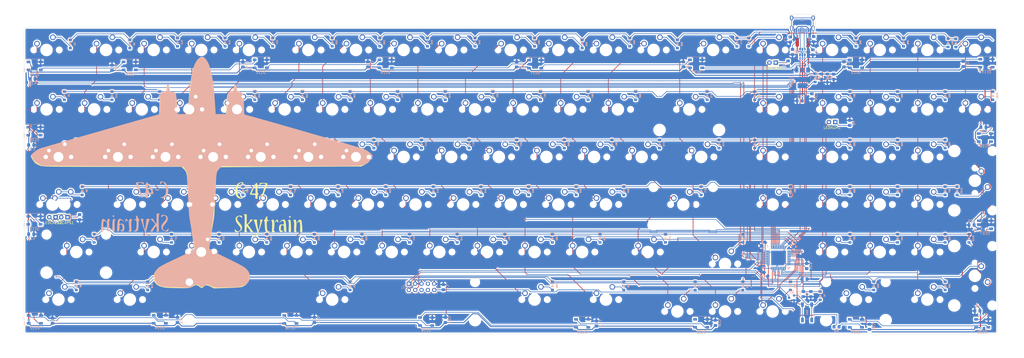
<source format=kicad_pcb>
(kicad_pcb (version 20171130) (host pcbnew "(5.1.6)-1")
  (layers (0 F.Cu signal) (31 B.Cu signal) (34 B.Paste user) (35 F.Paste user) (36 B.SilkS user) (37 F.SilkS user) (38 B.Mask user) (39 F.Mask user) (44 Edge.Cuts user))
  (net 0 "")
  (net 1 GND)
  (net 2 "Net-(C2-Pad1)")
  (net 3 VBUS)
  (net 4 NRST)
  (net 5 BOOT0)
  (net 6 5v)
  (net 7 3.3V)
  (net 8 "Net-(D1-Pad2)")
  (net 9 ROW-1)
  (net 10 "Net-(D3-Pad2)")
  (net 11 ROW-2)
  (net 12 "Net-(D4-Pad2)")
  (net 13 ROW-3)
  (net 14 "Net-(D5-Pad2)")
  (net 15 ROW-4)
  (net 16 "Net-(D6-Pad2)")
  (net 17 ROW-5)
  (net 18 "Net-(D7-Pad2)")
  (net 19 ROW-6)
  (net 20 "Net-(D8-Pad2)")
  (net 21 "Net-(D9-Pad2)")
  (net 22 "Net-(D10-Pad2)")
  (net 23 "Net-(D11-Pad2)")
  (net 24 "Net-(D12-Pad2)")
  (net 25 "Net-(D13-Pad2)")
  (net 26 "Net-(D14-Pad2)")
  (net 27 "Net-(D15-Pad2)")
  (net 28 "Net-(D16-Pad2)")
  (net 29 "Net-(D17-Pad2)")
  (net 30 "Net-(D18-Pad2)")
  (net 31 "Net-(D19-Pad2)")
  (net 32 "Net-(D20-Pad2)")
  (net 33 "Net-(D21-Pad2)")
  (net 34 "Net-(D22-Pad2)")
  (net 35 "Net-(D23-Pad2)")
  (net 36 "Net-(D24-Pad2)")
  (net 37 "Net-(D25-Pad2)")
  (net 38 "Net-(D26-Pad2)")
  (net 39 "Net-(D27-Pad2)")
  (net 40 "Net-(D28-Pad2)")
  (net 41 "Net-(D29-Pad2)")
  (net 42 "Net-(D30-Pad2)")
  (net 43 "Net-(D31-Pad2)")
  (net 44 "Net-(D32-Pad2)")
  (net 45 "Net-(D33-Pad2)")
  (net 46 "Net-(D34-Pad2)")
  (net 47 "Net-(D35-Pad2)")
  (net 48 "Net-(D36-Pad2)")
  (net 49 "Net-(D37-Pad2)")
  (net 50 "Net-(D38-Pad2)")
  (net 51 "Net-(D39-Pad2)")
  (net 52 "Net-(D40-Pad2)")
  (net 53 "Net-(D41-Pad2)")
  (net 54 "Net-(D42-Pad2)")
  (net 55 "Net-(D43-Pad2)")
  (net 56 "Net-(D44-Pad2)")
  (net 57 "Net-(D45-Pad2)")
  (net 58 "Net-(D46-Pad2)")
  (net 59 "Net-(D47-Pad2)")
  (net 60 "Net-(D48-Pad2)")
  (net 61 "Net-(D49-Pad2)")
  (net 62 "Net-(D50-Pad2)")
  (net 63 "Net-(D51-Pad2)")
  (net 64 "Net-(D52-Pad2)")
  (net 65 "Net-(D53-Pad2)")
  (net 66 "Net-(D54-Pad2)")
  (net 67 "Net-(D55-Pad2)")
  (net 68 "Net-(D56-Pad2)")
  (net 69 "Net-(D57-Pad2)")
  (net 70 "Net-(D58-Pad2)")
  (net 71 "Net-(D59-Pad2)")
  (net 72 "Net-(D60-Pad2)")
  (net 73 "Net-(D61-Pad2)")
  (net 74 "Net-(D62-Pad2)")
  (net 75 "Net-(D63-Pad2)")
  (net 76 "Net-(D64-Pad2)")
  (net 77 "Net-(D65-Pad2)")
  (net 78 "Net-(D66-Pad2)")
  (net 79 "Net-(D67-Pad2)")
  (net 80 "Net-(D68-Pad2)")
  (net 81 "Net-(D69-Pad2)")
  (net 82 "Net-(D70-Pad2)")
  (net 83 "Net-(D71-Pad2)")
  (net 84 "Net-(D72-Pad2)")
  (net 85 "Net-(D73-Pad2)")
  (net 86 "Net-(D74-Pad2)")
  (net 87 "Net-(D75-Pad2)")
  (net 88 "Net-(D76-Pad2)")
  (net 89 "Net-(D77-Pad2)")
  (net 90 "Net-(D78-Pad2)")
  (net 91 "Net-(D79-Pad2)")
  (net 92 "Net-(D80-Pad2)")
  (net 93 "Net-(D81-Pad2)")
  (net 94 "Net-(D82-Pad2)")
  (net 95 "Net-(D83-Pad2)")
  (net 96 "Net-(D84-Pad2)")
  (net 97 "Net-(D85-Pad2)")
  (net 98 "Net-(D86-Pad2)")
  (net 99 "Net-(D87-Pad2)")
  (net 100 "Net-(D88-Pad2)")
  (net 101 "Net-(D89-Pad2)")
  (net 102 "Net-(D90-Pad2)")
  (net 103 "Net-(D91-Pad2)")
  (net 104 "Net-(D92-Pad2)")
  (net 105 "Net-(D93-Pad2)")
  (net 106 "Net-(D94-Pad2)")
  (net 107 "Net-(D95-Pad2)")
  (net 108 "Net-(D96-Pad2)")
  (net 109 "Net-(D97-Pad2)")
  (net 110 "Net-(D98-Pad2)")
  (net 111 "Net-(D99-Pad2)")
  (net 112 "Net-(D100-Pad2)")
  (net 113 "Net-(D101-Pad2)")
  (net 114 "Net-(D102-Pad2)")
  (net 115 "Net-(D103-Pad2)")
  (net 116 UNDERGLOW)
  (net 117 "Net-(D104-Pad2)")
  (net 118 "Net-(D104-Pad4)")
  (net 119 "Net-(D105-Pad2)")
  (net 120 "Net-(D106-Pad2)")
  (net 121 "Net-(D107-Pad2)")
  (net 122 "Net-(D108-Pad2)")
  (net 123 "Net-(D109-Pad2)")
  (net 124 "Net-(D110-Pad2)")
  (net 125 "Net-(D111-Pad2)")
  (net 126 "Net-(D112-Pad2)")
  (net 127 "Net-(D113-Pad2)")
  (net 128 "Net-(D114-Pad2)")
  (net 129 "Net-(D115-Pad2)")
  (net 130 "Net-(D116-Pad2)")
  (net 131 "Net-(D117-Pad2)")
  (net 132 "Net-(D118-Pad2)")
  (net 133 "Net-(D119-Pad2)")
  (net 134 "Net-(D120-Pad2)")
  (net 135 "Net-(D122-Pad2)")
  (net 136 "Net-(D123-Pad2)")
  (net 137 "Net-(J1-PadB8)")
  (net 138 "Net-(J1-PadA5)")
  (net 139 Dbus-)
  (net 140 Dbus+)
  (net 141 "Net-(J1-PadB5)")
  (net 142 "Net-(J1-PadA8)")
  (net 143 "Net-(J2-Pad8)")
  (net 144 "Net-(J2-Pad7)")
  (net 145 "Net-(J2-Pad6)")
  (net 146 SWCLK)
  (net 147 SWDIO)
  (net 148 INDICATOR2)
  (net 149 INDICATOR1)
  (net 150 INDICATOR3)
  (net 151 COL-1)
  (net 152 COL-2)
  (net 153 COL-3)
  (net 154 COL-4)
  (net 155 COL-5)
  (net 156 COL-6)
  (net 157 COL-7)
  (net 158 COL-8)
  (net 159 COL-9)
  (net 160 COL-10)
  (net 161 COL-11)
  (net 162 COL-12)
  (net 163 COL-13)
  (net 164 COL-14)
  (net 165 COL-15)
  (net 166 COL-16)
  (net 167 COL-17)
  (net 168 COL-18)
  (net 169 COL-19)
  (net 170 "Net-(U1-Pad46)")
  (net 171 "Net-(U1-Pad43)")
  (net 172 "Net-(U1-Pad42)")
  (net 173 D+)
  (net 174 D-)
  (net 175 "Net-(U1-Pad5)")
  (net 176 "Net-(LEDCAPS1-Pad1)")
  (net 177 "Net-(LEDNUM1-Pad1)")
  (net 178 "Net-(LEDSCRL1-Pad1)")
  (net 179 "Net-(D103-Pad4)")
  (module LOGO:C-47_95 (layer F.Cu) (at -11.88 79.92)
    (fp_text reference G*** hide)
    (fp_text value LOGO hide)
  )
  (module LOGO:C-47_95 (layer B.Cu) (at -11.6 79.64 180)
    (fp_text reference G*** hide)
    (fp_text value LOGO hide)
  )
  (module acheron_Components:D_SOD-123 (layer B.Cu) (at 289.99 28.15 270)
    (fp_text reference D100 (at -0.00012 -1.7786 270) (layer B.SilkS) (effects (font (size 0.6 0.6)) (justify mirror)))
    (fp_text value 1N4148)
    (pad 1 smd roundrect (at -1.65 0 270) (size 1 1.2) (layers B.Cu B.Paste B.Mask) (net 9 ROW-1))
    (pad 2 smd roundrect (at 1.65 0 270) (size 1 1.2) (layers B.Cu B.Paste B.Mask) (net 112 "Net-(D100-Pad2)"))
  )
  (module MX_Only:MXOnly-1U-NoLED (layer F.Cu) (at 216.69375 30.95625)
    (fp_text reference SW78)
    (fp_text value MXSwitch)
    (pad 2 thru_hole circle (at 2.54 -5.08) (size 2.25 2.25) (drill 1.47) (layers *.Cu B.Mask) (net 90 "Net-(D78-Pad2)"))
    (pad "" np_thru_hole circle (at 0 0) (size 3.9878 3.9878) (drill 3.9878) (layers *.Cu *.Mask))
    (pad 1 thru_hole circle (at -3.81 -2.54) (size 2.25 2.25) (drill 1.47) (layers *.Cu B.Mask) (net 165 COL-15))
    (pad "" np_thru_hole circle (at -5.08 0 48.0996) (size 1.75 1.75) (drill 1.75) (layers *.Cu *.Mask))
    (pad "" np_thru_hole circle (at 5.08 0 48.0996) (size 1.75 1.75) (drill 1.75) (layers *.Cu *.Mask))
  )
  (module MX_Only:MXOnly-2U-NoLED (layer F.Cu) (at 297.65625 83.34375 270)
    (fp_text reference SW102)
    (fp_text value MXSwitch)
    (pad 2 thru_hole circle (at 2.54 -5.08 270) (size 2.25 2.25) (drill 1.47) (layers *.Cu B.Mask) (net 114 "Net-(D102-Pad2)"))
    (pad "" np_thru_hole circle (at 0 0 270) (size 3.9878 3.9878) (drill 3.9878) (layers *.Cu *.Mask))
    (pad 1 thru_hole circle (at -3.81 -2.54 270) (size 2.25 2.25) (drill 1.47) (layers *.Cu B.Mask) (net 169 COL-19))
    (pad "" np_thru_hole circle (at -5.08 0 318.0996) (size 1.75 1.75) (drill 1.75) (layers *.Cu *.Mask))
    (pad "" np_thru_hole circle (at 5.08 0 318.0996) (size 1.75 1.75) (drill 1.75) (layers *.Cu *.Mask))
    (pad "" np_thru_hole circle (at -11.90625 -6.985 270) (size 3.048 3.048) (drill 3.048) (layers *.Cu *.Mask))
    (pad "" np_thru_hole circle (at 11.90625 -6.985 270) (size 3.048 3.048) (drill 3.048) (layers *.Cu *.Mask))
    (pad "" np_thru_hole circle (at -11.90625 8.255 270) (size 3.9878 3.9878) (drill 3.9878) (layers *.Cu *.Mask))
    (pad "" np_thru_hole circle (at 11.90625 8.255 270) (size 3.9878 3.9878) (drill 3.9878) (layers *.Cu *.Mask))
  )
  (module LOGO:STM32_1200 (layer F.Cu) (at 199.16 84.82)
    (fp_text reference G*** hide)
    (fp_text value LOGO hide)
  )
  (module LOGO:C-47_1200 (layer F.Cu) (at 197.23 93.22)
    (fp_text reference G*** hide)
    (fp_text value LOGO hide)
  )
  (module MX_Only:MXOnly-1U-NoLED (layer F.Cu) (at 240.50625 54.76875)
    (fp_text reference SW84)
    (fp_text value MXSwitch)
    (pad 2 thru_hole circle (at 2.54 -5.08) (size 2.25 2.25) (drill 1.47) (layers *.Cu B.Mask) (net 96 "Net-(D84-Pad2)"))
    (pad "" np_thru_hole circle (at 0 0) (size 3.9878 3.9878) (drill 3.9878) (layers *.Cu *.Mask))
    (pad 1 thru_hole circle (at -3.81 -2.54) (size 2.25 2.25) (drill 1.47) (layers *.Cu B.Mask) (net 166 COL-16))
    (pad "" np_thru_hole circle (at -5.08 0 48.0996) (size 1.75 1.75) (drill 1.75) (layers *.Cu *.Mask))
    (pad "" np_thru_hole circle (at 5.08 0 48.0996) (size 1.75 1.75) (drill 1.75) (layers *.Cu *.Mask))
  )
  (module MX_Only:MXOnly-1.75U-NoLED (layer F.Cu) (at -66.675 92.86875)
    (fp_text reference SW8)
    (fp_text value MXSwitch)
    (pad 2 thru_hole circle (at 2.54 -5.08) (size 2.25 2.25) (drill 1.47) (layers *.Cu B.Mask) (net 16 "Net-(D6-Pad2)"))
    (pad "" np_thru_hole circle (at 0 0) (size 3.9878 3.9878) (drill 3.9878) (layers *.Cu *.Mask))
    (pad 1 thru_hole circle (at -3.81 -2.54) (size 2.25 2.25) (drill 1.47) (layers *.Cu B.Mask) (net 151 COL-1))
    (pad "" np_thru_hole circle (at -5.08 0 48.0996) (size 1.75 1.75) (drill 1.75) (layers *.Cu *.Mask))
    (pad "" np_thru_hole circle (at 5.08 0 48.0996) (size 1.75 1.75) (drill 1.75) (layers *.Cu *.Mask))
  )
  (module MX_Only:MXOnly-1.25U-NoLED (layer F.Cu) (at -71.46 92.88)
    (fp_text reference SW5)
    (fp_text value MXSwitch)
    (pad 2 thru_hole circle (at 2.54 -5.08) (size 2.25 2.25) (drill 1.47) (layers *.Cu B.Mask) (net 16 "Net-(D6-Pad2)"))
    (pad "" np_thru_hole circle (at 0 0) (size 3.9878 3.9878) (drill 3.9878) (layers *.Cu *.Mask))
    (pad 1 thru_hole circle (at -3.81 -2.54) (size 2.25 2.25) (drill 1.47) (layers *.Cu B.Mask) (net 151 COL-1))
    (pad "" np_thru_hole circle (at -5.08 0 48.0996) (size 1.75 1.75) (drill 1.75) (layers *.Cu *.Mask))
    (pad "" np_thru_hole circle (at 5.08 0 48.0996) (size 1.75 1.75) (drill 1.75) (layers *.Cu *.Mask))
  )
  (module Resistor_SMD:R_0805_2012Metric_Pad1.15x1.40mm_HandSolder (layer B.Cu) (at 242.27 141.88)
    (fp_text reference R9 (at 0 1.65) (layer B.SilkS) (effects (justify mirror)))
    (fp_text value 360)
    (pad 2 smd roundrect (at 1.025 0) (size 1.15 1.4) (layers B.Cu B.Paste B.Mask) (roundrect_rratio 0.217391) (net 179 "Net-(D103-Pad4)"))
    (pad 1 smd roundrect (at -1.025 0) (size 1.15 1.4) (layers B.Cu B.Paste B.Mask) (roundrect_rratio 0.217391) (net 116 UNDERGLOW))
  )
  (module MX_Only:MXOnly-7U-NoLED (layer F.Cu) (at 40.48125 130.96875)
    (fp_text reference SW34)
    (fp_text value MXSwitch)
    (pad 2 thru_hole circle (at 2.54 -5.08) (size 2.25 2.25) (drill 1.47) (layers *.Cu B.Mask) (net 46 "Net-(D34-Pad2)"))
    (pad "" np_thru_hole circle (at 0 0) (size 3.9878 3.9878) (drill 3.9878) (layers *.Cu *.Mask))
    (pad 1 thru_hole circle (at -3.81 -2.54) (size 2.25 2.25) (drill 1.47) (layers *.Cu B.Mask) (net 156 COL-6))
    (pad "" np_thru_hole circle (at -5.08 0 48.0996) (size 1.75 1.75) (drill 1.75) (layers *.Cu *.Mask))
    (pad "" np_thru_hole circle (at 5.08 0 48.0996) (size 1.75 1.75) (drill 1.75) (layers *.Cu *.Mask))
    (pad "" np_thru_hole circle (at -57.15 -6.985) (size 3.048 3.048) (drill 3.048) (layers *.Cu *.Mask))
    (pad "" np_thru_hole circle (at 57.15 -6.985) (size 3.048 3.048) (drill 3.048) (layers *.Cu *.Mask))
    (pad "" np_thru_hole circle (at -57.15 8.255) (size 3.9878 3.9878) (drill 3.9878) (layers *.Cu *.Mask))
    (pad "" np_thru_hole circle (at 57.15 8.255) (size 3.9878 3.9878) (drill 3.9878) (layers *.Cu *.Mask))
  )
  (module MX_Only:MXOnly-1.5U-NoLED (layer F.Cu) (at -69.05625 73.81875)
    (fp_text reference SW4)
    (fp_text value MXSwitch)
    (pad 2 thru_hole circle (at 2.54 -5.08) (size 2.25 2.25) (drill 1.47) (layers *.Cu B.Mask) (net 14 "Net-(D5-Pad2)"))
    (pad "" np_thru_hole circle (at 0 0) (size 3.9878 3.9878) (drill 3.9878) (layers *.Cu *.Mask))
    (pad 1 thru_hole circle (at -3.81 -2.54) (size 2.25 2.25) (drill 1.47) (layers *.Cu B.Mask) (net 151 COL-1))
    (pad "" np_thru_hole circle (at -5.08 0 48.0996) (size 1.75 1.75) (drill 1.75) (layers *.Cu *.Mask))
    (pad "" np_thru_hole circle (at 5.08 0 48.0996) (size 1.75 1.75) (drill 1.75) (layers *.Cu *.Mask))
  )
  (module LED_THT:LED_D1.8mm_W3.3mm_H2.4mm (layer F.Cu) (at -70.18 97.95 180)
    (fp_text reference LEDCAPS2 (at 1.27 -2.26) (layer F.SilkS))
    (fp_text value L)
    (pad 2 thru_hole circle (at 2.54 0 180) (size 1.8 1.8) (drill 0.9) (layers *.Cu *.Mask) (net 148 INDICATOR2))
    (pad 1 thru_hole rect (at 0 0 180) (size 1.8 1.8) (drill 0.9) (layers *.Cu *.Mask) (net 176 "Net-(LEDCAPS1-Pad1)"))
  )
  (module Resistor_SMD:R_0805_2012Metric_Pad1.15x1.40mm_HandSolder (layer B.Cu) (at 222.9 36.344999 270)
    (fp_text reference R8 (at 0 1.65 90) (layer B.SilkS) (effects (justify mirror)))
    (fp_text value 360)
    (pad 2 smd roundrect (at 1.025 0 270) (size 1.15 1.4) (layers B.Cu B.Paste B.Mask) (roundrect_rratio 0.217391) (net 1 GND))
    (pad 1 smd roundrect (at -1.025 0 270) (size 1.15 1.4) (layers B.Cu B.Paste B.Mask) (roundrect_rratio 0.217391) (net 178 "Net-(LEDSCRL1-Pad1)"))
  )
  (module Resistor_SMD:R_0805_2012Metric_Pad1.15x1.40mm_HandSolder (layer B.Cu) (at -60.6 97.955001 270)
    (fp_text reference R7 (at 0 1.65 270) (layer B.SilkS) (effects (justify mirror)))
    (fp_text value 360)
    (pad 2 smd roundrect (at 1.025 0 270) (size 1.15 1.4) (layers B.Cu B.Paste B.Mask) (roundrect_rratio 0.217391) (net 1 GND))
    (pad 1 smd roundrect (at -1.025 0 270) (size 1.15 1.4) (layers B.Cu B.Paste B.Mask) (roundrect_rratio 0.217391) (net 176 "Net-(LEDCAPS1-Pad1)"))
  )
  (module Resistor_SMD:R_0805_2012Metric_Pad1.15x1.40mm_HandSolder (layer B.Cu) (at 247.55 60.174999 90)
    (fp_text reference R6 (at 0 1.65 270) (layer B.SilkS) (effects (justify mirror)))
    (fp_text value 360)
    (pad 2 smd roundrect (at 1.025 0 90) (size 1.15 1.4) (layers B.Cu B.Paste B.Mask) (roundrect_rratio 0.217391) (net 1 GND))
    (pad 1 smd roundrect (at -1.025 0 90) (size 1.15 1.4) (layers B.Cu B.Paste B.Mask) (roundrect_rratio 0.217391) (net 177 "Net-(LEDNUM1-Pad1)"))
  )
  (module MX_Only:MXOnly-1.5U-NoLED (layer F.Cu) (at 188.11875 73.81875)
    (fp_text reference SW76)
    (fp_text value MXSwitch)
    (pad 2 thru_hole circle (at 2.54 -5.08) (size 2.25 2.25) (drill 1.47) (layers *.Cu B.Mask) (net 88 "Net-(D76-Pad2)"))
    (pad "" np_thru_hole circle (at 0 0) (size 3.9878 3.9878) (drill 3.9878) (layers *.Cu *.Mask))
    (pad 1 thru_hole circle (at -3.81 -2.54) (size 2.25 2.25) (drill 1.47) (layers *.Cu B.Mask) (net 164 COL-14))
    (pad "" np_thru_hole circle (at -5.08 0 48.0996) (size 1.75 1.75) (drill 1.75) (layers *.Cu *.Mask))
    (pad "" np_thru_hole circle (at 5.08 0 48.0996) (size 1.75 1.75) (drill 1.75) (layers *.Cu *.Mask))
  )
  (module Package_TO_SOT_SMD:SOT-223-3_TabPin2 (layer B.Cu) (at 228.58 42.140001 270)
    (fp_text reference U3 (at 0 4.5 90) (layer B.SilkS) (effects (justify mirror)))
    (fp_text value TLV1117-33)
    (pad 1 smd rect (at -3.15 2.3 270) (size 2 1.5) (layers B.Cu B.Paste B.Mask) (net 1 GND))
    (pad 3 smd rect (at -3.15 -2.3 270) (size 2 1.5) (layers B.Cu B.Paste B.Mask) (net 6 5v))
    (pad 2 smd rect (at -3.15 0 270) (size 2 1.5) (layers B.Cu B.Paste B.Mask) (net 7 3.3V))
    (pad 2 smd rect (at 3.15 0 270) (size 2 3.8) (layers B.Cu B.Paste B.Mask) (net 7 3.3V))
  )
  (module Package_TO_SOT_SMD:SOT-23-6 (layer B.Cu) (at 228.62 31.75 270)
    (fp_text reference U2 (at 0 2.9 90) (layer B.SilkS) (effects (justify mirror)))
    (fp_text value USBLC6-2SC6)
    (pad 5 smd rect (at 1.1 0 270) (size 1.06 0.65) (layers B.Cu B.Paste B.Mask) (net 3 VBUS))
    (pad 6 smd rect (at 1.1 0.95 270) (size 1.06 0.65) (layers B.Cu B.Paste B.Mask) (net 174 D-))
    (pad 4 smd rect (at 1.1 -0.95 270) (size 1.06 0.65) (layers B.Cu B.Paste B.Mask) (net 173 D+))
    (pad 3 smd rect (at -1.1 -0.95 270) (size 1.06 0.65) (layers B.Cu B.Paste B.Mask) (net 140 Dbus+))
    (pad 2 smd rect (at -1.1 0 270) (size 1.06 0.65) (layers B.Cu B.Paste B.Mask) (net 1 GND))
    (pad 1 smd rect (at -1.1 0.95 270) (size 1.06 0.65) (layers B.Cu B.Paste B.Mask) (net 139 Dbus-))
  )
  (module acheron_Components:LQFP-48_7x7mm_P0.5mm (layer B.Cu) (at 219.075 114.3 90)
    (fp_text reference U1 (at 0 5.85 90) (layer B.SilkS) (effects (justify mirror)))
    (fp_text value STM32F072_LQFP48)
    (pad 48 smd roundrect (at -2.75 4.1625 90) (size 0.3 1.475) (layers B.Cu B.Paste B.Mask) (roundrect_rratio 0.5) (net 7 3.3V))
    (pad 47 smd roundrect (at -2.25 4.1625 90) (size 0.3 1.475) (layers B.Cu B.Paste B.Mask) (roundrect_rratio 0.5) (net 1 GND))
    (pad 46 smd roundrect (at -1.75 4.1625 90) (size 0.3 1.475) (layers B.Cu B.Paste B.Mask) (roundrect_rratio 0.5) (net 170 "Net-(U1-Pad46)"))
    (pad 45 smd roundrect (at -1.25 4.1625 90) (size 0.3 1.475) (layers B.Cu B.Paste B.Mask) (roundrect_rratio 0.5) (net 165 COL-15))
    (pad 44 smd roundrect (at -0.75 4.1625 90) (size 0.3 1.475) (layers B.Cu B.Paste B.Mask) (roundrect_rratio 0.5) (net 5 BOOT0))
    (pad 43 smd roundrect (at -0.25 4.1625 90) (size 0.3 1.475) (layers B.Cu B.Paste B.Mask) (roundrect_rratio 0.5) (net 171 "Net-(U1-Pad43)"))
    (pad 42 smd roundrect (at 0.25 4.1625 90) (size 0.3 1.475) (layers B.Cu B.Paste B.Mask) (roundrect_rratio 0.5) (net 172 "Net-(U1-Pad42)"))
    (pad 41 smd roundrect (at 0.75 4.1625 90) (size 0.3 1.475) (layers B.Cu B.Paste B.Mask) (roundrect_rratio 0.5) (net 164 COL-14))
    (pad 40 smd roundrect (at 1.25 4.1625 90) (size 0.3 1.475) (layers B.Cu B.Paste B.Mask) (roundrect_rratio 0.5) (net 163 COL-13))
    (pad 39 smd roundrect (at 1.75 4.1625 90) (size 0.3 1.475) (layers B.Cu B.Paste B.Mask) (roundrect_rratio 0.5) (net 162 COL-12))
    (pad 38 smd roundrect (at 2.25 4.1625 90) (size 0.3 1.475) (layers B.Cu B.Paste B.Mask) (roundrect_rratio 0.5) (net 161 COL-11))
    (pad 37 smd roundrect (at 2.75 4.1625 90) (size 0.3 1.475) (layers B.Cu B.Paste B.Mask) (roundrect_rratio 0.5) (net 146 SWCLK))
    (pad 36 smd roundrect (at 4.1625 2.75 90) (size 1.475 0.3) (layers B.Cu B.Paste B.Mask) (roundrect_rratio 0.5) (net 7 3.3V))
    (pad 35 smd roundrect (at 4.1625 2.25 90) (size 1.475 0.3) (layers B.Cu B.Paste B.Mask) (roundrect_rratio 0.5) (net 1 GND))
    (pad 34 smd roundrect (at 4.1625 1.75 90) (size 1.475 0.3) (layers B.Cu B.Paste B.Mask) (roundrect_rratio 0.5) (net 147 SWDIO))
    (pad 33 smd roundrect (at 4.1625 1.25 90) (size 1.475 0.3) (layers B.Cu B.Paste B.Mask) (roundrect_rratio 0.5) (net 173 D+))
    (pad 32 smd roundrect (at 4.1625 0.75 90) (size 1.475 0.3) (layers B.Cu B.Paste B.Mask) (roundrect_rratio 0.5) (net 174 D-))
    (pad 31 smd roundrect (at 4.1625 0.25 90) (size 1.475 0.3) (layers B.Cu B.Paste B.Mask) (roundrect_rratio 0.5) (net 159 COL-9))
    (pad 30 smd roundrect (at 4.1625 -0.25 90) (size 1.475 0.3) (layers B.Cu B.Paste B.Mask) (roundrect_rratio 0.5) (net 158 COL-8))
    (pad 29 smd roundrect (at 4.1625 -0.75 90) (size 1.475 0.3) (layers B.Cu B.Paste B.Mask) (roundrect_rratio 0.5) (net 157 COL-7))
    (pad 28 smd roundrect (at 4.1625 -1.25 90) (size 1.475 0.3) (layers B.Cu B.Paste B.Mask) (roundrect_rratio 0.5) (net 156 COL-6))
    (pad 27 smd roundrect (at 4.1625 -1.75 90) (size 1.475 0.3) (layers B.Cu B.Paste B.Mask) (roundrect_rratio 0.5) (net 155 COL-5))
    (pad 26 smd roundrect (at 4.1625 -2.25 90) (size 1.475 0.3) (layers B.Cu B.Paste B.Mask) (roundrect_rratio 0.5) (net 154 COL-4))
    (pad 25 smd roundrect (at 4.1625 -2.75 90) (size 1.475 0.3) (layers B.Cu B.Paste B.Mask) (roundrect_rratio 0.5) (net 153 COL-3))
    (pad 24 smd roundrect (at 2.75 -4.1625 90) (size 0.3 1.475) (layers B.Cu B.Paste B.Mask) (roundrect_rratio 0.5) (net 7 3.3V))
    (pad 23 smd roundrect (at 2.25 -4.1625 90) (size 0.3 1.475) (layers B.Cu B.Paste B.Mask) (roundrect_rratio 0.5) (net 1 GND))
    (pad 22 smd roundrect (at 1.75 -4.1625 90) (size 0.3 1.475) (layers B.Cu B.Paste B.Mask) (roundrect_rratio 0.5) (net 152 COL-2))
    (pad 21 smd roundrect (at 1.25 -4.1625 90) (size 0.3 1.475) (layers B.Cu B.Paste B.Mask) (roundrect_rratio 0.5) (net 151 COL-1))
    (pad 20 smd roundrect (at 0.75 -4.1625 90) (size 0.3 1.475) (layers B.Cu B.Paste B.Mask) (roundrect_rratio 0.5) (net 19 ROW-6))
    (pad 19 smd roundrect (at 0.25 -4.1625 90) (size 0.3 1.475) (layers B.Cu B.Paste B.Mask) (roundrect_rratio 0.5) (net 17 ROW-5))
    (pad 18 smd roundrect (at -0.25 -4.1625 90) (size 0.3 1.475) (layers B.Cu B.Paste B.Mask) (roundrect_rratio 0.5) (net 15 ROW-4))
    (pad 17 smd roundrect (at -0.75 -4.1625 90) (size 0.3 1.475) (layers B.Cu B.Paste B.Mask) (roundrect_rratio 0.5) (net 13 ROW-3))
    (pad 16 smd roundrect (at -1.25 -4.1625 90) (size 0.3 1.475) (layers B.Cu B.Paste B.Mask) (roundrect_rratio 0.5) (net 116 UNDERGLOW))
    (pad 15 smd roundrect (at -1.75 -4.1625 90) (size 0.3 1.475) (layers B.Cu B.Paste B.Mask) (roundrect_rratio 0.5) (net 160 COL-10))
    (pad 14 smd roundrect (at -2.25 -4.1625 90) (size 0.3 1.475) (layers B.Cu B.Paste B.Mask) (roundrect_rratio 0.5) (net 11 ROW-2))
    (pad 13 smd roundrect (at -2.75 -4.1625 90) (size 0.3 1.475) (layers B.Cu B.Paste B.Mask) (roundrect_rratio 0.5) (net 166 COL-16))
    (pad 12 smd roundrect (at -4.1625 -2.75 90) (size 1.475 0.3) (layers B.Cu B.Paste B.Mask) (roundrect_rratio 0.5) (net 150 INDICATOR3))
    (pad 11 smd roundrect (at -4.1625 -2.25 90) (size 1.475 0.3) (layers B.Cu B.Paste B.Mask) (roundrect_rratio 0.5) (net 148 INDICATOR2))
    (pad 10 smd roundrect (at -4.1625 -1.75 90) (size 1.475 0.3) (layers B.Cu B.Paste B.Mask) (roundrect_rratio 0.5) (net 149 INDICATOR1))
    (pad 9 smd roundrect (at -4.1625 -1.25 90) (size 1.475 0.3) (layers B.Cu B.Paste B.Mask) (roundrect_rratio 0.5) (net 7 3.3V))
    (pad 8 smd roundrect (at -4.1625 -0.75 90) (size 1.475 0.3) (layers B.Cu B.Paste B.Mask) (roundrect_rratio 0.5) (net 1 GND))
    (pad 7 smd roundrect (at -4.1625 -0.25 90) (size 1.475 0.3) (layers B.Cu B.Paste B.Mask) (roundrect_rratio 0.5) (net 4 NRST))
    (pad 6 smd roundrect (at -4.1625 0.25 90) (size 1.475 0.3) (layers B.Cu B.Paste B.Mask) (roundrect_rratio 0.5) (net 169 COL-19))
    (pad 5 smd roundrect (at -4.1625 0.75 90) (size 1.475 0.3) (layers B.Cu B.Paste B.Mask) (roundrect_rratio 0.5) (net 175 "Net-(U1-Pad5)"))
    (pad 4 smd roundrect (at -4.1625 1.25 90) (size 1.475 0.3) (layers B.Cu B.Paste B.Mask) (roundrect_rratio 0.5) (net 167 COL-17))
    (pad 3 smd roundrect (at -4.1625 1.75 90) (size 1.475 0.3) (layers B.Cu B.Paste B.Mask) (roundrect_rratio 0.5) (net 168 COL-18))
    (pad 2 smd roundrect (at -4.1625 2.25 90) (size 1.475 0.3) (layers B.Cu B.Paste B.Mask) (roundrect_rratio 0.5) (net 9 ROW-1))
    (pad 1 smd rect (at -4.1625 2.75 90) (size 1.475 0.3) (layers B.Cu B.Paste B.Mask) (net 7 3.3V))
  )
  (module MX_Only:MXOnly-2U-NoLED (layer F.Cu) (at 297.65625 121.44375 270)
    (fp_text reference SW103)
    (fp_text value MXSwitch)
    (pad "" np_thru_hole circle (at 11.90625 8.255 270) (size 3.9878 3.9878) (drill 3.9878) (layers *.Cu *.Mask))
    (pad "" np_thru_hole circle (at -11.90625 8.255 270) (size 3.9878 3.9878) (drill 3.9878) (layers *.Cu *.Mask))
    (pad "" np_thru_hole circle (at 11.90625 -6.985 270) (size 3.048 3.048) (drill 3.048) (layers *.Cu *.Mask))
    (pad "" np_thru_hole circle (at -11.90625 -6.985 270) (size 3.048 3.048) (drill 3.048) (layers *.Cu *.Mask))
    (pad "" np_thru_hole circle (at 5.08 0 318.0996) (size 1.75 1.75) (drill 1.75) (layers *.Cu *.Mask))
    (pad "" np_thru_hole circle (at -5.08 0 318.0996) (size 1.75 1.75) (drill 1.75) (layers *.Cu *.Mask))
    (pad 1 thru_hole circle (at -3.81 -2.54 270) (size 2.25 2.25) (drill 1.47) (layers *.Cu B.Mask) (net 169 COL-19))
    (pad "" np_thru_hole circle (at 0 0 270) (size 3.9878 3.9878) (drill 3.9878) (layers *.Cu *.Mask))
    (pad 2 thru_hole circle (at 2.54 -5.08 270) (size 2.25 2.25) (drill 1.47) (layers *.Cu B.Mask) (net 136 "Net-(D123-Pad2)"))
  )
  (module MX_Only:MXOnly-1U-NoLED (layer F.Cu) (at 297.65625 54.76875)
    (fp_text reference SW101)
    (fp_text value MXSwitch)
    (pad 2 thru_hole circle (at 2.54 -5.08) (size 2.25 2.25) (drill 1.47) (layers *.Cu B.Mask) (net 113 "Net-(D101-Pad2)"))
    (pad "" np_thru_hole circle (at 0 0) (size 3.9878 3.9878) (drill 3.9878) (layers *.Cu *.Mask))
    (pad 1 thru_hole circle (at -3.81 -2.54) (size 2.25 2.25) (drill 1.47) (layers *.Cu B.Mask) (net 169 COL-19))
    (pad "" np_thru_hole circle (at -5.08 0 48.0996) (size 1.75 1.75) (drill 1.75) (layers *.Cu *.Mask))
    (pad "" np_thru_hole circle (at 5.08 0 48.0996) (size 1.75 1.75) (drill 1.75) (layers *.Cu *.Mask))
  )
  (module MX_Only:MXOnly-1U-NoLED (layer F.Cu) (at 297.65625 30.95625)
    (fp_text reference SW100)
    (fp_text value MXSwitch)
    (pad 2 thru_hole circle (at 2.54 -5.08) (size 2.25 2.25) (drill 1.47) (layers *.Cu B.Mask) (net 112 "Net-(D100-Pad2)"))
    (pad "" np_thru_hole circle (at 0 0) (size 3.9878 3.9878) (drill 3.9878) (layers *.Cu *.Mask))
    (pad 1 thru_hole circle (at -3.81 -2.54) (size 2.25 2.25) (drill 1.47) (layers *.Cu B.Mask) (net 169 COL-19))
    (pad "" np_thru_hole circle (at -5.08 0 48.0996) (size 1.75 1.75) (drill 1.75) (layers *.Cu *.Mask))
    (pad "" np_thru_hole circle (at 5.08 0 48.0996) (size 1.75 1.75) (drill 1.75) (layers *.Cu *.Mask))
  )
  (module MX_Only:MXOnly-1U-NoLED (layer F.Cu) (at 278.60625 130.96875)
    (fp_text reference SW99)
    (fp_text value MXSwitch)
    (pad 2 thru_hole circle (at 2.54 -5.08) (size 2.25 2.25) (drill 1.47) (layers *.Cu B.Mask) (net 111 "Net-(D99-Pad2)"))
    (pad "" np_thru_hole circle (at 0 0) (size 3.9878 3.9878) (drill 3.9878) (layers *.Cu *.Mask))
    (pad 1 thru_hole circle (at -3.81 -2.54) (size 2.25 2.25) (drill 1.47) (layers *.Cu B.Mask) (net 168 COL-18))
    (pad "" np_thru_hole circle (at -5.08 0 48.0996) (size 1.75 1.75) (drill 1.75) (layers *.Cu *.Mask))
    (pad "" np_thru_hole circle (at 5.08 0 48.0996) (size 1.75 1.75) (drill 1.75) (layers *.Cu *.Mask))
  )
  (module MX_Only:MXOnly-1U-NoLED (layer F.Cu) (at 278.60625 111.91875)
    (fp_text reference SW98)
    (fp_text value MXSwitch)
    (pad 2 thru_hole circle (at 2.54 -5.08) (size 2.25 2.25) (drill 1.47) (layers *.Cu B.Mask) (net 110 "Net-(D98-Pad2)"))
    (pad "" np_thru_hole circle (at 0 0) (size 3.9878 3.9878) (drill 3.9878) (layers *.Cu *.Mask))
    (pad 1 thru_hole circle (at -3.81 -2.54) (size 2.25 2.25) (drill 1.47) (layers *.Cu B.Mask) (net 168 COL-18))
    (pad "" np_thru_hole circle (at -5.08 0 48.0996) (size 1.75 1.75) (drill 1.75) (layers *.Cu *.Mask))
    (pad "" np_thru_hole circle (at 5.08 0 48.0996) (size 1.75 1.75) (drill 1.75) (layers *.Cu *.Mask))
  )
  (module MX_Only:MXOnly-1U-NoLED (layer F.Cu) (at 278.60625 92.86875)
    (fp_text reference SW97)
    (fp_text value MXSwitch)
    (pad 2 thru_hole circle (at 2.54 -5.08) (size 2.25 2.25) (drill 1.47) (layers *.Cu B.Mask) (net 109 "Net-(D97-Pad2)"))
    (pad "" np_thru_hole circle (at 0 0) (size 3.9878 3.9878) (drill 3.9878) (layers *.Cu *.Mask))
    (pad 1 thru_hole circle (at -3.81 -2.54) (size 2.25 2.25) (drill 1.47) (layers *.Cu B.Mask) (net 168 COL-18))
    (pad "" np_thru_hole circle (at -5.08 0 48.0996) (size 1.75 1.75) (drill 1.75) (layers *.Cu *.Mask))
    (pad "" np_thru_hole circle (at 5.08 0 48.0996) (size 1.75 1.75) (drill 1.75) (layers *.Cu *.Mask))
  )
  (module MX_Only:MXOnly-1U-NoLED (layer F.Cu) (at 278.60625 73.81875)
    (fp_text reference SW96)
    (fp_text value MXSwitch)
    (pad 2 thru_hole circle (at 2.54 -5.08) (size 2.25 2.25) (drill 1.47) (layers *.Cu B.Mask) (net 108 "Net-(D96-Pad2)"))
    (pad "" np_thru_hole circle (at 0 0) (size 3.9878 3.9878) (drill 3.9878) (layers *.Cu *.Mask))
    (pad 1 thru_hole circle (at -3.81 -2.54) (size 2.25 2.25) (drill 1.47) (layers *.Cu B.Mask) (net 168 COL-18))
    (pad "" np_thru_hole circle (at -5.08 0 48.0996) (size 1.75 1.75) (drill 1.75) (layers *.Cu *.Mask))
    (pad "" np_thru_hole circle (at 5.08 0 48.0996) (size 1.75 1.75) (drill 1.75) (layers *.Cu *.Mask))
  )
  (module MX_Only:MXOnly-1U-NoLED (layer F.Cu) (at 278.60625 54.76875)
    (fp_text reference SW95)
    (fp_text value MXSwitch)
    (pad 2 thru_hole circle (at 2.54 -5.08) (size 2.25 2.25) (drill 1.47) (layers *.Cu B.Mask) (net 107 "Net-(D95-Pad2)"))
    (pad "" np_thru_hole circle (at 0 0) (size 3.9878 3.9878) (drill 3.9878) (layers *.Cu *.Mask))
    (pad 1 thru_hole circle (at -3.81 -2.54) (size 2.25 2.25) (drill 1.47) (layers *.Cu B.Mask) (net 168 COL-18))
    (pad "" np_thru_hole circle (at -5.08 0 48.0996) (size 1.75 1.75) (drill 1.75) (layers *.Cu *.Mask))
    (pad "" np_thru_hole circle (at 5.08 0 48.0996) (size 1.75 1.75) (drill 1.75) (layers *.Cu *.Mask))
  )
  (module MX_Only:MXOnly-1U-NoLED (layer F.Cu) (at 278.60625 30.95625)
    (fp_text reference SW94)
    (fp_text value MXSwitch)
    (pad 2 thru_hole circle (at 2.54 -5.08) (size 2.25 2.25) (drill 1.47) (layers *.Cu B.Mask) (net 106 "Net-(D94-Pad2)"))
    (pad "" np_thru_hole circle (at 0 0) (size 3.9878 3.9878) (drill 3.9878) (layers *.Cu *.Mask))
    (pad 1 thru_hole circle (at -3.81 -2.54) (size 2.25 2.25) (drill 1.47) (layers *.Cu B.Mask) (net 168 COL-18))
    (pad "" np_thru_hole circle (at -5.08 0 48.0996) (size 1.75 1.75) (drill 1.75) (layers *.Cu *.Mask))
    (pad "" np_thru_hole circle (at 5.08 0 48.0996) (size 1.75 1.75) (drill 1.75) (layers *.Cu *.Mask))
  )
  (module MX_Only:MXOnly-2U-NoLED (layer F.Cu) (at 250.03125 130.96875)
    (fp_text reference SW93)
    (fp_text value MXSwitch)
    (pad 2 thru_hole circle (at 2.54 -5.08) (size 2.25 2.25) (drill 1.47) (layers *.Cu B.Mask) (net 105 "Net-(D93-Pad2)"))
    (pad "" np_thru_hole circle (at 0 0) (size 3.9878 3.9878) (drill 3.9878) (layers *.Cu *.Mask))
    (pad 1 thru_hole circle (at -3.81 -2.54) (size 2.25 2.25) (drill 1.47) (layers *.Cu B.Mask) (net 167 COL-17))
    (pad "" np_thru_hole circle (at -5.08 0 48.0996) (size 1.75 1.75) (drill 1.75) (layers *.Cu *.Mask))
    (pad "" np_thru_hole circle (at 5.08 0 48.0996) (size 1.75 1.75) (drill 1.75) (layers *.Cu *.Mask))
    (pad "" np_thru_hole circle (at -11.90625 -6.985) (size 3.048 3.048) (drill 3.048) (layers *.Cu *.Mask))
    (pad "" np_thru_hole circle (at 11.90625 -6.985) (size 3.048 3.048) (drill 3.048) (layers *.Cu *.Mask))
    (pad "" np_thru_hole circle (at -11.90625 8.255) (size 3.9878 3.9878) (drill 3.9878) (layers *.Cu *.Mask))
    (pad "" np_thru_hole circle (at 11.90625 8.255) (size 3.9878 3.9878) (drill 3.9878) (layers *.Cu *.Mask))
  )
  (module MX_Only:MXOnly-1U-NoLED (layer F.Cu) (at 259.55625 111.91875)
    (fp_text reference SW92)
    (fp_text value MXSwitch)
    (pad 2 thru_hole circle (at 2.54 -5.08) (size 2.25 2.25) (drill 1.47) (layers *.Cu B.Mask) (net 104 "Net-(D92-Pad2)"))
    (pad "" np_thru_hole circle (at 0 0) (size 3.9878 3.9878) (drill 3.9878) (layers *.Cu *.Mask))
    (pad 1 thru_hole circle (at -3.81 -2.54) (size 2.25 2.25) (drill 1.47) (layers *.Cu B.Mask) (net 167 COL-17))
    (pad "" np_thru_hole circle (at -5.08 0 48.0996) (size 1.75 1.75) (drill 1.75) (layers *.Cu *.Mask))
    (pad "" np_thru_hole circle (at 5.08 0 48.0996) (size 1.75 1.75) (drill 1.75) (layers *.Cu *.Mask))
  )
  (module MX_Only:MXOnly-1U-NoLED (layer F.Cu) (at 259.55625 92.86875)
    (fp_text reference SW91)
    (fp_text value MXSwitch)
    (pad 2 thru_hole circle (at 2.54 -5.08) (size 2.25 2.25) (drill 1.47) (layers *.Cu B.Mask) (net 103 "Net-(D91-Pad2)"))
    (pad "" np_thru_hole circle (at 0 0) (size 3.9878 3.9878) (drill 3.9878) (layers *.Cu *.Mask))
    (pad 1 thru_hole circle (at -3.81 -2.54) (size 2.25 2.25) (drill 1.47) (layers *.Cu B.Mask) (net 167 COL-17))
    (pad "" np_thru_hole circle (at -5.08 0 48.0996) (size 1.75 1.75) (drill 1.75) (layers *.Cu *.Mask))
    (pad "" np_thru_hole circle (at 5.08 0 48.0996) (size 1.75 1.75) (drill 1.75) (layers *.Cu *.Mask))
  )
  (module MX_Only:MXOnly-1U-NoLED (layer F.Cu) (at 259.55625 73.81875)
    (fp_text reference SW90)
    (fp_text value MXSwitch)
    (pad 2 thru_hole circle (at 2.54 -5.08) (size 2.25 2.25) (drill 1.47) (layers *.Cu B.Mask) (net 102 "Net-(D90-Pad2)"))
    (pad "" np_thru_hole circle (at 0 0) (size 3.9878 3.9878) (drill 3.9878) (layers *.Cu *.Mask))
    (pad 1 thru_hole circle (at -3.81 -2.54) (size 2.25 2.25) (drill 1.47) (layers *.Cu B.Mask) (net 167 COL-17))
    (pad "" np_thru_hole circle (at -5.08 0 48.0996) (size 1.75 1.75) (drill 1.75) (layers *.Cu *.Mask))
    (pad "" np_thru_hole circle (at 5.08 0 48.0996) (size 1.75 1.75) (drill 1.75) (layers *.Cu *.Mask))
  )
  (module MX_Only:MXOnly-1U-NoLED (layer F.Cu) (at 259.55625 54.76875)
    (fp_text reference SW89)
    (fp_text value MXSwitch)
    (pad 2 thru_hole circle (at 2.54 -5.08) (size 2.25 2.25) (drill 1.47) (layers *.Cu B.Mask) (net 101 "Net-(D89-Pad2)"))
    (pad "" np_thru_hole circle (at 0 0) (size 3.9878 3.9878) (drill 3.9878) (layers *.Cu *.Mask))
    (pad 1 thru_hole circle (at -3.81 -2.54) (size 2.25 2.25) (drill 1.47) (layers *.Cu B.Mask) (net 167 COL-17))
    (pad "" np_thru_hole circle (at -5.08 0 48.0996) (size 1.75 1.75) (drill 1.75) (layers *.Cu *.Mask))
    (pad "" np_thru_hole circle (at 5.08 0 48.0996) (size 1.75 1.75) (drill 1.75) (layers *.Cu *.Mask))
  )
  (module MX_Only:MXOnly-1U-NoLED (layer F.Cu) (at 259.55625 30.95625)
    (fp_text reference SW88)
    (fp_text value MXSwitch)
    (pad 2 thru_hole circle (at 2.54 -5.08) (size 2.25 2.25) (drill 1.47) (layers *.Cu B.Mask) (net 100 "Net-(D88-Pad2)"))
    (pad "" np_thru_hole circle (at 0 0) (size 3.9878 3.9878) (drill 3.9878) (layers *.Cu *.Mask))
    (pad 1 thru_hole circle (at -3.81 -2.54) (size 2.25 2.25) (drill 1.47) (layers *.Cu B.Mask) (net 167 COL-17))
    (pad "" np_thru_hole circle (at -5.08 0 48.0996) (size 1.75 1.75) (drill 1.75) (layers *.Cu *.Mask))
    (pad "" np_thru_hole circle (at 5.08 0 48.0996) (size 1.75 1.75) (drill 1.75) (layers *.Cu *.Mask))
  )
  (module MX_Only:MXOnly-1U-NoLED (layer F.Cu) (at 240.50625 111.91875)
    (fp_text reference SW87)
    (fp_text value MXSwitch)
    (pad 2 thru_hole circle (at 2.54 -5.08) (size 2.25 2.25) (drill 1.47) (layers *.Cu B.Mask) (net 99 "Net-(D87-Pad2)"))
    (pad "" np_thru_hole circle (at 0 0) (size 3.9878 3.9878) (drill 3.9878) (layers *.Cu *.Mask))
    (pad 1 thru_hole circle (at -3.81 -2.54) (size 2.25 2.25) (drill 1.47) (layers *.Cu B.Mask) (net 166 COL-16))
    (pad "" np_thru_hole circle (at -5.08 0 48.0996) (size 1.75 1.75) (drill 1.75) (layers *.Cu *.Mask))
    (pad "" np_thru_hole circle (at 5.08 0 48.0996) (size 1.75 1.75) (drill 1.75) (layers *.Cu *.Mask))
  )
  (module MX_Only:MXOnly-1U-NoLED (layer F.Cu) (at 240.50625 92.86875)
    (fp_text reference SW86)
    (fp_text value MXSwitch)
    (pad 2 thru_hole circle (at 2.54 -5.08) (size 2.25 2.25) (drill 1.47) (layers *.Cu B.Mask) (net 98 "Net-(D86-Pad2)"))
    (pad "" np_thru_hole circle (at 0 0) (size 3.9878 3.9878) (drill 3.9878) (layers *.Cu *.Mask))
    (pad 1 thru_hole circle (at -3.81 -2.54) (size 2.25 2.25) (drill 1.47) (layers *.Cu B.Mask) (net 166 COL-16))
    (pad "" np_thru_hole circle (at -5.08 0 48.0996) (size 1.75 1.75) (drill 1.75) (layers *.Cu *.Mask))
    (pad "" np_thru_hole circle (at 5.08 0 48.0996) (size 1.75 1.75) (drill 1.75) (layers *.Cu *.Mask))
  )
  (module MX_Only:MXOnly-1U-NoLED (layer F.Cu) (at 240.50625 73.81875)
    (fp_text reference SW85)
    (fp_text value MXSwitch)
    (pad 2 thru_hole circle (at 2.54 -5.08) (size 2.25 2.25) (drill 1.47) (layers *.Cu B.Mask) (net 97 "Net-(D85-Pad2)"))
    (pad "" np_thru_hole circle (at 0 0) (size 3.9878 3.9878) (drill 3.9878) (layers *.Cu *.Mask))
    (pad 1 thru_hole circle (at -3.81 -2.54) (size 2.25 2.25) (drill 1.47) (layers *.Cu B.Mask) (net 166 COL-16))
    (pad "" np_thru_hole circle (at -5.08 0 48.0996) (size 1.75 1.75) (drill 1.75) (layers *.Cu *.Mask))
    (pad "" np_thru_hole circle (at 5.08 0 48.0996) (size 1.75 1.75) (drill 1.75) (layers *.Cu *.Mask))
  )
  (module MX_Only:MXOnly-1U-NoLED (layer F.Cu) (at 240.50625 30.95625)
    (fp_text reference SW83)
    (fp_text value MXSwitch)
    (pad 2 thru_hole circle (at 2.54 -5.08) (size 2.25 2.25) (drill 1.47) (layers *.Cu B.Mask) (net 95 "Net-(D83-Pad2)"))
    (pad "" np_thru_hole circle (at 0 0) (size 3.9878 3.9878) (drill 3.9878) (layers *.Cu *.Mask))
    (pad 1 thru_hole circle (at -3.81 -2.54) (size 2.25 2.25) (drill 1.47) (layers *.Cu B.Mask) (net 166 COL-16))
    (pad "" np_thru_hole circle (at -5.08 0 48.0996) (size 1.75 1.75) (drill 1.75) (layers *.Cu *.Mask))
    (pad "" np_thru_hole circle (at 5.08 0 48.0996) (size 1.75 1.75) (drill 1.75) (layers *.Cu *.Mask))
  )
  (module MX_Only:MXOnly-1U-NoLED (layer F.Cu) (at 216.69375 135.73125)
    (fp_text reference SW82)
    (fp_text value MXSwitch)
    (pad 2 thru_hole circle (at 2.54 -5.08) (size 2.25 2.25) (drill 1.47) (layers *.Cu B.Mask) (net 94 "Net-(D82-Pad2)"))
    (pad "" np_thru_hole circle (at 0 0) (size 3.9878 3.9878) (drill 3.9878) (layers *.Cu *.Mask))
    (pad 1 thru_hole circle (at -3.81 -2.54) (size 2.25 2.25) (drill 1.47) (layers *.Cu B.Mask) (net 165 COL-15))
    (pad "" np_thru_hole circle (at -5.08 0 48.0996) (size 1.75 1.75) (drill 1.75) (layers *.Cu *.Mask))
    (pad "" np_thru_hole circle (at 5.08 0 48.0996) (size 1.75 1.75) (drill 1.75) (layers *.Cu *.Mask))
  )
  (module MX_Only:MXOnly-1U-NoLED (layer F.Cu) (at 216.69375 92.86875)
    (fp_text reference SW81)
    (fp_text value MXSwitch)
    (pad 2 thru_hole circle (at 2.54 -5.08) (size 2.25 2.25) (drill 1.47) (layers *.Cu B.Mask) (net 93 "Net-(D81-Pad2)"))
    (pad "" np_thru_hole circle (at 0 0) (size 3.9878 3.9878) (drill 3.9878) (layers *.Cu *.Mask))
    (pad 1 thru_hole circle (at -3.81 -2.54) (size 2.25 2.25) (drill 1.47) (layers *.Cu B.Mask) (net 165 COL-15))
    (pad "" np_thru_hole circle (at -5.08 0 48.0996) (size 1.75 1.75) (drill 1.75) (layers *.Cu *.Mask))
    (pad "" np_thru_hole circle (at 5.08 0 48.0996) (size 1.75 1.75) (drill 1.75) (layers *.Cu *.Mask))
  )
  (module MX_Only:MXOnly-1U-NoLED (layer F.Cu) (at 216.69375 73.81875)
    (fp_text reference SW80)
    (fp_text value MXSwitch)
    (pad 2 thru_hole circle (at 2.54 -5.08) (size 2.25 2.25) (drill 1.47) (layers *.Cu B.Mask) (net 92 "Net-(D80-Pad2)"))
    (pad "" np_thru_hole circle (at 0 0) (size 3.9878 3.9878) (drill 3.9878) (layers *.Cu *.Mask))
    (pad 1 thru_hole circle (at -3.81 -2.54) (size 2.25 2.25) (drill 1.47) (layers *.Cu B.Mask) (net 165 COL-15))
    (pad "" np_thru_hole circle (at -5.08 0 48.0996) (size 1.75 1.75) (drill 1.75) (layers *.Cu *.Mask))
    (pad "" np_thru_hole circle (at 5.08 0 48.0996) (size 1.75 1.75) (drill 1.75) (layers *.Cu *.Mask))
  )
  (module MX_Only:MXOnly-1U-NoLED (layer F.Cu) (at 216.69375 54.76875)
    (fp_text reference SW79)
    (fp_text value MXSwitch)
    (pad 2 thru_hole circle (at 2.54 -5.08) (size 2.25 2.25) (drill 1.47) (layers *.Cu B.Mask) (net 91 "Net-(D79-Pad2)"))
    (pad "" np_thru_hole circle (at 0 0) (size 3.9878 3.9878) (drill 3.9878) (layers *.Cu *.Mask))
    (pad 1 thru_hole circle (at -3.81 -2.54) (size 2.25 2.25) (drill 1.47) (layers *.Cu B.Mask) (net 165 COL-15))
    (pad "" np_thru_hole circle (at -5.08 0 48.0996) (size 1.75 1.75) (drill 1.75) (layers *.Cu *.Mask))
    (pad "" np_thru_hole circle (at 5.08 0 48.0996) (size 1.75 1.75) (drill 1.75) (layers *.Cu *.Mask))
  )
  (module MX_Only:MXOnly-1U-NoLED (layer F.Cu) (at 197.64375 116.68125)
    (fp_text reference SW77)
    (fp_text value MXSwitch)
    (pad 2 thru_hole circle (at 2.54 -5.08) (size 2.25 2.25) (drill 1.47) (layers *.Cu B.Mask) (net 89 "Net-(D77-Pad2)"))
    (pad "" np_thru_hole circle (at 0 0) (size 3.9878 3.9878) (drill 3.9878) (layers *.Cu *.Mask))
    (pad 1 thru_hole circle (at -3.81 -2.54) (size 2.25 2.25) (drill 1.47) (layers *.Cu B.Mask) (net 164 COL-14))
    (pad "" np_thru_hole circle (at -5.08 0 48.0996) (size 1.75 1.75) (drill 1.75) (layers *.Cu *.Mask))
    (pad "" np_thru_hole circle (at 5.08 0 48.0996) (size 1.75 1.75) (drill 1.75) (layers *.Cu *.Mask))
  )
  (module MX_Only:MXOnly-2U-NoLED (layer F.Cu) (at 183.35625 54.76875)
    (fp_text reference SW75)
    (fp_text value MXSwitch)
    (pad 2 thru_hole circle (at 2.54 -5.08) (size 2.25 2.25) (drill 1.47) (layers *.Cu B.Mask) (net 87 "Net-(D75-Pad2)"))
    (pad "" np_thru_hole circle (at 0 0) (size 3.9878 3.9878) (drill 3.9878) (layers *.Cu *.Mask))
    (pad 1 thru_hole circle (at -3.81 -2.54) (size 2.25 2.25) (drill 1.47) (layers *.Cu B.Mask) (net 164 COL-14))
    (pad "" np_thru_hole circle (at -5.08 0 48.0996) (size 1.75 1.75) (drill 1.75) (layers *.Cu *.Mask))
    (pad "" np_thru_hole circle (at 5.08 0 48.0996) (size 1.75 1.75) (drill 1.75) (layers *.Cu *.Mask))
    (pad "" np_thru_hole circle (at -11.90625 -6.985) (size 3.048 3.048) (drill 3.048) (layers *.Cu *.Mask))
    (pad "" np_thru_hole circle (at 11.90625 -6.985) (size 3.048 3.048) (drill 3.048) (layers *.Cu *.Mask))
    (pad "" np_thru_hole circle (at -11.90625 8.255) (size 3.9878 3.9878) (drill 3.9878) (layers *.Cu *.Mask))
    (pad "" np_thru_hole circle (at 11.90625 8.255) (size 3.9878 3.9878) (drill 3.9878) (layers *.Cu *.Mask))
  )
  (module MX_Only:MXOnly-1U-NoLED (layer F.Cu) (at 192.88125 30.95625)
    (fp_text reference SW74)
    (fp_text value MXSwitch)
    (pad 2 thru_hole circle (at 2.54 -5.08) (size 2.25 2.25) (drill 1.47) (layers *.Cu B.Mask) (net 86 "Net-(D74-Pad2)"))
    (pad "" np_thru_hole circle (at 0 0) (size 3.9878 3.9878) (drill 3.9878) (layers *.Cu *.Mask))
    (pad 1 thru_hole circle (at -3.81 -2.54) (size 2.25 2.25) (drill 1.47) (layers *.Cu B.Mask) (net 164 COL-14))
    (pad "" np_thru_hole circle (at -5.08 0 48.0996) (size 1.75 1.75) (drill 1.75) (layers *.Cu *.Mask))
    (pad "" np_thru_hole circle (at 5.08 0 48.0996) (size 1.75 1.75) (drill 1.75) (layers *.Cu *.Mask))
  )
  (module MX_Only:MXOnly-1U-NoLED (layer F.Cu) (at 197.64375 135.73125)
    (fp_text reference SW73)
    (fp_text value MXSwitch)
    (pad 2 thru_hole circle (at 2.54 -5.08) (size 2.25 2.25) (drill 1.47) (layers *.Cu B.Mask) (net 85 "Net-(D73-Pad2)"))
    (pad "" np_thru_hole circle (at 0 0) (size 3.9878 3.9878) (drill 3.9878) (layers *.Cu *.Mask))
    (pad 1 thru_hole circle (at -3.81 -2.54) (size 2.25 2.25) (drill 1.47) (layers *.Cu B.Mask) (net 163 COL-13))
    (pad "" np_thru_hole circle (at -5.08 0 48.0996) (size 1.75 1.75) (drill 1.75) (layers *.Cu *.Mask))
    (pad "" np_thru_hole circle (at 5.08 0 48.0996) (size 1.75 1.75) (drill 1.75) (layers *.Cu *.Mask))
  )
  (module MX_Only:MXOnly-1.75U-NoLED (layer F.Cu) (at 166.6875 111.91875)
    (fp_text reference SW72)
    (fp_text value MXSwitch)
    (pad 2 thru_hole circle (at 2.54 -5.08) (size 2.25 2.25) (drill 1.47) (layers *.Cu B.Mask) (net 84 "Net-(D72-Pad2)"))
    (pad "" np_thru_hole circle (at 0 0) (size 3.9878 3.9878) (drill 3.9878) (layers *.Cu *.Mask))
    (pad 1 thru_hole circle (at -3.81 -2.54) (size 2.25 2.25) (drill 1.47) (layers *.Cu B.Mask) (net 163 COL-13))
    (pad "" np_thru_hole circle (at -5.08 0 48.0996) (size 1.75 1.75) (drill 1.75) (layers *.Cu *.Mask))
    (pad "" np_thru_hole circle (at 5.08 0 48.0996) (size 1.75 1.75) (drill 1.75) (layers *.Cu *.Mask))
  )
  (module MX_Only:MXOnly-2.25U-NoLED (layer F.Cu) (at 180.975 92.86875)
    (fp_text reference SW71)
    (fp_text value MXSwitch)
    (pad 2 thru_hole circle (at 2.54 -5.08) (size 2.25 2.25) (drill 1.47) (layers *.Cu B.Mask) (net 83 "Net-(D71-Pad2)"))
    (pad "" np_thru_hole circle (at 0 0) (size 3.9878 3.9878) (drill 3.9878) (layers *.Cu *.Mask))
    (pad 1 thru_hole circle (at -3.81 -2.54) (size 2.25 2.25) (drill 1.47) (layers *.Cu B.Mask) (net 163 COL-13))
    (pad "" np_thru_hole circle (at -5.08 0 48.0996) (size 1.75 1.75) (drill 1.75) (layers *.Cu *.Mask))
    (pad "" np_thru_hole circle (at 5.08 0 48.0996) (size 1.75 1.75) (drill 1.75) (layers *.Cu *.Mask))
    (pad "" np_thru_hole circle (at -11.90625 -6.985) (size 3.048 3.048) (drill 3.048) (layers *.Cu *.Mask))
    (pad "" np_thru_hole circle (at 11.90625 -6.985) (size 3.048 3.048) (drill 3.048) (layers *.Cu *.Mask))
    (pad "" np_thru_hole circle (at -11.90625 8.255) (size 3.9878 3.9878) (drill 3.9878) (layers *.Cu *.Mask))
    (pad "" np_thru_hole circle (at 11.90625 8.255) (size 3.9878 3.9878) (drill 3.9878) (layers *.Cu *.Mask))
  )
  (module MX_Only:MXOnly-1U-NoLED (layer F.Cu) (at 164.30625 73.81875)
    (fp_text reference SW70)
    (fp_text value MXSwitch)
    (pad 2 thru_hole circle (at 2.54 -5.08) (size 2.25 2.25) (drill 1.47) (layers *.Cu B.Mask) (net 82 "Net-(D70-Pad2)"))
    (pad "" np_thru_hole circle (at 0 0) (size 3.9878 3.9878) (drill 3.9878) (layers *.Cu *.Mask))
    (pad 1 thru_hole circle (at -3.81 -2.54) (size 2.25 2.25) (drill 1.47) (layers *.Cu B.Mask) (net 163 COL-13))
    (pad "" np_thru_hole circle (at -5.08 0 48.0996) (size 1.75 1.75) (drill 1.75) (layers *.Cu *.Mask))
    (pad "" np_thru_hole circle (at 5.08 0 48.0996) (size 1.75 1.75) (drill 1.75) (layers *.Cu *.Mask))
  )
  (module MX_Only:MXOnly-1U-NoLED (layer F.Cu) (at 154.78125 54.76875)
    (fp_text reference SW69)
    (fp_text value MXSwitch)
    (pad 2 thru_hole circle (at 2.54 -5.08) (size 2.25 2.25) (drill 1.47) (layers *.Cu B.Mask) (net 81 "Net-(D69-Pad2)"))
    (pad "" np_thru_hole circle (at 0 0) (size 3.9878 3.9878) (drill 3.9878) (layers *.Cu *.Mask))
    (pad 1 thru_hole circle (at -3.81 -2.54) (size 2.25 2.25) (drill 1.47) (layers *.Cu B.Mask) (net 163 COL-13))
    (pad "" np_thru_hole circle (at -5.08 0 48.0996) (size 1.75 1.75) (drill 1.75) (layers *.Cu *.Mask))
    (pad "" np_thru_hole circle (at 5.08 0 48.0996) (size 1.75 1.75) (drill 1.75) (layers *.Cu *.Mask))
  )
  (module MX_Only:MXOnly-1U-NoLED (layer F.Cu) (at 169.06875 30.95625)
    (fp_text reference SW68)
    (fp_text value MXSwitch)
    (pad 2 thru_hole circle (at 2.54 -5.08) (size 2.25 2.25) (drill 1.47) (layers *.Cu B.Mask) (net 80 "Net-(D68-Pad2)"))
    (pad "" np_thru_hole circle (at 0 0) (size 3.9878 3.9878) (drill 3.9878) (layers *.Cu *.Mask))
    (pad 1 thru_hole circle (at -3.81 -2.54) (size 2.25 2.25) (drill 1.47) (layers *.Cu B.Mask) (net 163 COL-13))
    (pad "" np_thru_hole circle (at -5.08 0 48.0996) (size 1.75 1.75) (drill 1.75) (layers *.Cu *.Mask))
    (pad "" np_thru_hole circle (at 5.08 0 48.0996) (size 1.75 1.75) (drill 1.75) (layers *.Cu *.Mask))
  )
  (module MX_Only:MXOnly-1U-NoLED (layer F.Cu) (at 178.59375 135.73125)
    (fp_text reference SW67)
    (fp_text value MXSwitch)
    (pad 2 thru_hole circle (at 2.54 -5.08) (size 2.25 2.25) (drill 1.47) (layers *.Cu B.Mask) (net 79 "Net-(D67-Pad2)"))
    (pad "" np_thru_hole circle (at 0 0) (size 3.9878 3.9878) (drill 3.9878) (layers *.Cu *.Mask))
    (pad 1 thru_hole circle (at -3.81 -2.54) (size 2.25 2.25) (drill 1.47) (layers *.Cu B.Mask) (net 162 COL-12))
    (pad "" np_thru_hole circle (at -5.08 0 48.0996) (size 1.75 1.75) (drill 1.75) (layers *.Cu *.Mask))
    (pad "" np_thru_hole circle (at 5.08 0 48.0996) (size 1.75 1.75) (drill 1.75) (layers *.Cu *.Mask))
  )
  (module MX_Only:MXOnly-1U-NoLED (layer F.Cu) (at 140.49375 111.91875)
    (fp_text reference SW66)
    (fp_text value MXSwitch)
    (pad 2 thru_hole circle (at 2.54 -5.08) (size 2.25 2.25) (drill 1.47) (layers *.Cu B.Mask) (net 78 "Net-(D66-Pad2)"))
    (pad "" np_thru_hole circle (at 0 0) (size 3.9878 3.9878) (drill 3.9878) (layers *.Cu *.Mask))
    (pad 1 thru_hole circle (at -3.81 -2.54) (size 2.25 2.25) (drill 1.47) (layers *.Cu B.Mask) (net 162 COL-12))
    (pad "" np_thru_hole circle (at -5.08 0 48.0996) (size 1.75 1.75) (drill 1.75) (layers *.Cu *.Mask))
    (pad "" np_thru_hole circle (at 5.08 0 48.0996) (size 1.75 1.75) (drill 1.75) (layers *.Cu *.Mask))
  )
  (module MX_Only:MXOnly-1U-NoLED (layer F.Cu) (at 150.01875 92.86875)
    (fp_text reference SW65)
    (fp_text value MXSwitch)
    (pad 2 thru_hole circle (at 2.54 -5.08) (size 2.25 2.25) (drill 1.47) (layers *.Cu B.Mask) (net 77 "Net-(D65-Pad2)"))
    (pad "" np_thru_hole circle (at 0 0) (size 3.9878 3.9878) (drill 3.9878) (layers *.Cu *.Mask))
    (pad 1 thru_hole circle (at -3.81 -2.54) (size 2.25 2.25) (drill 1.47) (layers *.Cu B.Mask) (net 162 COL-12))
    (pad "" np_thru_hole circle (at -5.08 0 48.0996) (size 1.75 1.75) (drill 1.75) (layers *.Cu *.Mask))
    (pad "" np_thru_hole circle (at 5.08 0 48.0996) (size 1.75 1.75) (drill 1.75) (layers *.Cu *.Mask))
  )
  (module MX_Only:MXOnly-1U-NoLED (layer F.Cu) (at 145.25625 73.81875)
    (fp_text reference SW64)
    (fp_text value MXSwitch)
    (pad 2 thru_hole circle (at 2.54 -5.08) (size 2.25 2.25) (drill 1.47) (layers *.Cu B.Mask) (net 76 "Net-(D64-Pad2)"))
    (pad "" np_thru_hole circle (at 0 0) (size 3.9878 3.9878) (drill 3.9878) (layers *.Cu *.Mask))
    (pad 1 thru_hole circle (at -3.81 -2.54) (size 2.25 2.25) (drill 1.47) (layers *.Cu B.Mask) (net 162 COL-12))
    (pad "" np_thru_hole circle (at -5.08 0 48.0996) (size 1.75 1.75) (drill 1.75) (layers *.Cu *.Mask))
    (pad "" np_thru_hole circle (at 5.08 0 48.0996) (size 1.75 1.75) (drill 1.75) (layers *.Cu *.Mask))
  )
  (module MX_Only:MXOnly-1U-NoLED (layer F.Cu) (at 135.73125 54.76875)
    (fp_text reference SW63)
    (fp_text value MXSwitch)
    (pad 2 thru_hole circle (at 2.54 -5.08) (size 2.25 2.25) (drill 1.47) (layers *.Cu B.Mask) (net 75 "Net-(D63-Pad2)"))
    (pad "" np_thru_hole circle (at 0 0) (size 3.9878 3.9878) (drill 3.9878) (layers *.Cu *.Mask))
    (pad 1 thru_hole circle (at -3.81 -2.54) (size 2.25 2.25) (drill 1.47) (layers *.Cu B.Mask) (net 162 COL-12))
    (pad "" np_thru_hole circle (at -5.08 0 48.0996) (size 1.75 1.75) (drill 1.75) (layers *.Cu *.Mask))
    (pad "" np_thru_hole circle (at 5.08 0 48.0996) (size 1.75 1.75) (drill 1.75) (layers *.Cu *.Mask))
  )
  (module MX_Only:MXOnly-1U-NoLED (layer F.Cu) (at 150.01875 30.95625)
    (fp_text reference SW62)
    (fp_text value MXSwitch)
    (pad 2 thru_hole circle (at 2.54 -5.08) (size 2.25 2.25) (drill 1.47) (layers *.Cu B.Mask) (net 74 "Net-(D62-Pad2)"))
    (pad "" np_thru_hole circle (at 0 0) (size 3.9878 3.9878) (drill 3.9878) (layers *.Cu *.Mask))
    (pad 1 thru_hole circle (at -3.81 -2.54) (size 2.25 2.25) (drill 1.47) (layers *.Cu B.Mask) (net 162 COL-12))
    (pad "" np_thru_hole circle (at -5.08 0 48.0996) (size 1.75 1.75) (drill 1.75) (layers *.Cu *.Mask))
    (pad "" np_thru_hole circle (at 5.08 0 48.0996) (size 1.75 1.75) (drill 1.75) (layers *.Cu *.Mask))
  )
  (module MX_Only:MXOnly-1.5U-NoLED (layer F.Cu) (at 150.01875 130.96875)
    (fp_text reference SW61)
    (fp_text value MXSwitch)
    (pad 2 thru_hole circle (at 2.54 -5.08) (size 2.25 2.25) (drill 1.47) (layers *.Cu B.Mask) (net 73 "Net-(D61-Pad2)"))
    (pad "" np_thru_hole circle (at 0 0) (size 3.9878 3.9878) (drill 3.9878) (layers *.Cu *.Mask))
    (pad 1 thru_hole circle (at -3.81 -2.54) (size 2.25 2.25) (drill 1.47) (layers *.Cu B.Mask) (net 161 COL-11))
    (pad "" np_thru_hole circle (at -5.08 0 48.0996) (size 1.75 1.75) (drill 1.75) (layers *.Cu *.Mask))
    (pad "" np_thru_hole circle (at 5.08 0 48.0996) (size 1.75 1.75) (drill 1.75) (layers *.Cu *.Mask))
  )
  (module MX_Only:MXOnly-1U-NoLED (layer F.Cu) (at 121.44375 111.91875)
    (fp_text reference SW60)
    (fp_text value MXSwitch)
    (pad 2 thru_hole circle (at 2.54 -5.08) (size 2.25 2.25) (drill 1.47) (layers *.Cu B.Mask) (net 72 "Net-(D60-Pad2)"))
    (pad "" np_thru_hole circle (at 0 0) (size 3.9878 3.9878) (drill 3.9878) (layers *.Cu *.Mask))
    (pad 1 thru_hole circle (at -3.81 -2.54) (size 2.25 2.25) (drill 1.47) (layers *.Cu B.Mask) (net 161 COL-11))
    (pad "" np_thru_hole circle (at -5.08 0 48.0996) (size 1.75 1.75) (drill 1.75) (layers *.Cu *.Mask))
    (pad "" np_thru_hole circle (at 5.08 0 48.0996) (size 1.75 1.75) (drill 1.75) (layers *.Cu *.Mask))
  )
  (module MX_Only:MXOnly-1U-NoLED (layer F.Cu) (at 130.96875 92.86875)
    (fp_text reference SW59)
    (fp_text value MXSwitch)
    (pad 2 thru_hole circle (at 2.54 -5.08) (size 2.25 2.25) (drill 1.47) (layers *.Cu B.Mask) (net 71 "Net-(D59-Pad2)"))
    (pad "" np_thru_hole circle (at 0 0) (size 3.9878 3.9878) (drill 3.9878) (layers *.Cu *.Mask))
    (pad 1 thru_hole circle (at -3.81 -2.54) (size 2.25 2.25) (drill 1.47) (layers *.Cu B.Mask) (net 161 COL-11))
    (pad "" np_thru_hole circle (at -5.08 0 48.0996) (size 1.75 1.75) (drill 1.75) (layers *.Cu *.Mask))
    (pad "" np_thru_hole circle (at 5.08 0 48.0996) (size 1.75 1.75) (drill 1.75) (layers *.Cu *.Mask))
  )
  (module MX_Only:MXOnly-1U-NoLED (layer F.Cu) (at 126.20625 73.81875)
    (fp_text reference SW58)
    (fp_text value MXSwitch)
    (pad 2 thru_hole circle (at 2.54 -5.08) (size 2.25 2.25) (drill 1.47) (layers *.Cu B.Mask) (net 70 "Net-(D58-Pad2)"))
    (pad "" np_thru_hole circle (at 0 0) (size 3.9878 3.9878) (drill 3.9878) (layers *.Cu *.Mask))
    (pad 1 thru_hole circle (at -3.81 -2.54) (size 2.25 2.25) (drill 1.47) (layers *.Cu B.Mask) (net 161 COL-11))
    (pad "" np_thru_hole circle (at -5.08 0 48.0996) (size 1.75 1.75) (drill 1.75) (layers *.Cu *.Mask))
    (pad "" np_thru_hole circle (at 5.08 0 48.0996) (size 1.75 1.75) (drill 1.75) (layers *.Cu *.Mask))
  )
  (module MX_Only:MXOnly-1U-NoLED (layer F.Cu) (at 116.68125 54.76875)
    (fp_text reference SW57)
    (fp_text value MXSwitch)
    (pad 2 thru_hole circle (at 2.54 -5.08) (size 2.25 2.25) (drill 1.47) (layers *.Cu B.Mask) (net 69 "Net-(D57-Pad2)"))
    (pad "" np_thru_hole circle (at 0 0) (size 3.9878 3.9878) (drill 3.9878) (layers *.Cu *.Mask))
    (pad 1 thru_hole circle (at -3.81 -2.54) (size 2.25 2.25) (drill 1.47) (layers *.Cu B.Mask) (net 161 COL-11))
    (pad "" np_thru_hole circle (at -5.08 0 48.0996) (size 1.75 1.75) (drill 1.75) (layers *.Cu *.Mask))
    (pad "" np_thru_hole circle (at 5.08 0 48.0996) (size 1.75 1.75) (drill 1.75) (layers *.Cu *.Mask))
  )
  (module MX_Only:MXOnly-1U-NoLED (layer F.Cu) (at 130.96875 30.95625)
    (fp_text reference SW56)
    (fp_text value MXSwitch)
    (pad 2 thru_hole circle (at 2.54 -5.08) (size 2.25 2.25) (drill 1.47) (layers *.Cu B.Mask) (net 68 "Net-(D56-Pad2)"))
    (pad "" np_thru_hole circle (at 0 0) (size 3.9878 3.9878) (drill 3.9878) (layers *.Cu *.Mask))
    (pad 1 thru_hole circle (at -3.81 -2.54) (size 2.25 2.25) (drill 1.47) (layers *.Cu B.Mask) (net 161 COL-11))
    (pad "" np_thru_hole circle (at -5.08 0 48.0996) (size 1.75 1.75) (drill 1.75) (layers *.Cu *.Mask))
    (pad "" np_thru_hole circle (at 5.08 0 48.0996) (size 1.75 1.75) (drill 1.75) (layers *.Cu *.Mask))
  )
  (module MX_Only:MXOnly-1.5U-NoLED (layer F.Cu) (at 121.44375 130.96875)
    (fp_text reference SW55)
    (fp_text value MXSwitch)
    (pad 2 thru_hole circle (at 2.54 -5.08) (size 2.25 2.25) (drill 1.47) (layers *.Cu B.Mask) (net 67 "Net-(D55-Pad2)"))
    (pad "" np_thru_hole circle (at 0 0) (size 3.9878 3.9878) (drill 3.9878) (layers *.Cu *.Mask))
    (pad 1 thru_hole circle (at -3.81 -2.54) (size 2.25 2.25) (drill 1.47) (layers *.Cu B.Mask) (net 160 COL-10))
    (pad "" np_thru_hole circle (at -5.08 0 48.0996) (size 1.75 1.75) (drill 1.75) (layers *.Cu *.Mask))
    (pad "" np_thru_hole circle (at 5.08 0 48.0996) (size 1.75 1.75) (drill 1.75) (layers *.Cu *.Mask))
  )
  (module MX_Only:MXOnly-1U-NoLED (layer F.Cu) (at 102.39375 111.91875)
    (fp_text reference SW54)
    (fp_text value MXSwitch)
    (pad "" np_thru_hole circle (at 5.08 0 48.0996) (size 1.75 1.75) (drill 1.75) (layers *.Cu *.Mask))
    (pad "" np_thru_hole circle (at -5.08 0 48.0996) (size 1.75 1.75) (drill 1.75) (layers *.Cu *.Mask))
    (pad 1 thru_hole circle (at -3.81 -2.54) (size 2.25 2.25) (drill 1.47) (layers *.Cu B.Mask) (net 160 COL-10))
    (pad "" np_thru_hole circle (at 0 0) (size 3.9878 3.9878) (drill 3.9878) (layers *.Cu *.Mask))
    (pad 2 thru_hole circle (at 2.54 -5.08) (size 2.25 2.25) (drill 1.47) (layers *.Cu B.Mask) (net 66 "Net-(D54-Pad2)"))
  )
  (module MX_Only:MXOnly-1U-NoLED (layer F.Cu) (at 111.91875 92.86875)
    (fp_text reference SW53)
    (fp_text value MXSwitch)
    (pad 2 thru_hole circle (at 2.54 -5.08) (size 2.25 2.25) (drill 1.47) (layers *.Cu B.Mask) (net 65 "Net-(D53-Pad2)"))
    (pad "" np_thru_hole circle (at 0 0) (size 3.9878 3.9878) (drill 3.9878) (layers *.Cu *.Mask))
    (pad 1 thru_hole circle (at -3.81 -2.54) (size 2.25 2.25) (drill 1.47) (layers *.Cu B.Mask) (net 160 COL-10))
    (pad "" np_thru_hole circle (at -5.08 0 48.0996) (size 1.75 1.75) (drill 1.75) (layers *.Cu *.Mask))
    (pad "" np_thru_hole circle (at 5.08 0 48.0996) (size 1.75 1.75) (drill 1.75) (layers *.Cu *.Mask))
  )
  (module MX_Only:MXOnly-1U-NoLED (layer F.Cu) (at 107.15625 73.81875)
    (fp_text reference SW52)
    (fp_text value MXSwitch)
    (pad 2 thru_hole circle (at 2.54 -5.08) (size 2.25 2.25) (drill 1.47) (layers *.Cu B.Mask) (net 64 "Net-(D52-Pad2)"))
    (pad "" np_thru_hole circle (at 0 0) (size 3.9878 3.9878) (drill 3.9878) (layers *.Cu *.Mask))
    (pad 1 thru_hole circle (at -3.81 -2.54) (size 2.25 2.25) (drill 1.47) (layers *.Cu B.Mask) (net 160 COL-10))
    (pad "" np_thru_hole circle (at -5.08 0 48.0996) (size 1.75 1.75) (drill 1.75) (layers *.Cu *.Mask))
    (pad "" np_thru_hole circle (at 5.08 0 48.0996) (size 1.75 1.75) (drill 1.75) (layers *.Cu *.Mask))
  )
  (module MX_Only:MXOnly-1U-NoLED (layer F.Cu) (at 97.63125 54.76875)
    (fp_text reference SW51)
    (fp_text value MXSwitch)
    (pad 2 thru_hole circle (at 2.54 -5.08) (size 2.25 2.25) (drill 1.47) (layers *.Cu B.Mask) (net 63 "Net-(D51-Pad2)"))
    (pad "" np_thru_hole circle (at 0 0) (size 3.9878 3.9878) (drill 3.9878) (layers *.Cu *.Mask))
    (pad 1 thru_hole circle (at -3.81 -2.54) (size 2.25 2.25) (drill 1.47) (layers *.Cu B.Mask) (net 160 COL-10))
    (pad "" np_thru_hole circle (at -5.08 0 48.0996) (size 1.75 1.75) (drill 1.75) (layers *.Cu *.Mask))
    (pad "" np_thru_hole circle (at 5.08 0 48.0996) (size 1.75 1.75) (drill 1.75) (layers *.Cu *.Mask))
  )
  (module MX_Only:MXOnly-1U-NoLED (layer F.Cu) (at 111.91875 30.95625)
    (fp_text reference SW50)
    (fp_text value MXSwitch)
    (pad 2 thru_hole circle (at 2.54 -5.08) (size 2.25 2.25) (drill 1.47) (layers *.Cu B.Mask) (net 62 "Net-(D50-Pad2)"))
    (pad "" np_thru_hole circle (at 0 0) (size 3.9878 3.9878) (drill 3.9878) (layers *.Cu *.Mask))
    (pad 1 thru_hole circle (at -3.81 -2.54) (size 2.25 2.25) (drill 1.47) (layers *.Cu B.Mask) (net 160 COL-10))
    (pad "" np_thru_hole circle (at -5.08 0 48.0996) (size 1.75 1.75) (drill 1.75) (layers *.Cu *.Mask))
    (pad "" np_thru_hole circle (at 5.08 0 48.0996) (size 1.75 1.75) (drill 1.75) (layers *.Cu *.Mask))
  )
  (module MX_Only:MXOnly-1U-NoLED (layer F.Cu) (at 83.34375 111.91875)
    (fp_text reference SW49)
    (fp_text value MXSwitch)
    (pad 2 thru_hole circle (at 2.54 -5.08) (size 2.25 2.25) (drill 1.47) (layers *.Cu B.Mask) (net 61 "Net-(D49-Pad2)"))
    (pad "" np_thru_hole circle (at 0 0) (size 3.9878 3.9878) (drill 3.9878) (layers *.Cu *.Mask))
    (pad 1 thru_hole circle (at -3.81 -2.54) (size 2.25 2.25) (drill 1.47) (layers *.Cu B.Mask) (net 159 COL-9))
    (pad "" np_thru_hole circle (at -5.08 0 48.0996) (size 1.75 1.75) (drill 1.75) (layers *.Cu *.Mask))
    (pad "" np_thru_hole circle (at 5.08 0 48.0996) (size 1.75 1.75) (drill 1.75) (layers *.Cu *.Mask))
  )
  (module MX_Only:MXOnly-1U-NoLED (layer F.Cu) (at 92.86875 92.86875)
    (fp_text reference SW48)
    (fp_text value MXSwitch)
    (pad 2 thru_hole circle (at 2.54 -5.08) (size 2.25 2.25) (drill 1.47) (layers *.Cu B.Mask) (net 60 "Net-(D48-Pad2)"))
    (pad "" np_thru_hole circle (at 0 0) (size 3.9878 3.9878) (drill 3.9878) (layers *.Cu *.Mask))
    (pad 1 thru_hole circle (at -3.81 -2.54) (size 2.25 2.25) (drill 1.47) (layers *.Cu B.Mask) (net 159 COL-9))
    (pad "" np_thru_hole circle (at -5.08 0 48.0996) (size 1.75 1.75) (drill 1.75) (layers *.Cu *.Mask))
    (pad "" np_thru_hole circle (at 5.08 0 48.0996) (size 1.75 1.75) (drill 1.75) (layers *.Cu *.Mask))
  )
  (module MX_Only:MXOnly-1U-NoLED (layer F.Cu) (at 88.10625 73.81875)
    (fp_text reference SW47)
    (fp_text value MXSwitch)
    (pad 2 thru_hole circle (at 2.54 -5.08) (size 2.25 2.25) (drill 1.47) (layers *.Cu B.Mask) (net 59 "Net-(D47-Pad2)"))
    (pad "" np_thru_hole circle (at 0 0) (size 3.9878 3.9878) (drill 3.9878) (layers *.Cu *.Mask))
    (pad 1 thru_hole circle (at -3.81 -2.54) (size 2.25 2.25) (drill 1.47) (layers *.Cu B.Mask) (net 159 COL-9))
    (pad "" np_thru_hole circle (at -5.08 0 48.0996) (size 1.75 1.75) (drill 1.75) (layers *.Cu *.Mask))
    (pad "" np_thru_hole circle (at 5.08 0 48.0996) (size 1.75 1.75) (drill 1.75) (layers *.Cu *.Mask))
  )
  (module MX_Only:MXOnly-1U-NoLED (layer F.Cu) (at 78.58125 54.76875)
    (fp_text reference SW46)
    (fp_text value MXSwitch)
    (pad 2 thru_hole circle (at 2.54 -5.08) (size 2.25 2.25) (drill 1.47) (layers *.Cu B.Mask) (net 58 "Net-(D46-Pad2)"))
    (pad "" np_thru_hole circle (at 0 0) (size 3.9878 3.9878) (drill 3.9878) (layers *.Cu *.Mask))
    (pad 1 thru_hole circle (at -3.81 -2.54) (size 2.25 2.25) (drill 1.47) (layers *.Cu B.Mask) (net 159 COL-9))
    (pad "" np_thru_hole circle (at -5.08 0 48.0996) (size 1.75 1.75) (drill 1.75) (layers *.Cu *.Mask))
    (pad "" np_thru_hole circle (at 5.08 0 48.0996) (size 1.75 1.75) (drill 1.75) (layers *.Cu *.Mask))
  )
  (module MX_Only:MXOnly-1U-NoLED (layer F.Cu) (at 88.10625 30.95625)
    (fp_text reference SW45)
    (fp_text value MXSwitch)
    (pad 2 thru_hole circle (at 2.54 -5.08) (size 2.25 2.25) (drill 1.47) (layers *.Cu B.Mask) (net 57 "Net-(D45-Pad2)"))
    (pad "" np_thru_hole circle (at 0 0) (size 3.9878 3.9878) (drill 3.9878) (layers *.Cu *.Mask))
    (pad 1 thru_hole circle (at -3.81 -2.54) (size 2.25 2.25) (drill 1.47) (layers *.Cu B.Mask) (net 159 COL-9))
    (pad "" np_thru_hole circle (at -5.08 0 48.0996) (size 1.75 1.75) (drill 1.75) (layers *.Cu *.Mask))
    (pad "" np_thru_hole circle (at 5.08 0 48.0996) (size 1.75 1.75) (drill 1.75) (layers *.Cu *.Mask))
  )
  (module MX_Only:MXOnly-1U-NoLED (layer F.Cu) (at 64.29375 111.91875)
    (fp_text reference SW44)
    (fp_text value MXSwitch)
    (pad 2 thru_hole circle (at 2.54 -5.08) (size 2.25 2.25) (drill 1.47) (layers *.Cu B.Mask) (net 56 "Net-(D44-Pad2)"))
    (pad "" np_thru_hole circle (at 0 0) (size 3.9878 3.9878) (drill 3.9878) (layers *.Cu *.Mask))
    (pad 1 thru_hole circle (at -3.81 -2.54) (size 2.25 2.25) (drill 1.47) (layers *.Cu B.Mask) (net 158 COL-8))
    (pad "" np_thru_hole circle (at -5.08 0 48.0996) (size 1.75 1.75) (drill 1.75) (layers *.Cu *.Mask))
    (pad "" np_thru_hole circle (at 5.08 0 48.0996) (size 1.75 1.75) (drill 1.75) (layers *.Cu *.Mask))
  )
  (module MX_Only:MXOnly-1U-NoLED (layer F.Cu) (at 73.81875 92.86875)
    (fp_text reference SW43)
    (fp_text value MXSwitch)
    (pad 2 thru_hole circle (at 2.54 -5.08) (size 2.25 2.25) (drill 1.47) (layers *.Cu B.Mask) (net 55 "Net-(D43-Pad2)"))
    (pad "" np_thru_hole circle (at 0 0) (size 3.9878 3.9878) (drill 3.9878) (layers *.Cu *.Mask))
    (pad 1 thru_hole circle (at -3.81 -2.54) (size 2.25 2.25) (drill 1.47) (layers *.Cu B.Mask) (net 158 COL-8))
    (pad "" np_thru_hole circle (at -5.08 0 48.0996) (size 1.75 1.75) (drill 1.75) (layers *.Cu *.Mask))
    (pad "" np_thru_hole circle (at 5.08 0 48.0996) (size 1.75 1.75) (drill 1.75) (layers *.Cu *.Mask))
  )
  (module MX_Only:MXOnly-1U-NoLED (layer F.Cu) (at 69.05625 73.81875)
    (fp_text reference SW42)
    (fp_text value MXSwitch)
    (pad 2 thru_hole circle (at 2.54 -5.08) (size 2.25 2.25) (drill 1.47) (layers *.Cu B.Mask) (net 54 "Net-(D42-Pad2)"))
    (pad "" np_thru_hole circle (at 0 0) (size 3.9878 3.9878) (drill 3.9878) (layers *.Cu *.Mask))
    (pad 1 thru_hole circle (at -3.81 -2.54) (size 2.25 2.25) (drill 1.47) (layers *.Cu B.Mask) (net 158 COL-8))
    (pad "" np_thru_hole circle (at -5.08 0 48.0996) (size 1.75 1.75) (drill 1.75) (layers *.Cu *.Mask))
    (pad "" np_thru_hole circle (at 5.08 0 48.0996) (size 1.75 1.75) (drill 1.75) (layers *.Cu *.Mask))
  )
  (module MX_Only:MXOnly-1U-NoLED (layer F.Cu) (at 59.53125 54.76875)
    (fp_text reference SW41)
    (fp_text value MXSwitch)
    (pad 2 thru_hole circle (at 2.54 -5.08) (size 2.25 2.25) (drill 1.47) (layers *.Cu B.Mask) (net 53 "Net-(D41-Pad2)"))
    (pad "" np_thru_hole circle (at 0 0) (size 3.9878 3.9878) (drill 3.9878) (layers *.Cu *.Mask))
    (pad 1 thru_hole circle (at -3.81 -2.54) (size 2.25 2.25) (drill 1.47) (layers *.Cu B.Mask) (net 158 COL-8))
    (pad "" np_thru_hole circle (at -5.08 0 48.0996) (size 1.75 1.75) (drill 1.75) (layers *.Cu *.Mask))
    (pad "" np_thru_hole circle (at 5.08 0 48.0996) (size 1.75 1.75) (drill 1.75) (layers *.Cu *.Mask))
  )
  (module MX_Only:MXOnly-1U-NoLED (layer F.Cu) (at 69.05625 30.95625)
    (fp_text reference SW40)
    (fp_text value MXSwitch)
    (pad 2 thru_hole circle (at 2.54 -5.08) (size 2.25 2.25) (drill 1.47) (layers *.Cu B.Mask) (net 52 "Net-(D40-Pad2)"))
    (pad "" np_thru_hole circle (at 0 0) (size 3.9878 3.9878) (drill 3.9878) (layers *.Cu *.Mask))
    (pad 1 thru_hole circle (at -3.81 -2.54) (size 2.25 2.25) (drill 1.47) (layers *.Cu B.Mask) (net 158 COL-8))
    (pad "" np_thru_hole circle (at -5.08 0 48.0996) (size 1.75 1.75) (drill 1.75) (layers *.Cu *.Mask))
    (pad "" np_thru_hole circle (at 5.08 0 48.0996) (size 1.75 1.75) (drill 1.75) (layers *.Cu *.Mask))
  )
  (module MX_Only:MXOnly-1U-NoLED (layer F.Cu) (at 45.24375 111.91875)
    (fp_text reference SW39)
    (fp_text value MXSwitch)
    (pad 2 thru_hole circle (at 2.54 -5.08) (size 2.25 2.25) (drill 1.47) (layers *.Cu B.Mask) (net 51 "Net-(D39-Pad2)"))
    (pad "" np_thru_hole circle (at 0 0) (size 3.9878 3.9878) (drill 3.9878) (layers *.Cu *.Mask))
    (pad 1 thru_hole circle (at -3.81 -2.54) (size 2.25 2.25) (drill 1.47) (layers *.Cu B.Mask) (net 157 COL-7))
    (pad "" np_thru_hole circle (at -5.08 0 48.0996) (size 1.75 1.75) (drill 1.75) (layers *.Cu *.Mask))
    (pad "" np_thru_hole circle (at 5.08 0 48.0996) (size 1.75 1.75) (drill 1.75) (layers *.Cu *.Mask))
  )
  (module MX_Only:MXOnly-1U-NoLED (layer F.Cu) (at 54.76875 92.86875)
    (fp_text reference SW38)
    (fp_text value MXSwitch)
    (pad 2 thru_hole circle (at 2.54 -5.08) (size 2.25 2.25) (drill 1.47) (layers *.Cu B.Mask) (net 50 "Net-(D38-Pad2)"))
    (pad "" np_thru_hole circle (at 0 0) (size 3.9878 3.9878) (drill 3.9878) (layers *.Cu *.Mask))
    (pad 1 thru_hole circle (at -3.81 -2.54) (size 2.25 2.25) (drill 1.47) (layers *.Cu B.Mask) (net 157 COL-7))
    (pad "" np_thru_hole circle (at -5.08 0 48.0996) (size 1.75 1.75) (drill 1.75) (layers *.Cu *.Mask))
    (pad "" np_thru_hole circle (at 5.08 0 48.0996) (size 1.75 1.75) (drill 1.75) (layers *.Cu *.Mask))
  )
  (module MX_Only:MXOnly-1U-NoLED (layer F.Cu) (at 50.00625 73.81875)
    (fp_text reference SW37)
    (fp_text value MXSwitch)
    (pad 2 thru_hole circle (at 2.54 -5.08) (size 2.25 2.25) (drill 1.47) (layers *.Cu B.Mask) (net 49 "Net-(D37-Pad2)"))
    (pad "" np_thru_hole circle (at 0 0) (size 3.9878 3.9878) (drill 3.9878) (layers *.Cu *.Mask))
    (pad 1 thru_hole circle (at -3.81 -2.54) (size 2.25 2.25) (drill 1.47) (layers *.Cu B.Mask) (net 157 COL-7))
    (pad "" np_thru_hole circle (at -5.08 0 48.0996) (size 1.75 1.75) (drill 1.75) (layers *.Cu *.Mask))
    (pad "" np_thru_hole circle (at 5.08 0 48.0996) (size 1.75 1.75) (drill 1.75) (layers *.Cu *.Mask))
  )
  (module MX_Only:MXOnly-1U-NoLED (layer F.Cu) (at 40.48125 54.76875)
    (fp_text reference SW36)
    (fp_text value MXSwitch)
    (pad 2 thru_hole circle (at 2.54 -5.08) (size 2.25 2.25) (drill 1.47) (layers *.Cu B.Mask) (net 48 "Net-(D36-Pad2)"))
    (pad "" np_thru_hole circle (at 0 0) (size 3.9878 3.9878) (drill 3.9878) (layers *.Cu *.Mask))
    (pad 1 thru_hole circle (at -3.81 -2.54) (size 2.25 2.25) (drill 1.47) (layers *.Cu B.Mask) (net 157 COL-7))
    (pad "" np_thru_hole circle (at -5.08 0 48.0996) (size 1.75 1.75) (drill 1.75) (layers *.Cu *.Mask))
    (pad "" np_thru_hole circle (at 5.08 0 48.0996) (size 1.75 1.75) (drill 1.75) (layers *.Cu *.Mask))
  )
  (module MX_Only:MXOnly-1U-NoLED (layer F.Cu) (at 50.00625 30.95625)
    (fp_text reference SW35)
    (fp_text value MXSwitch)
    (pad 2 thru_hole circle (at 2.54 -5.08) (size 2.25 2.25) (drill 1.47) (layers *.Cu B.Mask) (net 47 "Net-(D35-Pad2)"))
    (pad "" np_thru_hole circle (at 0 0) (size 3.9878 3.9878) (drill 3.9878) (layers *.Cu *.Mask))
    (pad 1 thru_hole circle (at -3.81 -2.54) (size 2.25 2.25) (drill 1.47) (layers *.Cu B.Mask) (net 157 COL-7))
    (pad "" np_thru_hole circle (at -5.08 0 48.0996) (size 1.75 1.75) (drill 1.75) (layers *.Cu *.Mask))
    (pad "" np_thru_hole circle (at 5.08 0 48.0996) (size 1.75 1.75) (drill 1.75) (layers *.Cu *.Mask))
  )
  (module MX_Only:MXOnly-1U-NoLED (layer F.Cu) (at 26.19375 111.91875)
    (fp_text reference SW33)
    (fp_text value MXSwitch)
    (pad 2 thru_hole circle (at 2.54 -5.08) (size 2.25 2.25) (drill 1.47) (layers *.Cu B.Mask) (net 45 "Net-(D33-Pad2)"))
    (pad "" np_thru_hole circle (at 0 0) (size 3.9878 3.9878) (drill 3.9878) (layers *.Cu *.Mask))
    (pad 1 thru_hole circle (at -3.81 -2.54) (size 2.25 2.25) (drill 1.47) (layers *.Cu B.Mask) (net 156 COL-6))
    (pad "" np_thru_hole circle (at -5.08 0 48.0996) (size 1.75 1.75) (drill 1.75) (layers *.Cu *.Mask))
    (pad "" np_thru_hole circle (at 5.08 0 48.0996) (size 1.75 1.75) (drill 1.75) (layers *.Cu *.Mask))
  )
  (module MX_Only:MXOnly-1U-NoLED (layer F.Cu) (at 35.71875 92.86875)
    (fp_text reference SW32)
    (fp_text value MXSwitch)
    (pad 2 thru_hole circle (at 2.54 -5.08) (size 2.25 2.25) (drill 1.47) (layers *.Cu B.Mask) (net 44 "Net-(D32-Pad2)"))
    (pad "" np_thru_hole circle (at 0 0) (size 3.9878 3.9878) (drill 3.9878) (layers *.Cu *.Mask))
    (pad 1 thru_hole circle (at -3.81 -2.54) (size 2.25 2.25) (drill 1.47) (layers *.Cu B.Mask) (net 156 COL-6))
    (pad "" np_thru_hole circle (at -5.08 0 48.0996) (size 1.75 1.75) (drill 1.75) (layers *.Cu *.Mask))
    (pad "" np_thru_hole circle (at 5.08 0 48.0996) (size 1.75 1.75) (drill 1.75) (layers *.Cu *.Mask))
  )
  (module MX_Only:MXOnly-1U-NoLED (layer F.Cu) (at 30.95625 73.81875)
    (fp_text reference SW31)
    (fp_text value MXSwitch)
    (pad 2 thru_hole circle (at 2.54 -5.08) (size 2.25 2.25) (drill 1.47) (layers *.Cu B.Mask) (net 43 "Net-(D31-Pad2)"))
    (pad "" np_thru_hole circle (at 0 0) (size 3.9878 3.9878) (drill 3.9878) (layers *.Cu *.Mask))
    (pad 1 thru_hole circle (at -3.81 -2.54) (size 2.25 2.25) (drill 1.47) (layers *.Cu B.Mask) (net 156 COL-6))
    (pad "" np_thru_hole circle (at -5.08 0 48.0996) (size 1.75 1.75) (drill 1.75) (layers *.Cu *.Mask))
    (pad "" np_thru_hole circle (at 5.08 0 48.0996) (size 1.75 1.75) (drill 1.75) (layers *.Cu *.Mask))
  )
  (module MX_Only:MXOnly-1U-NoLED (layer F.Cu) (at 21.43125 54.76875)
    (fp_text reference SW30)
    (fp_text value MXSwitch)
    (pad 2 thru_hole circle (at 2.54 -5.08) (size 2.25 2.25) (drill 1.47) (layers *.Cu B.Mask) (net 42 "Net-(D30-Pad2)"))
    (pad "" np_thru_hole circle (at 0 0) (size 3.9878 3.9878) (drill 3.9878) (layers *.Cu *.Mask))
    (pad 1 thru_hole circle (at -3.81 -2.54) (size 2.25 2.25) (drill 1.47) (layers *.Cu B.Mask) (net 156 COL-6))
    (pad "" np_thru_hole circle (at -5.08 0 48.0996) (size 1.75 1.75) (drill 1.75) (layers *.Cu *.Mask))
    (pad "" np_thru_hole circle (at 5.08 0 48.0996) (size 1.75 1.75) (drill 1.75) (layers *.Cu *.Mask))
  )
  (module MX_Only:MXOnly-1U-NoLED (layer F.Cu) (at 30.95625 30.95625)
    (fp_text reference SW29)
    (fp_text value MXSwitch)
    (pad 2 thru_hole circle (at 2.54 -5.08) (size 2.25 2.25) (drill 1.47) (layers *.Cu B.Mask) (net 41 "Net-(D29-Pad2)"))
    (pad "" np_thru_hole circle (at 0 0) (size 3.9878 3.9878) (drill 3.9878) (layers *.Cu *.Mask))
    (pad 1 thru_hole circle (at -3.81 -2.54) (size 2.25 2.25) (drill 1.47) (layers *.Cu B.Mask) (net 156 COL-6))
    (pad "" np_thru_hole circle (at -5.08 0 48.0996) (size 1.75 1.75) (drill 1.75) (layers *.Cu *.Mask))
    (pad "" np_thru_hole circle (at 5.08 0 48.0996) (size 1.75 1.75) (drill 1.75) (layers *.Cu *.Mask))
  )
  (module MX_Only:MXOnly-1U-NoLED (layer F.Cu) (at 7.14375 111.91875)
    (fp_text reference SW28)
    (fp_text value MXSwitch)
    (pad 2 thru_hole circle (at 2.54 -5.08) (size 2.25 2.25) (drill 1.47) (layers *.Cu B.Mask) (net 40 "Net-(D28-Pad2)"))
    (pad "" np_thru_hole circle (at 0 0) (size 3.9878 3.9878) (drill 3.9878) (layers *.Cu *.Mask))
    (pad 1 thru_hole circle (at -3.81 -2.54) (size 2.25 2.25) (drill 1.47) (layers *.Cu B.Mask) (net 155 COL-5))
    (pad "" np_thru_hole circle (at -5.08 0 48.0996) (size 1.75 1.75) (drill 1.75) (layers *.Cu *.Mask))
    (pad "" np_thru_hole circle (at 5.08 0 48.0996) (size 1.75 1.75) (drill 1.75) (layers *.Cu *.Mask))
  )
  (module MX_Only:MXOnly-1U-NoLED (layer F.Cu) (at 16.66875 92.86875)
    (fp_text reference SW27)
    (fp_text value MXSwitch)
    (pad 2 thru_hole circle (at 2.54 -5.08) (size 2.25 2.25) (drill 1.47) (layers *.Cu B.Mask) (net 39 "Net-(D27-Pad2)"))
    (pad "" np_thru_hole circle (at 0 0) (size 3.9878 3.9878) (drill 3.9878) (layers *.Cu *.Mask))
    (pad 1 thru_hole circle (at -3.81 -2.54) (size 2.25 2.25) (drill 1.47) (layers *.Cu B.Mask) (net 155 COL-5))
    (pad "" np_thru_hole circle (at -5.08 0 48.0996) (size 1.75 1.75) (drill 1.75) (layers *.Cu *.Mask))
    (pad "" np_thru_hole circle (at 5.08 0 48.0996) (size 1.75 1.75) (drill 1.75) (layers *.Cu *.Mask))
  )
  (module MX_Only:MXOnly-1U-NoLED (layer F.Cu) (at 11.90625 73.81875)
    (fp_text reference SW26)
    (fp_text value MXSwitch)
    (pad 2 thru_hole circle (at 2.54 -5.08) (size 2.25 2.25) (drill 1.47) (layers *.Cu B.Mask) (net 38 "Net-(D26-Pad2)"))
    (pad "" np_thru_hole circle (at 0 0) (size 3.9878 3.9878) (drill 3.9878) (layers *.Cu *.Mask))
    (pad 1 thru_hole circle (at -3.81 -2.54) (size 2.25 2.25) (drill 1.47) (layers *.Cu B.Mask) (net 155 COL-5))
    (pad "" np_thru_hole circle (at -5.08 0 48.0996) (size 1.75 1.75) (drill 1.75) (layers *.Cu *.Mask))
    (pad "" np_thru_hole circle (at 5.08 0 48.0996) (size 1.75 1.75) (drill 1.75) (layers *.Cu *.Mask))
  )
  (module MX_Only:MXOnly-1U-NoLED (layer F.Cu) (at 2.38125 54.76875)
    (fp_text reference SW25)
    (fp_text value MXSwitch)
    (pad 2 thru_hole circle (at 2.54 -5.08) (size 2.25 2.25) (drill 1.47) (layers *.Cu B.Mask) (net 37 "Net-(D25-Pad2)"))
    (pad "" np_thru_hole circle (at 0 0) (size 3.9878 3.9878) (drill 3.9878) (layers *.Cu *.Mask))
    (pad 1 thru_hole circle (at -3.81 -2.54) (size 2.25 2.25) (drill 1.47) (layers *.Cu B.Mask) (net 155 COL-5))
    (pad "" np_thru_hole circle (at -5.08 0 48.0996) (size 1.75 1.75) (drill 1.75) (layers *.Cu *.Mask))
    (pad "" np_thru_hole circle (at 5.08 0 48.0996) (size 1.75 1.75) (drill 1.75) (layers *.Cu *.Mask))
  )
  (module MX_Only:MXOnly-1U-NoLED (layer F.Cu) (at 7.14375 30.95625)
    (fp_text reference SW24)
    (fp_text value MXSwitch)
    (pad 2 thru_hole circle (at 2.54 -5.08) (size 2.25 2.25) (drill 1.47) (layers *.Cu B.Mask) (net 36 "Net-(D24-Pad2)"))
    (pad "" np_thru_hole circle (at 0 0) (size 3.9878 3.9878) (drill 3.9878) (layers *.Cu *.Mask))
    (pad 1 thru_hole circle (at -3.81 -2.54) (size 2.25 2.25) (drill 1.47) (layers *.Cu B.Mask) (net 155 COL-5))
    (pad "" np_thru_hole circle (at -5.08 0 48.0996) (size 1.75 1.75) (drill 1.75) (layers *.Cu *.Mask))
    (pad "" np_thru_hole circle (at 5.08 0 48.0996) (size 1.75 1.75) (drill 1.75) (layers *.Cu *.Mask))
  )
  (module MX_Only:MXOnly-1U-NoLED (layer F.Cu) (at -11.90625 111.91875)
    (fp_text reference SW23)
    (fp_text value MXSwitch)
    (pad 2 thru_hole circle (at 2.54 -5.08) (size 2.25 2.25) (drill 1.47) (layers *.Cu B.Mask) (net 35 "Net-(D23-Pad2)"))
    (pad "" np_thru_hole circle (at 0 0) (size 3.9878 3.9878) (drill 3.9878) (layers *.Cu *.Mask))
    (pad 1 thru_hole circle (at -3.81 -2.54) (size 2.25 2.25) (drill 1.47) (layers *.Cu B.Mask) (net 154 COL-4))
    (pad "" np_thru_hole circle (at -5.08 0 48.0996) (size 1.75 1.75) (drill 1.75) (layers *.Cu *.Mask))
    (pad "" np_thru_hole circle (at 5.08 0 48.0996) (size 1.75 1.75) (drill 1.75) (layers *.Cu *.Mask))
  )
  (module MX_Only:MXOnly-1U-NoLED (layer F.Cu) (at -2.38125 92.86875)
    (fp_text reference SW22)
    (fp_text value MXSwitch)
    (pad 2 thru_hole circle (at 2.54 -5.08) (size 2.25 2.25) (drill 1.47) (layers *.Cu B.Mask) (net 34 "Net-(D22-Pad2)"))
    (pad "" np_thru_hole circle (at 0 0) (size 3.9878 3.9878) (drill 3.9878) (layers *.Cu *.Mask))
    (pad 1 thru_hole circle (at -3.81 -2.54) (size 2.25 2.25) (drill 1.47) (layers *.Cu B.Mask) (net 154 COL-4))
    (pad "" np_thru_hole circle (at -5.08 0 48.0996) (size 1.75 1.75) (drill 1.75) (layers *.Cu *.Mask))
    (pad "" np_thru_hole circle (at 5.08 0 48.0996) (size 1.75 1.75) (drill 1.75) (layers *.Cu *.Mask))
  )
  (module MX_Only:MXOnly-1U-NoLED (layer F.Cu) (at -7.14375 73.81875)
    (fp_text reference SW21)
    (fp_text value MXSwitch)
    (pad 2 thru_hole circle (at 2.54 -5.08) (size 2.25 2.25) (drill 1.47) (layers *.Cu B.Mask) (net 33 "Net-(D21-Pad2)"))
    (pad "" np_thru_hole circle (at 0 0) (size 3.9878 3.9878) (drill 3.9878) (layers *.Cu *.Mask))
    (pad 1 thru_hole circle (at -3.81 -2.54) (size 2.25 2.25) (drill 1.47) (layers *.Cu B.Mask) (net 154 COL-4))
    (pad "" np_thru_hole circle (at -5.08 0 48.0996) (size 1.75 1.75) (drill 1.75) (layers *.Cu *.Mask))
    (pad "" np_thru_hole circle (at 5.08 0 48.0996) (size 1.75 1.75) (drill 1.75) (layers *.Cu *.Mask))
  )
  (module MX_Only:MXOnly-1U-NoLED (layer F.Cu) (at -16.66875 54.76875)
    (fp_text reference SW20)
    (fp_text value MXSwitch)
    (pad 2 thru_hole circle (at 2.54 -5.08) (size 2.25 2.25) (drill 1.47) (layers *.Cu B.Mask) (net 32 "Net-(D20-Pad2)"))
    (pad "" np_thru_hole circle (at 0 0) (size 3.9878 3.9878) (drill 3.9878) (layers *.Cu *.Mask))
    (pad 1 thru_hole circle (at -3.81 -2.54) (size 2.25 2.25) (drill 1.47) (layers *.Cu B.Mask) (net 154 COL-4))
    (pad "" np_thru_hole circle (at -5.08 0 48.0996) (size 1.75 1.75) (drill 1.75) (layers *.Cu *.Mask))
    (pad "" np_thru_hole circle (at 5.08 0 48.0996) (size 1.75 1.75) (drill 1.75) (layers *.Cu *.Mask))
  )
  (module MX_Only:MXOnly-1U-NoLED (layer F.Cu) (at -11.90625 30.95625)
    (fp_text reference SW19)
    (fp_text value MXSwitch)
    (pad 2 thru_hole circle (at 2.54 -5.08) (size 2.25 2.25) (drill 1.47) (layers *.Cu B.Mask) (net 31 "Net-(D19-Pad2)"))
    (pad "" np_thru_hole circle (at 0 0) (size 3.9878 3.9878) (drill 3.9878) (layers *.Cu *.Mask))
    (pad 1 thru_hole circle (at -3.81 -2.54) (size 2.25 2.25) (drill 1.47) (layers *.Cu B.Mask) (net 154 COL-4))
    (pad "" np_thru_hole circle (at -5.08 0 48.0996) (size 1.75 1.75) (drill 1.75) (layers *.Cu *.Mask))
    (pad "" np_thru_hole circle (at 5.08 0 48.0996) (size 1.75 1.75) (drill 1.75) (layers *.Cu *.Mask))
  )
  (module MX_Only:MXOnly-1.5U-NoLED (layer F.Cu) (at -40.48125 130.96875)
    (fp_text reference SW18)
    (fp_text value MXSwitch)
    (pad 2 thru_hole circle (at 2.54 -5.08) (size 2.25 2.25) (drill 1.47) (layers *.Cu B.Mask) (net 30 "Net-(D18-Pad2)"))
    (pad "" np_thru_hole circle (at 0 0) (size 3.9878 3.9878) (drill 3.9878) (layers *.Cu *.Mask))
    (pad 1 thru_hole circle (at -3.81 -2.54) (size 2.25 2.25) (drill 1.47) (layers *.Cu B.Mask) (net 153 COL-3))
    (pad "" np_thru_hole circle (at -5.08 0 48.0996) (size 1.75 1.75) (drill 1.75) (layers *.Cu *.Mask))
    (pad "" np_thru_hole circle (at 5.08 0 48.0996) (size 1.75 1.75) (drill 1.75) (layers *.Cu *.Mask))
  )
  (module MX_Only:MXOnly-1U-NoLED (layer F.Cu) (at -30.95625 111.91875)
    (fp_text reference SW17)
    (fp_text value MXSwitch)
    (pad 2 thru_hole circle (at 2.54 -5.08) (size 2.25 2.25) (drill 1.47) (layers *.Cu B.Mask) (net 29 "Net-(D17-Pad2)"))
    (pad "" np_thru_hole circle (at 0 0) (size 3.9878 3.9878) (drill 3.9878) (layers *.Cu *.Mask))
    (pad 1 thru_hole circle (at -3.81 -2.54) (size 2.25 2.25) (drill 1.47) (layers *.Cu B.Mask) (net 153 COL-3))
    (pad "" np_thru_hole circle (at -5.08 0 48.0996) (size 1.75 1.75) (drill 1.75) (layers *.Cu *.Mask))
    (pad "" np_thru_hole circle (at 5.08 0 48.0996) (size 1.75 1.75) (drill 1.75) (layers *.Cu *.Mask))
  )
  (module MX_Only:MXOnly-1U-NoLED (layer F.Cu) (at -21.43125 92.86875)
    (fp_text reference SW16)
    (fp_text value MXSwitch)
    (pad 2 thru_hole circle (at 2.54 -5.08) (size 2.25 2.25) (drill 1.47) (layers *.Cu B.Mask) (net 28 "Net-(D16-Pad2)"))
    (pad "" np_thru_hole circle (at 0 0) (size 3.9878 3.9878) (drill 3.9878) (layers *.Cu *.Mask))
    (pad 1 thru_hole circle (at -3.81 -2.54) (size 2.25 2.25) (drill 1.47) (layers *.Cu B.Mask) (net 153 COL-3))
    (pad "" np_thru_hole circle (at -5.08 0 48.0996) (size 1.75 1.75) (drill 1.75) (layers *.Cu *.Mask))
    (pad "" np_thru_hole circle (at 5.08 0 48.0996) (size 1.75 1.75) (drill 1.75) (layers *.Cu *.Mask))
  )
  (module MX_Only:MXOnly-1U-NoLED (layer F.Cu) (at -26.19375 73.81875)
    (fp_text reference SW15)
    (fp_text value MXSwitch)
    (pad 2 thru_hole circle (at 2.54 -5.08) (size 2.25 2.25) (drill 1.47) (layers *.Cu B.Mask) (net 27 "Net-(D15-Pad2)"))
    (pad "" np_thru_hole circle (at 0 0) (size 3.9878 3.9878) (drill 3.9878) (layers *.Cu *.Mask))
    (pad 1 thru_hole circle (at -3.81 -2.54) (size 2.25 2.25) (drill 1.47) (layers *.Cu B.Mask) (net 153 COL-3))
    (pad "" np_thru_hole circle (at -5.08 0 48.0996) (size 1.75 1.75) (drill 1.75) (layers *.Cu *.Mask))
    (pad "" np_thru_hole circle (at 5.08 0 48.0996) (size 1.75 1.75) (drill 1.75) (layers *.Cu *.Mask))
  )
  (module MX_Only:MXOnly-1U-NoLED (layer F.Cu) (at -35.71875 54.76875)
    (fp_text reference SW14)
    (fp_text value MXSwitch)
    (pad 2 thru_hole circle (at 2.54 -5.08) (size 2.25 2.25) (drill 1.47) (layers *.Cu B.Mask) (net 26 "Net-(D14-Pad2)"))
    (pad "" np_thru_hole circle (at 0 0) (size 3.9878 3.9878) (drill 3.9878) (layers *.Cu *.Mask))
    (pad 1 thru_hole circle (at -3.81 -2.54) (size 2.25 2.25) (drill 1.47) (layers *.Cu B.Mask) (net 153 COL-3))
    (pad "" np_thru_hole circle (at -5.08 0 48.0996) (size 1.75 1.75) (drill 1.75) (layers *.Cu *.Mask))
    (pad "" np_thru_hole circle (at 5.08 0 48.0996) (size 1.75 1.75) (drill 1.75) (layers *.Cu *.Mask))
  )
  (module MX_Only:MXOnly-1U-NoLED (layer F.Cu) (at -30.95625 30.95625)
    (fp_text reference SW13)
    (fp_text value MXSwitch)
    (pad 2 thru_hole circle (at 2.54 -5.08) (size 2.25 2.25) (drill 1.47) (layers *.Cu B.Mask) (net 25 "Net-(D13-Pad2)"))
    (pad "" np_thru_hole circle (at 0 0) (size 3.9878 3.9878) (drill 3.9878) (layers *.Cu *.Mask))
    (pad 1 thru_hole circle (at -3.81 -2.54) (size 2.25 2.25) (drill 1.47) (layers *.Cu B.Mask) (net 153 COL-3))
    (pad "" np_thru_hole circle (at -5.08 0 48.0996) (size 1.75 1.75) (drill 1.75) (layers *.Cu *.Mask))
    (pad "" np_thru_hole circle (at 5.08 0 48.0996) (size 1.75 1.75) (drill 1.75) (layers *.Cu *.Mask))
  )
  (module MX_Only:MXOnly-1U-NoLED (layer F.Cu) (at -40.48125 92.86875)
    (fp_text reference SW12)
    (fp_text value MXSwitch)
    (pad 2 thru_hole circle (at 2.54 -5.08) (size 2.25 2.25) (drill 1.47) (layers *.Cu B.Mask) (net 24 "Net-(D12-Pad2)"))
    (pad "" np_thru_hole circle (at 0 0) (size 3.9878 3.9878) (drill 3.9878) (layers *.Cu *.Mask))
    (pad 1 thru_hole circle (at -3.81 -2.54) (size 2.25 2.25) (drill 1.47) (layers *.Cu B.Mask) (net 152 COL-2))
    (pad "" np_thru_hole circle (at -5.08 0 48.0996) (size 1.75 1.75) (drill 1.75) (layers *.Cu *.Mask))
    (pad "" np_thru_hole circle (at 5.08 0 48.0996) (size 1.75 1.75) (drill 1.75) (layers *.Cu *.Mask))
  )
  (module MX_Only:MXOnly-1U-NoLED (layer F.Cu) (at -45.24375 73.81875)
    (fp_text reference SW11)
    (fp_text value MXSwitch)
    (pad 2 thru_hole circle (at 2.54 -5.08) (size 2.25 2.25) (drill 1.47) (layers *.Cu B.Mask) (net 23 "Net-(D11-Pad2)"))
    (pad "" np_thru_hole circle (at 0 0) (size 3.9878 3.9878) (drill 3.9878) (layers *.Cu *.Mask))
    (pad 1 thru_hole circle (at -3.81 -2.54) (size 2.25 2.25) (drill 1.47) (layers *.Cu B.Mask) (net 152 COL-2))
    (pad "" np_thru_hole circle (at -5.08 0 48.0996) (size 1.75 1.75) (drill 1.75) (layers *.Cu *.Mask))
    (pad "" np_thru_hole circle (at 5.08 0 48.0996) (size 1.75 1.75) (drill 1.75) (layers *.Cu *.Mask))
  )
  (module MX_Only:MXOnly-1U-NoLED (layer F.Cu) (at -54.76875 54.76875)
    (fp_text reference SW10)
    (fp_text value MXSwitch)
    (pad 2 thru_hole circle (at 2.54 -5.08) (size 2.25 2.25) (drill 1.47) (layers *.Cu B.Mask) (net 22 "Net-(D10-Pad2)"))
    (pad "" np_thru_hole circle (at 0 0) (size 3.9878 3.9878) (drill 3.9878) (layers *.Cu *.Mask))
    (pad 1 thru_hole circle (at -3.81 -2.54) (size 2.25 2.25) (drill 1.47) (layers *.Cu B.Mask) (net 152 COL-2))
    (pad "" np_thru_hole circle (at -5.08 0 48.0996) (size 1.75 1.75) (drill 1.75) (layers *.Cu *.Mask))
    (pad "" np_thru_hole circle (at 5.08 0 48.0996) (size 1.75 1.75) (drill 1.75) (layers *.Cu *.Mask))
  )
  (module MX_Only:MXOnly-1U-NoLED (layer F.Cu) (at -50.00625 30.95625)
    (fp_text reference SW9)
    (fp_text value MXSwitch)
    (pad 2 thru_hole circle (at 2.54 -5.08) (size 2.25 2.25) (drill 1.47) (layers *.Cu B.Mask) (net 21 "Net-(D9-Pad2)"))
    (pad "" np_thru_hole circle (at 0 0) (size 3.9878 3.9878) (drill 3.9878) (layers *.Cu *.Mask))
    (pad 1 thru_hole circle (at -3.81 -2.54) (size 2.25 2.25) (drill 1.47) (layers *.Cu B.Mask) (net 152 COL-2))
    (pad "" np_thru_hole circle (at -5.08 0 48.0996) (size 1.75 1.75) (drill 1.75) (layers *.Cu *.Mask))
    (pad "" np_thru_hole circle (at 5.08 0 48.0996) (size 1.75 1.75) (drill 1.75) (layers *.Cu *.Mask))
  )
  (module MX_Only:MXOnly-1.5U-NoLED (layer F.Cu) (at -69.05625 130.96875)
    (fp_text reference SW7)
    (fp_text value MXSwitch)
    (pad 2 thru_hole circle (at 2.54 -5.08) (size 2.25 2.25) (drill 1.47) (layers *.Cu B.Mask) (net 20 "Net-(D8-Pad2)"))
    (pad "" np_thru_hole circle (at 0 0) (size 3.9878 3.9878) (drill 3.9878) (layers *.Cu *.Mask))
    (pad 1 thru_hole circle (at -3.81 -2.54) (size 2.25 2.25) (drill 1.47) (layers *.Cu B.Mask) (net 151 COL-1))
    (pad "" np_thru_hole circle (at -5.08 0 48.0996) (size 1.75 1.75) (drill 1.75) (layers *.Cu *.Mask))
    (pad "" np_thru_hole circle (at 5.08 0 48.0996) (size 1.75 1.75) (drill 1.75) (layers *.Cu *.Mask))
  )
  (module MX_Only:MXOnly-2.25U-NoLED (layer F.Cu) (at -61.9125 111.91875)
    (fp_text reference SW6)
    (fp_text value MXSwitch)
    (pad 2 thru_hole circle (at 2.54 -5.08) (size 2.25 2.25) (drill 1.47) (layers *.Cu B.Mask) (net 18 "Net-(D7-Pad2)"))
    (pad "" np_thru_hole circle (at 0 0) (size 3.9878 3.9878) (drill 3.9878) (layers *.Cu *.Mask))
    (pad 1 thru_hole circle (at -3.81 -2.54) (size 2.25 2.25) (drill 1.47) (layers *.Cu B.Mask) (net 151 COL-1))
    (pad "" np_thru_hole circle (at -5.08 0 48.0996) (size 1.75 1.75) (drill 1.75) (layers *.Cu *.Mask))
    (pad "" np_thru_hole circle (at 5.08 0 48.0996) (size 1.75 1.75) (drill 1.75) (layers *.Cu *.Mask))
    (pad "" np_thru_hole circle (at -11.90625 -6.985) (size 3.048 3.048) (drill 3.048) (layers *.Cu *.Mask))
    (pad "" np_thru_hole circle (at 11.90625 -6.985) (size 3.048 3.048) (drill 3.048) (layers *.Cu *.Mask))
    (pad "" np_thru_hole circle (at -11.90625 8.255) (size 3.9878 3.9878) (drill 3.9878) (layers *.Cu *.Mask))
    (pad "" np_thru_hole circle (at 11.90625 8.255) (size 3.9878 3.9878) (drill 3.9878) (layers *.Cu *.Mask))
  )
  (module MX_Only:MXOnly-1U-NoLED (layer F.Cu) (at -73.81875 54.76875)
    (fp_text reference SW3)
    (fp_text value MXSwitch)
    (pad 2 thru_hole circle (at 2.54 -5.08) (size 2.25 2.25) (drill 1.47) (layers *.Cu B.Mask) (net 12 "Net-(D4-Pad2)"))
    (pad "" np_thru_hole circle (at 0 0) (size 3.9878 3.9878) (drill 3.9878) (layers *.Cu *.Mask))
    (pad 1 thru_hole circle (at -3.81 -2.54) (size 2.25 2.25) (drill 1.47) (layers *.Cu B.Mask) (net 151 COL-1))
    (pad "" np_thru_hole circle (at -5.08 0 48.0996) (size 1.75 1.75) (drill 1.75) (layers *.Cu *.Mask))
    (pad "" np_thru_hole circle (at 5.08 0 48.0996) (size 1.75 1.75) (drill 1.75) (layers *.Cu *.Mask))
  )
  (module MX_Only:MXOnly-1U-NoLED (layer F.Cu) (at -73.81875 30.95625)
    (fp_text reference SW2)
    (fp_text value MXSwitch)
    (pad 2 thru_hole circle (at 2.54 -5.08) (size 2.25 2.25) (drill 1.47) (layers *.Cu B.Mask) (net 10 "Net-(D3-Pad2)"))
    (pad "" np_thru_hole circle (at 0 0) (size 3.9878 3.9878) (drill 3.9878) (layers *.Cu *.Mask))
    (pad 1 thru_hole circle (at -3.81 -2.54) (size 2.25 2.25) (drill 1.47) (layers *.Cu B.Mask) (net 151 COL-1))
    (pad "" np_thru_hole circle (at -5.08 0 48.0996) (size 1.75 1.75) (drill 1.75) (layers *.Cu *.Mask))
    (pad "" np_thru_hole circle (at 5.08 0 48.0996) (size 1.75 1.75) (drill 1.75) (layers *.Cu *.Mask))
  )
  (module acheron_Hardware:smdPushBtn (layer B.Cu) (at 230.490001 136.08 270)
    (fp_text reference SW1 (at 0.1 0 90) (layer B.SilkS) (effects (font (size 0.7 0.7)) (justify mirror)))
    (fp_text value SW_Push)
    (pad 2 smd rect (at 3.1 -1.85 270) (size 1.8 1.1) (layers B.Cu B.Paste B.Mask) (net 8 "Net-(D1-Pad2)"))
    (pad 2 smd rect (at -3.1 -1.85 270) (size 1.8 1.1) (layers B.Cu B.Paste B.Mask) (net 8 "Net-(D1-Pad2)"))
    (pad 1 smd rect (at 3.1 1.85 270) (size 1.8 1.1) (layers B.Cu B.Paste B.Mask) (net 7 3.3V))
    (pad 1 smd rect (at -3.1 1.85 270) (size 1.8 1.1) (layers B.Cu B.Paste B.Mask) (net 7 3.3V))
  )
  (module Resistor_SMD:R_0805_2012Metric_Pad1.15x1.40mm_HandSolder (layer B.Cu) (at 241.12 41.675001 270)
    (fp_text reference R5 (at 0 1.65 90) (layer B.SilkS) (effects (justify mirror)))
    (fp_text value 100k)
    (pad 2 smd roundrect (at 1.025 0 270) (size 1.15 1.4) (layers B.Cu B.Paste B.Mask) (roundrect_rratio 0.217391) (net 1 GND))
    (pad 1 smd roundrect (at -1.025 0 270) (size 1.15 1.4) (layers B.Cu B.Paste B.Mask) (roundrect_rratio 0.217391) (net 6 5v))
  )
  (module Resistor_SMD:R_0805_2012Metric_Pad1.15x1.40mm_HandSolder (layer B.Cu) (at 231.99 128.774999 270)
    (fp_text reference R4 (at 0 1.65 90) (layer B.SilkS) (effects (justify mirror)))
    (fp_text value 100k)
    (pad 2 smd roundrect (at 1.025 0 270) (size 1.15 1.4) (layers B.Cu B.Paste B.Mask) (roundrect_rratio 0.217391) (net 1 GND))
    (pad 1 smd roundrect (at -1.025 0 270) (size 1.15 1.4) (layers B.Cu B.Paste B.Mask) (roundrect_rratio 0.217391) (net 5 BOOT0))
  )
  (module Resistor_SMD:R_0805_2012Metric_Pad1.15x1.40mm_HandSolder (layer B.Cu) (at 232.8 31.89 90)
    (fp_text reference R3 (at 0 1.65 90) (layer B.SilkS) (effects (justify mirror)))
    (fp_text value 5.1k)
    (pad 2 smd roundrect (at 1.025 0 90) (size 1.15 1.4) (layers B.Cu B.Paste B.Mask) (roundrect_rratio 0.217391) (net 141 "Net-(J1-PadB5)"))
    (pad 1 smd roundrect (at -1.025 0 90) (size 1.15 1.4) (layers B.Cu B.Paste B.Mask) (roundrect_rratio 0.217391) (net 1 GND))
  )
  (module Resistor_SMD:R_0805_2012Metric_Pad1.15x1.40mm_HandSolder (layer B.Cu) (at 224.65 31.774999 90)
    (fp_text reference R2 (at 0 1.65 90) (layer B.SilkS) (effects (justify mirror)))
    (fp_text value 5.1k)
    (pad 2 smd roundrect (at 1.025 0 90) (size 1.15 1.4) (layers B.Cu B.Paste B.Mask) (roundrect_rratio 0.217391) (net 138 "Net-(J1-PadA5)"))
    (pad 1 smd roundrect (at -1.025 0 90) (size 1.15 1.4) (layers B.Cu B.Paste B.Mask) (roundrect_rratio 0.217391) (net 1 GND))
  )
  (module Resistor_SMD:R_0805_2012Metric_Pad1.15x1.40mm_HandSolder (layer B.Cu) (at 233.15 26.61 270)
    (fp_text reference R1 (at 0 1.65 90) (layer B.SilkS) (effects (justify mirror)))
    (fp_text value 1M)
    (pad 2 smd roundrect (at 1.025 0 270) (size 1.15 1.4) (layers B.Cu B.Paste B.Mask) (roundrect_rratio 0.217391) (net 1 GND))
    (pad 1 smd roundrect (at -1.025 0 270) (size 1.15 1.4) (layers B.Cu B.Paste B.Mask) (roundrect_rratio 0.217391) (net 2 "Net-(C2-Pad1)"))
  )
  (module Package_TO_SOT_SMD:SOT-23 (layer B.Cu) (at 224.28 130.28 180)
    (fp_text reference Q1 (at 0 2.5) (layer B.SilkS) (effects (justify mirror)))
    (fp_text value DTC123J)
    (pad 3 smd rect (at 1 0 180) (size 0.9 0.8) (layers B.Cu B.Paste B.Mask) (net 4 NRST))
    (pad 2 smd rect (at -1 -0.95 180) (size 0.9 0.8) (layers B.Cu B.Paste B.Mask) (net 1 GND))
    (pad 1 smd rect (at -1 0.95 180) (size 0.9 0.8) (layers B.Cu B.Paste B.Mask) (net 8 "Net-(D1-Pad2)"))
  )
  (module LED_THT:LED_D1.8mm_W3.3mm_H2.4mm (layer F.Cu) (at 217.97 36.03 180)
    (fp_text reference LEDSCRL1 (at 1.27 -2.26) (layer F.SilkS))
    (fp_text value L)
    (pad 2 thru_hole circle (at 2.54 0 180) (size 1.8 1.8) (drill 0.9) (layers *.Cu *.Mask) (net 150 INDICATOR3))
    (pad 1 thru_hole rect (at 0 0 180) (size 1.8 1.8) (drill 0.9) (layers *.Cu *.Mask) (net 178 "Net-(LEDSCRL1-Pad1)"))
  )
  (module LED_THT:LED_D1.8mm_W3.3mm_H2.4mm (layer F.Cu) (at 241.77 59.84 180)
    (fp_text reference LEDNUM1 (at 1.27 -2.26) (layer F.SilkS))
    (fp_text value L)
    (pad 2 thru_hole circle (at 2.54 0 180) (size 1.8 1.8) (drill 0.9) (layers *.Cu *.Mask) (net 149 INDICATOR1))
    (pad 1 thru_hole rect (at 0 0 180) (size 1.8 1.8) (drill 0.9) (layers *.Cu *.Mask) (net 177 "Net-(LEDNUM1-Pad1)"))
  )
  (module LED_THT:LED_D1.8mm_W3.3mm_H2.4mm (layer F.Cu) (at -65.39 97.95 180)
    (fp_text reference LEDCAPS1 (at 1.27 -2.26) (layer F.SilkS))
    (fp_text value L)
    (pad 2 thru_hole circle (at 2.54 0 180) (size 1.8 1.8) (drill 0.9) (layers *.Cu *.Mask) (net 148 INDICATOR2))
    (pad 1 thru_hole rect (at 0 0 180) (size 1.8 1.8) (drill 0.9) (layers *.Cu *.Mask) (net 176 "Net-(LEDCAPS1-Pad1)"))
  )
  (module Connector_PinHeader_2.54mm:PinHeader_2x05_P2.54mm_Vertical (layer B.Cu) (at 71.15 124.61 270)
    (fp_text reference J2 (at 1.27 2.33 90) (layer B.SilkS) (effects (justify mirror)))
    (fp_text value Conn_ARM_JTAG_SWD_10)
    (pad 10 thru_hole oval (at 2.54 -10.16 270) (size 1.7 1.7) (drill 1) (layers *.Cu *.Mask) (net 4 NRST))
    (pad 9 thru_hole oval (at 0 -10.16 270) (size 1.7 1.7) (drill 1) (layers *.Cu *.Mask) (net 1 GND))
    (pad 8 thru_hole oval (at 2.54 -7.62 270) (size 1.7 1.7) (drill 1) (layers *.Cu *.Mask) (net 143 "Net-(J2-Pad8)"))
    (pad 7 thru_hole oval (at 0 -7.62 270) (size 1.7 1.7) (drill 1) (layers *.Cu *.Mask) (net 144 "Net-(J2-Pad7)"))
    (pad 6 thru_hole oval (at 2.54 -5.08 270) (size 1.7 1.7) (drill 1) (layers *.Cu *.Mask) (net 145 "Net-(J2-Pad6)"))
    (pad 5 thru_hole oval (at 0 -5.08 270) (size 1.7 1.7) (drill 1) (layers *.Cu *.Mask) (net 1 GND))
    (pad 4 thru_hole oval (at 2.54 -2.54 270) (size 1.7 1.7) (drill 1) (layers *.Cu *.Mask) (net 146 SWCLK))
    (pad 3 thru_hole oval (at 0 -2.54 270) (size 1.7 1.7) (drill 1) (layers *.Cu *.Mask) (net 1 GND))
    (pad 2 thru_hole oval (at 2.54 0 270) (size 1.7 1.7) (drill 1) (layers *.Cu *.Mask) (net 147 SWDIO))
    (pad 1 thru_hole rect (at 0 0 270) (size 1.7 1.7) (drill 1) (layers *.Cu *.Mask) (net 7 3.3V))
  )
  (module acheron_Connectors:TYPE-C-31-M-12 (layer B.Cu) (at 228.6 23.8125)
    (fp_text reference J1 (at 0 -5) (layer B.SilkS) (effects (justify mirror)))
    (fp_text value TYPE-C-31-M12_13)
    (pad S thru_hole oval (at 4.3 -1.5) (size 1.1 2.2) (drill oval 0.6 1.7) (layers *.Cu *.Mask) (net 2 "Net-(C2-Pad1)"))
    (pad S thru_hole oval (at 4.3 -5.7) (size 1.3 1.9) (drill oval 0.6 1.2) (layers *.Cu *.Mask) (net 2 "Net-(C2-Pad1)"))
    (pad "" np_thru_hole circle (at 2.89 -2.051) (size 0.65 0.65) (drill 0.65) (layers *.Cu *.Mask))
    (pad "" np_thru_hole circle (at -2.89 -2.051) (size 0.65 0.65) (drill 0.65) (layers *.Cu *.Mask))
    (pad S thru_hole oval (at -4.3 -5.7) (size 1.3 1.9) (drill oval 0.6 1.2) (layers *.Cu *.Mask) (net 2 "Net-(C2-Pad1)"))
    (pad A1 smd roundrect (at -3.25 -1.275) (size 0.6 1.45) (drill (offset 0 0.55)) (layers B.Cu B.Paste B.Mask) (net 1 GND))
    (pad B8 smd roundrect (at -1.75 -1.275) (size 0.3 1.45) (drill (offset 0 0.55)) (layers B.Cu B.Paste B.Mask) (net 137 "Net-(J1-PadB8)"))
    (pad A5 smd roundrect (at -1.25 -1.275) (size 0.3 1.45) (drill (offset 0 0.55)) (layers B.Cu B.Paste B.Mask) (net 138 "Net-(J1-PadA5)"))
    (pad B7 smd roundrect (at -0.75 -1.275) (size 0.3 1.45) (drill (offset 0 0.55)) (layers B.Cu B.Paste B.Mask) (net 139 Dbus-))
    (pad A6 smd roundrect (at -0.254 -1.275) (size 0.3 1.45) (drill (offset 0 0.55)) (layers B.Cu B.Paste B.Mask) (net 140 Dbus+))
    (pad B5 smd roundrect (at 1.75 -1.275) (size 0.3 1.45) (drill (offset 0 0.55)) (layers B.Cu B.Paste B.Mask) (net 141 "Net-(J1-PadB5)"))
    (pad A8 smd roundrect (at 1.25 -1.275) (size 0.3 1.45) (drill (offset 0 0.55)) (layers B.Cu B.Paste B.Mask) (net 142 "Net-(J1-PadA8)"))
    (pad B6 smd roundrect (at 0.75 -1.275) (size 0.3 1.45) (drill (offset 0 0.55)) (layers B.Cu B.Paste B.Mask) (net 140 Dbus+))
    (pad A7 smd roundrect (at 0.25 -1.275) (size 0.3 1.45) (drill (offset 0 0.55)) (layers B.Cu B.Paste B.Mask) (net 139 Dbus-))
    (pad S thru_hole oval (at -4.3 -1.5) (size 1.1 2.2) (drill oval 0.6 1.7) (layers *.Cu *.Mask) (net 2 "Net-(C2-Pad1)"))
    (pad A4 smd roundrect (at -2.45 -1.275) (size 0.6 1.45) (drill (offset 0 0.55)) (layers B.Cu B.Paste B.Mask) (net 3 VBUS))
    (pad B1 smd roundrect (at 3.25 -1.275) (size 0.6 1.45) (drill (offset 0 0.55)) (layers B.Cu B.Paste B.Mask) (net 1 GND))
    (pad B4 smd roundrect (at 2.45 -1.275) (size 0.6 1.45) (drill (offset 0 0.55)) (layers B.Cu B.Paste B.Mask) (net 3 VBUS))
  )
  (module Fuse:Fuse_1812_4532Metric_Pad1.30x3.40mm_HandSolder (layer F.Cu) (at 228.785 27.87 180)
    (fp_text reference F1 (at 0 -2.65 180) (layer F.SilkS))
    (fp_text value "1.5A trip polyfuse")
    (pad 2 smd roundrect (at 2.225 0 180) (size 1.3 3.4) (layers F.Cu F.Paste F.Mask) (roundrect_rratio 0.192308) (net 3 VBUS))
    (pad 1 smd roundrect (at -2.225 0 180) (size 1.3 3.4) (layers F.Cu F.Paste F.Mask) (roundrect_rratio 0.192308) (net 6 5v))
  )
  (module acheron_Components:D_SOD-123 (layer B.Cu) (at 238.59 42.25 270)
    (fp_text reference DF1 (at -0.00012 -1.7786 270) (layer B.SilkS) (effects (font (size 0.6 0.6)) (justify mirror)))
    (fp_text value RB060M-60TR)
    (pad 1 smd roundrect (at -1.65 0 270) (size 1 1.2) (layers B.Cu B.Paste B.Mask) (net 6 5v))
    (pad 2 smd roundrect (at 1.65 0 270) (size 1 1.2) (layers B.Cu B.Paste B.Mask) (net 1 GND))
  )
  (module acheron_Components:D_SOD-123 (layer B.Cu) (at 295.275 106.425 270)
    (fp_text reference D123 (at -0.00012 -1.7786 270) (layer B.SilkS) (effects (font (size 0.6 0.6)) (justify mirror)))
    (fp_text value 1N4148)
    (pad 1 smd roundrect (at -1.65 0 270) (size 1 1.2) (layers B.Cu B.Paste B.Mask) (net 17 ROW-5))
    (pad 2 smd roundrect (at 1.65 0 270) (size 1 1.2) (layers B.Cu B.Paste B.Mask) (net 136 "Net-(D123-Pad2)"))
  )
  (module LED_SMD:LED_WS2812B_PLCC4_5.0x5.0mm_P3.2mm (layer B.Cu) (at 188.11875 140.49375)
    (fp_text reference D122 (at 0 3.5) (layer B.SilkS) (effects (justify mirror)))
    (fp_text value WS2812B)
    (fp_text user 1 (at -4.15 1.6) (layer B.SilkS) (effects (justify mirror)))
    (pad 1 smd rect (at -2.45 1.6) (size 1.5 1) (layers B.Cu B.Paste B.Mask) (net 6 5v))
    (pad 2 smd rect (at -2.45 -1.6) (size 1.5 1) (layers B.Cu B.Paste B.Mask) (net 135 "Net-(D122-Pad2)"))
    (pad 4 smd rect (at 2.45 1.6) (size 1.5 1) (layers B.Cu B.Paste B.Mask) (net 134 "Net-(D120-Pad2)"))
    (pad 3 smd rect (at 2.45 -1.6) (size 1.5 1) (layers B.Cu B.Paste B.Mask) (net 1 GND))
  )
  (module LED_SMD:LED_WS2812B_PLCC4_5.0x5.0mm_P3.2mm (layer B.Cu) (at 11.90625 36.5)
    (fp_text reference D121 (at 0 3.5) (layer B.SilkS) (effects (justify mirror)))
    (fp_text value WS2812B)
    (fp_text user 1 (at -4.15 1.6) (layer B.SilkS) (effects (justify mirror)))
    (pad 1 smd rect (at -2.45 1.6) (size 1.5 1) (layers B.Cu B.Paste B.Mask) (net 6 5v))
    (pad 2 smd rect (at -2.45 -1.6) (size 1.5 1) (layers B.Cu B.Paste B.Mask) (net 118 "Net-(D104-Pad4)"))
    (pad 4 smd rect (at 2.45 1.6) (size 1.5 1) (layers B.Cu B.Paste B.Mask) (net 133 "Net-(D119-Pad2)"))
    (pad 3 smd rect (at 2.45 -1.6) (size 1.5 1) (layers B.Cu B.Paste B.Mask) (net 1 GND))
  )
  (module LED_SMD:LED_WS2812B_PLCC4_5.0x5.0mm_P3.2mm (layer B.Cu) (at 140.49375 140.49375)
    (fp_text reference D120 (at 0 3.5) (layer B.SilkS) (effects (justify mirror)))
    (fp_text value WS2812B)
    (fp_text user 1 (at -4.15 1.6) (layer B.SilkS) (effects (justify mirror)))
    (pad 1 smd rect (at -2.45 1.6) (size 1.5 1) (layers B.Cu B.Paste B.Mask) (net 6 5v))
    (pad 2 smd rect (at -2.45 -1.6) (size 1.5 1) (layers B.Cu B.Paste B.Mask) (net 134 "Net-(D120-Pad2)"))
    (pad 4 smd rect (at 2.45 1.6) (size 1.5 1) (layers B.Cu B.Paste B.Mask) (net 132 "Net-(D118-Pad2)"))
    (pad 3 smd rect (at 2.45 -1.6) (size 1.5 1) (layers B.Cu B.Paste B.Mask) (net 1 GND))
  )
  (module LED_SMD:LED_WS2812B_PLCC4_5.0x5.0mm_P3.2mm (layer B.Cu) (at 61.84375 36.5)
    (fp_text reference D119 (at 0 3.5) (layer B.SilkS) (effects (justify mirror)))
    (fp_text value WS2812B)
    (fp_text user 1 (at -4.15 1.6) (layer B.SilkS) (effects (justify mirror)))
    (pad 1 smd rect (at -2.45 1.6) (size 1.5 1) (layers B.Cu B.Paste B.Mask) (net 6 5v))
    (pad 2 smd rect (at -2.45 -1.6) (size 1.5 1) (layers B.Cu B.Paste B.Mask) (net 133 "Net-(D119-Pad2)"))
    (pad 4 smd rect (at 2.45 1.6) (size 1.5 1) (layers B.Cu B.Paste B.Mask) (net 131 "Net-(D117-Pad2)"))
    (pad 3 smd rect (at 2.45 -1.6) (size 1.5 1) (layers B.Cu B.Paste B.Mask) (net 1 GND))
  )
  (module LED_SMD:LED_WS2812B_PLCC4_5.0x5.0mm_P3.2mm (layer B.Cu) (at 78.06 139.78)
    (fp_text reference D118 (at 0 3.5) (layer B.SilkS) (effects (justify mirror)))
    (fp_text value WS2812B)
    (fp_text user 1 (at -4.15 1.6) (layer B.SilkS) (effects (justify mirror)))
    (pad 1 smd rect (at -2.45 1.6) (size 1.5 1) (layers B.Cu B.Paste B.Mask) (net 6 5v))
    (pad 2 smd rect (at -2.45 -1.6) (size 1.5 1) (layers B.Cu B.Paste B.Mask) (net 132 "Net-(D118-Pad2)"))
    (pad 4 smd rect (at 2.45 1.6) (size 1.5 1) (layers B.Cu B.Paste B.Mask) (net 130 "Net-(D116-Pad2)"))
    (pad 3 smd rect (at 2.45 -1.6) (size 1.5 1) (layers B.Cu B.Paste B.Mask) (net 1 GND))
  )
  (module LED_SMD:LED_WS2812B_PLCC4_5.0x5.0mm_P3.2mm (layer B.Cu) (at 121.67 36.66)
    (fp_text reference D117 (at 0 3.5) (layer B.SilkS) (effects (justify mirror)))
    (fp_text value WS2812B)
    (fp_text user 1 (at -4.15 1.6) (layer B.SilkS) (effects (justify mirror)))
    (pad 1 smd rect (at -2.45 1.6) (size 1.5 1) (layers B.Cu B.Paste B.Mask) (net 6 5v))
    (pad 2 smd rect (at -2.45 -1.6) (size 1.5 1) (layers B.Cu B.Paste B.Mask) (net 131 "Net-(D117-Pad2)"))
    (pad 4 smd rect (at 2.45 1.6) (size 1.5 1) (layers B.Cu B.Paste B.Mask) (net 129 "Net-(D115-Pad2)"))
    (pad 3 smd rect (at 2.45 -1.6) (size 1.5 1) (layers B.Cu B.Paste B.Mask) (net 1 GND))
  )
  (module LED_SMD:LED_WS2812B_PLCC4_5.0x5.0mm_P3.2mm (layer B.Cu) (at 23.75 138.93)
    (fp_text reference D116 (at 0 3.5) (layer B.SilkS) (effects (justify mirror)))
    (fp_text value WS2812B)
    (fp_text user 1 (at -4.15 1.6) (layer B.SilkS) (effects (justify mirror)))
    (pad 1 smd rect (at -2.45 1.6) (size 1.5 1) (layers B.Cu B.Paste B.Mask) (net 6 5v))
    (pad 2 smd rect (at -2.45 -1.6) (size 1.5 1) (layers B.Cu B.Paste B.Mask) (net 130 "Net-(D116-Pad2)"))
    (pad 4 smd rect (at 2.45 1.6) (size 1.5 1) (layers B.Cu B.Paste B.Mask) (net 128 "Net-(D114-Pad2)"))
    (pad 3 smd rect (at 2.45 -1.6) (size 1.5 1) (layers B.Cu B.Paste B.Mask) (net 1 GND))
  )
  (module LED_SMD:LED_WS2812B_PLCC4_5.0x5.0mm_P3.2mm (layer B.Cu) (at 186.08 36.5)
    (fp_text reference D115 (at 0 3.5) (layer B.SilkS) (effects (justify mirror)))
    (fp_text value WS2812B)
    (fp_text user 1 (at -4.15 1.6) (layer B.SilkS) (effects (justify mirror)))
    (pad 1 smd rect (at -2.45 1.6) (size 1.5 1) (layers B.Cu B.Paste B.Mask) (net 6 5v))
    (pad 2 smd rect (at -2.45 -1.6) (size 1.5 1) (layers B.Cu B.Paste B.Mask) (net 129 "Net-(D115-Pad2)"))
    (pad 4 smd rect (at 2.45 1.6) (size 1.5 1) (layers B.Cu B.Paste B.Mask) (net 127 "Net-(D113-Pad2)"))
    (pad 3 smd rect (at 2.45 -1.6) (size 1.5 1) (layers B.Cu B.Paste B.Mask) (net 1 GND))
  )
  (module LED_SMD:LED_WS2812B_PLCC4_5.0x5.0mm_P3.2mm (layer B.Cu) (at -28.50625 138.89375)
    (fp_text reference D114 (at 0 3.5) (layer B.SilkS) (effects (justify mirror)))
    (fp_text value WS2812B)
    (fp_text user 1 (at -4.15 1.6) (layer B.SilkS) (effects (justify mirror)))
    (pad 1 smd rect (at -2.45 1.6) (size 1.5 1) (layers B.Cu B.Paste B.Mask) (net 6 5v))
    (pad 2 smd rect (at -2.45 -1.6) (size 1.5 1) (layers B.Cu B.Paste B.Mask) (net 128 "Net-(D114-Pad2)"))
    (pad 4 smd rect (at 2.45 1.6) (size 1.5 1) (layers B.Cu B.Paste B.Mask) (net 126 "Net-(D112-Pad2)"))
    (pad 3 smd rect (at 2.45 -1.6) (size 1.5 1) (layers B.Cu B.Paste B.Mask) (net 1 GND))
  )
  (module LED_SMD:LED_WS2812B_PLCC4_5.0x5.0mm_P3.2mm (layer B.Cu) (at 250.06 36.51)
    (fp_text reference D113 (at 0 3.5) (layer B.SilkS) (effects (justify mirror)))
    (fp_text value WS2812B)
    (fp_text user 1 (at -4.15 1.6) (layer B.SilkS) (effects (justify mirror)))
    (pad 1 smd rect (at -2.45 1.6) (size 1.5 1) (layers B.Cu B.Paste B.Mask) (net 6 5v))
    (pad 2 smd rect (at -2.45 -1.6) (size 1.5 1) (layers B.Cu B.Paste B.Mask) (net 127 "Net-(D113-Pad2)"))
    (pad 4 smd rect (at 2.45 1.6) (size 1.5 1) (layers B.Cu B.Paste B.Mask) (net 125 "Net-(D111-Pad2)"))
    (pad 3 smd rect (at 2.45 -1.6) (size 1.5 1) (layers B.Cu B.Paste B.Mask) (net 1 GND))
  )
  (module LED_SMD:LED_WS2812B_PLCC4_5.0x5.0mm_P3.2mm (layer B.Cu) (at -78.5125 138.89375)
    (fp_text reference D112 (at 0 3.5) (layer B.SilkS) (effects (justify mirror)))
    (fp_text value WS2812B)
    (fp_text user 1 (at -4.15 1.6) (layer B.SilkS) (effects (justify mirror)))
    (pad 1 smd rect (at -2.45 1.6) (size 1.5 1) (layers B.Cu B.Paste B.Mask) (net 6 5v))
    (pad 2 smd rect (at -2.45 -1.6) (size 1.5 1) (layers B.Cu B.Paste B.Mask) (net 126 "Net-(D112-Pad2)"))
    (pad 4 smd rect (at 2.45 1.6) (size 1.5 1) (layers B.Cu B.Paste B.Mask) (net 124 "Net-(D110-Pad2)"))
    (pad 3 smd rect (at 2.45 -1.6) (size 1.5 1) (layers B.Cu B.Paste B.Mask) (net 1 GND))
  )
  (module LED_SMD:LED_WS2812B_PLCC4_5.0x5.0mm_P3.2mm (layer B.Cu) (at 302.29 36.28)
    (fp_text reference D111 (at 0 3.5) (layer B.SilkS) (effects (justify mirror)))
    (fp_text value WS2812B)
    (fp_text user 1 (at -4.15 1.6) (layer B.SilkS) (effects (justify mirror)))
    (pad 1 smd rect (at -2.45 1.6) (size 1.5 1) (layers B.Cu B.Paste B.Mask) (net 6 5v))
    (pad 2 smd rect (at -2.45 -1.6) (size 1.5 1) (layers B.Cu B.Paste B.Mask) (net 125 "Net-(D111-Pad2)"))
    (pad 4 smd rect (at 2.45 1.6) (size 1.5 1) (layers B.Cu B.Paste B.Mask) (net 123 "Net-(D109-Pad2)"))
    (pad 3 smd rect (at 2.45 -1.6) (size 1.5 1) (layers B.Cu B.Paste B.Mask) (net 1 GND))
  )
  (module LED_SMD:LED_WS2812B_PLCC4_5.0x5.0mm_P3.2mm (layer B.Cu) (at -78.65 99.23125)
    (fp_text reference D110 (at 0 3.5) (layer B.SilkS) (effects (justify mirror)))
    (fp_text value WS2812B)
    (fp_text user 1 (at -4.15 1.6) (layer B.SilkS) (effects (justify mirror)))
    (pad 1 smd rect (at -2.45 1.6) (size 1.5 1) (layers B.Cu B.Paste B.Mask) (net 6 5v))
    (pad 2 smd rect (at -2.45 -1.6) (size 1.5 1) (layers B.Cu B.Paste B.Mask) (net 124 "Net-(D110-Pad2)"))
    (pad 4 smd rect (at 2.45 1.6) (size 1.5 1) (layers B.Cu B.Paste B.Mask) (net 122 "Net-(D108-Pad2)"))
    (pad 3 smd rect (at 2.45 -1.6) (size 1.5 1) (layers B.Cu B.Paste B.Mask) (net 1 GND))
  )
  (module LED_SMD:LED_WS2812B_PLCC4_5.0x5.0mm_P3.2mm (layer B.Cu) (at 301.62 66.06)
    (fp_text reference D109 (at 0 3.5) (layer B.SilkS) (effects (justify mirror)))
    (fp_text value WS2812B)
    (fp_text user 1 (at -4.15 1.6) (layer B.SilkS) (effects (justify mirror)))
    (pad 1 smd rect (at -2.45 1.6) (size 1.5 1) (layers B.Cu B.Paste B.Mask) (net 6 5v))
    (pad 2 smd rect (at -2.45 -1.6) (size 1.5 1) (layers B.Cu B.Paste B.Mask) (net 123 "Net-(D109-Pad2)"))
    (pad 4 smd rect (at 2.45 1.6) (size 1.5 1) (layers B.Cu B.Paste B.Mask) (net 121 "Net-(D107-Pad2)"))
    (pad 3 smd rect (at 2.45 -1.6) (size 1.5 1) (layers B.Cu B.Paste B.Mask) (net 1 GND))
  )
  (module LED_SMD:LED_WS2812B_PLCC4_5.0x5.0mm_P3.2mm (layer B.Cu) (at -78.65 63.5125)
    (fp_text reference D108 (at 0 3.5) (layer B.SilkS) (effects (justify mirror)))
    (fp_text value WS2812B)
    (fp_text user 1 (at -4.15 1.6) (layer B.SilkS) (effects (justify mirror)))
    (pad 1 smd rect (at -2.45 1.6) (size 1.5 1) (layers B.Cu B.Paste B.Mask) (net 6 5v))
    (pad 2 smd rect (at -2.45 -1.6) (size 1.5 1) (layers B.Cu B.Paste B.Mask) (net 122 "Net-(D108-Pad2)"))
    (pad 4 smd rect (at 2.45 1.6) (size 1.5 1) (layers B.Cu B.Paste B.Mask) (net 120 "Net-(D106-Pad2)"))
    (pad 3 smd rect (at 2.45 -1.6) (size 1.5 1) (layers B.Cu B.Paste B.Mask) (net 1 GND))
  )
  (module LED_SMD:LED_WS2812B_PLCC4_5.0x5.0mm_P3.2mm (layer B.Cu) (at 301.7 100.98)
    (fp_text reference D107 (at 0 3.5) (layer B.SilkS) (effects (justify mirror)))
    (fp_text value WS2812B)
    (fp_text user 1 (at -4.15 1.6) (layer B.SilkS) (effects (justify mirror)))
    (pad 1 smd rect (at -2.45 1.6) (size 1.5 1) (layers B.Cu B.Paste B.Mask) (net 6 5v))
    (pad 2 smd rect (at -2.45 -1.6) (size 1.5 1) (layers B.Cu B.Paste B.Mask) (net 121 "Net-(D107-Pad2)"))
    (pad 4 smd rect (at 2.45 1.6) (size 1.5 1) (layers B.Cu B.Paste B.Mask) (net 119 "Net-(D105-Pad2)"))
    (pad 3 smd rect (at 2.45 -1.6) (size 1.5 1) (layers B.Cu B.Paste B.Mask) (net 1 GND))
  )
  (module LED_SMD:LED_WS2812B_PLCC4_5.0x5.0mm_P3.2mm (layer B.Cu) (at -78.58125 37.31875)
    (fp_text reference D106 (at 0 3.5) (layer B.SilkS) (effects (justify mirror)))
    (fp_text value WS2812B)
    (fp_text user 1 (at -4.15 1.6) (layer B.SilkS) (effects (justify mirror)))
    (pad 1 smd rect (at -2.45 1.6) (size 1.5 1) (layers B.Cu B.Paste B.Mask) (net 6 5v))
    (pad 2 smd rect (at -2.45 -1.6) (size 1.5 1) (layers B.Cu B.Paste B.Mask) (net 120 "Net-(D106-Pad2)"))
    (pad 4 smd rect (at 2.45 1.6) (size 1.5 1) (layers B.Cu B.Paste B.Mask) (net 117 "Net-(D104-Pad2)"))
    (pad 3 smd rect (at 2.45 -1.6) (size 1.5 1) (layers B.Cu B.Paste B.Mask) (net 1 GND))
  )
  (module LED_SMD:LED_WS2812B_PLCC4_5.0x5.0mm_P3.2mm (layer B.Cu) (at 300.56 140.49375)
    (fp_text reference D105 (at 0 3.5) (layer B.SilkS) (effects (justify mirror)))
    (fp_text value WS2812B)
    (fp_text user 1 (at -4.15 1.6) (layer B.SilkS) (effects (justify mirror)))
    (pad 1 smd rect (at -2.45 1.6) (size 1.5 1) (layers B.Cu B.Paste B.Mask) (net 6 5v))
    (pad 2 smd rect (at -2.45 -1.6) (size 1.5 1) (layers B.Cu B.Paste B.Mask) (net 119 "Net-(D105-Pad2)"))
    (pad 4 smd rect (at 2.45 1.6) (size 1.5 1) (layers B.Cu B.Paste B.Mask) (net 115 "Net-(D103-Pad2)"))
    (pad 3 smd rect (at 2.45 -1.6) (size 1.5 1) (layers B.Cu B.Paste B.Mask) (net 1 GND))
  )
  (module LED_SMD:LED_WS2812B_PLCC4_5.0x5.0mm_P3.2mm (layer B.Cu) (at -40.55 37.31875)
    (fp_text reference D104 (at 0 3.5) (layer B.SilkS) (effects (justify mirror)))
    (fp_text value WS2812B)
    (fp_text user 1 (at -4.15 1.6) (layer B.SilkS) (effects (justify mirror)))
    (pad 1 smd rect (at -2.45 1.6) (size 1.5 1) (layers B.Cu B.Paste B.Mask) (net 6 5v))
    (pad 2 smd rect (at -2.45 -1.6) (size 1.5 1) (layers B.Cu B.Paste B.Mask) (net 117 "Net-(D104-Pad2)"))
    (pad 4 smd rect (at 2.45 1.6) (size 1.5 1) (layers B.Cu B.Paste B.Mask) (net 118 "Net-(D104-Pad4)"))
    (pad 3 smd rect (at 2.45 -1.6) (size 1.5 1) (layers B.Cu B.Paste B.Mask) (net 1 GND))
  )
  (module LED_SMD:LED_WS2812B_PLCC4_5.0x5.0mm_P3.2mm (layer B.Cu) (at 250.03125 140.49375)
    (fp_text reference D103 (at 0 3.5) (layer B.SilkS) (effects (justify mirror)))
    (fp_text value WS2812B)
    (fp_text user 1 (at -4.15 1.6) (layer B.SilkS) (effects (justify mirror)))
    (pad 1 smd rect (at -2.45 1.6) (size 1.5 1) (layers B.Cu B.Paste B.Mask) (net 6 5v))
    (pad 2 smd rect (at -2.45 -1.6) (size 1.5 1) (layers B.Cu B.Paste B.Mask) (net 115 "Net-(D103-Pad2)"))
    (pad 4 smd rect (at 2.45 1.6) (size 1.5 1) (layers B.Cu B.Paste B.Mask) (net 179 "Net-(D103-Pad4)"))
    (pad 3 smd rect (at 2.45 -1.6) (size 1.5 1) (layers B.Cu B.Paste B.Mask) (net 1 GND))
  )
  (module acheron_Components:D_SOD-123 (layer B.Cu) (at 290.5125 87.375 270)
    (fp_text reference D102 (at -0.00012 -1.7786 270) (layer B.SilkS) (effects (font (size 0.6 0.6)) (justify mirror)))
    (fp_text value 1N4148)
    (pad 1 smd roundrect (at -1.65 0 270) (size 1 1.2) (layers B.Cu B.Paste B.Mask) (net 15 ROW-4))
    (pad 2 smd roundrect (at 1.65 0 270) (size 1 1.2) (layers B.Cu B.Paste B.Mask) (net 114 "Net-(D102-Pad2)"))
  )
  (module acheron_Components:D_SOD-123 (layer B.Cu) (at 304.8 49.275 270)
    (fp_text reference D101 (at -0.00012 -1.7786 270) (layer B.SilkS) (effects (font (size 0.6 0.6)) (justify mirror)))
    (fp_text value 1N4148)
    (pad 1 smd roundrect (at -1.65 0 270) (size 1 1.2) (layers B.Cu B.Paste B.Mask) (net 11 ROW-2))
    (pad 2 smd roundrect (at 1.65 0 270) (size 1 1.2) (layers B.Cu B.Paste B.Mask) (net 113 "Net-(D101-Pad2)"))
  )
  (module acheron_Components:D_SOD-123 (layer B.Cu) (at 285.75 125.475 270)
    (fp_text reference D99 (at -0.00012 -1.7786 270) (layer B.SilkS) (effects (font (size 0.6 0.6)) (justify mirror)))
    (fp_text value 1N4148)
    (pad 1 smd roundrect (at -1.65 0 270) (size 1 1.2) (layers B.Cu B.Paste B.Mask) (net 19 ROW-6))
    (pad 2 smd roundrect (at 1.65 0 270) (size 1 1.2) (layers B.Cu B.Paste B.Mask) (net 111 "Net-(D99-Pad2)"))
  )
  (module acheron_Components:D_SOD-123 (layer B.Cu) (at 285.75 106.425 270)
    (fp_text reference D98 (at -0.00012 -1.7786 270) (layer B.SilkS) (effects (font (size 0.6 0.6)) (justify mirror)))
    (fp_text value 1N4148)
    (pad 1 smd roundrect (at -1.65 0 270) (size 1 1.2) (layers B.Cu B.Paste B.Mask) (net 17 ROW-5))
    (pad 2 smd roundrect (at 1.65 0 270) (size 1 1.2) (layers B.Cu B.Paste B.Mask) (net 110 "Net-(D98-Pad2)"))
  )
  (module acheron_Components:D_SOD-123 (layer B.Cu) (at 285.75 87.375 270)
    (fp_text reference D97 (at -0.00012 -1.7786 270) (layer B.SilkS) (effects (font (size 0.6 0.6)) (justify mirror)))
    (fp_text value 1N4148)
    (pad 1 smd roundrect (at -1.65 0 270) (size 1 1.2) (layers B.Cu B.Paste B.Mask) (net 15 ROW-4))
    (pad 2 smd roundrect (at 1.65 0 270) (size 1 1.2) (layers B.Cu B.Paste B.Mask) (net 109 "Net-(D97-Pad2)"))
  )
  (module acheron_Components:D_SOD-123 (layer B.Cu) (at 285.75 68.647693 270)
    (fp_text reference D96 (at -0.00012 -1.7786 270) (layer B.SilkS) (effects (font (size 0.6 0.6)) (justify mirror)))
    (fp_text value 1N4148)
    (pad 1 smd roundrect (at -1.65 0 270) (size 1 1.2) (layers B.Cu B.Paste B.Mask) (net 13 ROW-3))
    (pad 2 smd roundrect (at 1.65 0 270) (size 1 1.2) (layers B.Cu B.Paste B.Mask) (net 108 "Net-(D96-Pad2)"))
  )
  (module acheron_Components:D_SOD-123 (layer B.Cu) (at 285.75 49.275 270)
    (fp_text reference D95 (at -0.00012 -1.7786 270) (layer B.SilkS) (effects (font (size 0.6 0.6)) (justify mirror)))
    (fp_text value 1N4148)
    (pad 1 smd roundrect (at -1.65 0 270) (size 1 1.2) (layers B.Cu B.Paste B.Mask) (net 11 ROW-2))
    (pad 2 smd roundrect (at 1.65 0 270) (size 1 1.2) (layers B.Cu B.Paste B.Mask) (net 107 "Net-(D95-Pad2)"))
  )
  (module acheron_Components:D_SOD-123 (layer B.Cu) (at 286.91 28.07 270)
    (fp_text reference D94 (at -0.00012 -1.7786 270) (layer B.SilkS) (effects (font (size 0.6 0.6)) (justify mirror)))
    (fp_text value 1N4148)
    (pad 1 smd roundrect (at -1.65 0 270) (size 1 1.2) (layers B.Cu B.Paste B.Mask) (net 9 ROW-1))
    (pad 2 smd roundrect (at 1.65 0 270) (size 1 1.2) (layers B.Cu B.Paste B.Mask) (net 106 "Net-(D94-Pad2)"))
  )
  (module acheron_Components:D_SOD-123 (layer B.Cu) (at 257.175 125.475 270)
    (fp_text reference D93 (at -0.00012 -1.7786 270) (layer B.SilkS) (effects (font (size 0.6 0.6)) (justify mirror)))
    (fp_text value 1N4148)
    (pad 1 smd roundrect (at -1.65 0 270) (size 1 1.2) (layers B.Cu B.Paste B.Mask) (net 19 ROW-6))
    (pad 2 smd roundrect (at 1.65 0 270) (size 1 1.2) (layers B.Cu B.Paste B.Mask) (net 105 "Net-(D93-Pad2)"))
  )
  (module acheron_Components:D_SOD-123 (layer B.Cu) (at 266.7 106.425 270)
    (fp_text reference D92 (at -0.00012 -1.7786 270) (layer B.SilkS) (effects (font (size 0.6 0.6)) (justify mirror)))
    (fp_text value 1N4148)
    (pad 1 smd roundrect (at -1.65 0 270) (size 1 1.2) (layers B.Cu B.Paste B.Mask) (net 17 ROW-5))
    (pad 2 smd roundrect (at 1.65 0 270) (size 1 1.2) (layers B.Cu B.Paste B.Mask) (net 104 "Net-(D92-Pad2)"))
  )
  (module acheron_Components:D_SOD-123 (layer B.Cu) (at 266.7 87.375 270)
    (fp_text reference D91 (at -0.00012 -1.7786 270) (layer B.SilkS) (effects (font (size 0.6 0.6)) (justify mirror)))
    (fp_text value 1N4148)
    (pad 1 smd roundrect (at -1.65 0 270) (size 1 1.2) (layers B.Cu B.Paste B.Mask) (net 15 ROW-4))
    (pad 2 smd roundrect (at 1.65 0 270) (size 1 1.2) (layers B.Cu B.Paste B.Mask) (net 103 "Net-(D91-Pad2)"))
  )
  (module acheron_Components:D_SOD-123 (layer B.Cu) (at 266.7 68.65 270)
    (fp_text reference D90 (at -0.00012 -1.7786 270) (layer B.SilkS) (effects (font (size 0.6 0.6)) (justify mirror)))
    (fp_text value 1N4148)
    (pad 1 smd roundrect (at -1.65 0 270) (size 1 1.2) (layers B.Cu B.Paste B.Mask) (net 13 ROW-3))
    (pad 2 smd roundrect (at 1.65 0 270) (size 1 1.2) (layers B.Cu B.Paste B.Mask) (net 102 "Net-(D90-Pad2)"))
  )
  (module acheron_Components:D_SOD-123 (layer B.Cu) (at 266.7 49.275 270)
    (fp_text reference D89 (at -0.00012 -1.7786 270) (layer B.SilkS) (effects (font (size 0.6 0.6)) (justify mirror)))
    (fp_text value 1N4148)
    (pad 1 smd roundrect (at -1.65 0 270) (size 1 1.2) (layers B.Cu B.Paste B.Mask) (net 11 ROW-2))
    (pad 2 smd roundrect (at 1.65 0 270) (size 1 1.2) (layers B.Cu B.Paste B.Mask) (net 101 "Net-(D89-Pad2)"))
  )
  (module acheron_Components:D_SOD-123 (layer B.Cu) (at 269.08125 27.84375 270)
    (fp_text reference D88 (at -0.00012 -1.7786 270) (layer B.SilkS) (effects (font (size 0.6 0.6)) (justify mirror)))
    (fp_text value 1N4148)
    (pad 1 smd roundrect (at -1.65 0 270) (size 1 1.2) (layers B.Cu B.Paste B.Mask) (net 9 ROW-1))
    (pad 2 smd roundrect (at 1.65 0 270) (size 1 1.2) (layers B.Cu B.Paste B.Mask) (net 100 "Net-(D88-Pad2)"))
  )
  (module acheron_Components:D_SOD-123 (layer B.Cu) (at 247.65 106.425 270)
    (fp_text reference D87 (at -0.00012 -1.7786 270) (layer B.SilkS) (effects (font (size 0.6 0.6)) (justify mirror)))
    (fp_text value 1N4148)
    (pad 1 smd roundrect (at -1.65 0 270) (size 1 1.2) (layers B.Cu B.Paste B.Mask) (net 17 ROW-5))
    (pad 2 smd roundrect (at 1.65 0 270) (size 1 1.2) (layers B.Cu B.Paste B.Mask) (net 99 "Net-(D87-Pad2)"))
  )
  (module acheron_Components:D_SOD-123 (layer B.Cu) (at 247.65 87.375 270)
    (fp_text reference D86 (at -0.00012 -1.7786 270) (layer B.SilkS) (effects (font (size 0.6 0.6)) (justify mirror)))
    (fp_text value 1N4148)
    (pad 1 smd roundrect (at -1.65 0 270) (size 1 1.2) (layers B.Cu B.Paste B.Mask) (net 15 ROW-4))
    (pad 2 smd roundrect (at 1.65 0 270) (size 1 1.2) (layers B.Cu B.Paste B.Mask) (net 98 "Net-(D86-Pad2)"))
  )
  (module acheron_Components:D_SOD-123 (layer B.Cu) (at 247.65 68.647692 270)
    (fp_text reference D85 (at -0.00012 -1.7786 270) (layer B.SilkS) (effects (font (size 0.6 0.6)) (justify mirror)))
    (fp_text value 1N4148)
    (pad 1 smd roundrect (at -1.65 0 270) (size 1 1.2) (layers B.Cu B.Paste B.Mask) (net 13 ROW-3))
    (pad 2 smd roundrect (at 1.65 0 270) (size 1 1.2) (layers B.Cu B.Paste B.Mask) (net 97 "Net-(D85-Pad2)"))
  )
  (module acheron_Components:D_SOD-123 (layer B.Cu) (at 247.65 49.275 270)
    (fp_text reference D84 (at -0.00012 -1.7786 270) (layer B.SilkS) (effects (font (size 0.6 0.6)) (justify mirror)))
    (fp_text value 1N4148)
    (pad 1 smd roundrect (at -1.65 0 270) (size 1 1.2) (layers B.Cu B.Paste B.Mask) (net 11 ROW-2))
    (pad 2 smd roundrect (at 1.65 0 270) (size 1 1.2) (layers B.Cu B.Paste B.Mask) (net 96 "Net-(D84-Pad2)"))
  )
  (module acheron_Components:D_SOD-123 (layer B.Cu) (at 250.03125 27.84375 270)
    (fp_text reference D83 (at -0.00012 -1.7786 270) (layer B.SilkS) (effects (font (size 0.6 0.6)) (justify mirror)))
    (fp_text value 1N4148)
    (pad 1 smd roundrect (at -1.65 0 270) (size 1 1.2) (layers B.Cu B.Paste B.Mask) (net 9 ROW-1))
    (pad 2 smd roundrect (at 1.65 0 270) (size 1 1.2) (layers B.Cu B.Paste B.Mask) (net 95 "Net-(D83-Pad2)"))
  )
  (module acheron_Components:D_SOD-123 (layer B.Cu) (at 223.8375 125.475 270)
    (fp_text reference D82 (at -0.00012 -1.7786 270) (layer B.SilkS) (effects (font (size 0.6 0.6)) (justify mirror)))
    (fp_text value 1N4148)
    (pad 1 smd roundrect (at -1.65 0 270) (size 1 1.2) (layers B.Cu B.Paste B.Mask) (net 19 ROW-6))
    (pad 2 smd roundrect (at 1.65 0 270) (size 1 1.2) (layers B.Cu B.Paste B.Mask) (net 94 "Net-(D82-Pad2)"))
  )
  (module acheron_Components:D_SOD-123 (layer B.Cu) (at 223.8375 87.375 270)
    (fp_text reference D81 (at -0.00012 -1.7786 270) (layer B.SilkS) (effects (font (size 0.6 0.6)) (justify mirror)))
    (fp_text value 1N4148)
    (pad 1 smd roundrect (at -1.65 0 270) (size 1 1.2) (layers B.Cu B.Paste B.Mask) (net 15 ROW-4))
    (pad 2 smd roundrect (at 1.65 0 270) (size 1 1.2) (layers B.Cu B.Paste B.Mask) (net 93 "Net-(D81-Pad2)"))
  )
  (module acheron_Components:D_SOD-123 (layer B.Cu) (at 209.55 68.647692 270)
    (fp_text reference D80 (at -0.00012 -1.7786 270) (layer B.SilkS) (effects (font (size 0.6 0.6)) (justify mirror)))
    (fp_text value 1N4148)
    (pad 1 smd roundrect (at -1.65 0 270) (size 1 1.2) (layers B.Cu B.Paste B.Mask) (net 13 ROW-3))
    (pad 2 smd roundrect (at 1.65 0 270) (size 1 1.2) (layers B.Cu B.Paste B.Mask) (net 92 "Net-(D80-Pad2)"))
  )
  (module acheron_Components:D_SOD-123 (layer B.Cu) (at 209.55 49.275 270)
    (fp_text reference D79 (at -0.00012 -1.7786 270) (layer B.SilkS) (effects (font (size 0.6 0.6)) (justify mirror)))
    (fp_text value 1N4148)
    (pad 1 smd roundrect (at -1.65 0 270) (size 1 1.2) (layers B.Cu B.Paste B.Mask) (net 11 ROW-2))
    (pad 2 smd roundrect (at 1.65 0 270) (size 1 1.2) (layers B.Cu B.Paste B.Mask) (net 91 "Net-(D79-Pad2)"))
  )
  (module acheron_Components:D_SOD-123 (layer B.Cu) (at 207.16875 27.84375 270)
    (fp_text reference D78 (at -0.00012 -1.7786 270) (layer B.SilkS) (effects (font (size 0.6 0.6)) (justify mirror)))
    (fp_text value 1N4148)
    (pad 1 smd roundrect (at -1.65 0 270) (size 1 1.2) (layers B.Cu B.Paste B.Mask) (net 9 ROW-1))
    (pad 2 smd roundrect (at 1.65 0 270) (size 1 1.2) (layers B.Cu B.Paste B.Mask) (net 90 "Net-(D78-Pad2)"))
  )
  (module acheron_Components:D_SOD-123 (layer B.Cu) (at 204.7875 106.425 270)
    (fp_text reference D77 (at -0.00012 -1.7786 270) (layer B.SilkS) (effects (font (size 0.6 0.6)) (justify mirror)))
    (fp_text value 1N4148)
    (pad 1 smd roundrect (at -1.65 0 270) (size 1 1.2) (layers B.Cu B.Paste B.Mask) (net 17 ROW-5))
    (pad 2 smd roundrect (at 1.65 0 270) (size 1 1.2) (layers B.Cu B.Paste B.Mask) (net 89 "Net-(D77-Pad2)"))
  )
  (module acheron_Components:D_SOD-123 (layer B.Cu) (at 195.2625 68.647692 270)
    (fp_text reference D76 (at -0.00012 -1.7786 270) (layer B.SilkS) (effects (font (size 0.6 0.6)) (justify mirror)))
    (fp_text value 1N4148)
    (pad 1 smd roundrect (at -1.65 0 270) (size 1 1.2) (layers B.Cu B.Paste B.Mask) (net 13 ROW-3))
    (pad 2 smd roundrect (at 1.65 0 270) (size 1 1.2) (layers B.Cu B.Paste B.Mask) (net 88 "Net-(D76-Pad2)"))
  )
  (module acheron_Components:D_SOD-123 (layer B.Cu) (at 190.5 49.275 270)
    (fp_text reference D75 (at -0.00012 -1.7786 270) (layer B.SilkS) (effects (font (size 0.6 0.6)) (justify mirror)))
    (fp_text value 1N4148)
    (pad 1 smd roundrect (at -1.65 0 270) (size 1 1.2) (layers B.Cu B.Paste B.Mask) (net 11 ROW-2))
    (pad 2 smd roundrect (at 1.65 0 270) (size 1 1.2) (layers B.Cu B.Paste B.Mask) (net 87 "Net-(D75-Pad2)"))
  )
  (module acheron_Components:D_SOD-123 (layer B.Cu) (at 202.40625 27.84375 270)
    (fp_text reference D74 (at -0.00012 -1.7786 270) (layer B.SilkS) (effects (font (size 0.6 0.6)) (justify mirror)))
    (fp_text value 1N4148)
    (pad 1 smd roundrect (at -1.65 0 270) (size 1 1.2) (layers B.Cu B.Paste B.Mask) (net 9 ROW-1))
    (pad 2 smd roundrect (at 1.65 0 270) (size 1 1.2) (layers B.Cu B.Paste B.Mask) (net 86 "Net-(D74-Pad2)"))
  )
  (module acheron_Components:D_SOD-123 (layer B.Cu) (at 204.7875 125.475 270)
    (fp_text reference D73 (at -0.00012 -1.7786 270) (layer B.SilkS) (effects (font (size 0.6 0.6)) (justify mirror)))
    (fp_text value 1N4148)
    (pad 1 smd roundrect (at -1.65 0 270) (size 1 1.2) (layers B.Cu B.Paste B.Mask) (net 19 ROW-6))
    (pad 2 smd roundrect (at 1.65 0 270) (size 1 1.2) (layers B.Cu B.Paste B.Mask) (net 85 "Net-(D73-Pad2)"))
  )
  (module acheron_Components:D_SOD-123 (layer B.Cu) (at 173.83125 106.425 270)
    (fp_text reference D72 (at -0.00012 -1.7786 270) (layer B.SilkS) (effects (font (size 0.6 0.6)) (justify mirror)))
    (fp_text value 1N4148)
    (pad 1 smd roundrect (at -1.65 0 270) (size 1 1.2) (layers B.Cu B.Paste B.Mask) (net 17 ROW-5))
    (pad 2 smd roundrect (at 1.65 0 270) (size 1 1.2) (layers B.Cu B.Paste B.Mask) (net 84 "Net-(D72-Pad2)"))
  )
  (module acheron_Components:D_SOD-123 (layer B.Cu) (at 188.11875 87.375 270)
    (fp_text reference D71 (at -0.00012 -1.7786 270) (layer B.SilkS) (effects (font (size 0.6 0.6)) (justify mirror)))
    (fp_text value 1N4148)
    (pad 1 smd roundrect (at -1.65 0 270) (size 1 1.2) (layers B.Cu B.Paste B.Mask) (net 15 ROW-4))
    (pad 2 smd roundrect (at 1.65 0 270) (size 1 1.2) (layers B.Cu B.Paste B.Mask) (net 83 "Net-(D71-Pad2)"))
  )
  (module acheron_Components:D_SOD-123 (layer B.Cu) (at 171.45 68.647692 270)
    (fp_text reference D70 (at -0.00012 -1.7786 270) (layer B.SilkS) (effects (font (size 0.6 0.6)) (justify mirror)))
    (fp_text value 1N4148)
    (pad 1 smd roundrect (at -1.65 0 270) (size 1 1.2) (layers B.Cu B.Paste B.Mask) (net 13 ROW-3))
    (pad 2 smd roundrect (at 1.65 0 270) (size 1 1.2) (layers B.Cu B.Paste B.Mask) (net 82 "Net-(D70-Pad2)"))
  )
  (module acheron_Components:D_SOD-123 (layer B.Cu) (at 161.925 49.275 270)
    (fp_text reference D69 (at -0.00012 -1.7786 270) (layer B.SilkS) (effects (font (size 0.6 0.6)) (justify mirror)))
    (fp_text value 1N4148)
    (pad 1 smd roundrect (at -1.65 0 270) (size 1 1.2) (layers B.Cu B.Paste B.Mask) (net 11 ROW-2))
    (pad 2 smd roundrect (at 1.65 0 270) (size 1 1.2) (layers B.Cu B.Paste B.Mask) (net 81 "Net-(D69-Pad2)"))
  )
  (module acheron_Components:D_SOD-123 (layer B.Cu) (at 178.59375 28.575 270)
    (fp_text reference D68 (at -0.00012 -1.7786 270) (layer B.SilkS) (effects (font (size 0.6 0.6)) (justify mirror)))
    (fp_text value 1N4148)
    (pad 1 smd roundrect (at -1.65 0 270) (size 1 1.2) (layers B.Cu B.Paste B.Mask) (net 9 ROW-1))
    (pad 2 smd roundrect (at 1.65 0 270) (size 1 1.2) (layers B.Cu B.Paste B.Mask) (net 80 "Net-(D68-Pad2)"))
  )
  (module acheron_Components:D_SOD-123 (layer B.Cu) (at 185.7375 125.475 270)
    (fp_text reference D67 (at -0.00012 -1.7786 270) (layer B.SilkS) (effects (font (size 0.6 0.6)) (justify mirror)))
    (fp_text value 1N4148)
    (pad 1 smd roundrect (at -1.65 0 270) (size 1 1.2) (layers B.Cu B.Paste B.Mask) (net 19 ROW-6))
    (pad 2 smd roundrect (at 1.65 0 270) (size 1 1.2) (layers B.Cu B.Paste B.Mask) (net 79 "Net-(D67-Pad2)"))
  )
  (module acheron_Components:D_SOD-123 (layer B.Cu) (at 147.6375 106.425 270)
    (fp_text reference D66 (at -0.00012 -1.7786 270) (layer B.SilkS) (effects (font (size 0.6 0.6)) (justify mirror)))
    (fp_text value 1N4148)
    (pad 1 smd roundrect (at -1.65 0 270) (size 1 1.2) (layers B.Cu B.Paste B.Mask) (net 17 ROW-5))
    (pad 2 smd roundrect (at 1.65 0 270) (size 1 1.2) (layers B.Cu B.Paste B.Mask) (net 78 "Net-(D66-Pad2)"))
  )
  (module acheron_Components:D_SOD-123 (layer B.Cu) (at 157.1625 87.375 270)
    (fp_text reference D65 (at -0.00012 -1.7786 270) (layer B.SilkS) (effects (font (size 0.6 0.6)) (justify mirror)))
    (fp_text value 1N4148)
    (pad 1 smd roundrect (at -1.65 0 270) (size 1 1.2) (layers B.Cu B.Paste B.Mask) (net 15 ROW-4))
    (pad 2 smd roundrect (at 1.65 0 270) (size 1 1.2) (layers B.Cu B.Paste B.Mask) (net 77 "Net-(D65-Pad2)"))
  )
  (module acheron_Components:D_SOD-123 (layer B.Cu) (at 152.4 68.647692 270)
    (fp_text reference D64 (at -0.00012 -1.7786 270) (layer B.SilkS) (effects (font (size 0.6 0.6)) (justify mirror)))
    (fp_text value 1N4148)
    (pad 1 smd roundrect (at -1.65 0 270) (size 1 1.2) (layers B.Cu B.Paste B.Mask) (net 13 ROW-3))
    (pad 2 smd roundrect (at 1.65 0 270) (size 1 1.2) (layers B.Cu B.Paste B.Mask) (net 76 "Net-(D64-Pad2)"))
  )
  (module acheron_Components:D_SOD-123 (layer B.Cu) (at 142.875 49.275 270)
    (fp_text reference D63 (at -0.00012 -1.7786 270) (layer B.SilkS) (effects (font (size 0.6 0.6)) (justify mirror)))
    (fp_text value 1N4148)
    (pad 1 smd roundrect (at -1.65 0 270) (size 1 1.2) (layers B.Cu B.Paste B.Mask) (net 11 ROW-2))
    (pad 2 smd roundrect (at 1.65 0 270) (size 1 1.2) (layers B.Cu B.Paste B.Mask) (net 75 "Net-(D63-Pad2)"))
  )
  (module acheron_Components:D_SOD-123 (layer B.Cu) (at 159.54375 27.84375 270)
    (fp_text reference D62 (at -0.00012 -1.7786 270) (layer B.SilkS) (effects (font (size 0.6 0.6)) (justify mirror)))
    (fp_text value 1N4148)
    (pad 1 smd roundrect (at -1.65 0 270) (size 1 1.2) (layers B.Cu B.Paste B.Mask) (net 9 ROW-1))
    (pad 2 smd roundrect (at 1.65 0 270) (size 1 1.2) (layers B.Cu B.Paste B.Mask) (net 74 "Net-(D62-Pad2)"))
  )
  (module acheron_Components:D_SOD-123 (layer B.Cu) (at 157.1625 125.475 270)
    (fp_text reference D61 (at -0.00012 -1.7786 270) (layer B.SilkS) (effects (font (size 0.6 0.6)) (justify mirror)))
    (fp_text value 1N4148)
    (pad 1 smd roundrect (at -1.65 0 270) (size 1 1.2) (layers B.Cu B.Paste B.Mask) (net 19 ROW-6))
    (pad 2 smd roundrect (at 1.65 0 270) (size 1 1.2) (layers B.Cu B.Paste B.Mask) (net 73 "Net-(D61-Pad2)"))
  )
  (module acheron_Components:D_SOD-123 (layer B.Cu) (at 128.5875 106.425 270)
    (fp_text reference D60 (at -0.00012 -1.7786 270) (layer B.SilkS) (effects (font (size 0.6 0.6)) (justify mirror)))
    (fp_text value 1N4148)
    (pad 1 smd roundrect (at -1.65 0 270) (size 1 1.2) (layers B.Cu B.Paste B.Mask) (net 17 ROW-5))
    (pad 2 smd roundrect (at 1.65 0 270) (size 1 1.2) (layers B.Cu B.Paste B.Mask) (net 72 "Net-(D60-Pad2)"))
  )
  (module acheron_Components:D_SOD-123 (layer B.Cu) (at 138.1125 87.375 270)
    (fp_text reference D59 (at -0.00012 -1.7786 270) (layer B.SilkS) (effects (font (size 0.6 0.6)) (justify mirror)))
    (fp_text value 1N4148)
    (pad 1 smd roundrect (at -1.65 0 270) (size 1 1.2) (layers B.Cu B.Paste B.Mask) (net 15 ROW-4))
    (pad 2 smd roundrect (at 1.65 0 270) (size 1 1.2) (layers B.Cu B.Paste B.Mask) (net 71 "Net-(D59-Pad2)"))
  )
  (module acheron_Components:D_SOD-123 (layer B.Cu) (at 133.35 68.646152 270)
    (fp_text reference D58 (at -0.00012 -1.7786 270) (layer B.SilkS) (effects (font (size 0.6 0.6)) (justify mirror)))
    (fp_text value 1N4148)
    (pad 1 smd roundrect (at -1.65 0 270) (size 1 1.2) (layers B.Cu B.Paste B.Mask) (net 13 ROW-3))
    (pad 2 smd roundrect (at 1.65 0 270) (size 1 1.2) (layers B.Cu B.Paste B.Mask) (net 70 "Net-(D58-Pad2)"))
  )
  (module acheron_Components:D_SOD-123 (layer B.Cu) (at 123.825 49.275 270)
    (fp_text reference D57 (at -0.00012 -1.7786 270) (layer B.SilkS) (effects (font (size 0.6 0.6)) (justify mirror)))
    (fp_text value 1N4148)
    (pad 1 smd roundrect (at -1.65 0 270) (size 1 1.2) (layers B.Cu B.Paste B.Mask) (net 11 ROW-2))
    (pad 2 smd roundrect (at 1.65 0 270) (size 1 1.2) (layers B.Cu B.Paste B.Mask) (net 69 "Net-(D57-Pad2)"))
  )
  (module acheron_Components:D_SOD-123 (layer B.Cu) (at 140.49375 28.575 270)
    (fp_text reference D56 (at -0.00012 -1.7786 270) (layer B.SilkS) (effects (font (size 0.6 0.6)) (justify mirror)))
    (fp_text value 1N4148)
    (pad 1 smd roundrect (at -1.65 0 270) (size 1 1.2) (layers B.Cu B.Paste B.Mask) (net 9 ROW-1))
    (pad 2 smd roundrect (at 1.65 0 270) (size 1 1.2) (layers B.Cu B.Paste B.Mask) (net 68 "Net-(D56-Pad2)"))
  )
  (module acheron_Components:D_SOD-123 (layer B.Cu) (at 128.5875 125.475 270)
    (fp_text reference D55 (at -0.00012 -1.7786 270) (layer B.SilkS) (effects (font (size 0.6 0.6)) (justify mirror)))
    (fp_text value 1N4148)
    (pad 1 smd roundrect (at -1.65 0 270) (size 1 1.2) (layers B.Cu B.Paste B.Mask) (net 19 ROW-6))
    (pad 2 smd roundrect (at 1.65 0 270) (size 1 1.2) (layers B.Cu B.Paste B.Mask) (net 67 "Net-(D55-Pad2)"))
  )
  (module acheron_Components:D_SOD-123 (layer B.Cu) (at 109.5375 106.425 270)
    (fp_text reference D54 (at -0.00012 -1.7786 270) (layer B.SilkS) (effects (font (size 0.6 0.6)) (justify mirror)))
    (fp_text value 1N4148)
    (pad 1 smd roundrect (at -1.65 0 270) (size 1 1.2) (layers B.Cu B.Paste B.Mask) (net 17 ROW-5))
    (pad 2 smd roundrect (at 1.65 0 270) (size 1 1.2) (layers B.Cu B.Paste B.Mask) (net 66 "Net-(D54-Pad2)"))
  )
  (module acheron_Components:D_SOD-123 (layer B.Cu) (at 119.0625 87.375 270)
    (fp_text reference D53 (at -0.00012 -1.7786 270) (layer B.SilkS) (effects (font (size 0.6 0.6)) (justify mirror)))
    (fp_text value 1N4148)
    (pad 1 smd roundrect (at -1.65 0 270) (size 1 1.2) (layers B.Cu B.Paste B.Mask) (net 15 ROW-4))
    (pad 2 smd roundrect (at 1.65 0 270) (size 1 1.2) (layers B.Cu B.Paste B.Mask) (net 65 "Net-(D53-Pad2)"))
  )
  (module acheron_Components:D_SOD-123 (layer B.Cu) (at 114.3 68.647692 270)
    (fp_text reference D52 (at -0.00012 -1.7786 270) (layer B.SilkS) (effects (font (size 0.6 0.6)) (justify mirror)))
    (fp_text value 1N4148)
    (pad 1 smd roundrect (at -1.65 0 270) (size 1 1.2) (layers B.Cu B.Paste B.Mask) (net 13 ROW-3))
    (pad 2 smd roundrect (at 1.65 0 270) (size 1 1.2) (layers B.Cu B.Paste B.Mask) (net 64 "Net-(D52-Pad2)"))
  )
  (module acheron_Components:D_SOD-123 (layer B.Cu) (at 104.775 49.275 270)
    (fp_text reference D51 (at -0.00012 -1.7786 270) (layer B.SilkS) (effects (font (size 0.6 0.6)) (justify mirror)))
    (fp_text value 1N4148)
    (pad 1 smd roundrect (at -1.65 0 270) (size 1 1.2) (layers B.Cu B.Paste B.Mask) (net 11 ROW-2))
    (pad 2 smd roundrect (at 1.65 0 270) (size 1 1.2) (layers B.Cu B.Paste B.Mask) (net 63 "Net-(D51-Pad2)"))
  )
  (module acheron_Components:D_SOD-123 (layer B.Cu) (at 121.44375 27.84375 270)
    (fp_text reference D50 (at -0.00012 -1.7786 270) (layer B.SilkS) (effects (font (size 0.6 0.6)) (justify mirror)))
    (fp_text value 1N4148)
    (pad 1 smd roundrect (at -1.65 0 270) (size 1 1.2) (layers B.Cu B.Paste B.Mask) (net 9 ROW-1))
    (pad 2 smd roundrect (at 1.65 0 270) (size 1 1.2) (layers B.Cu B.Paste B.Mask) (net 62 "Net-(D50-Pad2)"))
  )
  (module acheron_Components:D_SOD-123 (layer B.Cu) (at 90.4875 106.425 270)
    (fp_text reference D49 (at -0.00012 -1.7786 270) (layer B.SilkS) (effects (font (size 0.6 0.6)) (justify mirror)))
    (fp_text value 1N4148)
    (pad 1 smd roundrect (at -1.65 0 270) (size 1 1.2) (layers B.Cu B.Paste B.Mask) (net 17 ROW-5))
    (pad 2 smd roundrect (at 1.65 0 270) (size 1 1.2) (layers B.Cu B.Paste B.Mask) (net 61 "Net-(D49-Pad2)"))
  )
  (module acheron_Components:D_SOD-123 (layer B.Cu) (at 100.0125 87.375 270)
    (fp_text reference D48 (at -0.00012 -1.7786 270) (layer B.SilkS) (effects (font (size 0.6 0.6)) (justify mirror)))
    (fp_text value 1N4148)
    (pad 1 smd roundrect (at -1.65 0 270) (size 1 1.2) (layers B.Cu B.Paste B.Mask) (net 15 ROW-4))
    (pad 2 smd roundrect (at 1.65 0 270) (size 1 1.2) (layers B.Cu B.Paste B.Mask) (net 60 "Net-(D48-Pad2)"))
  )
  (module acheron_Components:D_SOD-123 (layer B.Cu) (at 95.25 68.647692 270)
    (fp_text reference D47 (at -0.00012 -1.7786 270) (layer B.SilkS) (effects (font (size 0.6 0.6)) (justify mirror)))
    (fp_text value 1N4148)
    (pad 1 smd roundrect (at -1.65 0 270) (size 1 1.2) (layers B.Cu B.Paste B.Mask) (net 13 ROW-3))
    (pad 2 smd roundrect (at 1.65 0 270) (size 1 1.2) (layers B.Cu B.Paste B.Mask) (net 59 "Net-(D47-Pad2)"))
  )
  (module acheron_Components:D_SOD-123 (layer B.Cu) (at 85.725 49.275 270)
    (fp_text reference D46 (at -0.00012 -1.7786 270) (layer B.SilkS) (effects (font (size 0.6 0.6)) (justify mirror)))
    (fp_text value 1N4148)
    (pad 1 smd roundrect (at -1.65 0 270) (size 1 1.2) (layers B.Cu B.Paste B.Mask) (net 11 ROW-2))
    (pad 2 smd roundrect (at 1.65 0 270) (size 1 1.2) (layers B.Cu B.Paste B.Mask) (net 58 "Net-(D46-Pad2)"))
  )
  (module acheron_Components:D_SOD-123 (layer B.Cu) (at 97.63125 27.84375 270)
    (fp_text reference D45 (at -0.00012 -1.7786 270) (layer B.SilkS) (effects (font (size 0.6 0.6)) (justify mirror)))
    (fp_text value 1N4148)
    (pad 1 smd roundrect (at -1.65 0 270) (size 1 1.2) (layers B.Cu B.Paste B.Mask) (net 9 ROW-1))
    (pad 2 smd roundrect (at 1.65 0 270) (size 1 1.2) (layers B.Cu B.Paste B.Mask) (net 57 "Net-(D45-Pad2)"))
  )
  (module acheron_Components:D_SOD-123 (layer B.Cu) (at 71.4375 106.425 270)
    (fp_text reference D44 (at -0.00012 -1.7786 270) (layer B.SilkS) (effects (font (size 0.6 0.6)) (justify mirror)))
    (fp_text value 1N4148)
    (pad 1 smd roundrect (at -1.65 0 270) (size 1 1.2) (layers B.Cu B.Paste B.Mask) (net 17 ROW-5))
    (pad 2 smd roundrect (at 1.65 0 270) (size 1 1.2) (layers B.Cu B.Paste B.Mask) (net 56 "Net-(D44-Pad2)"))
  )
  (module acheron_Components:D_SOD-123 (layer B.Cu) (at 80.9625 87.375 270)
    (fp_text reference D43 (at -0.00012 -1.7786 270) (layer B.SilkS) (effects (font (size 0.6 0.6)) (justify mirror)))
    (fp_text value 1N4148)
    (pad 1 smd roundrect (at -1.65 0 270) (size 1 1.2) (layers B.Cu B.Paste B.Mask) (net 15 ROW-4))
    (pad 2 smd roundrect (at 1.65 0 270) (size 1 1.2) (layers B.Cu B.Paste B.Mask) (net 55 "Net-(D43-Pad2)"))
  )
  (module acheron_Components:D_SOD-123 (layer B.Cu) (at 76.2 68.647692 270)
    (fp_text reference D42 (at -0.00012 -1.7786 270) (layer B.SilkS) (effects (font (size 0.6 0.6)) (justify mirror)))
    (fp_text value 1N4148)
    (pad 1 smd roundrect (at -1.65 0 270) (size 1 1.2) (layers B.Cu B.Paste B.Mask) (net 13 ROW-3))
    (pad 2 smd roundrect (at 1.65 0 270) (size 1 1.2) (layers B.Cu B.Paste B.Mask) (net 54 "Net-(D42-Pad2)"))
  )
  (module acheron_Components:D_SOD-123 (layer B.Cu) (at 66.675 49.275 270)
    (fp_text reference D41 (at -0.00012 -1.7786 270) (layer B.SilkS) (effects (font (size 0.6 0.6)) (justify mirror)))
    (fp_text value 1N4148)
    (pad 1 smd roundrect (at -1.65 0 270) (size 1 1.2) (layers B.Cu B.Paste B.Mask) (net 11 ROW-2))
    (pad 2 smd roundrect (at 1.65 0 270) (size 1 1.2) (layers B.Cu B.Paste B.Mask) (net 53 "Net-(D41-Pad2)"))
  )
  (module acheron_Components:D_SOD-123 (layer B.Cu) (at 78.58125 27.84375 270)
    (fp_text reference D40 (at -0.00012 -1.7786 270) (layer B.SilkS) (effects (font (size 0.6 0.6)) (justify mirror)))
    (fp_text value 1N4148)
    (pad 1 smd roundrect (at -1.65 0 270) (size 1 1.2) (layers B.Cu B.Paste B.Mask) (net 9 ROW-1))
    (pad 2 smd roundrect (at 1.65 0 270) (size 1 1.2) (layers B.Cu B.Paste B.Mask) (net 52 "Net-(D40-Pad2)"))
  )
  (module acheron_Components:D_SOD-123 (layer B.Cu) (at 52.3875 106.425 270)
    (fp_text reference D39 (at -0.00012 -1.7786 270) (layer B.SilkS) (effects (font (size 0.6 0.6)) (justify mirror)))
    (fp_text value 1N4148)
    (pad 1 smd roundrect (at -1.65 0 270) (size 1 1.2) (layers B.Cu B.Paste B.Mask) (net 17 ROW-5))
    (pad 2 smd roundrect (at 1.65 0 270) (size 1 1.2) (layers B.Cu B.Paste B.Mask) (net 51 "Net-(D39-Pad2)"))
  )
  (module acheron_Components:D_SOD-123 (layer B.Cu) (at 61.9125 87.375 270)
    (fp_text reference D38 (at -0.00012 -1.7786 270) (layer B.SilkS) (effects (font (size 0.6 0.6)) (justify mirror)))
    (fp_text value 1N4148)
    (pad 1 smd roundrect (at -1.65 0 270) (size 1 1.2) (layers B.Cu B.Paste B.Mask) (net 15 ROW-4))
    (pad 2 smd roundrect (at 1.65 0 270) (size 1 1.2) (layers B.Cu B.Paste B.Mask) (net 50 "Net-(D38-Pad2)"))
  )
  (module acheron_Components:D_SOD-123 (layer B.Cu) (at 57.15 68.647692 270)
    (fp_text reference D37 (at -0.00012 -1.7786 270) (layer B.SilkS) (effects (font (size 0.6 0.6)) (justify mirror)))
    (fp_text value 1N4148)
    (pad 1 smd roundrect (at -1.65 0 270) (size 1 1.2) (layers B.Cu B.Paste B.Mask) (net 13 ROW-3))
    (pad 2 smd roundrect (at 1.65 0 270) (size 1 1.2) (layers B.Cu B.Paste B.Mask) (net 49 "Net-(D37-Pad2)"))
  )
  (module acheron_Components:D_SOD-123 (layer B.Cu) (at 47.625 49.275 270)
    (fp_text reference D36 (at -0.00012 -1.7786 270) (layer B.SilkS) (effects (font (size 0.6 0.6)) (justify mirror)))
    (fp_text value 1N4148)
    (pad 1 smd roundrect (at -1.65 0 270) (size 1 1.2) (layers B.Cu B.Paste B.Mask) (net 11 ROW-2))
    (pad 2 smd roundrect (at 1.65 0 270) (size 1 1.2) (layers B.Cu B.Paste B.Mask) (net 48 "Net-(D36-Pad2)"))
  )
  (module acheron_Components:D_SOD-123 (layer B.Cu) (at 59.53125 27.84375 270)
    (fp_text reference D35 (at -0.00012 -1.7786 270) (layer B.SilkS) (effects (font (size 0.6 0.6)) (justify mirror)))
    (fp_text value 1N4148)
    (pad 1 smd roundrect (at -1.65 0 270) (size 1 1.2) (layers B.Cu B.Paste B.Mask) (net 9 ROW-1))
    (pad 2 smd roundrect (at 1.65 0 270) (size 1 1.2) (layers B.Cu B.Paste B.Mask) (net 47 "Net-(D35-Pad2)"))
  )
  (module acheron_Components:D_SOD-123 (layer B.Cu) (at 47.625 125.475 270)
    (fp_text reference D34 (at -0.00012 -1.7786 270) (layer B.SilkS) (effects (font (size 0.6 0.6)) (justify mirror)))
    (fp_text value 1N4148)
    (pad 1 smd roundrect (at -1.65 0 270) (size 1 1.2) (layers B.Cu B.Paste B.Mask) (net 19 ROW-6))
    (pad 2 smd roundrect (at 1.65 0 270) (size 1 1.2) (layers B.Cu B.Paste B.Mask) (net 46 "Net-(D34-Pad2)"))
  )
  (module acheron_Components:D_SOD-123 (layer B.Cu) (at 33.3375 106.425 270)
    (fp_text reference D33 (at -0.00012 -1.7786 270) (layer B.SilkS) (effects (font (size 0.6 0.6)) (justify mirror)))
    (fp_text value 1N4148)
    (pad 1 smd roundrect (at -1.65 0 270) (size 1 1.2) (layers B.Cu B.Paste B.Mask) (net 17 ROW-5))
    (pad 2 smd roundrect (at 1.65 0 270) (size 1 1.2) (layers B.Cu B.Paste B.Mask) (net 45 "Net-(D33-Pad2)"))
  )
  (module acheron_Components:D_SOD-123 (layer B.Cu) (at 42.8625 87.375 270)
    (fp_text reference D32 (at -0.00012 -1.7786 270) (layer B.SilkS) (effects (font (size 0.6 0.6)) (justify mirror)))
    (fp_text value 1N4148)
    (pad 1 smd roundrect (at -1.65 0 270) (size 1 1.2) (layers B.Cu B.Paste B.Mask) (net 15 ROW-4))
    (pad 2 smd roundrect (at 1.65 0 270) (size 1 1.2) (layers B.Cu B.Paste B.Mask) (net 44 "Net-(D32-Pad2)"))
  )
  (module acheron_Components:D_SOD-123 (layer B.Cu) (at 38.1 68.647692 270)
    (fp_text reference D31 (at -0.00012 -1.7786 270) (layer B.SilkS) (effects (font (size 0.6 0.6)) (justify mirror)))
    (fp_text value 1N4148)
    (pad 1 smd roundrect (at -1.65 0 270) (size 1 1.2) (layers B.Cu B.Paste B.Mask) (net 13 ROW-3))
    (pad 2 smd roundrect (at 1.65 0 270) (size 1 1.2) (layers B.Cu B.Paste B.Mask) (net 43 "Net-(D31-Pad2)"))
  )
  (module acheron_Components:D_SOD-123 (layer B.Cu) (at 28.575 49.275 270)
    (fp_text reference D30 (at -0.00012 -1.7786 270) (layer B.SilkS) (effects (font (size 0.6 0.6)) (justify mirror)))
    (fp_text value 1N4148)
    (pad 1 smd roundrect (at -1.65 0 270) (size 1 1.2) (layers B.Cu B.Paste B.Mask) (net 11 ROW-2))
    (pad 2 smd roundrect (at 1.65 0 270) (size 1 1.2) (layers B.Cu B.Paste B.Mask) (net 42 "Net-(D30-Pad2)"))
  )
  (module acheron_Components:D_SOD-123 (layer B.Cu) (at 40.48125 27.84375 270)
    (fp_text reference D29 (at -0.00012 -1.7786 270) (layer B.SilkS) (effects (font (size 0.6 0.6)) (justify mirror)))
    (fp_text value 1N4148)
    (pad 1 smd roundrect (at -1.65 0 270) (size 1 1.2) (layers B.Cu B.Paste B.Mask) (net 9 ROW-1))
    (pad 2 smd roundrect (at 1.65 0 270) (size 1 1.2) (layers B.Cu B.Paste B.Mask) (net 41 "Net-(D29-Pad2)"))
  )
  (module acheron_Components:D_SOD-123 (layer B.Cu) (at 14.2875 106.425 270)
    (fp_text reference D28 (at -0.00012 -1.7786 270) (layer B.SilkS) (effects (font (size 0.6 0.6)) (justify mirror)))
    (fp_text value 1N4148)
    (pad 1 smd roundrect (at -1.65 0 270) (size 1 1.2) (layers B.Cu B.Paste B.Mask) (net 17 ROW-5))
    (pad 2 smd roundrect (at 1.65 0 270) (size 1 1.2) (layers B.Cu B.Paste B.Mask) (net 40 "Net-(D28-Pad2)"))
  )
  (module acheron_Components:D_SOD-123 (layer B.Cu) (at 23.8125 87.375 270)
    (fp_text reference D27 (at -0.00012 -1.7786 270) (layer B.SilkS) (effects (font (size 0.6 0.6)) (justify mirror)))
    (fp_text value 1N4148)
    (pad 1 smd roundrect (at -1.65 0 270) (size 1 1.2) (layers B.Cu B.Paste B.Mask) (net 15 ROW-4))
    (pad 2 smd roundrect (at 1.65 0 270) (size 1 1.2) (layers B.Cu B.Paste B.Mask) (net 39 "Net-(D27-Pad2)"))
  )
  (module acheron_Components:D_SOD-123 (layer B.Cu) (at 19.05 68.647692 270)
    (fp_text reference D26 (at -0.00012 -1.7786 270) (layer B.SilkS) (effects (font (size 0.6 0.6)) (justify mirror)))
    (fp_text value 1N4148)
    (pad 1 smd roundrect (at -1.65 0 270) (size 1 1.2) (layers B.Cu B.Paste B.Mask) (net 13 ROW-3))
    (pad 2 smd roundrect (at 1.65 0 270) (size 1 1.2) (layers B.Cu B.Paste B.Mask) (net 38 "Net-(D26-Pad2)"))
  )
  (module acheron_Components:D_SOD-123 (layer B.Cu) (at 9.525 49.275 270)
    (fp_text reference D25 (at -0.00012 -1.7786 270) (layer B.SilkS) (effects (font (size 0.6 0.6)) (justify mirror)))
    (fp_text value 1N4148)
    (pad 1 smd roundrect (at -1.65 0 270) (size 1 1.2) (layers B.Cu B.Paste B.Mask) (net 11 ROW-2))
    (pad 2 smd roundrect (at 1.65 0 270) (size 1 1.2) (layers B.Cu B.Paste B.Mask) (net 37 "Net-(D25-Pad2)"))
  )
  (module acheron_Components:D_SOD-123 (layer B.Cu) (at 16.66875 27.84375 270)
    (fp_text reference D24 (at -0.00012 -1.7786 270) (layer B.SilkS) (effects (font (size 0.6 0.6)) (justify mirror)))
    (fp_text value 1N4148)
    (pad 1 smd roundrect (at -1.65 0 270) (size 1 1.2) (layers B.Cu B.Paste B.Mask) (net 9 ROW-1))
    (pad 2 smd roundrect (at 1.65 0 270) (size 1 1.2) (layers B.Cu B.Paste B.Mask) (net 36 "Net-(D24-Pad2)"))
  )
  (module acheron_Components:D_SOD-123 (layer B.Cu) (at -4.7625 106.425 270)
    (fp_text reference D23 (at -0.00012 -1.7786 270) (layer B.SilkS) (effects (font (size 0.6 0.6)) (justify mirror)))
    (fp_text value 1N4148)
    (pad 1 smd roundrect (at -1.65 0 270) (size 1 1.2) (layers B.Cu B.Paste B.Mask) (net 17 ROW-5))
    (pad 2 smd roundrect (at 1.65 0 270) (size 1 1.2) (layers B.Cu B.Paste B.Mask) (net 35 "Net-(D23-Pad2)"))
  )
  (module acheron_Components:D_SOD-123 (layer B.Cu) (at 4.7625 87.375 270)
    (fp_text reference D22 (at -0.00012 -1.7786 270) (layer B.SilkS) (effects (font (size 0.6 0.6)) (justify mirror)))
    (fp_text value 1N4148)
    (pad 1 smd roundrect (at -1.65 0 270) (size 1 1.2) (layers B.Cu B.Paste B.Mask) (net 15 ROW-4))
    (pad 2 smd roundrect (at 1.65 0 270) (size 1 1.2) (layers B.Cu B.Paste B.Mask) (net 34 "Net-(D22-Pad2)"))
  )
  (module acheron_Components:D_SOD-123 (layer B.Cu) (at 0 68.647692 270)
    (fp_text reference D21 (at -0.00012 -1.7786 270) (layer B.SilkS) (effects (font (size 0.6 0.6)) (justify mirror)))
    (fp_text value 1N4148)
    (pad 1 smd roundrect (at -1.65 0 270) (size 1 1.2) (layers B.Cu B.Paste B.Mask) (net 13 ROW-3))
    (pad 2 smd roundrect (at 1.65 0 270) (size 1 1.2) (layers B.Cu B.Paste B.Mask) (net 33 "Net-(D21-Pad2)"))
  )
  (module acheron_Components:D_SOD-123 (layer B.Cu) (at -9.525 49.275 270)
    (fp_text reference D20 (at -0.00012 -1.7786 270) (layer B.SilkS) (effects (font (size 0.6 0.6)) (justify mirror)))
    (fp_text value 1N4148)
    (pad 1 smd roundrect (at -1.65 0 270) (size 1 1.2) (layers B.Cu B.Paste B.Mask) (net 11 ROW-2))
    (pad 2 smd roundrect (at 1.65 0 270) (size 1 1.2) (layers B.Cu B.Paste B.Mask) (net 32 "Net-(D20-Pad2)"))
  )
  (module acheron_Components:D_SOD-123 (layer B.Cu) (at -2.38125 27.84375 270)
    (fp_text reference D19 (at -0.00012 -1.7786 270) (layer B.SilkS) (effects (font (size 0.6 0.6)) (justify mirror)))
    (fp_text value 1N4148)
    (pad 1 smd roundrect (at -1.65 0 270) (size 1 1.2) (layers B.Cu B.Paste B.Mask) (net 9 ROW-1))
    (pad 2 smd roundrect (at 1.65 0 270) (size 1 1.2) (layers B.Cu B.Paste B.Mask) (net 31 "Net-(D19-Pad2)"))
  )
  (module acheron_Components:D_SOD-123 (layer B.Cu) (at -33.3375 125.475 270)
    (fp_text reference D18 (at -0.00012 -1.7786 270) (layer B.SilkS) (effects (font (size 0.6 0.6)) (justify mirror)))
    (fp_text value 1N4148)
    (pad 1 smd roundrect (at -1.65 0 270) (size 1 1.2) (layers B.Cu B.Paste B.Mask) (net 19 ROW-6))
    (pad 2 smd roundrect (at 1.65 0 270) (size 1 1.2) (layers B.Cu B.Paste B.Mask) (net 30 "Net-(D18-Pad2)"))
  )
  (module acheron_Components:D_SOD-123 (layer B.Cu) (at -23.8125 106.425 270)
    (fp_text reference D17 (at -0.00012 -1.7786 270) (layer B.SilkS) (effects (font (size 0.6 0.6)) (justify mirror)))
    (fp_text value 1N4148)
    (pad 1 smd roundrect (at -1.65 0 270) (size 1 1.2) (layers B.Cu B.Paste B.Mask) (net 17 ROW-5))
    (pad 2 smd roundrect (at 1.65 0 270) (size 1 1.2) (layers B.Cu B.Paste B.Mask) (net 29 "Net-(D17-Pad2)"))
  )
  (module acheron_Components:D_SOD-123 (layer B.Cu) (at -14.2875 87.375 270)
    (fp_text reference D16 (at -0.00012 -1.7786 270) (layer B.SilkS) (effects (font (size 0.6 0.6)) (justify mirror)))
    (fp_text value 1N4148)
    (pad 1 smd roundrect (at -1.65 0 270) (size 1 1.2) (layers B.Cu B.Paste B.Mask) (net 15 ROW-4))
    (pad 2 smd roundrect (at 1.65 0 270) (size 1 1.2) (layers B.Cu B.Paste B.Mask) (net 28 "Net-(D16-Pad2)"))
  )
  (module acheron_Components:D_SOD-123 (layer B.Cu) (at -19.05 68.647692 270)
    (fp_text reference D15 (at -0.00012 -1.7786 270) (layer B.SilkS) (effects (font (size 0.6 0.6)) (justify mirror)))
    (fp_text value 1N4148)
    (pad 1 smd roundrect (at -1.65 0 270) (size 1 1.2) (layers B.Cu B.Paste B.Mask) (net 13 ROW-3))
    (pad 2 smd roundrect (at 1.65 0 270) (size 1 1.2) (layers B.Cu B.Paste B.Mask) (net 27 "Net-(D15-Pad2)"))
  )
  (module acheron_Components:D_SOD-123 (layer B.Cu) (at -28.575 49.275 270)
    (fp_text reference D14 (at -0.00012 -1.7786 270) (layer B.SilkS) (effects (font (size 0.6 0.6)) (justify mirror)))
    (fp_text value 1N4148)
    (pad 1 smd roundrect (at -1.65 0 270) (size 1 1.2) (layers B.Cu B.Paste B.Mask) (net 11 ROW-2))
    (pad 2 smd roundrect (at 1.65 0 270) (size 1 1.2) (layers B.Cu B.Paste B.Mask) (net 26 "Net-(D14-Pad2)"))
  )
  (module acheron_Components:D_SOD-123 (layer B.Cu) (at -21.43125 27.84375 270)
    (fp_text reference D13 (at -0.00012 -1.7786 270) (layer B.SilkS) (effects (font (size 0.6 0.6)) (justify mirror)))
    (fp_text value 1N4148)
    (pad 1 smd roundrect (at -1.65 0 270) (size 1 1.2) (layers B.Cu B.Paste B.Mask) (net 9 ROW-1))
    (pad 2 smd roundrect (at 1.65 0 270) (size 1 1.2) (layers B.Cu B.Paste B.Mask) (net 25 "Net-(D13-Pad2)"))
  )
  (module acheron_Components:D_SOD-123 (layer B.Cu) (at -33.3375 87.375 270)
    (fp_text reference D12 (at -0.00012 -1.7786 270) (layer B.SilkS) (effects (font (size 0.6 0.6)) (justify mirror)))
    (fp_text value 1N4148)
    (pad 1 smd roundrect (at -1.65 0 270) (size 1 1.2) (layers B.Cu B.Paste B.Mask) (net 15 ROW-4))
    (pad 2 smd roundrect (at 1.65 0 270) (size 1 1.2) (layers B.Cu B.Paste B.Mask) (net 24 "Net-(D12-Pad2)"))
  )
  (module acheron_Components:D_SOD-123 (layer B.Cu) (at -40.48125 68.647692 270)
    (fp_text reference D11 (at -0.00012 -1.7786 270) (layer B.SilkS) (effects (font (size 0.6 0.6)) (justify mirror)))
    (fp_text value 1N4148)
    (pad 1 smd roundrect (at -1.65 0 270) (size 1 1.2) (layers B.Cu B.Paste B.Mask) (net 13 ROW-3))
    (pad 2 smd roundrect (at 1.65 0 270) (size 1 1.2) (layers B.Cu B.Paste B.Mask) (net 23 "Net-(D11-Pad2)"))
  )
  (module acheron_Components:D_SOD-123 (layer B.Cu) (at -47.625 49.275 270)
    (fp_text reference D10 (at -0.00012 -1.7786 270) (layer B.SilkS) (effects (font (size 0.6 0.6)) (justify mirror)))
    (fp_text value 1N4148)
    (pad 1 smd roundrect (at -1.65 0 270) (size 1 1.2) (layers B.Cu B.Paste B.Mask) (net 11 ROW-2))
    (pad 2 smd roundrect (at 1.65 0 270) (size 1 1.2) (layers B.Cu B.Paste B.Mask) (net 22 "Net-(D10-Pad2)"))
  )
  (module acheron_Components:D_SOD-123 (layer B.Cu) (at -40.48125 28.575 270)
    (fp_text reference D9 (at -0.00012 -1.7786 270) (layer B.SilkS) (effects (font (size 0.6 0.6)) (justify mirror)))
    (fp_text value 1N4148)
    (pad 1 smd roundrect (at -1.65 0 270) (size 1 1.2) (layers B.Cu B.Paste B.Mask) (net 9 ROW-1))
    (pad 2 smd roundrect (at 1.65 0 270) (size 1 1.2) (layers B.Cu B.Paste B.Mask) (net 21 "Net-(D9-Pad2)"))
  )
  (module acheron_Components:D_SOD-123 (layer B.Cu) (at -61.9125 125.475 270)
    (fp_text reference D8 (at -0.00012 -1.7786 270) (layer B.SilkS) (effects (font (size 0.6 0.6)) (justify mirror)))
    (fp_text value 1N4148)
    (pad 1 smd roundrect (at -1.65 0 270) (size 1 1.2) (layers B.Cu B.Paste B.Mask) (net 19 ROW-6))
    (pad 2 smd roundrect (at 1.65 0 270) (size 1 1.2) (layers B.Cu B.Paste B.Mask) (net 20 "Net-(D8-Pad2)"))
  )
  (module acheron_Components:D_SOD-123 (layer B.Cu) (at -54.76875 106.425 270)
    (fp_text reference D7 (at -0.00012 -1.7786 270) (layer B.SilkS) (effects (font (size 0.6 0.6)) (justify mirror)))
    (fp_text value 1N4148)
    (pad 1 smd roundrect (at -1.65 0 270) (size 1 1.2) (layers B.Cu B.Paste B.Mask) (net 17 ROW-5))
    (pad 2 smd roundrect (at 1.65 0 270) (size 1 1.2) (layers B.Cu B.Paste B.Mask) (net 18 "Net-(D7-Pad2)"))
  )
  (module acheron_Components:D_SOD-123 (layer B.Cu) (at -59.53125 87.375 270)
    (fp_text reference D6 (at -0.00012 -1.7786 270) (layer B.SilkS) (effects (font (size 0.6 0.6)) (justify mirror)))
    (fp_text value 1N4148)
    (pad 1 smd roundrect (at -1.65 0 270) (size 1 1.2) (layers B.Cu B.Paste B.Mask) (net 15 ROW-4))
    (pad 2 smd roundrect (at 1.65 0 270) (size 1 1.2) (layers B.Cu B.Paste B.Mask) (net 16 "Net-(D6-Pad2)"))
  )
  (module acheron_Components:D_SOD-123 (layer B.Cu) (at -61.9125 68.647692 270)
    (fp_text reference D5 (at -0.00012 -1.7786 270) (layer B.SilkS) (effects (font (size 0.6 0.6)) (justify mirror)))
    (fp_text value 1N4148)
    (pad 1 smd roundrect (at -1.65 0 270) (size 1 1.2) (layers B.Cu B.Paste B.Mask) (net 13 ROW-3))
    (pad 2 smd roundrect (at 1.65 0 270) (size 1 1.2) (layers B.Cu B.Paste B.Mask) (net 14 "Net-(D5-Pad2)"))
  )
  (module acheron_Components:D_SOD-123 (layer B.Cu) (at -66.675 49.275 270)
    (fp_text reference D4 (at -0.00012 -1.7786 270) (layer B.SilkS) (effects (font (size 0.6 0.6)) (justify mirror)))
    (fp_text value 1N4148)
    (pad 1 smd roundrect (at -1.65 0 270) (size 1 1.2) (layers B.Cu B.Paste B.Mask) (net 11 ROW-2))
    (pad 2 smd roundrect (at 1.65 0 270) (size 1 1.2) (layers B.Cu B.Paste B.Mask) (net 12 "Net-(D4-Pad2)"))
  )
  (module acheron_Components:D_SOD-123 (layer B.Cu) (at -64.29375 28.575 270)
    (fp_text reference D3 (at -0.00012 -1.7786 270) (layer B.SilkS) (effects (font (size 0.6 0.6)) (justify mirror)))
    (fp_text value 1N4148)
    (pad 1 smd roundrect (at -1.65 0 270) (size 1 1.2) (layers B.Cu B.Paste B.Mask) (net 9 ROW-1))
    (pad 2 smd roundrect (at 1.65 0 270) (size 1 1.2) (layers B.Cu B.Paste B.Mask) (net 10 "Net-(D3-Pad2)"))
  )
  (module acheron_Components:D_SOD-123 (layer B.Cu) (at 233.73 42.15 270)
    (fp_text reference D2 (at -0.00012 -1.7786 270) (layer B.SilkS) (effects (font (size 0.6 0.6)) (justify mirror)))
    (fp_text value 1N4007)
    (pad 1 smd roundrect (at -1.65 0 270) (size 1 1.2) (layers B.Cu B.Paste B.Mask) (net 6 5v))
    (pad 2 smd roundrect (at 1.65 0 270) (size 1 1.2) (layers B.Cu B.Paste B.Mask) (net 7 3.3V))
  )
  (module acheron_Components:D_SOD-123 (layer B.Cu) (at 235.75 129.41 270)
    (fp_text reference D1 (at -0.00012 -1.7786 270) (layer B.SilkS) (effects (font (size 0.6 0.6)) (justify mirror)))
    (fp_text value 1N4148)
    (pad 1 smd roundrect (at -1.65 0 270) (size 1 1.2) (layers B.Cu B.Paste B.Mask) (net 5 BOOT0))
    (pad 2 smd roundrect (at 1.65 0 270) (size 1 1.2) (layers B.Cu B.Paste B.Mask) (net 8 "Net-(D1-Pad2)"))
  )
  (module Capacitor_SMD:C_0805_2012Metric_Pad1.15x1.40mm_HandSolder (layer B.Cu) (at 230.34 117.545001 90)
    (fp_text reference C31 (at 0 1.65 90) (layer B.SilkS) (effects (justify mirror)))
    (fp_text value 0.1uf)
    (pad 2 smd roundrect (at 1.025 0 90) (size 1.15 1.4) (layers B.Cu B.Paste B.Mask) (roundrect_rratio 0.217391) (net 1 GND))
    (pad 1 smd roundrect (at -1.025 0 90) (size 1.15 1.4) (layers B.Cu B.Paste B.Mask) (roundrect_rratio 0.217391) (net 7 3.3V))
  )
  (module Capacitor_SMD:C_0805_2012Metric_Pad1.15x1.40mm_HandSolder (layer B.Cu) (at 236.11 41.625 270)
    (fp_text reference C30 (at 0 1.65 90) (layer B.SilkS) (effects (justify mirror)))
    (fp_text value 10uf)
    (pad 2 smd roundrect (at 1.025 0 270) (size 1.15 1.4) (layers B.Cu B.Paste B.Mask) (roundrect_rratio 0.217391) (net 1 GND))
    (pad 1 smd roundrect (at -1.025 0 270) (size 1.15 1.4) (layers B.Cu B.Paste B.Mask) (roundrect_rratio 0.217391) (net 6 5v))
  )
  (module Capacitor_SMD:C_0805_2012Metric_Pad1.15x1.40mm_HandSolder (layer B.Cu) (at 232.44 49.55 90)
    (fp_text reference C29 (at 0 1.65 90) (layer B.SilkS) (effects (justify mirror)))
    (fp_text value 0.1uF)
    (pad 1 smd roundrect (at -1.025 0 90) (size 1.15 1.4) (layers B.Cu B.Paste B.Mask) (roundrect_rratio 0.217391) (net 1 GND))
    (pad 2 smd roundrect (at 1.025 0 90) (size 1.15 1.4) (layers B.Cu B.Paste B.Mask) (roundrect_rratio 0.217391) (net 7 3.3V))
  )
  (module Capacitor_SMD:C_0805_2012Metric_Pad1.15x1.40mm_HandSolder (layer B.Cu) (at 228.94 128.774999 270)
    (fp_text reference C28 (at 0 1.65 90) (layer B.SilkS) (effects (justify mirror)))
    (fp_text value 10uf)
    (pad 2 smd roundrect (at 1.025 0 270) (size 1.15 1.4) (layers B.Cu B.Paste B.Mask) (roundrect_rratio 0.217391) (net 1 GND))
    (pad 1 smd roundrect (at -1.025 0 270) (size 1.15 1.4) (layers B.Cu B.Paste B.Mask) (roundrect_rratio 0.217391) (net 5 BOOT0))
  )
  (module Capacitor_SMD:C_0805_2012Metric_Pad1.15x1.40mm_HandSolder (layer B.Cu) (at -79.464999 42.53)
    (fp_text reference C27 (at 0 1.65) (layer B.SilkS) (effects (justify mirror)))
    (fp_text value 0.1uf)
    (pad 2 smd roundrect (at 1.025 0) (size 1.15 1.4) (layers B.Cu B.Paste B.Mask) (roundrect_rratio 0.217391) (net 1 GND))
    (pad 1 smd roundrect (at -1.025 0) (size 1.15 1.4) (layers B.Cu B.Paste B.Mask) (roundrect_rratio 0.217391) (net 6 5v))
  )
  (module Capacitor_SMD:C_0805_2012Metric_Pad1.15x1.40mm_HandSolder (layer B.Cu) (at 296.294999 101.12 180)
    (fp_text reference C26 (at 0 1.65) (layer B.SilkS) (effects (justify mirror)))
    (fp_text value 0.1uf)
    (pad 2 smd roundrect (at 1.025 0 180) (size 1.15 1.4) (layers B.Cu B.Paste B.Mask) (roundrect_rratio 0.217391) (net 1 GND))
    (pad 1 smd roundrect (at -1.025 0 180) (size 1.15 1.4) (layers B.Cu B.Paste B.Mask) (roundrect_rratio 0.217391) (net 6 5v))
  )
  (module Capacitor_SMD:C_0805_2012Metric_Pad1.15x1.40mm_HandSolder (layer B.Cu) (at 292.95 36.564999 90)
    (fp_text reference C25 (at 0 1.65 90) (layer B.SilkS) (effects (justify mirror)))
    (fp_text value 0.1uf)
    (pad 2 smd roundrect (at 1.025 0 90) (size 1.15 1.4) (layers B.Cu B.Paste B.Mask) (roundrect_rratio 0.217391) (net 1 GND))
    (pad 1 smd roundrect (at -1.025 0 90) (size 1.15 1.4) (layers B.Cu B.Paste B.Mask) (roundrect_rratio 0.217391) (net 6 5v))
  )
  (module Capacitor_SMD:C_0805_2012Metric_Pad1.15x1.40mm_HandSolder (layer B.Cu) (at -47.625 38.1 90)
    (fp_text reference C24 (at 0 1.65 90) (layer B.SilkS) (effects (justify mirror)))
    (fp_text value 0.1uf)
    (pad 2 smd roundrect (at 1.025 0 90) (size 1.15 1.4) (layers B.Cu B.Paste B.Mask) (roundrect_rratio 0.217391) (net 1 GND))
    (pad 1 smd roundrect (at -1.025 0 90) (size 1.15 1.4) (layers B.Cu B.Paste B.Mask) (roundrect_rratio 0.217391) (net 6 5v))
  )
  (module Capacitor_SMD:C_0805_2012Metric_Pad1.15x1.40mm_HandSolder (layer B.Cu) (at 54.76875 36.743749 90)
    (fp_text reference C23 (at 0 1.65 90) (layer B.SilkS) (effects (justify mirror)))
    (fp_text value 0.1uf)
    (pad 2 smd roundrect (at 1.025 0 90) (size 1.15 1.4) (layers B.Cu B.Paste B.Mask) (roundrect_rratio 0.217391) (net 1 GND))
    (pad 1 smd roundrect (at -1.025 0 90) (size 1.15 1.4) (layers B.Cu B.Paste B.Mask) (roundrect_rratio 0.217391) (net 6 5v))
  )
  (module Capacitor_SMD:C_0805_2012Metric_Pad1.15x1.40mm_HandSolder (layer B.Cu) (at 114.3 36.74375 90)
    (fp_text reference C22 (at 0 1.65 90) (layer B.SilkS) (effects (justify mirror)))
    (fp_text value 0.1uf)
    (pad 2 smd roundrect (at 1.025 0 90) (size 1.15 1.4) (layers B.Cu B.Paste B.Mask) (roundrect_rratio 0.217391) (net 1 GND))
    (pad 1 smd roundrect (at -1.025 0 90) (size 1.15 1.4) (layers B.Cu B.Paste B.Mask) (roundrect_rratio 0.217391) (net 6 5v))
  )
  (module Capacitor_SMD:C_0805_2012Metric_Pad1.15x1.40mm_HandSolder (layer B.Cu) (at 33.3375 139.137499 90)
    (fp_text reference C21 (at 0 1.65 90) (layer B.SilkS) (effects (justify mirror)))
    (fp_text value 0.1uf)
    (pad 2 smd roundrect (at 1.025 0 90) (size 1.15 1.4) (layers B.Cu B.Paste B.Mask) (roundrect_rratio 0.217391) (net 1 GND))
    (pad 1 smd roundrect (at -1.025 0 90) (size 1.15 1.4) (layers B.Cu B.Paste B.Mask) (roundrect_rratio 0.217391) (net 6 5v))
  )
  (module Capacitor_SMD:C_0805_2012Metric_Pad1.15x1.40mm_HandSolder (layer B.Cu) (at 301.062499 61.9125)
    (fp_text reference C20 (at 0 1.65) (layer B.SilkS) (effects (justify mirror)))
    (fp_text value 0.1uf)
    (pad 2 smd roundrect (at 1.025 0) (size 1.15 1.4) (layers B.Cu B.Paste B.Mask) (roundrect_rratio 0.217391) (net 1 GND))
    (pad 1 smd roundrect (at -1.025 0) (size 1.15 1.4) (layers B.Cu B.Paste B.Mask) (roundrect_rratio 0.217391) (net 6 5v))
  )
  (module Capacitor_SMD:C_0805_2012Metric_Pad1.15x1.40mm_HandSolder (layer B.Cu) (at -21.43125 139.1375 90)
    (fp_text reference C19 (at 0 1.65 90) (layer B.SilkS) (effects (justify mirror)))
    (fp_text value 0.1uf)
    (pad 2 smd roundrect (at 1.025 0 90) (size 1.15 1.4) (layers B.Cu B.Paste B.Mask) (roundrect_rratio 0.217391) (net 1 GND))
    (pad 1 smd roundrect (at -1.025 0 90) (size 1.15 1.4) (layers B.Cu B.Paste B.Mask) (roundrect_rratio 0.217391) (net 6 5v))
  )
  (module Capacitor_SMD:C_0805_2012Metric_Pad1.15x1.40mm_HandSolder (layer B.Cu) (at 4.7625 36.743749 90)
    (fp_text reference C18 (at 0 1.65 90) (layer B.SilkS) (effects (justify mirror)))
    (fp_text value 0.1uf)
    (pad 2 smd roundrect (at 1.025 0 90) (size 1.15 1.4) (layers B.Cu B.Paste B.Mask) (roundrect_rratio 0.217391) (net 1 GND))
    (pad 1 smd roundrect (at -1.025 0 90) (size 1.15 1.4) (layers B.Cu B.Paste B.Mask) (roundrect_rratio 0.217391) (net 6 5v))
  )
  (module Capacitor_SMD:C_0805_2012Metric_Pad1.15x1.40mm_HandSolder (layer B.Cu) (at -79.937501 69.05625)
    (fp_text reference C17 (at 0 1.65) (layer B.SilkS) (effects (justify mirror)))
    (fp_text value 0.1uf)
    (pad 2 smd roundrect (at 1.025 0) (size 1.15 1.4) (layers B.Cu B.Paste B.Mask) (roundrect_rratio 0.217391) (net 1 GND))
    (pad 1 smd roundrect (at -1.025 0) (size 1.15 1.4) (layers B.Cu B.Paste B.Mask) (roundrect_rratio 0.217391) (net 6 5v))
  )
  (module Capacitor_SMD:C_0805_2012Metric_Pad1.15x1.40mm_HandSolder (layer B.Cu) (at 193.82 140.31 90)
    (fp_text reference C16 (at 0 1.65 90) (layer B.SilkS) (effects (justify mirror)))
    (fp_text value 0.1uf)
    (pad 2 smd roundrect (at 1.025 0 90) (size 1.15 1.4) (layers B.Cu B.Paste B.Mask) (roundrect_rratio 0.217391) (net 1 GND))
    (pad 1 smd roundrect (at -1.025 0 90) (size 1.15 1.4) (layers B.Cu B.Paste B.Mask) (roundrect_rratio 0.217391) (net 6 5v))
  )
  (module Capacitor_SMD:C_0805_2012Metric_Pad1.15x1.40mm_HandSolder (layer B.Cu) (at -79.937501 104.775)
    (fp_text reference C15 (at 0 1.65) (layer B.SilkS) (effects (justify mirror)))
    (fp_text value 0.1uf)
    (pad 2 smd roundrect (at 1.025 0) (size 1.15 1.4) (layers B.Cu B.Paste B.Mask) (roundrect_rratio 0.217391) (net 1 GND))
    (pad 1 smd roundrect (at -1.025 0) (size 1.15 1.4) (layers B.Cu B.Paste B.Mask) (roundrect_rratio 0.217391) (net 6 5v))
  )
  (module Capacitor_SMD:C_0805_2012Metric_Pad1.15x1.40mm_HandSolder (layer B.Cu) (at -71.4375 139.468751 90)
    (fp_text reference C14 (at 0 1.65 90) (layer B.SilkS) (effects (justify mirror)))
    (fp_text value 0.1uf)
    (pad 2 smd roundrect (at 1.025 0 90) (size 1.15 1.4) (layers B.Cu B.Paste B.Mask) (roundrect_rratio 0.217391) (net 1 GND))
    (pad 1 smd roundrect (at -1.025 0 90) (size 1.15 1.4) (layers B.Cu B.Paste B.Mask) (roundrect_rratio 0.217391) (net 6 5v))
  )
  (module Capacitor_SMD:C_0805_2012Metric_Pad1.15x1.40mm_HandSolder (layer B.Cu) (at 180.975 36.74375 90)
    (fp_text reference C13 (at 0 1.65 90) (layer B.SilkS) (effects (justify mirror)))
    (fp_text value 0.1uf)
    (pad 2 smd roundrect (at 1.025 0 90) (size 1.15 1.4) (layers B.Cu B.Paste B.Mask) (roundrect_rratio 0.217391) (net 1 GND))
    (pad 1 smd roundrect (at -1.025 0 90) (size 1.15 1.4) (layers B.Cu B.Paste B.Mask) (roundrect_rratio 0.217391) (net 6 5v))
  )
  (module Capacitor_SMD:C_0805_2012Metric_Pad1.15x1.40mm_HandSolder (layer B.Cu) (at 146.19 140.595 90)
    (fp_text reference C12 (at 0 1.65 90) (layer B.SilkS) (effects (justify mirror)))
    (fp_text value 0.1uf)
    (pad 2 smd roundrect (at 1.025 0 90) (size 1.15 1.4) (layers B.Cu B.Paste B.Mask) (roundrect_rratio 0.217391) (net 1 GND))
    (pad 1 smd roundrect (at -1.025 0 90) (size 1.15 1.4) (layers B.Cu B.Paste B.Mask) (roundrect_rratio 0.217391) (net 6 5v))
  )
  (module Capacitor_SMD:C_0805_2012Metric_Pad1.15x1.40mm_HandSolder (layer B.Cu) (at 85.725 139.137499 90)
    (fp_text reference C11 (at 0 1.65 90) (layer B.SilkS) (effects (justify mirror)))
    (fp_text value 0.1uf)
    (pad 2 smd roundrect (at 1.025 0 90) (size 1.15 1.4) (layers B.Cu B.Paste B.Mask) (roundrect_rratio 0.217391) (net 1 GND))
    (pad 1 smd roundrect (at -1.025 0 90) (size 1.15 1.4) (layers B.Cu B.Paste B.Mask) (roundrect_rratio 0.217391) (net 6 5v))
  )
  (module Capacitor_SMD:C_0805_2012Metric_Pad1.15x1.40mm_HandSolder (layer B.Cu) (at 255.47 141.89 90)
    (fp_text reference C10 (at 0 1.65 90) (layer B.SilkS) (effects (justify mirror)))
    (fp_text value 0.1uf)
    (pad 2 smd roundrect (at 1.025 0 90) (size 1.15 1.4) (layers B.Cu B.Paste B.Mask) (roundrect_rratio 0.217391) (net 1 GND))
    (pad 1 smd roundrect (at -1.025 0 90) (size 1.15 1.4) (layers B.Cu B.Paste B.Mask) (roundrect_rratio 0.217391) (net 6 5v))
  )
  (module Capacitor_SMD:C_0805_2012Metric_Pad1.15x1.40mm_HandSolder (layer B.Cu) (at 298.63 135.52 180)
    (fp_text reference C9 (at 0 1.65) (layer B.SilkS) (effects (justify mirror)))
    (fp_text value 0.1uf)
    (pad 2 smd roundrect (at 1.025 0 180) (size 1.15 1.4) (layers B.Cu B.Paste B.Mask) (roundrect_rratio 0.217391) (net 1 GND))
    (pad 1 smd roundrect (at -1.025 0 180) (size 1.15 1.4) (layers B.Cu B.Paste B.Mask) (roundrect_rratio 0.217391) (net 6 5v))
  )
  (module Capacitor_SMD:C_0805_2012Metric_Pad1.15x1.40mm_HandSolder (layer B.Cu) (at 229.474999 122.79 180)
    (fp_text reference C8 (at 0 1.65) (layer B.SilkS) (effects (justify mirror)))
    (fp_text value 0.1uF)
    (pad 2 smd roundrect (at 1.025 0 180) (size 1.15 1.4) (layers B.Cu B.Paste B.Mask) (roundrect_rratio 0.217391) (net 7 3.3V))
    (pad 1 smd roundrect (at -1.025 0 180) (size 1.15 1.4) (layers B.Cu B.Paste B.Mask) (roundrect_rratio 0.217391) (net 1 GND))
  )
  (module Capacitor_SMD:C_0805_2012Metric_Pad1.15x1.40mm_HandSolder (layer B.Cu) (at 212.985216 108.754784 45)
    (fp_text reference C7 (at 0 1.65 45) (layer B.SilkS) (effects (justify mirror)))
    (fp_text value 0.1uF)
    (pad 2 smd roundrect (at 1.025 0 45) (size 1.15 1.4) (layers B.Cu B.Paste B.Mask) (roundrect_rratio 0.217391) (net 7 3.3V))
    (pad 1 smd roundrect (at -1.025 0 45) (size 1.15 1.4) (layers B.Cu B.Paste B.Mask) (roundrect_rratio 0.217391) (net 1 GND))
  )
  (module Capacitor_SMD:C_0805_2012Metric_Pad1.15x1.40mm_HandSolder (layer B.Cu) (at 213.98 120.88 315)
    (fp_text reference C6 (at 0 1.65 135) (layer B.SilkS) (effects (justify mirror)))
    (fp_text value 0.1uF)
    (pad 2 smd roundrect (at 1.025 0 315) (size 1.15 1.4) (layers B.Cu B.Paste B.Mask) (roundrect_rratio 0.217391) (net 7 3.3V))
    (pad 1 smd roundrect (at -1.025 0 315) (size 1.15 1.4) (layers B.Cu B.Paste B.Mask) (roundrect_rratio 0.217391) (net 1 GND))
  )
  (module Capacitor_SMD:C_0805_2012Metric_Pad1.15x1.40mm_HandSolder (layer B.Cu) (at 224.324784 109.084784 135)
    (fp_text reference C5 (at 0 1.65 135) (layer B.SilkS) (effects (justify mirror)))
    (fp_text value 10uF)
    (pad 2 smd roundrect (at 1.025 0 135) (size 1.15 1.4) (layers B.Cu B.Paste B.Mask) (roundrect_rratio 0.217391) (net 7 3.3V))
    (pad 1 smd roundrect (at -1.025 0 135) (size 1.15 1.4) (layers B.Cu B.Paste B.Mask) (roundrect_rratio 0.217391) (net 1 GND))
  )
  (module Capacitor_SMD:C_0805_2012Metric_Pad1.15x1.40mm_HandSolder (layer B.Cu) (at 84.95 126 90)
    (fp_text reference C4 (at 0 1.65 90) (layer B.SilkS) (effects (justify mirror)))
    (fp_text value 4.7nf)
    (pad 2 smd roundrect (at 1.025 0 90) (size 1.15 1.4) (layers B.Cu B.Paste B.Mask) (roundrect_rratio 0.217391) (net 1 GND))
    (pad 1 smd roundrect (at -1.025 0 90) (size 1.15 1.4) (layers B.Cu B.Paste B.Mask) (roundrect_rratio 0.217391) (net 4 NRST))
  )
  (module Capacitor_SMD:C_0805_2012Metric_Pad1.15x1.40mm_HandSolder (layer B.Cu) (at 227.525 51.36 180)
    (fp_text reference C3 (at 0 1.65) (layer B.SilkS) (effects (justify mirror)))
    (fp_text value 4.7nf)
    (pad 2 smd roundrect (at 1.025 0 180) (size 1.15 1.4) (layers B.Cu B.Paste B.Mask) (roundrect_rratio 0.217391) (net 1 GND))
    (pad 1 smd roundrect (at -1.025 0 180) (size 1.15 1.4) (layers B.Cu B.Paste B.Mask) (roundrect_rratio 0.217391) (net 3 VBUS))
  )
  (module Capacitor_SMD:C_0805_2012Metric_Pad1.15x1.40mm_HandSolder (layer B.Cu) (at 223.76 26.784999 270)
    (fp_text reference C2 (at 0 1.65 90) (layer B.SilkS) (effects (justify mirror)))
    (fp_text value 4.7nf)
    (pad 2 smd roundrect (at 1.025 0 270) (size 1.15 1.4) (layers B.Cu B.Paste B.Mask) (roundrect_rratio 0.217391) (net 1 GND))
    (pad 1 smd roundrect (at -1.025 0 270) (size 1.15 1.4) (layers B.Cu B.Paste B.Mask) (roundrect_rratio 0.217391) (net 2 "Net-(C2-Pad1)"))
  )
  (module Capacitor_SMD:C_0805_2012Metric_Pad1.15x1.40mm_HandSolder (layer B.Cu) (at 245.26875 36.743749 90)
    (fp_text reference C1 (at 0 1.65 90) (layer B.SilkS) (effects (justify mirror)))
    (fp_text value 0.1uf)
    (pad 2 smd roundrect (at 1.025 0 90) (size 1.15 1.4) (layers B.Cu B.Paste B.Mask) (roundrect_rratio 0.217391) (net 1 GND))
    (pad 1 smd roundrect (at -1.025 0 90) (size 1.15 1.4) (layers B.Cu B.Paste B.Mask) (roundrect_rratio 0.217391) (net 6 5v))
  )
  (gr_line (start 223.49 21.92) (end -81.8 21.92) (layer Edge.Cuts) (width 0.1))
  (gr_line (start 223.49 16.7) (end 223.49 21.92) (layer Edge.Cuts) (width 0.1))
  (gr_line (start 223.51 16.7) (end 223.49 16.7) (layer Edge.Cuts) (width 0.1))
  (gr_line (start 233.72 16.7) (end 223.51 16.7) (layer Edge.Cuts) (width 0.1))
  (gr_line (start 233.72 21.92) (end 233.72 16.7) (layer Edge.Cuts) (width 0.1))
  (gr_line (start 234.01 21.92) (end 233.72 21.92) (layer Edge.Cuts) (width 0.1))
  (gr_line (start 305.7 21.92) (end 234.01 21.92) (layer Edge.Cuts) (width 0.1))
  (gr_arc (start 305.7 22.92) (end 306.7 22.92) (angle -90) (layer Edge.Cuts) (width 0.1))
  (gr_arc (start 305.7 143.7) (end 305.7 144.7) (angle -90) (layer Edge.Cuts) (width 0.1))
  (gr_arc (start -81.8 143.7) (end -82.8 143.7) (angle -90) (layer Edge.Cuts) (width 0.1))
  (gr_arc (start -81.8 22.92) (end -81.8 21.92) (angle -90) (layer Edge.Cuts) (width 0.1))
  (gr_line (start -82.8 143.7) (end -82.8 22.92) (layer Edge.Cuts) (width 0.1))
  (gr_line (start 305.7 144.7) (end -81.8 144.7) (layer Edge.Cuts) (width 0.1))
  (gr_line (start 306.7 22.92) (end 306.7 143.7) (layer Edge.Cuts) (width 0.1))
  (segment (start 221.577227 116.55) (end 223.2375 116.55) (width 0.25) (layer B.Cu) (net 1))
  (segment (start 221.325 116.297773) (end 221.577227 116.55) (width 0.25) (layer B.Cu) (net 1))
  (segment (start 221.29 112.05) (end 221.325 112.085) (width 0.25) (layer B.Cu) (net 1))
  (segment (start 221.325 110.1375) (end 221.325 112.085) (width 0.25) (layer B.Cu) (net 1))
  (segment (start 214.9125 112.05) (end 221.29 112.05) (width 0.25) (layer B.Cu) (net 1))
  (segment (start 218.325 118.4625) (end 218.325 117.725) (width 0.25) (layer B.Cu) (net 1))
  (segment (start 220.455 115.595) (end 221.325 115.595) (width 0.25) (layer B.Cu) (net 1))
  (segment (start 221.325 112.085) (end 221.325 115.595) (width 0.25) (layer B.Cu) (net 1))
  (segment (start 218.325 117.725) (end 220.455 115.595) (width 0.25) (layer B.Cu) (net 1))
  (segment (start 221.325 115.595) (end 221.325 116.297773) (width 0.25) (layer B.Cu) (net 1))
  (segment (start 228.62 31.43) (end 228.95 31.76) (width 0.25) (layer B.Cu) (net 1))
  (segment (start 228.62 30.65) (end 228.62 31.43) (width 0.25) (layer B.Cu) (net 1))
  (segment (start 228.95 31.76) (end 230.58 31.76) (width 0.25) (layer B.Cu) (net 1))
  (segment (start 225.129999 22.317499) (end 225.129999 20.499999) (width 0.25) (layer B.Cu) (net 1))
  (segment (start 225.35 22.5375) (end 225.129999 22.317499) (width 0.25) (layer B.Cu) (net 1))
  (segment (start 225.129999 20.499999) (end 225.679998 19.95) (width 0.25) (layer B.Cu) (net 1))
  (segment (start 232.070001 22.317499) (end 231.85 22.5375) (width 0.25) (layer B.Cu) (net 1))
  (segment (start 232.070001 21.483099) (end 232.070001 22.317499) (width 0.25) (layer B.Cu) (net 1))
  (segment (start 230.536902 19.95) (end 232.070001 21.483099) (width 0.25) (layer B.Cu) (net 1))
  (segment (start 225.679998 19.95) (end 230.536902 19.95) (width 0.25) (layer B.Cu) (net 1))
  (segment (start 228.94 129.799999) (end 231.99 129.799999) (width 0.25) (layer B.Cu) (net 1))
  (segment (start 230.310001 116.55) (end 230.34 116.520001) (width 0.25) (layer B.Cu) (net 1))
  (segment (start 223.2375 116.55) (end 230.310001 116.55) (width 0.25) (layer B.Cu) (net 1))
  (via (at 231.78 122.85) (size 0.5) (drill 0.3) (layers F.Cu B.Cu) (net 1))
  (segment (start 230.499999 122.79) (end 231.72 122.79) (width 0.25) (layer B.Cu) (net 1))
  (segment (start 231.72 122.79) (end 231.78 122.85) (width 0.25) (layer B.Cu) (net 1))
  (via (at 232.09 116.54) (size 0.5) (drill 0.3) (layers F.Cu B.Cu) (net 1))
  (segment (start 231.78 122.85) (end 232.09 122.54) (width 0.25) (layer F.Cu) (net 1))
  (segment (start 232.09 122.54) (end 232.09 116.54) (width 0.25) (layer F.Cu) (net 1))
  (segment (start 230.359999 116.54) (end 230.34 116.520001) (width 0.25) (layer B.Cu) (net 1))
  (segment (start 232.09 116.54) (end 230.359999 116.54) (width 0.25) (layer B.Cu) (net 1))
  (segment (start 225.35 26.219999) (end 223.76 27.809999) (width 0.25) (layer B.Cu) (net 1))
  (segment (start 225.35 22.5375) (end 225.35 26.219999) (width 0.25) (layer B.Cu) (net 1))
  (segment (start 231.85 26.335) (end 233.15 27.635) (width 0.25) (layer B.Cu) (net 1))
  (segment (start 231.85 22.5375) (end 231.85 26.335) (width 0.25) (layer B.Cu) (net 1))
  (segment (start 242.110097 129.799999) (end 231.99 129.799999) (width 0.25) (layer B.Cu) (net 1))
  (segment (start 251.203848 138.89375) (end 242.110097 129.799999) (width 0.25) (layer B.Cu) (net 1))
  (segment (start 252.48125 138.89375) (end 251.203848 138.89375) (width 0.25) (layer B.Cu) (net 1))
  (segment (start 255.47 140.865) (end 254.425 140.865) (width 0.25) (layer B.Cu) (net 1))
  (via (at 254.22 140.66) (size 0.5) (drill 0.3) (layers F.Cu B.Cu) (net 1))
  (segment (start 254.425 140.865) (end 254.22 140.66) (width 0.25) (layer B.Cu) (net 1))
  (segment (start 254.22 140.66) (end 254.22 139.27) (width 0.25) (layer F.Cu) (net 1))
  (via (at 254.03 139.08) (size 0.5) (drill 0.3) (layers F.Cu B.Cu) (net 1))
  (segment (start 254.22 139.27) (end 254.03 139.08) (width 0.25) (layer F.Cu) (net 1))
  (segment (start 252.6675 139.08) (end 252.48125 138.89375) (width 0.25) (layer B.Cu) (net 1))
  (segment (start 254.03 139.08) (end 252.6675 139.08) (width 0.25) (layer B.Cu) (net 1))
  (segment (start 251.701251 35.718749) (end 252.51 34.91) (width 0.25) (layer B.Cu) (net 1))
  (segment (start 245.26875 35.718749) (end 251.701251 35.718749) (width 0.25) (layer B.Cu) (net 1))
  (segment (start 224.65 35.619999) (end 224.65 32.799999) (width 0.25) (layer B.Cu) (net 1))
  (segment (start 222.9 37.369999) (end 224.65 35.619999) (width 0.25) (layer B.Cu) (net 1))
  (segment (start 213.255216 120.155216) (end 211.825216 120.155216) (width 0.25) (layer B.Cu) (net 1))
  (via (at 211.18 119.51) (size 0.5) (drill 0.3) (layers F.Cu B.Cu) (net 1))
  (segment (start 211.825216 120.155216) (end 211.18 119.51) (width 0.25) (layer B.Cu) (net 1))
  (via (at 209.31 121.67) (size 0.5) (drill 0.3) (layers F.Cu B.Cu) (net 1))
  (segment (start 211.18 119.51) (end 209.31 121.38) (width 0.25) (layer F.Cu) (net 1))
  (segment (start 209.31 121.38) (end 209.31 121.67) (width 0.25) (layer F.Cu) (net 1))
  (segment (start 209.31 121.67) (end 208.72 121.67) (width 0.25) (layer B.Cu) (net 1))
  (via (at 208.5 121.76) (size 0.5) (drill 0.3) (layers F.Cu B.Cu) (net 1))
  (segment (start 208.72 121.67) (end 208.59 121.67) (width 0.25) (layer B.Cu) (net 1))
  (segment (start 208.59 121.67) (end 208.5 121.76) (width 0.25) (layer B.Cu) (net 1))
  (via (at 208.15 126.03) (size 0.5) (drill 0.3) (layers F.Cu B.Cu) (net 1))
  (segment (start 208.5 121.76) (end 208.15 122.11) (width 0.25) (layer F.Cu) (net 1))
  (segment (start 208.15 122.11) (end 208.15 126.03) (width 0.25) (layer F.Cu) (net 1))
  (segment (start 208.15 126.03) (end 207.7 126.48) (width 0.25) (layer B.Cu) (net 1))
  (segment (start 81.675 124.975) (end 81.31 124.61) (width 0.25) (layer B.Cu) (net 1))
  (segment (start 84.95 124.975) (end 81.675 124.975) (width 0.25) (layer B.Cu) (net 1))
  (via (at 86.37 125.06) (size 0.5) (drill 0.3) (layers F.Cu B.Cu) (net 1))
  (segment (start 84.95 124.975) (end 86.285 124.975) (width 0.25) (layer B.Cu) (net 1))
  (segment (start 86.285 124.975) (end 86.37 125.06) (width 0.25) (layer B.Cu) (net 1))
  (via (at 86.12 136.78) (size 0.5) (drill 0.3) (layers F.Cu B.Cu) (net 1))
  (segment (start 86.37 125.06) (end 86.12 125.31) (width 0.25) (layer F.Cu) (net 1))
  (segment (start 86.12 125.31) (end 86.12 136.78) (width 0.25) (layer F.Cu) (net 1))
  (segment (start 86.12 137.717499) (end 85.725 138.112499) (width 0.25) (layer B.Cu) (net 1))
  (segment (start 86.12 136.78) (end 86.12 137.717499) (width 0.25) (layer B.Cu) (net 1))
  (segment (start -72.587501 137.29375) (end -71.4375 138.443751) (width 0.25) (layer B.Cu) (net 1))
  (segment (start -76.0625 137.29375) (end -72.587501 137.29375) (width 0.25) (layer B.Cu) (net 1))
  (via (at 210.86 111.6) (size 0.5) (drill 0.3) (layers F.Cu B.Cu) (net 1))
  (segment (start 212.260432 109.479568) (end 210.86 110.88) (width 0.25) (layer B.Cu) (net 1))
  (segment (start 210.86 110.88) (end 210.86 111.6) (width 0.25) (layer B.Cu) (net 1))
  (segment (start 210.86 111.6) (end 210.86 118.01) (width 0.25) (layer F.Cu) (net 1))
  (via (at 210.86 118.01) (size 0.5) (drill 0.3) (layers F.Cu B.Cu) (net 1))
  (segment (start 210.86 119.19) (end 211.18 119.51) (width 0.25) (layer B.Cu) (net 1))
  (segment (start 210.86 118.01) (end 210.86 119.19) (width 0.25) (layer B.Cu) (net 1))
  (segment (start 211.31 112.05) (end 210.86 111.6) (width 0.25) (layer B.Cu) (net 1))
  (segment (start 214.9125 112.05) (end 211.31 112.05) (width 0.25) (layer B.Cu) (net 1))
  (segment (start 142.94375 138.89375) (end 143.71375 138.89375) (width 0.25) (layer B.Cu) (net 1))
  (segment (start 33.3375 138.112499) (end 41.897501 138.112499) (width 0.25) (layer B.Cu) (net 1))
  (segment (start 72.255001 126.044999) (end 73.69 124.61) (width 0.25) (layer B.Cu) (net 1))
  (segment (start 53.965001 126.044999) (end 72.255001 126.044999) (width 0.25) (layer B.Cu) (net 1))
  (segment (start 41.897501 138.112499) (end 53.965001 126.044999) (width 0.25) (layer B.Cu) (net 1))
  (segment (start 73.69 124.61) (end 76.23 124.61) (width 0.25) (layer B.Cu) (net 1))
  (segment (start 224.3 25.219999) (end 223.76 25.759999) (width 0.25) (layer B.Cu) (net 2))
  (segment (start 224.3 22.3125) (end 224.3 25.219999) (width 0.25) (layer B.Cu) (net 2))
  (segment (start 224.3 22.3125) (end 224.3 18.1125) (width 0.25) (layer B.Cu) (net 2))
  (segment (start 224.3 18.1125) (end 232.9 18.1125) (width 0.25) (layer B.Cu) (net 2))
  (segment (start 232.9 18.1125) (end 232.9 22.3125) (width 0.25) (layer B.Cu) (net 2))
  (segment (start 232.9 25.335) (end 233.15 25.585) (width 0.25) (layer B.Cu) (net 2))
  (segment (start 232.9 22.3125) (end 232.9 25.335) (width 0.25) (layer B.Cu) (net 2))
  (segment (start 230.167605 21.522479) (end 231.05 22.404874) (width 0.38) (layer B.Cu) (net 3))
  (segment (start 231.05 22.404874) (end 231.05 22.5375) (width 0.38) (layer B.Cu) (net 3))
  (segment (start 227.032395 21.522479) (end 230.167605 21.522479) (width 0.38) (layer B.Cu) (net 3))
  (segment (start 226.15 22.404874) (end 227.032395 21.522479) (width 0.38) (layer B.Cu) (net 3))
  (segment (start 226.15 22.5375) (end 226.15 22.404874) (width 0.38) (layer B.Cu) (net 3))
  (segment (start 226.56 27.87) (end 226.56 31.59) (width 0.38) (layer F.Cu) (net 3))
  (via (at 226.6 31.63) (size 0.8) (drill 0.4) (layers F.Cu B.Cu) (net 3))
  (segment (start 226.56 31.59) (end 226.6 31.63) (width 0.38) (layer F.Cu) (net 3))
  (segment (start 228.62 32.242998) (end 228.62 32.85) (width 0.38) (layer B.Cu) (net 3))
  (segment (start 228.007002 31.63) (end 228.62 32.242998) (width 0.38) (layer B.Cu) (net 3))
  (segment (start 226.6 31.63) (end 228.007002 31.63) (width 0.38) (layer B.Cu) (net 3))
  (via (at 228.64 35.09) (size 0.8) (drill 0.4) (layers F.Cu B.Cu) (net 3))
  (segment (start 228.62 32.85) (end 228.62 35.07) (width 0.38) (layer B.Cu) (net 3))
  (segment (start 228.62 35.07) (end 228.64 35.09) (width 0.38) (layer B.Cu) (net 3))
  (via (at 228.62 49.62) (size 0.8) (drill 0.4) (layers F.Cu B.Cu) (net 3))
  (segment (start 228.64 35.09) (end 228.64 49.6) (width 0.38) (layer F.Cu) (net 3))
  (segment (start 228.64 49.6) (end 228.62 49.62) (width 0.38) (layer F.Cu) (net 3))
  (segment (start 228.62 51.29) (end 228.55 51.36) (width 0.38) (layer B.Cu) (net 3))
  (segment (start 228.62 49.62) (end 228.62 51.29) (width 0.38) (layer B.Cu) (net 3))
  (segment (start 226.15 24.65501) (end 226.42 24.92501) (width 0.38) (layer B.Cu) (net 3))
  (segment (start 226.15 22.5375) (end 226.15 24.65501) (width 0.38) (layer B.Cu) (net 3))
  (segment (start 226.56 25.06501) (end 226.42 24.92501) (width 0.38) (layer F.Cu) (net 3))
  (via (at 226.42 24.92501) (size 0.8) (drill 0.4) (layers F.Cu B.Cu) (net 3))
  (segment (start 226.56 27.87) (end 226.56 25.06501) (width 0.38) (layer F.Cu) (net 3))
  (segment (start 218.825 119.62499) (end 218.81999 119.63) (width 0.25) (layer B.Cu) (net 4))
  (segment (start 218.825 118.4625) (end 218.825 119.62499) (width 0.25) (layer B.Cu) (net 4))
  (via (at 218.81999 119.63) (size 0.5) (drill 0.3) (layers F.Cu B.Cu) (net 4))
  (segment (start 218.81999 126.15502) (end 218.73 126.24501) (width 0.25) (layer F.Cu) (net 4))
  (segment (start 223.28 130.28) (end 223.28 129.63) (width 0.25) (layer B.Cu) (net 4))
  (segment (start 223.28 129.63) (end 219.89501 126.24501) (width 0.25) (layer B.Cu) (net 4))
  (segment (start 218.81999 119.63) (end 218.81999 126.15502) (width 0.25) (layer F.Cu) (net 4))
  (via (at 218.73 126.24501) (size 0.5) (drill 0.3) (layers F.Cu B.Cu) (net 4))
  (segment (start 219.89501 126.24501) (end 218.73 126.24501) (width 0.25) (layer B.Cu) (net 4))
  (segment (start 130.00999 127.88001) (end 130.841251 127.048749) (width 0.25) (layer B.Cu) (net 4))
  (segment (start 81.461251 127.048749) (end 118.958749 127.048749) (width 0.25) (layer B.Cu) (net 4))
  (segment (start 118.958749 127.048749) (end 119.79001 127.88001) (width 0.25) (layer B.Cu) (net 4))
  (segment (start 147.935002 127.965002) (end 217.010008 127.965002) (width 0.25) (layer B.Cu) (net 4))
  (segment (start 217.010008 127.965002) (end 218.73 126.24501) (width 0.25) (layer B.Cu) (net 4))
  (segment (start 147.018749 127.048749) (end 147.935002 127.965002) (width 0.25) (layer B.Cu) (net 4))
  (segment (start 130.841251 127.048749) (end 147.018749 127.048749) (width 0.25) (layer B.Cu) (net 4))
  (segment (start 119.79001 127.88001) (end 130.00999 127.88001) (width 0.25) (layer B.Cu) (net 4))
  (segment (start 228.950001 127.76) (end 228.94 127.749999) (width 0.25) (layer B.Cu) (net 5))
  (segment (start 235.75 127.76) (end 228.950001 127.76) (width 0.25) (layer B.Cu) (net 5))
  (via (at 228.91 126.79) (size 0.5) (drill 0.3) (layers F.Cu B.Cu) (net 5))
  (segment (start 228.94 127.749999) (end 228.94 126.82) (width 0.25) (layer B.Cu) (net 5))
  (segment (start 228.94 126.82) (end 228.91 126.79) (width 0.25) (layer B.Cu) (net 5))
  (via (at 228.89 115.19) (size 0.5) (drill 0.3) (layers F.Cu B.Cu) (net 5))
  (segment (start 228.91 126.79) (end 228.91 115.21) (width 0.25) (layer F.Cu) (net 5))
  (segment (start 228.91 115.21) (end 228.89 115.19) (width 0.25) (layer F.Cu) (net 5))
  (segment (start 228.89 115.19) (end 228.744998 115.044998) (width 0.25) (layer B.Cu) (net 5))
  (segment (start 223.242502 115.044998) (end 223.2375 115.05) (width 0.25) (layer B.Cu) (net 5))
  (segment (start 228.744998 115.044998) (end 223.242502 115.044998) (width 0.25) (layer B.Cu) (net 5))
  (via (at 231.01 36.95) (size 0.8) (drill 0.4) (layers F.Cu B.Cu) (net 6))
  (segment (start 231.01 27.87) (end 231.01 36.95) (width 0.38) (layer F.Cu) (net 6))
  (segment (start 231.01 38.860001) (end 230.88 38.990001) (width 0.38) (layer B.Cu) (net 6))
  (segment (start 231.01 36.95) (end 231.01 38.860001) (width 0.38) (layer B.Cu) (net 6))
  (segment (start 232.220001 38.990001) (end 233.73 40.5) (width 0.38) (layer B.Cu) (net 6))
  (segment (start 230.88 38.990001) (end 232.220001 38.990001) (width 0.38) (layer B.Cu) (net 6))
  (segment (start 297.219999 142.983751) (end 298.11 142.09375) (width 0.38) (layer B.Cu) (net 6))
  (segment (start 248.471251 142.983751) (end 297.219999 142.983751) (width 0.38) (layer B.Cu) (net 6))
  (segment (start 247.58125 142.09375) (end 248.471251 142.983751) (width 0.38) (layer B.Cu) (net 6))
  (segment (start 231.327192 40.5) (end 233.73 40.5) (width 0.38) (layer B.Cu) (net 6))
  (segment (start 230.717201 41.109991) (end 231.327192 40.5) (width 0.38) (layer B.Cu) (net 6))
  (segment (start 183.63 38.1) (end 183.63 38.98) (width 0.38) (layer B.Cu) (net 6))
  (segment (start 185.759991 41.109991) (end 230.717201 41.109991) (width 0.38) (layer B.Cu) (net 6))
  (segment (start 183.63 38.98) (end 185.759991 41.109991) (width 0.38) (layer B.Cu) (net 6))
  (segment (start 236.01 40.5) (end 236.11 40.6) (width 0.38) (layer B.Cu) (net 6))
  (segment (start 233.73 40.5) (end 236.01 40.5) (width 0.38) (layer B.Cu) (net 6))
  (segment (start 236.11 40.6) (end 238.59 40.6) (width 0.38) (layer B.Cu) (net 6))
  (segment (start 241.069999 40.6) (end 241.12 40.650001) (width 0.38) (layer B.Cu) (net 6))
  (segment (start 238.59 40.6) (end 241.069999 40.6) (width 0.38) (layer B.Cu) (net 6))
  (segment (start 242.387498 40.650001) (end 245.26875 37.768749) (width 0.38) (layer B.Cu) (net 6))
  (segment (start 241.12 40.650001) (end 242.387498 40.650001) (width 0.38) (layer B.Cu) (net 6))
  (segment (start 247.268749 37.768749) (end 247.61 38.11) (width 0.38) (layer B.Cu) (net 6))
  (segment (start 245.26875 37.768749) (end 247.268749 37.768749) (width 0.38) (layer B.Cu) (net 6))
  (segment (start 291.539998 39.000001) (end 292.95 37.589999) (width 0.38) (layer B.Cu) (net 6))
  (segment (start 248.500001 39.000001) (end 291.539998 39.000001) (width 0.38) (layer B.Cu) (net 6))
  (segment (start 247.61 38.11) (end 248.500001 39.000001) (width 0.38) (layer B.Cu) (net 6))
  (segment (start 299.549999 37.589999) (end 299.84 37.88) (width 0.38) (layer B.Cu) (net 6))
  (segment (start 292.95 37.589999) (end 299.549999 37.589999) (width 0.38) (layer B.Cu) (net 6))
  (segment (start 299.17 67.66) (end 297.85 66.34) (width 0.38) (layer B.Cu) (net 6))
  (segment (start 297.85 63.827998) (end 299.765498 61.9125) (width 0.38) (layer B.Cu) (net 6))
  (segment (start 299.765498 61.9125) (end 300.037499 61.9125) (width 0.38) (layer B.Cu) (net 6))
  (segment (start 297.85 66.34) (end 297.85 63.827998) (width 0.38) (layer B.Cu) (net 6))
  (via (at 300.02 60.37) (size 0.8) (drill 0.4) (layers F.Cu B.Cu) (net 6))
  (segment (start 300.037499 61.9125) (end 300.037499 60.387499) (width 0.38) (layer B.Cu) (net 6))
  (segment (start 300.037499 60.387499) (end 300.02 60.37) (width 0.38) (layer B.Cu) (net 6))
  (segment (start 300.02 55.612798) (end 301.73 53.902798) (width 0.38) (layer F.Cu) (net 6))
  (segment (start 300.02 60.37) (end 300.02 55.612798) (width 0.38) (layer F.Cu) (net 6))
  (via (at 299.75 39.14) (size 0.8) (drill 0.4) (layers F.Cu B.Cu) (net 6))
  (segment (start 301.73 53.902798) (end 301.73 41.12) (width 0.38) (layer F.Cu) (net 6))
  (segment (start 301.73 41.12) (end 299.75 39.14) (width 0.38) (layer F.Cu) (net 6))
  (segment (start 299.75 37.97) (end 299.84 37.88) (width 0.38) (layer B.Cu) (net 6))
  (segment (start 299.75 39.14) (end 299.75 37.97) (width 0.38) (layer B.Cu) (net 6))
  (segment (start 298.779999 102.58) (end 297.319999 101.12) (width 0.38) (layer B.Cu) (net 6))
  (segment (start 299.25 102.58) (end 298.779999 102.58) (width 0.38) (layer B.Cu) (net 6))
  (via (at 299.52 68.67) (size 0.8) (drill 0.4) (layers F.Cu B.Cu) (net 6))
  (segment (start 299.52 68.01) (end 299.17 67.66) (width 0.38) (layer B.Cu) (net 6))
  (segment (start 299.52 68.67) (end 299.52 68.01) (width 0.38) (layer B.Cu) (net 6))
  (via (at 299.89 142.36) (size 0.8) (drill 0.4) (layers F.Cu B.Cu) (net 6))
  (segment (start 298.11 142.09375) (end 299.62375 142.09375) (width 0.38) (layer B.Cu) (net 6))
  (segment (start 299.62375 142.09375) (end 299.89 142.36) (width 0.38) (layer B.Cu) (net 6))
  (via (at 299.88 137.18) (size 0.8) (drill 0.4) (layers F.Cu B.Cu) (net 6))
  (segment (start 299.89 142.36) (end 299.89 137.19) (width 0.38) (layer F.Cu) (net 6))
  (segment (start 299.89 137.19) (end 299.88 137.18) (width 0.38) (layer F.Cu) (net 6))
  (segment (start 299.88 135.745) (end 299.655 135.52) (width 0.38) (layer B.Cu) (net 6))
  (segment (start 299.88 137.18) (end 299.88 135.745) (width 0.38) (layer B.Cu) (net 6))
  (segment (start 146.19 141.62) (end 145.79 141.62) (width 0.38) (layer B.Cu) (net 6))
  (segment (start 144.426249 142.983751) (end 138.933751 142.983751) (width 0.38) (layer B.Cu) (net 6))
  (segment (start 138.933751 142.983751) (end 138.04375 142.09375) (width 0.38) (layer B.Cu) (net 6))
  (segment (start 145.79 141.62) (end 144.426249 142.983751) (width 0.38) (layer B.Cu) (net 6))
  (segment (start 32.079998 141.420001) (end 33.3375 140.162499) (width 0.38) (layer B.Cu) (net 6))
  (segment (start 22.190001 141.420001) (end 32.079998 141.420001) (width 0.38) (layer B.Cu) (net 6))
  (segment (start 21.3 140.53) (end 22.190001 141.420001) (width 0.38) (layer B.Cu) (net 6))
  (segment (start 74.392499 140.162499) (end 75.61 141.38) (width 0.38) (layer B.Cu) (net 6))
  (segment (start 33.3375 140.162499) (end 74.392499 140.162499) (width 0.38) (layer B.Cu) (net 6))
  (segment (start 83.617498 142.270001) (end 85.725 140.162499) (width 0.38) (layer B.Cu) (net 6))
  (segment (start 76.500001 142.270001) (end 83.617498 142.270001) (width 0.38) (layer B.Cu) (net 6))
  (segment (start 75.61 141.38) (end 76.500001 142.270001) (width 0.38) (layer B.Cu) (net 6))
  (segment (start -72.3275 141.383751) (end -71.4375 140.493751) (width 0.38) (layer B.Cu) (net 6))
  (segment (start -80.072499 141.383751) (end -72.3275 141.383751) (width 0.38) (layer B.Cu) (net 6))
  (segment (start -80.9625 140.49375) (end -80.072499 141.383751) (width 0.38) (layer B.Cu) (net 6))
  (segment (start -70.737499 140.49375) (end -30.95625 140.49375) (width 0.38) (layer B.Cu) (net 6))
  (segment (start -71.4375 140.493751) (end -70.737499 140.49375) (width 0.38) (layer B.Cu) (net 6))
  (segment (start -22.652501 141.383751) (end -21.43125 140.1625) (width 0.38) (layer B.Cu) (net 6))
  (segment (start -30.066249 141.383751) (end -22.652501 141.383751) (width 0.38) (layer B.Cu) (net 6))
  (segment (start -30.95625 140.49375) (end -30.066249 141.383751) (width 0.38) (layer B.Cu) (net 6))
  (segment (start -19.690523 141.607651) (end -14.867651 141.607651) (width 0.38) (layer B.Cu) (net 6))
  (segment (start -21.43125 140.1625) (end -21.135674 140.1625) (width 0.38) (layer B.Cu) (net 6))
  (segment (start -21.135674 140.1625) (end -19.690523 141.607651) (width 0.38) (layer B.Cu) (net 6))
  (segment (start -13.79 140.53) (end 21.3 140.53) (width 0.38) (layer B.Cu) (net 6))
  (segment (start -14.867651 141.607651) (end -13.79 140.53) (width 0.38) (layer B.Cu) (net 6))
  (segment (start -81.1 104.637501) (end -80.962501 104.775) (width 0.38) (layer B.Cu) (net 6))
  (segment (start -81.1 100.83125) (end -81.1 104.637501) (width 0.38) (layer B.Cu) (net 6))
  (via (at -80.96 106.48) (size 0.8) (drill 0.4) (layers F.Cu B.Cu) (net 6))
  (segment (start -80.962501 104.775) (end -80.962501 106.477499) (width 0.38) (layer B.Cu) (net 6))
  (segment (start -80.962501 106.477499) (end -80.96 106.48) (width 0.38) (layer B.Cu) (net 6))
  (via (at -80.92 139.22) (size 0.8) (drill 0.4) (layers F.Cu B.Cu) (net 6))
  (segment (start -80.96 106.48) (end -80.96 139.18) (width 0.38) (layer F.Cu) (net 6))
  (segment (start -80.96 139.18) (end -80.92 139.22) (width 0.38) (layer F.Cu) (net 6))
  (segment (start -80.92 140.45125) (end -80.9625 140.49375) (width 0.38) (layer B.Cu) (net 6))
  (segment (start -80.92 139.22) (end -80.92 140.45125) (width 0.38) (layer B.Cu) (net 6))
  (via (at -81.11 99.53) (size 0.8) (drill 0.4) (layers F.Cu B.Cu) (net 6))
  (segment (start -81.1 100.83125) (end -81.1 99.54) (width 0.38) (layer B.Cu) (net 6))
  (segment (start -81.1 99.54) (end -81.11 99.53) (width 0.38) (layer B.Cu) (net 6))
  (via (at -81.11 70.66) (size 0.8) (drill 0.4) (layers F.Cu B.Cu) (net 6))
  (segment (start -81.11 99.53) (end -81.11 70.66) (width 0.38) (layer F.Cu) (net 6))
  (segment (start -81.11 69.203749) (end -80.962501 69.05625) (width 0.38) (layer B.Cu) (net 6))
  (segment (start -81.11 70.66) (end -81.11 69.203749) (width 0.38) (layer B.Cu) (net 6))
  (segment (start -80.962501 65.249999) (end -81.1 65.1125) (width 0.38) (layer B.Cu) (net 6))
  (segment (start -80.962501 69.05625) (end -80.962501 65.249999) (width 0.38) (layer B.Cu) (net 6))
  (segment (start -81.03125 41.988749) (end -80.489999 42.53) (width 0.38) (layer B.Cu) (net 6))
  (segment (start -81.03125 38.91875) (end -81.03125 41.988749) (width 0.38) (layer B.Cu) (net 6))
  (segment (start -80.489999 44.889999) (end -80.64 45.04) (width 0.38) (layer B.Cu) (net 6))
  (segment (start -80.489999 42.53) (end -80.489999 44.889999) (width 0.38) (layer B.Cu) (net 6))
  (via (at -80.64 45.04) (size 0.8) (drill 0.4) (layers F.Cu B.Cu) (net 6))
  (via (at -80.66 63.71) (size 0.8) (drill 0.4) (layers F.Cu B.Cu) (net 6))
  (segment (start -80.66 45.06) (end -80.66 63.71) (width 0.38) (layer F.Cu) (net 6))
  (segment (start -80.64 45.04) (end -80.66 45.06) (width 0.38) (layer F.Cu) (net 6))
  (segment (start -80.66 64.6725) (end -81.1 65.1125) (width 0.38) (layer B.Cu) (net 6))
  (segment (start -80.66 63.71) (end -80.66 64.6725) (width 0.38) (layer B.Cu) (net 6))
  (segment (start -81.03125 38.91875) (end -80.12 39.83) (width 0.38) (layer B.Cu) (net 6))
  (segment (start -48.33 39.83) (end -47.625 39.125) (width 0.38) (layer B.Cu) (net 6))
  (segment (start -80.12 39.83) (end -48.33 39.83) (width 0.38) (layer B.Cu) (net 6))
  (segment (start -43.20625 39.125) (end -43 38.91875) (width 0.38) (layer B.Cu) (net 6))
  (segment (start -47.625 39.125) (end -43.20625 39.125) (width 0.38) (layer B.Cu) (net 6))
  (segment (start 5.093751 38.1) (end 4.7625 37.768749) (width 0.38) (layer B.Cu) (net 6))
  (segment (start 9.45625 38.1) (end 5.093751 38.1) (width 0.38) (layer B.Cu) (net 6))
  (segment (start 4.7625 37.768749) (end 2.321249 40.21) (width 0.38) (layer B.Cu) (net 6))
  (segment (start -41.70875 40.21) (end -43 38.91875) (width 0.38) (layer B.Cu) (net 6))
  (segment (start 2.321249 40.21) (end -41.70875 40.21) (width 0.38) (layer B.Cu) (net 6))
  (segment (start 53.547498 38.990001) (end 54.76875 37.768749) (width 0.38) (layer B.Cu) (net 6))
  (segment (start 10.346251 38.990001) (end 53.547498 38.990001) (width 0.38) (layer B.Cu) (net 6))
  (segment (start 9.45625 38.1) (end 10.346251 38.990001) (width 0.38) (layer B.Cu) (net 6))
  (segment (start 59.062499 37.768749) (end 59.39375 38.1) (width 0.38) (layer B.Cu) (net 6))
  (segment (start 54.76875 37.768749) (end 59.062499 37.768749) (width 0.38) (layer B.Cu) (net 6))
  (segment (start 113.078749 38.990001) (end 114.3 37.76875) (width 0.38) (layer B.Cu) (net 6))
  (segment (start 60.283751 38.990001) (end 113.078749 38.990001) (width 0.38) (layer B.Cu) (net 6))
  (segment (start 59.39375 38.1) (end 60.283751 38.990001) (width 0.38) (layer B.Cu) (net 6))
  (segment (start 118.72875 37.76875) (end 119.22 38.26) (width 0.38) (layer B.Cu) (net 6))
  (segment (start 114.3 37.76875) (end 118.72875 37.76875) (width 0.38) (layer B.Cu) (net 6))
  (segment (start 179.593749 39.150001) (end 180.975 37.76875) (width 0.38) (layer B.Cu) (net 6))
  (segment (start 120.110001 39.150001) (end 179.593749 39.150001) (width 0.38) (layer B.Cu) (net 6))
  (segment (start 119.22 38.26) (end 120.110001 39.150001) (width 0.38) (layer B.Cu) (net 6))
  (segment (start 183.29875 37.76875) (end 183.63 38.1) (width 0.38) (layer B.Cu) (net 6))
  (segment (start 180.975 37.76875) (end 183.29875 37.76875) (width 0.38) (layer B.Cu) (net 6))
  (segment (start 93.164327 140.162499) (end 96.666826 136.66) (width 0.38) (layer B.Cu) (net 6))
  (segment (start 85.725 140.162499) (end 93.164327 140.162499) (width 0.38) (layer B.Cu) (net 6))
  (segment (start 96.666826 136.66) (end 98.74 136.66) (width 0.38) (layer B.Cu) (net 6))
  (segment (start 98.74 136.66) (end 103.91 141.83) (width 0.38) (layer B.Cu) (net 6))
  (segment (start 137.78 141.83) (end 138.04375 142.09375) (width 0.38) (layer B.Cu) (net 6))
  (segment (start 103.91 141.83) (end 137.78 141.83) (width 0.38) (layer B.Cu) (net 6))
  (segment (start 185.195 141.62) (end 185.66875 142.09375) (width 0.38) (layer B.Cu) (net 6))
  (segment (start 146.19 141.62) (end 185.195 141.62) (width 0.38) (layer B.Cu) (net 6))
  (segment (start 193.82 141.335) (end 192.171249 142.983751) (width 0.38) (layer B.Cu) (net 6))
  (segment (start 186.558751 142.983751) (end 185.66875 142.09375) (width 0.38) (layer B.Cu) (net 6))
  (segment (start 192.171249 142.983751) (end 186.558751 142.983751) (width 0.38) (layer B.Cu) (net 6))
  (via (at 298.5 133.44) (size 0.8) (drill 0.4) (layers F.Cu B.Cu) (net 6))
  (segment (start 299.655 135.52) (end 299.655 134.595) (width 0.38) (layer B.Cu) (net 6))
  (segment (start 299.655 134.595) (end 298.5 133.44) (width 0.38) (layer B.Cu) (net 6))
  (segment (start 298.5 133.44) (end 292.59 127.53) (width 0.38) (layer F.Cu) (net 6))
  (via (at 297.59 103.09) (size 0.8) (drill 0.4) (layers F.Cu B.Cu) (net 6))
  (segment (start 292.59 127.53) (end 292.59 108.09) (width 0.38) (layer F.Cu) (net 6))
  (segment (start 292.59 108.09) (end 297.59 103.09) (width 0.38) (layer F.Cu) (net 6))
  (segment (start 298.74 103.09) (end 299.25 102.58) (width 0.38) (layer B.Cu) (net 6))
  (segment (start 297.59 103.09) (end 298.74 103.09) (width 0.38) (layer B.Cu) (net 6))
  (via (at 300.92126 96.363893) (size 0.8) (drill 0.4) (layers F.Cu B.Cu) (net 6))
  (segment (start 297.319999 99.298061) (end 300.254167 96.363893) (width 0.38) (layer B.Cu) (net 6))
  (segment (start 299.52 68.67) (end 301.711251 70.861251) (width 0.38) (layer F.Cu) (net 6))
  (segment (start 301.711251 70.861251) (end 301.711251 80.260951) (width 0.38) (layer F.Cu) (net 6))
  (segment (start 300.254167 96.363893) (end 300.92126 96.363893) (width 0.38) (layer B.Cu) (net 6))
  (segment (start 297.319999 101.12) (end 297.319999 99.298061) (width 0.38) (layer B.Cu) (net 6))
  (segment (start 300.92126 81.050942) (end 300.92126 96.363893) (width 0.38) (layer F.Cu) (net 6))
  (segment (start 301.711251 80.260951) (end 300.92126 81.050942) (width 0.38) (layer F.Cu) (net 6))
  (segment (start 221.825 118.4625) (end 221.825 117.345) (width 0.25) (layer B.Cu) (net 7))
  (segment (start 222.12 117.05) (end 223.2375 117.05) (width 0.25) (layer B.Cu) (net 7))
  (segment (start 221.825 117.345) (end 222.12 117.05) (width 0.25) (layer B.Cu) (net 7))
  (via (at 231.26 45.42) (size 0.5) (drill 0.3) (layers F.Cu B.Cu) (net 7))
  (segment (start 228.58 45.290001) (end 231.130001 45.290001) (width 0.25) (layer B.Cu) (net 7))
  (segment (start 231.130001 45.290001) (end 231.26 45.42) (width 0.25) (layer B.Cu) (net 7))
  (segment (start 231.26 45.42) (end 230.17 46.51) (width 0.25) (layer F.Cu) (net 7))
  (via (at 227.31 106.5) (size 0.5) (drill 0.3) (layers F.Cu B.Cu) (net 7))
  (segment (start 227.31 106.5) (end 226.79 107.02) (width 0.25) (layer B.Cu) (net 7))
  (segment (start 224.9425 107.02) (end 221.825 110.1375) (width 0.25) (layer B.Cu) (net 7))
  (segment (start 226.79 107.02) (end 224.9425 107.02) (width 0.25) (layer B.Cu) (net 7))
  (via (at 226.46 122.88) (size 0.5) (drill 0.3) (layers F.Cu B.Cu) (net 7))
  (via (at 213.52 111.5) (size 0.5) (drill 0.3) (layers F.Cu B.Cu) (net 7))
  (segment (start 214.8625 111.5) (end 214.9125 111.55) (width 0.25) (layer B.Cu) (net 7))
  (segment (start 213.52 111.5) (end 214.8625 111.5) (width 0.25) (layer B.Cu) (net 7))
  (via (at 217.83 119.6) (size 0.5) (drill 0.3) (layers F.Cu B.Cu) (net 7))
  (segment (start 217.825 118.4625) (end 217.825 119.595) (width 0.25) (layer B.Cu) (net 7))
  (segment (start 217.825 119.595) (end 217.83 119.6) (width 0.25) (layer B.Cu) (net 7))
  (via (at 227.31 117.08) (size 0.5) (drill 0.3) (layers F.Cu B.Cu) (net 7))
  (segment (start 227.28 117.05) (end 227.31 117.08) (width 0.25) (layer B.Cu) (net 7))
  (segment (start 223.2375 117.05) (end 227.28 117.05) (width 0.25) (layer B.Cu) (net 7))
  (segment (start 227.31 106.5) (end 227.31 117.08) (width 0.25) (layer F.Cu) (net 7))
  (via (at 227.29 132.78) (size 0.5) (drill 0.3) (layers F.Cu B.Cu) (net 7))
  (segment (start 226.46 122.88) (end 226.46 131.95) (width 0.25) (layer F.Cu) (net 7))
  (segment (start 226.46 131.95) (end 227.29 132.78) (width 0.25) (layer F.Cu) (net 7))
  (segment (start 228.440001 132.78) (end 228.640001 132.98) (width 0.25) (layer B.Cu) (net 7))
  (segment (start 227.29 132.78) (end 228.440001 132.78) (width 0.25) (layer B.Cu) (net 7))
  (segment (start 228.640001 132.98) (end 228.640001 139.18) (width 0.25) (layer B.Cu) (net 7))
  (segment (start 232.88 43.8) (end 231.26 45.42) (width 0.25) (layer B.Cu) (net 7))
  (segment (start 233.73 43.8) (end 232.88 43.8) (width 0.25) (layer B.Cu) (net 7))
  (segment (start 71.15 123.51) (end 71.95 122.71) (width 0.25) (layer B.Cu) (net 7))
  (segment (start 71.15 124.61) (end 71.15 123.51) (width 0.25) (layer B.Cu) (net 7))
  (via (at 72.33 122.71) (size 0.5) (drill 0.3) (layers F.Cu B.Cu) (net 7))
  (segment (start 71.95 122.71) (end 72.33 122.71) (width 0.25) (layer B.Cu) (net 7))
  (segment (start 75.659256 119.380744) (end 75.795064 119.380744) (width 0.25) (layer F.Cu) (net 7))
  (segment (start 72.33 122.71) (end 75.659256 119.380744) (width 0.25) (layer F.Cu) (net 7))
  (via (at 75.795064 119.380744) (size 0.5) (drill 0.3) (layers F.Cu B.Cu) (net 7))
  (via (at 217.73 122.83499) (size 0.5) (drill 0.3) (layers F.Cu B.Cu) (net 7))
  (via (at 213.4 122.83499) (size 0.5) (drill 0.3) (layers F.Cu B.Cu) (net 7))
  (segment (start 213.4 122.83499) (end 213.753553 122.83499) (width 0.25) (layer B.Cu) (net 7))
  (segment (start 217.83 122.73499) (end 217.73 122.83499) (width 0.25) (layer F.Cu) (net 7))
  (segment (start 213.52 122.71499) (end 213.4 122.83499) (width 0.25) (layer F.Cu) (net 7))
  (segment (start 226.46 122.88) (end 226.41499 122.83499) (width 0.25) (layer B.Cu) (net 7))
  (segment (start 217.83 119.6) (end 217.83 122.73499) (width 0.25) (layer F.Cu) (net 7))
  (segment (start 226.41499 122.83499) (end 217.73 122.83499) (width 0.25) (layer B.Cu) (net 7))
  (segment (start 213.52 111.5) (end 213.52 122.71499) (width 0.25) (layer F.Cu) (net 7))
  (segment (start 228.849999 117.08) (end 230.34 118.570001) (width 0.25) (layer B.Cu) (net 7))
  (segment (start 227.31 117.08) (end 228.849999 117.08) (width 0.25) (layer B.Cu) (net 7))
  (segment (start 213.71 111.31) (end 213.52 111.5) (width 0.25) (layer B.Cu) (net 7))
  (segment (start 213.71 108.03) (end 213.71 111.31) (width 0.25) (layer B.Cu) (net 7))
  (segment (start 214.704784 122.664764) (end 214.87501 122.83499) (width 0.25) (layer B.Cu) (net 7))
  (segment (start 214.704784 121.604784) (end 214.704784 122.664764) (width 0.25) (layer B.Cu) (net 7))
  (segment (start 213.753553 122.83499) (end 214.87501 122.83499) (width 0.25) (layer B.Cu) (net 7))
  (segment (start 214.87501 122.83499) (end 217.73 122.83499) (width 0.25) (layer B.Cu) (net 7))
  (segment (start 228.359999 122.88) (end 228.449999 122.79) (width 0.25) (layer B.Cu) (net 7))
  (segment (start 226.46 122.88) (end 228.359999 122.88) (width 0.25) (layer B.Cu) (net 7))
  (segment (start 230.41 44.57) (end 230.41 40.46999) (width 0.25) (layer F.Cu) (net 7))
  (segment (start 231.26 45.42) (end 230.41 44.57) (width 0.25) (layer F.Cu) (net 7))
  (segment (start 230.059989 40.46999) (end 230.41 40.46999) (width 0.25) (layer B.Cu) (net 7))
  (via (at 230.41 40.46999) (size 0.5) (drill 0.3) (layers F.Cu B.Cu) (net 7))
  (segment (start 228.58 38.990001) (end 230.059989 40.46999) (width 0.25) (layer B.Cu) (net 7))
  (segment (start 230.17 48.38) (end 230.46 48.38) (width 0.25) (layer F.Cu) (net 7))
  (segment (start 230.17 46.51) (end 230.17 48.38) (width 0.25) (layer F.Cu) (net 7))
  (via (at 230.48 48.4) (size 0.5) (drill 0.3) (layers F.Cu B.Cu) (net 7))
  (segment (start 230.46 48.38) (end 230.48 48.4) (width 0.25) (layer F.Cu) (net 7))
  (segment (start 232.315 48.4) (end 232.44 48.525) (width 0.25) (layer B.Cu) (net 7))
  (segment (start 230.48 48.4) (end 232.315 48.4) (width 0.25) (layer B.Cu) (net 7))
  (segment (start 75.795064 119.380744) (end 209.945754 119.380744) (width 0.25) (layer B.Cu) (net 7))
  (segment (start 209.945754 119.380744) (end 213.4 122.83499) (width 0.25) (layer B.Cu) (net 7))
  (segment (start 227.687379 117.457379) (end 227.687379 121.652621) (width 0.25) (layer F.Cu) (net 7))
  (segment (start 227.687379 121.652621) (end 226.46 122.88) (width 0.25) (layer F.Cu) (net 7))
  (segment (start 227.31 117.08) (end 227.687379 117.457379) (width 0.25) (layer F.Cu) (net 7))
  (segment (start 227.31 106.112584) (end 227.31 106.5) (width 0.25) (layer F.Cu) (net 7))
  (segment (start 230.17 103.252584) (end 227.31 106.112584) (width 0.25) (layer F.Cu) (net 7))
  (segment (start 230.17 48.38) (end 230.17 103.252584) (width 0.25) (layer F.Cu) (net 7))
  (segment (start 232.340001 132.98) (end 232.340001 139.18) (width 0.25) (layer B.Cu) (net 8))
  (segment (start 233.83 132.98) (end 235.75 131.06) (width 0.25) (layer B.Cu) (net 8))
  (segment (start 232.340001 132.98) (end 233.83 132.98) (width 0.25) (layer B.Cu) (net 8))
  (segment (start 230.549003 132.98) (end 232.340001 132.98) (width 0.25) (layer B.Cu) (net 8))
  (segment (start 226.899003 129.33) (end 230.549003 132.98) (width 0.25) (layer B.Cu) (net 8))
  (segment (start 225.28 129.33) (end 226.899003 129.33) (width 0.25) (layer B.Cu) (net 8))
  (via (at 222.8 103.89) (size 0.5) (drill 0.3) (layers F.Cu B.Cu) (net 9))
  (via (at 211.7925 23.8125) (size 0.5) (drill 0.3) (layers F.Cu B.Cu) (net 9))
  (segment (start 221.325 119.309002) (end 221.735988 119.71999) (width 0.25) (layer B.Cu) (net 9))
  (segment (start 221.735988 119.71999) (end 226.802367 119.71999) (width 0.25) (layer B.Cu) (net 9))
  (via (at 226.802367 119.71999) (size 0.5) (drill 0.3) (layers F.Cu B.Cu) (net 9))
  (segment (start 221.325 118.4625) (end 221.325 119.309002) (width 0.25) (layer B.Cu) (net 9))
  (segment (start 226.802367 107.892367) (end 226.802367 119.71999) (width 0.25) (layer F.Cu) (net 9))
  (segment (start 222.8 103.89) (end 226.802367 107.892367) (width 0.25) (layer F.Cu) (net 9))
  (via (at 209.48 103.40501) (size 0.5) (drill 0.3) (layers F.Cu B.Cu) (net 9))
  (segment (start 219.127608 103.40501) (end 209.48 103.40501) (width 0.25) (layer B.Cu) (net 9))
  (segment (start 219.612598 103.89) (end 219.127608 103.40501) (width 0.25) (layer B.Cu) (net 9))
  (segment (start 209.48 26.125) (end 209.48 103.40501) (width 0.25) (layer F.Cu) (net 9))
  (segment (start 222.8 103.89) (end 219.612598 103.89) (width 0.25) (layer B.Cu) (net 9))
  (segment (start 211.7925 23.8125) (end 209.48 26.125) (width 0.25) (layer F.Cu) (net 9))
  (segment (start 211.7925 23.8125) (end 209.55 23.8125) (width 0.25) (layer B.Cu) (net 9))
  (segment (start 209.55 23.8125) (end 207.16875 26.19375) (width 0.25) (layer B.Cu) (net 9))
  (segment (start 207.16875 26.19375) (end 202.40625 26.19375) (width 0.25) (layer B.Cu) (net 9))
  (segment (start 201.208749 24.496249) (end 181.022501 24.496249) (width 0.25) (layer B.Cu) (net 9))
  (segment (start 202.40625 25.69375) (end 201.208749 24.496249) (width 0.25) (layer B.Cu) (net 9))
  (segment (start 181.022501 24.496249) (end 178.59375 26.925) (width 0.25) (layer B.Cu) (net 9))
  (segment (start 202.40625 26.19375) (end 202.40625 25.69375) (width 0.25) (layer B.Cu) (net 9))
  (segment (start 178.59375 26.925) (end 176.07875 24.41) (width 0.25) (layer B.Cu) (net 9))
  (segment (start 161.3275 24.41) (end 159.54375 26.19375) (width 0.25) (layer B.Cu) (net 9))
  (segment (start 176.07875 24.41) (end 161.3275 24.41) (width 0.25) (layer B.Cu) (net 9))
  (via (at 222.4 23.94) (size 0.5) (drill 0.3) (layers F.Cu B.Cu) (net 9))
  (segment (start 211.7925 23.8125) (end 222.2725 23.8125) (width 0.25) (layer B.Cu) (net 9))
  (segment (start 222.2725 23.8125) (end 222.4 23.94) (width 0.25) (layer B.Cu) (net 9))
  (via (at 234.14 24.2) (size 0.5) (drill 0.3) (layers F.Cu B.Cu) (net 9))
  (segment (start 222.66 24.2) (end 234.14 24.2) (width 0.25) (layer F.Cu) (net 9))
  (segment (start 222.4 23.94) (end 222.66 24.2) (width 0.25) (layer F.Cu) (net 9))
  (segment (start 248.0375 24.2) (end 250.03125 26.19375) (width 0.25) (layer B.Cu) (net 9))
  (segment (start 234.14 24.2) (end 248.0375 24.2) (width 0.25) (layer B.Cu) (net 9))
  (segment (start 267.383749 24.496249) (end 269.08125 26.19375) (width 0.25) (layer B.Cu) (net 9))
  (segment (start 251.728751 24.496249) (end 267.383749 24.496249) (width 0.25) (layer B.Cu) (net 9))
  (segment (start 250.03125 26.19375) (end 251.728751 24.496249) (width 0.25) (layer B.Cu) (net 9))
  (segment (start 286.99 26.5) (end 286.91 26.42) (width 0.25) (layer B.Cu) (net 9))
  (segment (start 289.99 26.5) (end 286.99 26.5) (width 0.25) (layer B.Cu) (net 9))
  (segment (start 270.778751 24.496249) (end 269.08125 26.19375) (width 0.25) (layer B.Cu) (net 9))
  (segment (start 285.486249 24.496249) (end 270.778751 24.496249) (width 0.25) (layer B.Cu) (net 9))
  (segment (start 286.91 25.92) (end 285.486249 24.496249) (width 0.25) (layer B.Cu) (net 9))
  (segment (start 286.91 26.42) (end 286.91 25.92) (width 0.25) (layer B.Cu) (net 9))
  (segment (start 142.922501 24.496249) (end 140.49375 26.925) (width 0.25) (layer B.Cu) (net 9))
  (segment (start 157.846249 24.496249) (end 142.922501 24.496249) (width 0.25) (layer B.Cu) (net 9))
  (segment (start 159.54375 26.19375) (end 157.846249 24.496249) (width 0.25) (layer B.Cu) (net 9))
  (segment (start 123.141251 24.496249) (end 138.064999 24.496249) (width 0.25) (layer B.Cu) (net 9))
  (segment (start 138.064999 24.496249) (end 140.49375 26.925) (width 0.25) (layer B.Cu) (net 9))
  (segment (start 121.44375 26.19375) (end 123.141251 24.496249) (width 0.25) (layer B.Cu) (net 9))
  (segment (start 99.328751 24.496249) (end 97.63125 26.19375) (width 0.25) (layer B.Cu) (net 9))
  (segment (start 120.246249 24.496249) (end 99.328751 24.496249) (width 0.25) (layer B.Cu) (net 9))
  (segment (start 121.44375 25.69375) (end 120.246249 24.496249) (width 0.25) (layer B.Cu) (net 9))
  (segment (start 121.44375 26.19375) (end 121.44375 25.69375) (width 0.25) (layer B.Cu) (net 9))
  (segment (start 80.278751 24.496249) (end 78.58125 26.19375) (width 0.25) (layer B.Cu) (net 9))
  (segment (start 95.933749 24.496249) (end 80.278751 24.496249) (width 0.25) (layer B.Cu) (net 9))
  (segment (start 97.63125 26.19375) (end 95.933749 24.496249) (width 0.25) (layer B.Cu) (net 9))
  (segment (start 61.228751 24.496249) (end 59.53125 26.19375) (width 0.25) (layer B.Cu) (net 9))
  (segment (start 76.883749 24.496249) (end 61.228751 24.496249) (width 0.25) (layer B.Cu) (net 9))
  (segment (start 78.58125 26.19375) (end 76.883749 24.496249) (width 0.25) (layer B.Cu) (net 9))
  (segment (start 42.178751 24.496249) (end 40.48125 26.19375) (width 0.25) (layer B.Cu) (net 9))
  (segment (start 58.333749 24.496249) (end 42.178751 24.496249) (width 0.25) (layer B.Cu) (net 9))
  (segment (start 59.53125 25.69375) (end 58.333749 24.496249) (width 0.25) (layer B.Cu) (net 9))
  (segment (start 59.53125 26.19375) (end 59.53125 25.69375) (width 0.25) (layer B.Cu) (net 9))
  (segment (start 39.283749 24.496249) (end 18.366251 24.496249) (width 0.25) (layer B.Cu) (net 9))
  (segment (start 18.366251 24.496249) (end 16.66875 26.19375) (width 0.25) (layer B.Cu) (net 9))
  (segment (start 40.48125 25.69375) (end 39.283749 24.496249) (width 0.25) (layer B.Cu) (net 9))
  (segment (start 40.48125 26.19375) (end 40.48125 25.69375) (width 0.25) (layer B.Cu) (net 9))
  (segment (start -0.683749 24.496249) (end -2.38125 26.19375) (width 0.25) (layer B.Cu) (net 9))
  (segment (start 15.471249 24.496249) (end -0.683749 24.496249) (width 0.25) (layer B.Cu) (net 9))
  (segment (start 16.66875 25.69375) (end 15.471249 24.496249) (width 0.25) (layer B.Cu) (net 9))
  (segment (start 16.66875 26.19375) (end 16.66875 25.69375) (width 0.25) (layer B.Cu) (net 9))
  (segment (start -19.733749 24.496249) (end -21.43125 26.19375) (width 0.25) (layer B.Cu) (net 9))
  (segment (start -4.078751 24.496249) (end -19.733749 24.496249) (width 0.25) (layer B.Cu) (net 9))
  (segment (start -2.38125 26.19375) (end -4.078751 24.496249) (width 0.25) (layer B.Cu) (net 9))
  (segment (start -38.052499 24.496249) (end -40.48125 26.925) (width 0.25) (layer B.Cu) (net 9))
  (segment (start -22.628751 24.496249) (end -38.052499 24.496249) (width 0.25) (layer B.Cu) (net 9))
  (segment (start -21.43125 25.69375) (end -22.628751 24.496249) (width 0.25) (layer B.Cu) (net 9))
  (segment (start -21.43125 26.19375) (end -21.43125 25.69375) (width 0.25) (layer B.Cu) (net 9))
  (segment (start -64.29375 26.925) (end -64.065 26.925) (width 0.25) (layer B.Cu) (net 9))
  (segment (start -42.910001 24.496249) (end -40.48125 26.925) (width 0.25) (layer B.Cu) (net 9))
  (segment (start -61.636249 24.496249) (end -42.910001 24.496249) (width 0.25) (layer B.Cu) (net 9))
  (segment (start -64.065 26.925) (end -61.636249 24.496249) (width 0.25) (layer B.Cu) (net 9))
  (segment (start -71.27875 25.87625) (end -67.91125 25.87625) (width 0.25) (layer B.Cu) (net 10))
  (segment (start -64.29375 29.49375) (end -66.75375 27.03375) (width 0.25) (layer B.Cu) (net 10))
  (segment (start -64.29375 30.225) (end -64.29375 29.49375) (width 0.25) (layer B.Cu) (net 10))
  (segment (start -67.91125 25.87625) (end -66.75375 27.03375) (width 0.25) (layer B.Cu) (net 10))
  (segment (start -66.75375 27.03375) (end -66.675 27.1125) (width 0.25) (layer B.Cu) (net 10))
  (via (at 208.15 47.92) (size 0.5) (drill 0.3) (layers F.Cu B.Cu) (net 11))
  (segment (start 209.255 47.92) (end 209.55 47.625) (width 0.25) (layer B.Cu) (net 11))
  (segment (start 208.15 47.92) (end 209.255 47.92) (width 0.25) (layer B.Cu) (net 11))
  (segment (start 190.5 47.625) (end 192.385 47.625) (width 0.25) (layer B.Cu) (net 11))
  (segment (start 194.322751 49.562751) (end 204.077249 49.562751) (width 0.25) (layer B.Cu) (net 11))
  (segment (start 192.385 47.625) (end 194.322751 49.562751) (width 0.25) (layer B.Cu) (net 11))
  (segment (start 206.015 47.625) (end 209.55 47.625) (width 0.25) (layer B.Cu) (net 11))
  (segment (start 204.077249 49.562751) (end 206.015 47.625) (width 0.25) (layer B.Cu) (net 11))
  (segment (start 233.029194 47.625) (end 304.8 47.625) (width 0.25) (layer B.Cu) (net 11))
  (segment (start 209.55 47.625) (end 233.029194 47.625) (width 0.25) (layer B.Cu) (net 11))
  (segment (start 172.303921 49.562751) (end 170.422751 49.562751) (width 0.25) (layer B.Cu) (net 11))
  (segment (start 190.5 47.625) (end 174.241672 47.625) (width 0.25) (layer B.Cu) (net 11))
  (segment (start 174.241672 47.625) (end 172.303921 49.562751) (width 0.25) (layer B.Cu) (net 11))
  (segment (start 168.485 47.625) (end 161.925 47.625) (width 0.25) (layer B.Cu) (net 11))
  (segment (start 170.422751 49.562751) (end 168.485 47.625) (width 0.25) (layer B.Cu) (net 11))
  (segment (start 161.925 47.625) (end -66.675 47.625) (width 0.25) (layer B.Cu) (net 11))
  (segment (start 207.479989 48.590011) (end 207.479989 114.441114) (width 0.25) (layer F.Cu) (net 11))
  (via (at 210.35499 117.316115) (size 0.5) (drill 0.3) (layers F.Cu B.Cu) (net 11))
  (segment (start 214.9125 116.55) (end 211.121105 116.55) (width 0.25) (layer B.Cu) (net 11))
  (segment (start 208.15 47.92) (end 207.479989 48.590011) (width 0.25) (layer F.Cu) (net 11))
  (segment (start 211.121105 116.55) (end 210.35499 117.316115) (width 0.25) (layer B.Cu) (net 11))
  (segment (start 207.479989 114.441114) (end 210.35499 117.316115) (width 0.25) (layer F.Cu) (net 11))
  (segment (start -67.91125 49.68875) (end -66.675 50.925) (width 0.25) (layer B.Cu) (net 12))
  (segment (start -71.27875 49.68875) (end -67.91125 49.68875) (width 0.25) (layer B.Cu) (net 12))
  (segment (start 285.15 66.997693) (end 285.75 66.997693) (width 0.25) (layer B.Cu) (net 13))
  (via (at 210.29 115.06) (size 0.5) (drill 0.3) (layers F.Cu B.Cu) (net 13))
  (segment (start 210.3 115.05) (end 210.29 115.06) (width 0.25) (layer B.Cu) (net 13))
  (segment (start 214.9125 115.05) (end 210.3 115.05) (width 0.25) (layer B.Cu) (net 13))
  (segment (start 210.29 115.06) (end 207.86 112.63) (width 0.25) (layer F.Cu) (net 13))
  (via (at 207.99 67.47) (size 0.5) (drill 0.3) (layers F.Cu B.Cu) (net 13))
  (segment (start 207.86 112.63) (end 207.86 67.6) (width 0.25) (layer F.Cu) (net 13))
  (segment (start 207.86 67.6) (end 207.99 67.47) (width 0.25) (layer F.Cu) (net 13))
  (segment (start -61.9125 66.997692) (end 208.187693 66.997693) (width 0.25) (layer B.Cu) (net 13))
  (segment (start 208.187693 67.272307) (end 208.187693 66.997693) (width 0.25) (layer B.Cu) (net 13))
  (segment (start 207.99 67.47) (end 208.187693 67.272307) (width 0.25) (layer B.Cu) (net 13))
  (segment (start 208.187693 66.997693) (end 285.15 66.997693) (width 0.25) (layer B.Cu) (net 13))
  (segment (start -64.957308 70.297692) (end -66.51625 68.73875) (width 0.25) (layer B.Cu) (net 14))
  (segment (start -61.9125 70.297692) (end -64.957308 70.297692) (width 0.25) (layer B.Cu) (net 14))
  (via (at 206.62 114.57) (size 0.5) (drill 0.3) (layers F.Cu B.Cu) (net 15))
  (segment (start 214.9125 114.55) (end 206.64 114.55) (width 0.25) (layer B.Cu) (net 15))
  (segment (start 206.64 114.55) (end 206.62 114.57) (width 0.25) (layer B.Cu) (net 15))
  (segment (start 190.295 85.725) (end 188.11875 85.725) (width 0.25) (layer B.Cu) (net 15))
  (segment (start 193.55 84.01) (end 192.01 84.01) (width 0.25) (layer B.Cu) (net 15))
  (segment (start 192.01 84.01) (end 190.295 85.725) (width 0.25) (layer B.Cu) (net 15))
  (segment (start 195.265 85.725) (end 193.55 84.01) (width 0.25) (layer B.Cu) (net 15))
  (segment (start 188.11875 85.725) (end 171.565 85.725) (width 0.25) (layer B.Cu) (net 15))
  (segment (start 169.944749 84.104749) (end 167.975251 84.104749) (width 0.25) (layer B.Cu) (net 15))
  (segment (start 171.565 85.725) (end 169.944749 84.104749) (width 0.25) (layer B.Cu) (net 15))
  (segment (start 166.355 85.725) (end 157.1625 85.725) (width 0.25) (layer B.Cu) (net 15))
  (segment (start 167.975251 84.104749) (end 166.355 85.725) (width 0.25) (layer B.Cu) (net 15))
  (segment (start 157.1625 85.725) (end -59.53125 85.725) (width 0.25) (layer B.Cu) (net 15))
  (segment (start 223.8375 85.725) (end 247.65 85.725) (width 0.25) (layer B.Cu) (net 15))
  (segment (start 247.65 85.725) (end 290.5125 85.725) (width 0.25) (layer B.Cu) (net 15))
  (segment (start 206.62 85.9) (end 206.445 85.725) (width 0.25) (layer F.Cu) (net 15))
  (segment (start 206.62 114.57) (end 206.62 85.9) (width 0.25) (layer F.Cu) (net 15))
  (segment (start 223.8375 85.725) (end 206.445 85.725) (width 0.25) (layer B.Cu) (net 15))
  (via (at 206.445 85.725) (size 0.5) (drill 0.3) (layers F.Cu B.Cu) (net 15))
  (segment (start 206.445 85.725) (end 195.265 85.725) (width 0.25) (layer B.Cu) (net 15))
  (segment (start -62.89875 89.025) (end -64.135 87.78875) (width 0.25) (layer B.Cu) (net 16))
  (segment (start -59.53125 89.025) (end -62.89875 89.025) (width 0.25) (layer B.Cu) (net 16))
  (segment (start -68.90875 87.78875) (end -68.92 87.8) (width 0.25) (layer B.Cu) (net 16))
  (segment (start -64.135 87.78875) (end -68.90875 87.78875) (width 0.25) (layer B.Cu) (net 16))
  (segment (start -54.76875 104.775) (end -53.065 104.775) (width 0.25) (layer B.Cu) (net 17))
  (segment (start -53.065 104.775) (end -51.04 102.75) (width 0.25) (layer B.Cu) (net 17))
  (segment (start -51.04 102.75) (end -48.97 102.75) (width 0.25) (layer B.Cu) (net 17))
  (segment (start 174.120144 104.775) (end 173.83125 104.486106) (width 0.25) (layer B.Cu) (net 17))
  (segment (start 147.926394 104.486106) (end 147.6375 104.775) (width 0.25) (layer B.Cu) (net 17))
  (segment (start 128.876394 104.775) (end 128.5875 104.486106) (width 0.25) (layer B.Cu) (net 17))
  (segment (start -4.473606 104.486106) (end -4.7625 104.775) (width 0.25) (layer B.Cu) (net 17))
  (segment (start -23.523606 104.775) (end -23.8125 104.486106) (width 0.25) (layer B.Cu) (net 17))
  (segment (start -4.7625 104.775) (end -23.523606 104.775) (width 0.25) (layer B.Cu) (net 17))
  (segment (start -23.8125 104.775) (end -46.945 104.775) (width 0.25) (layer B.Cu) (net 17))
  (segment (start -46.945 104.775) (end -47.285 104.435) (width 0.25) (layer B.Cu) (net 17))
  (segment (start -48.97 102.75) (end -47.285 104.435) (width 0.25) (layer B.Cu) (net 17))
  (segment (start -47.285 104.435) (end -47.233894 104.486106) (width 0.25) (layer B.Cu) (net 17))
  (segment (start -4.7625 104.775) (end 109.5375 104.775) (width 0.25) (layer B.Cu) (net 17))
  (segment (start 109.5375 104.775) (end 147.6375 104.775) (width 0.25) (layer B.Cu) (net 17))
  (via (at 205.14 113.94) (size 0.5) (drill 0.3) (layers F.Cu B.Cu) (net 17))
  (via (at 203.295 104.775) (size 0.5) (drill 0.3) (layers F.Cu B.Cu) (net 17))
  (segment (start 205.14 113.94) (end 203.295 112.095) (width 0.25) (layer F.Cu) (net 17))
  (segment (start 203.295 112.095) (end 203.295 104.775) (width 0.25) (layer F.Cu) (net 17))
  (segment (start 204.7875 104.775) (end 203.295 104.775) (width 0.25) (layer B.Cu) (net 17))
  (segment (start 203.295 104.775) (end 174.120144 104.775) (width 0.25) (layer B.Cu) (net 17))
  (segment (start 205.260011 114.060011) (end 205.14 113.94) (width 0.25) (layer B.Cu) (net 17))
  (segment (start 214.9125 114.05) (end 214.902489 114.060011) (width 0.25) (layer B.Cu) (net 17))
  (segment (start 214.902489 114.060011) (end 205.260011 114.060011) (width 0.25) (layer B.Cu) (net 17))
  (segment (start 204.972521 104.960021) (end 204.7875 104.775) (width 0.25) (layer B.Cu) (net 17))
  (segment (start 218.508233 104.960021) (end 204.972521 104.960021) (width 0.25) (layer B.Cu) (net 17))
  (segment (start 295.275 104.775) (end 218.693254 104.775) (width 0.25) (layer B.Cu) (net 17))
  (segment (start 218.693254 104.775) (end 218.508233 104.960021) (width 0.25) (layer B.Cu) (net 17))
  (segment (start 147.6375 104.775) (end 173.83125 104.775) (width 0.25) (layer B.Cu) (net 17))
  (segment (start -56.005 106.83875) (end -54.76875 108.075) (width 0.25) (layer B.Cu) (net 18))
  (segment (start -59.3725 106.83875) (end -56.005 106.83875) (width 0.25) (layer B.Cu) (net 18))
  (via (at 204.86 122.64) (size 0.5) (drill 0.3) (layers F.Cu B.Cu) (net 19))
  (segment (start 204.86 123.7525) (end 204.7875 123.825) (width 0.25) (layer B.Cu) (net 19))
  (segment (start 204.86 122.64) (end 204.86 123.7525) (width 0.25) (layer B.Cu) (net 19))
  (via (at 206.06 113.55501) (size 0.5) (drill 0.3) (layers F.Cu B.Cu) (net 19))
  (segment (start 206.06501 113.55) (end 206.06 113.55501) (width 0.25) (layer B.Cu) (net 19))
  (segment (start 214.9125 113.55) (end 206.06501 113.55) (width 0.25) (layer B.Cu) (net 19))
  (segment (start 206.06 121.44) (end 206.06 113.55501) (width 0.25) (layer F.Cu) (net 19))
  (segment (start 204.86 122.64) (end 206.06 121.44) (width 0.25) (layer F.Cu) (net 19))
  (segment (start 204.7875 123.825) (end 128.5875 123.825) (width 0.25) (layer B.Cu) (net 19))
  (segment (start -33.3375 123.825) (end -61.9125 123.825) (width 0.25) (layer B.Cu) (net 19))
  (segment (start 223.8375 123.825) (end 235.255 123.825) (width 0.25) (layer B.Cu) (net 19))
  (segment (start 255.554749 122.204749) (end 257.175 123.825) (width 0.25) (layer B.Cu) (net 19))
  (segment (start 236.875251 122.204749) (end 255.554749 122.204749) (width 0.25) (layer B.Cu) (net 19))
  (segment (start 235.255 123.825) (end 236.875251 122.204749) (width 0.25) (layer B.Cu) (net 19))
  (segment (start 284.129749 122.204749) (end 285.75 123.825) (width 0.25) (layer B.Cu) (net 19))
  (segment (start 258.795251 122.204749) (end 284.129749 122.204749) (width 0.25) (layer B.Cu) (net 19))
  (segment (start 257.175 123.825) (end 258.795251 122.204749) (width 0.25) (layer B.Cu) (net 19))
  (segment (start -31.29249 121.77999) (end -33.3375 123.825) (width 0.25) (layer B.Cu) (net 19))
  (segment (start 45.57999 121.77999) (end -31.29249 121.77999) (width 0.25) (layer B.Cu) (net 19))
  (segment (start 47.625 123.825) (end 45.57999 121.77999) (width 0.25) (layer B.Cu) (net 19))
  (segment (start 128.5875 123.825) (end 126.587238 121.824738) (width 0.25) (layer B.Cu) (net 19))
  (segment (start 126.587238 121.824738) (end 75.526856 121.824738) (width 0.25) (layer B.Cu) (net 19))
  (segment (start 75.526856 121.824738) (end 75.484497 121.867097) (width 0.25) (layer B.Cu) (net 19))
  (segment (start 74.957336 121.824738) (end 49.625262 121.824738) (width 0.25) (layer B.Cu) (net 19))
  (segment (start 49.625262 121.824738) (end 47.625 123.825) (width 0.25) (layer B.Cu) (net 19))
  (segment (start 75.484497 121.867097) (end 74.999695 121.867097) (width 0.25) (layer B.Cu) (net 19))
  (segment (start 74.999695 121.867097) (end 74.957336 121.824738) (width 0.25) (layer B.Cu) (net 19))
  (segment (start 204.7875 123.825) (end 221.437596 123.825) (width 0.25) (layer B.Cu) (net 19))
  (segment (start 221.517598 123.905002) (end 223.757498 123.905002) (width 0.25) (layer B.Cu) (net 19))
  (segment (start 223.757498 123.905002) (end 223.8375 123.825) (width 0.25) (layer B.Cu) (net 19))
  (segment (start 221.437596 123.825) (end 221.517598 123.905002) (width 0.25) (layer B.Cu) (net 19))
  (segment (start -63.14875 125.88875) (end -61.9125 127.125) (width 0.25) (layer B.Cu) (net 20))
  (segment (start -66.51625 125.88875) (end -63.14875 125.88875) (width 0.25) (layer B.Cu) (net 20))
  (segment (start -47.46625 25.87625) (end -44.09875 25.87625) (width 0.25) (layer B.Cu) (net 21))
  (segment (start -40.48125 30.225) (end -40.48125 29.49375) (width 0.25) (layer B.Cu) (net 21))
  (segment (start -44.09875 25.87625) (end -43.0075 26.9675) (width 0.25) (layer B.Cu) (net 21))
  (segment (start -40.48125 29.49375) (end -43.0075 26.9675) (width 0.25) (layer B.Cu) (net 21))
  (segment (start -43.0075 26.9675) (end -42.8625 27.1125) (width 0.25) (layer B.Cu) (net 21))
  (segment (start -50.9925 50.925) (end -52.22875 49.68875) (width 0.25) (layer B.Cu) (net 22))
  (segment (start -47.625 50.925) (end -50.9925 50.925) (width 0.25) (layer B.Cu) (net 22))
  (segment (start -41.144808 70.297692) (end -42.70375 68.73875) (width 0.25) (layer B.Cu) (net 23))
  (segment (start -40.48125 70.297692) (end -41.144808 70.297692) (width 0.25) (layer B.Cu) (net 23))
  (segment (start -36.705 89.025) (end -37.94125 87.78875) (width 0.25) (layer B.Cu) (net 24))
  (segment (start -33.3375 89.025) (end -36.705 89.025) (width 0.25) (layer B.Cu) (net 24))
  (segment (start -28.41625 25.87625) (end -25.04875 25.87625) (width 0.25) (layer B.Cu) (net 25))
  (segment (start -25.04875 25.87625) (end -23.9125 27.0125) (width 0.25) (layer B.Cu) (net 25))
  (segment (start -21.43125 29.49375) (end -23.9125 27.0125) (width 0.25) (layer B.Cu) (net 25))
  (segment (start -23.9125 27.0125) (end -23.8125 27.1125) (width 0.25) (layer B.Cu) (net 25))
  (segment (start -31.9425 50.925) (end -33.17875 49.68875) (width 0.25) (layer B.Cu) (net 26))
  (segment (start -28.575 50.925) (end -31.9425 50.925) (width 0.25) (layer B.Cu) (net 26))
  (segment (start -20.608942 68.73875) (end -19.05 70.297692) (width 0.25) (layer B.Cu) (net 27))
  (segment (start -23.65375 68.73875) (end -20.608942 68.73875) (width 0.25) (layer B.Cu) (net 27))
  (segment (start -15.52375 87.78875) (end -14.2875 89.025) (width 0.25) (layer B.Cu) (net 28))
  (segment (start -18.89125 87.78875) (end -15.52375 87.78875) (width 0.25) (layer B.Cu) (net 28))
  (segment (start -27.18 108.075) (end -28.41625 106.83875) (width 0.25) (layer B.Cu) (net 29))
  (segment (start -23.8125 108.075) (end -27.18 108.075) (width 0.25) (layer B.Cu) (net 29))
  (segment (start -34.57375 125.88875) (end -33.3375 127.125) (width 0.25) (layer B.Cu) (net 30))
  (segment (start -37.94125 125.88875) (end -34.57375 125.88875) (width 0.25) (layer B.Cu) (net 30))
  (segment (start -5.99875 25.87625) (end -9.36625 25.87625) (width 0.25) (layer B.Cu) (net 31))
  (segment (start -2.38125 29.49375) (end -5.99875 25.87625) (width 0.25) (layer B.Cu) (net 31))
  (segment (start -10.76125 49.68875) (end -9.525 50.925) (width 0.25) (layer B.Cu) (net 32))
  (segment (start -14.12875 49.68875) (end -10.76125 49.68875) (width 0.25) (layer B.Cu) (net 32))
  (segment (start -1.558942 68.73875) (end 0 70.297692) (width 0.25) (layer B.Cu) (net 33))
  (segment (start -4.60375 68.73875) (end -1.558942 68.73875) (width 0.25) (layer B.Cu) (net 33))
  (segment (start 3.52625 87.78875) (end 4.7625 89.025) (width 0.25) (layer B.Cu) (net 34))
  (segment (start 0.15875 87.78875) (end 3.52625 87.78875) (width 0.25) (layer B.Cu) (net 34))
  (segment (start -5.99875 106.83875) (end -4.7625 108.075) (width 0.25) (layer B.Cu) (net 35))
  (segment (start -9.36625 106.83875) (end -5.99875 106.83875) (width 0.25) (layer B.Cu) (net 35))
  (segment (start 13.05125 25.87625) (end 9.68375 25.87625) (width 0.25) (layer B.Cu) (net 36))
  (segment (start 16.66875 29.49375) (end 13.05125 25.87625) (width 0.25) (layer B.Cu) (net 36))
  (segment (start 8.28875 49.68875) (end 9.525 50.925) (width 0.25) (layer B.Cu) (net 37))
  (segment (start 4.92125 49.68875) (end 8.28875 49.68875) (width 0.25) (layer B.Cu) (net 37))
  (segment (start 17.491058 68.73875) (end 19.05 70.297692) (width 0.25) (layer B.Cu) (net 38))
  (segment (start 14.44625 68.73875) (end 17.491058 68.73875) (width 0.25) (layer B.Cu) (net 38))
  (segment (start 22.57625 87.78875) (end 23.8125 89.025) (width 0.25) (layer B.Cu) (net 39))
  (segment (start 19.20875 87.78875) (end 22.57625 87.78875) (width 0.25) (layer B.Cu) (net 39))
  (segment (start 13.05125 106.83875) (end 14.2875 108.075) (width 0.25) (layer B.Cu) (net 40))
  (segment (start 9.68375 106.83875) (end 13.05125 106.83875) (width 0.25) (layer B.Cu) (net 40))
  (segment (start 33.49625 25.87625) (end 36.86375 25.87625) (width 0.25) (layer B.Cu) (net 41))
  (segment (start 40.48125 29.49375) (end 37.96375 26.97625) (width 0.25) (layer B.Cu) (net 41))
  (segment (start 36.86375 25.87625) (end 37.96375 26.97625) (width 0.25) (layer B.Cu) (net 41))
  (segment (start 37.96375 26.97625) (end 38.1 27.1125) (width 0.25) (layer B.Cu) (net 41))
  (segment (start 27.33875 49.68875) (end 28.575 50.925) (width 0.25) (layer B.Cu) (net 42))
  (segment (start 23.97125 49.68875) (end 27.33875 49.68875) (width 0.25) (layer B.Cu) (net 42))
  (segment (start 36.541058 68.73875) (end 38.1 70.297692) (width 0.25) (layer B.Cu) (net 43))
  (segment (start 33.49625 68.73875) (end 36.541058 68.73875) (width 0.25) (layer B.Cu) (net 43))
  (segment (start 41.62625 87.78875) (end 42.8625 89.025) (width 0.25) (layer B.Cu) (net 44))
  (segment (start 38.25875 87.78875) (end 41.62625 87.78875) (width 0.25) (layer B.Cu) (net 44))
  (segment (start 32.10125 106.83875) (end 33.3375 108.075) (width 0.25) (layer B.Cu) (net 45))
  (segment (start 28.73375 106.83875) (end 32.10125 106.83875) (width 0.25) (layer B.Cu) (net 45))
  (segment (start 46.38875 125.88875) (end 47.625 127.125) (width 0.25) (layer B.Cu) (net 46))
  (segment (start 43.02125 125.88875) (end 46.38875 125.88875) (width 0.25) (layer B.Cu) (net 46))
  (segment (start 55.91375 25.87625) (end 57.15 27.1125) (width 0.25) (layer B.Cu) (net 47))
  (segment (start 52.54625 25.87625) (end 55.91375 25.87625) (width 0.25) (layer B.Cu) (net 47))
  (segment (start 57.15 27.1125) (end 59.53125 29.49375) (width 0.25) (layer B.Cu) (net 47))
  (segment (start 46.38875 49.68875) (end 47.625 50.925) (width 0.25) (layer B.Cu) (net 48))
  (segment (start 43.02125 49.68875) (end 46.38875 49.68875) (width 0.25) (layer B.Cu) (net 48))
  (segment (start 55.591058 68.73875) (end 57.15 70.297692) (width 0.25) (layer B.Cu) (net 49))
  (segment (start 52.54625 68.73875) (end 55.591058 68.73875) (width 0.25) (layer B.Cu) (net 49))
  (segment (start 60.67625 87.78875) (end 61.9125 89.025) (width 0.25) (layer B.Cu) (net 50))
  (segment (start 57.30875 87.78875) (end 60.67625 87.78875) (width 0.25) (layer B.Cu) (net 50))
  (segment (start 51.15125 106.83875) (end 52.3875 108.075) (width 0.25) (layer B.Cu) (net 51))
  (segment (start 47.78375 106.83875) (end 51.15125 106.83875) (width 0.25) (layer B.Cu) (net 51))
  (segment (start 74.96375 25.87625) (end 71.59625 25.87625) (width 0.25) (layer B.Cu) (net 52))
  (segment (start 78.58125 29.49375) (end 74.96375 25.87625) (width 0.25) (layer B.Cu) (net 52))
  (segment (start 65.43875 49.68875) (end 66.675 50.925) (width 0.25) (layer B.Cu) (net 53))
  (segment (start 62.07125 49.68875) (end 65.43875 49.68875) (width 0.25) (layer B.Cu) (net 53))
  (segment (start 74.641058 68.73875) (end 76.2 70.297692) (width 0.25) (layer B.Cu) (net 54))
  (segment (start 71.59625 68.73875) (end 74.641058 68.73875) (width 0.25) (layer B.Cu) (net 54))
  (segment (start 76.35875 87.78875) (end 79.00875 87.78875) (width 0.25) (layer B.Cu) (net 55))
  (segment (start 80.245 89.025) (end 80.9625 89.025) (width 0.25) (layer B.Cu) (net 55))
  (segment (start 79.00875 87.78875) (end 80.245 89.025) (width 0.25) (layer B.Cu) (net 55))
  (segment (start 70.20125 106.83875) (end 71.4375 108.075) (width 0.25) (layer B.Cu) (net 56))
  (segment (start 66.83375 106.83875) (end 70.20125 106.83875) (width 0.25) (layer B.Cu) (net 56))
  (segment (start 90.64625 25.87625) (end 94.01375 25.87625) (width 0.25) (layer B.Cu) (net 57))
  (segment (start 97.63125 29.49375) (end 95.10875 26.97125) (width 0.25) (layer B.Cu) (net 57))
  (segment (start 94.01375 25.87625) (end 95.10875 26.97125) (width 0.25) (layer B.Cu) (net 57))
  (segment (start 95.10875 26.97125) (end 95.25 27.1125) (width 0.25) (layer B.Cu) (net 57))
  (segment (start 84.48875 49.68875) (end 85.725 50.925) (width 0.25) (layer B.Cu) (net 58))
  (segment (start 81.12125 49.68875) (end 84.48875 49.68875) (width 0.25) (layer B.Cu) (net 58))
  (segment (start 93.691058 68.73875) (end 95.25 70.297692) (width 0.25) (layer B.Cu) (net 59))
  (segment (start 90.64625 68.73875) (end 93.691058 68.73875) (width 0.25) (layer B.Cu) (net 59))
  (segment (start 98.77625 87.78875) (end 100.0125 89.025) (width 0.25) (layer B.Cu) (net 60))
  (segment (start 95.40875 87.78875) (end 98.77625 87.78875) (width 0.25) (layer B.Cu) (net 60))
  (segment (start 89.25125 106.83875) (end 90.4875 108.075) (width 0.25) (layer B.Cu) (net 61))
  (segment (start 85.88375 106.83875) (end 89.25125 106.83875) (width 0.25) (layer B.Cu) (net 61))
  (segment (start 117.82625 25.87625) (end 114.45875 25.87625) (width 0.25) (layer B.Cu) (net 62))
  (segment (start 121.44375 29.49375) (end 117.82625 25.87625) (width 0.25) (layer B.Cu) (net 62))
  (segment (start 103.53875 49.68875) (end 104.775 50.925) (width 0.25) (layer B.Cu) (net 63))
  (segment (start 100.17125 49.68875) (end 103.53875 49.68875) (width 0.25) (layer B.Cu) (net 63))
  (segment (start 112.741058 68.73875) (end 114.3 70.297692) (width 0.25) (layer B.Cu) (net 64))
  (segment (start 109.69625 68.73875) (end 112.741058 68.73875) (width 0.25) (layer B.Cu) (net 64))
  (segment (start 117.82625 87.78875) (end 119.0625 89.025) (width 0.25) (layer B.Cu) (net 65))
  (segment (start 114.45875 87.78875) (end 117.82625 87.78875) (width 0.25) (layer B.Cu) (net 65))
  (segment (start 108.30125 106.83875) (end 109.5375 108.075) (width 0.25) (layer B.Cu) (net 66))
  (segment (start 104.93375 106.83875) (end 108.30125 106.83875) (width 0.25) (layer B.Cu) (net 66))
  (segment (start 127.35125 125.88875) (end 128.5875 127.125) (width 0.25) (layer B.Cu) (net 67))
  (segment (start 123.98375 125.88875) (end 127.35125 125.88875) (width 0.25) (layer B.Cu) (net 67))
  (segment (start 136.87625 25.87625) (end 133.50875 25.87625) (width 0.25) (layer B.Cu) (net 68))
  (segment (start 140.49375 30.225) (end 140.49375 29.49375) (width 0.25) (layer B.Cu) (net 68))
  (segment (start 140.49375 29.49375) (end 136.87625 25.87625) (width 0.25) (layer B.Cu) (net 68))
  (segment (start 122.58875 49.68875) (end 123.825 50.925) (width 0.25) (layer B.Cu) (net 69))
  (segment (start 119.22125 49.68875) (end 122.58875 49.68875) (width 0.25) (layer B.Cu) (net 69))
  (segment (start 131.792598 68.73875) (end 133.35 70.296152) (width 0.25) (layer B.Cu) (net 70))
  (segment (start 128.74625 68.73875) (end 131.792598 68.73875) (width 0.25) (layer B.Cu) (net 70))
  (segment (start 133.50875 87.78875) (end 137.11875 87.78875) (width 0.25) (layer B.Cu) (net 71))
  (segment (start 138.1125 88.7825) (end 138.1125 89.025) (width 0.25) (layer B.Cu) (net 71))
  (segment (start 137.11875 87.78875) (end 138.1125 88.7825) (width 0.25) (layer B.Cu) (net 71))
  (segment (start 127.35125 106.83875) (end 128.5875 108.075) (width 0.25) (layer B.Cu) (net 72))
  (segment (start 123.98375 106.83875) (end 127.35125 106.83875) (width 0.25) (layer B.Cu) (net 72))
  (segment (start 155.92625 125.88875) (end 157.1625 127.125) (width 0.25) (layer B.Cu) (net 73))
  (segment (start 152.55875 125.88875) (end 155.92625 125.88875) (width 0.25) (layer B.Cu) (net 73))
  (segment (start 155.92625 25.87625) (end 152.55875 25.87625) (width 0.25) (layer B.Cu) (net 74))
  (segment (start 159.54375 29.49375) (end 155.92625 25.87625) (width 0.25) (layer B.Cu) (net 74))
  (segment (start 141.63875 49.68875) (end 142.875 50.925) (width 0.25) (layer B.Cu) (net 75))
  (segment (start 138.27125 49.68875) (end 141.63875 49.68875) (width 0.25) (layer B.Cu) (net 75))
  (segment (start 150.841058 68.73875) (end 152.4 70.297692) (width 0.25) (layer B.Cu) (net 76))
  (segment (start 147.79625 68.73875) (end 150.841058 68.73875) (width 0.25) (layer B.Cu) (net 76))
  (segment (start 155.92625 87.78875) (end 157.1625 89.025) (width 0.25) (layer B.Cu) (net 77))
  (segment (start 152.55875 87.78875) (end 155.92625 87.78875) (width 0.25) (layer B.Cu) (net 77))
  (segment (start 146.40125 106.83875) (end 147.6375 108.075) (width 0.25) (layer B.Cu) (net 78))
  (segment (start 143.03375 106.83875) (end 146.40125 106.83875) (width 0.25) (layer B.Cu) (net 78))
  (via (at 183.38 127.3) (size 0.5) (drill 0.3) (layers F.Cu B.Cu) (net 79))
  (segment (start 185.7375 127.125) (end 183.555 127.125) (width 0.25) (layer B.Cu) (net 79))
  (segment (start 183.555 127.125) (end 183.38 127.3) (width 0.25) (layer B.Cu) (net 79))
  (segment (start 181.13375 129.54625) (end 181.13375 130.65125) (width 0.25) (layer F.Cu) (net 79))
  (segment (start 183.38 127.3) (end 181.13375 129.54625) (width 0.25) (layer F.Cu) (net 79))
  (segment (start 174.245 25.87625) (end 178.59375 30.225) (width 0.25) (layer B.Cu) (net 80))
  (segment (start 171.60875 25.87625) (end 174.245 25.87625) (width 0.25) (layer B.Cu) (net 80))
  (segment (start 160.68875 49.68875) (end 161.925 50.925) (width 0.25) (layer B.Cu) (net 81))
  (segment (start 157.32125 49.68875) (end 160.68875 49.68875) (width 0.25) (layer B.Cu) (net 81))
  (segment (start 169.891058 68.73875) (end 171.45 70.297692) (width 0.25) (layer B.Cu) (net 82))
  (segment (start 166.84625 68.73875) (end 169.891058 68.73875) (width 0.25) (layer B.Cu) (net 82))
  (segment (start 186.8825 87.78875) (end 188.11875 89.025) (width 0.25) (layer B.Cu) (net 83))
  (segment (start 183.515 87.78875) (end 186.8825 87.78875) (width 0.25) (layer B.Cu) (net 83))
  (segment (start 172.595 106.83875) (end 173.83125 108.075) (width 0.25) (layer B.Cu) (net 84))
  (segment (start 169.2275 106.83875) (end 172.595 106.83875) (width 0.25) (layer B.Cu) (net 84))
  (segment (start 203.445 127.125) (end 203.11 127.46) (width 0.25) (layer B.Cu) (net 85))
  (segment (start 204.7875 127.125) (end 203.445 127.125) (width 0.25) (layer B.Cu) (net 85))
  (via (at 203.11 127.46) (size 0.5) (drill 0.3) (layers F.Cu B.Cu) (net 85))
  (segment (start 200.18375 130.38625) (end 200.18375 130.65125) (width 0.25) (layer F.Cu) (net 85))
  (segment (start 203.11 127.46) (end 200.18375 130.38625) (width 0.25) (layer F.Cu) (net 85))
  (segment (start 198.78875 25.87625) (end 195.42125 25.87625) (width 0.25) (layer B.Cu) (net 86))
  (segment (start 202.40625 29.49375) (end 198.78875 25.87625) (width 0.25) (layer B.Cu) (net 86))
  (segment (start 189.26375 49.68875) (end 190.5 50.925) (width 0.25) (layer B.Cu) (net 87))
  (segment (start 185.89625 49.68875) (end 189.26375 49.68875) (width 0.25) (layer B.Cu) (net 87))
  (segment (start 193.703558 68.73875) (end 195.2625 70.297692) (width 0.25) (layer B.Cu) (net 88))
  (segment (start 190.65875 68.73875) (end 193.703558 68.73875) (width 0.25) (layer B.Cu) (net 88))
  (segment (start 203.71 108.075) (end 200.18375 111.60125) (width 0.25) (layer B.Cu) (net 89))
  (segment (start 204.7875 108.075) (end 203.71 108.075) (width 0.25) (layer B.Cu) (net 89))
  (segment (start 210.78625 25.87625) (end 219.23375 25.87625) (width 0.25) (layer B.Cu) (net 90))
  (segment (start 207.16875 29.49375) (end 210.78625 25.87625) (width 0.25) (layer B.Cu) (net 90))
  (segment (start 210.78625 49.68875) (end 219.23375 49.68875) (width 0.25) (layer B.Cu) (net 91))
  (segment (start 209.55 50.925) (end 210.78625 49.68875) (width 0.25) (layer B.Cu) (net 91))
  (segment (start 211.108942 68.73875) (end 219.23375 68.73875) (width 0.25) (layer B.Cu) (net 92))
  (segment (start 209.55 70.297692) (end 211.108942 68.73875) (width 0.25) (layer B.Cu) (net 92))
  (segment (start 222.60125 87.78875) (end 223.8375 89.025) (width 0.25) (layer B.Cu) (net 93))
  (segment (start 219.23375 87.78875) (end 222.60125 87.78875) (width 0.25) (layer B.Cu) (net 93))
  (via (at 222.82 127.96) (size 0.5) (drill 0.3) (layers F.Cu B.Cu) (net 94))
  (segment (start 223.8375 127.125) (end 223.655 127.125) (width 0.25) (layer B.Cu) (net 94))
  (segment (start 223.655 127.125) (end 222.82 127.96) (width 0.25) (layer B.Cu) (net 94))
  (segment (start 220.12875 130.65125) (end 219.23375 130.65125) (width 0.25) (layer F.Cu) (net 94))
  (segment (start 222.82 127.96) (end 220.12875 130.65125) (width 0.25) (layer F.Cu) (net 94))
  (segment (start 246.41375 25.87625) (end 247.65 27.1125) (width 0.25) (layer B.Cu) (net 95))
  (segment (start 243.04625 25.87625) (end 246.41375 25.87625) (width 0.25) (layer B.Cu) (net 95))
  (segment (start 247.65 27.1125) (end 250.03125 29.49375) (width 0.25) (layer B.Cu) (net 95))
  (segment (start 246.41375 49.68875) (end 247.65 50.925) (width 0.25) (layer B.Cu) (net 96))
  (segment (start 243.04625 49.68875) (end 246.41375 49.68875) (width 0.25) (layer B.Cu) (net 96))
  (segment (start 246.091058 68.73875) (end 247.65 70.297692) (width 0.25) (layer B.Cu) (net 97))
  (segment (start 243.04625 68.73875) (end 246.091058 68.73875) (width 0.25) (layer B.Cu) (net 97))
  (segment (start 244.2825 89.025) (end 243.04625 87.78875) (width 0.25) (layer B.Cu) (net 98))
  (segment (start 247.65 89.025) (end 244.2825 89.025) (width 0.25) (layer B.Cu) (net 98))
  (segment (start 244.2825 108.075) (end 243.04625 106.83875) (width 0.25) (layer B.Cu) (net 99))
  (segment (start 247.65 108.075) (end 244.2825 108.075) (width 0.25) (layer B.Cu) (net 99))
  (segment (start 265.46375 25.87625) (end 262.09625 25.87625) (width 0.25) (layer B.Cu) (net 100))
  (segment (start 269.08125 29.49375) (end 265.46375 25.87625) (width 0.25) (layer B.Cu) (net 100))
  (segment (start 265.46375 49.68875) (end 266.7 50.925) (width 0.25) (layer B.Cu) (net 101))
  (segment (start 262.09625 49.68875) (end 265.46375 49.68875) (width 0.25) (layer B.Cu) (net 101))
  (segment (start 265.13875 68.73875) (end 266.7 70.3) (width 0.25) (layer B.Cu) (net 102))
  (segment (start 262.09625 68.73875) (end 265.13875 68.73875) (width 0.25) (layer B.Cu) (net 102))
  (segment (start 263.3325 89.025) (end 262.09625 87.78875) (width 0.25) (layer B.Cu) (net 103))
  (segment (start 266.7 89.025) (end 263.3325 89.025) (width 0.25) (layer B.Cu) (net 103))
  (segment (start 263.3325 108.075) (end 262.09625 106.83875) (width 0.25) (layer B.Cu) (net 104))
  (segment (start 266.7 108.075) (end 263.3325 108.075) (width 0.25) (layer B.Cu) (net 104))
  (segment (start 253.8075 127.125) (end 252.57125 125.88875) (width 0.25) (layer B.Cu) (net 105))
  (segment (start 257.175 127.125) (end 253.8075 127.125) (width 0.25) (layer B.Cu) (net 105))
  (segment (start 284.99 29.72) (end 281.14625 25.87625) (width 0.25) (layer B.Cu) (net 106))
  (segment (start 286.91 29.72) (end 284.99 29.72) (width 0.25) (layer B.Cu) (net 106))
  (segment (start 284.51375 49.68875) (end 285.75 50.925) (width 0.25) (layer B.Cu) (net 107))
  (segment (start 281.14625 49.68875) (end 284.51375 49.68875) (width 0.25) (layer B.Cu) (net 107))
  (segment (start 284.191057 68.73875) (end 285.75 70.297693) (width 0.25) (layer B.Cu) (net 108))
  (segment (start 281.14625 68.73875) (end 284.191057 68.73875) (width 0.25) (layer B.Cu) (net 108))
  (segment (start 282.3825 89.025) (end 281.14625 87.78875) (width 0.25) (layer B.Cu) (net 109))
  (segment (start 285.75 89.025) (end 282.3825 89.025) (width 0.25) (layer B.Cu) (net 109))
  (segment (start 282.3825 108.075) (end 281.14625 106.83875) (width 0.25) (layer B.Cu) (net 110))
  (segment (start 285.75 108.075) (end 282.3825 108.075) (width 0.25) (layer B.Cu) (net 110))
  (segment (start 284.51375 125.88875) (end 285.75 127.125) (width 0.25) (layer B.Cu) (net 111))
  (segment (start 281.14625 125.88875) (end 284.51375 125.88875) (width 0.25) (layer B.Cu) (net 111))
  (segment (start 303.56375 25.87625) (end 304.8 27.1125) (width 0.25) (layer B.Cu) (net 112))
  (segment (start 300.19625 25.87625) (end 303.56375 25.87625) (width 0.25) (layer B.Cu) (net 112))
  (segment (start 289.99 29.8) (end 290.34 29.8) (width 0.25) (layer B.Cu) (net 112))
  (segment (start 294.26375 25.87625) (end 300.19625 25.87625) (width 0.25) (layer B.Cu) (net 112))
  (segment (start 290.34 29.8) (end 294.26375 25.87625) (width 0.25) (layer B.Cu) (net 112))
  (segment (start 303.56375 49.68875) (end 304.8 50.925) (width 0.25) (layer B.Cu) (net 113))
  (segment (start 300.19625 49.68875) (end 303.56375 49.68875) (width 0.25) (layer B.Cu) (net 113))
  (segment (start 299.066249 89.553751) (end 302.73625 85.88375) (width 0.25) (layer B.Cu) (net 114))
  (segment (start 291.041251 89.553751) (end 299.066249 89.553751) (width 0.25) (layer B.Cu) (net 114))
  (segment (start 290.5125 89.025) (end 291.041251 89.553751) (width 0.25) (layer B.Cu) (net 114))
  (segment (start 248.336251 139.648751) (end 258.738751 139.648751) (width 0.25) (layer B.Cu) (net 115))
  (segment (start 247.58125 138.89375) (end 248.336251 139.648751) (width 0.25) (layer B.Cu) (net 115))
  (segment (start 296.896097 141.472651) (end 297.099999 141.268749) (width 0.25) (layer B.Cu) (net 115))
  (segment (start 297.099999 141.268749) (end 302.184999 141.268749) (width 0.25) (layer B.Cu) (net 115))
  (segment (start 260.562651 141.472651) (end 296.896097 141.472651) (width 0.25) (layer B.Cu) (net 115))
  (segment (start 302.184999 141.268749) (end 303.01 142.09375) (width 0.25) (layer B.Cu) (net 115))
  (segment (start 258.738751 139.648751) (end 260.562651 141.472651) (width 0.25) (layer B.Cu) (net 115))
  (via (at 211.76 130.38) (size 0.5) (drill 0.3) (layers F.Cu B.Cu) (net 116))
  (segment (start 211.76 130.38) (end 216.62 130.38) (width 0.25) (layer B.Cu) (net 116))
  (segment (start 220.841249 134.601249) (end 224.571249 134.601249) (width 0.25) (layer B.Cu) (net 116))
  (segment (start 216.62 130.38) (end 220.841249 134.601249) (width 0.25) (layer B.Cu) (net 116))
  (via (at 224.94 134.97) (size 0.5) (drill 0.3) (layers F.Cu B.Cu) (net 116))
  (segment (start 224.571249 134.601249) (end 224.94 134.97) (width 0.25) (layer B.Cu) (net 116))
  (via (at 233.2 137.25) (size 0.5) (drill 0.3) (layers F.Cu B.Cu) (net 116))
  (segment (start 224.94 134.97) (end 227.22 137.25) (width 0.25) (layer F.Cu) (net 116))
  (segment (start 227.22 137.25) (end 233.2 137.25) (width 0.25) (layer F.Cu) (net 116))
  (segment (start 233.2 137.25) (end 233.475151 136.974849) (width 0.25) (layer B.Cu) (net 116))
  (segment (start 242.444849 140.680151) (end 241.245 141.88) (width 0.25) (layer B.Cu) (net 116))
  (segment (start 242.444849 136.974849) (end 242.444849 140.680151) (width 0.25) (layer B.Cu) (net 116))
  (segment (start 233.475151 136.974849) (end 242.444849 136.974849) (width 0.25) (layer B.Cu) (net 116))
  (segment (start 214.9125 115.55) (end 211.802773 115.55) (width 0.25) (layer B.Cu) (net 116))
  (segment (start 211.802773 115.55) (end 211.797763 115.55501) (width 0.25) (layer B.Cu) (net 116))
  (via (at 211.797763 115.55501) (size 0.5) (drill 0.3) (layers F.Cu B.Cu) (net 116))
  (segment (start 211.99001 130.14999) (end 211.99001 115.747257) (width 0.25) (layer F.Cu) (net 116))
  (segment (start 211.99001 115.747257) (end 211.797763 115.55501) (width 0.25) (layer F.Cu) (net 116))
  (segment (start 211.76 130.38) (end 211.99001 130.14999) (width 0.25) (layer F.Cu) (net 116))
  (segment (start -45.50624 38.22499) (end -43 35.71875) (width 0.25) (layer B.Cu) (net 117))
  (segment (start -75.43749 38.22499) (end -45.50624 38.22499) (width 0.25) (layer B.Cu) (net 117))
  (segment (start -76.13125 38.91875) (end -75.43749 38.22499) (width 0.25) (layer B.Cu) (net 117))
  (segment (start -38.1 38.91875) (end -0.43875 38.91875) (width 0.25) (layer B.Cu) (net 118))
  (segment (start 1.931241 36.548759) (end 8.591241 36.548759) (width 0.25) (layer B.Cu) (net 118))
  (segment (start -0.43875 38.91875) (end 1.931241 36.548759) (width 0.25) (layer B.Cu) (net 118))
  (segment (start 9.45625 35.68375) (end 9.45625 34.9) (width 0.25) (layer B.Cu) (net 118))
  (segment (start 8.591241 36.548759) (end 9.45625 35.68375) (width 0.25) (layer B.Cu) (net 118))
  (via (at 301.99 137.11) (size 0.5) (drill 0.3) (layers F.Cu B.Cu) (net 119))
  (via (at 302.28 102.79) (size 0.5) (drill 0.3) (layers F.Cu B.Cu) (net 119))
  (segment (start 302.28 102.79) (end 303.94 102.79) (width 0.25) (layer B.Cu) (net 119))
  (segment (start 298.11 138.89375) (end 300.20625 138.89375) (width 0.25) (layer B.Cu) (net 119))
  (segment (start 300.20625 138.89375) (end 301.99 137.11) (width 0.25) (layer B.Cu) (net 119))
  (segment (start 301.99 137.11) (end 302.28 136.82) (width 0.25) (layer F.Cu) (net 119))
  (segment (start 303.94 102.79) (end 304.15 102.58) (width 0.25) (layer B.Cu) (net 119))
  (segment (start 301.356249 127.406153) (end 304.37 124.392402) (width 0.25) (layer F.Cu) (net 119))
  (segment (start 302.28 136.82) (end 301.356249 135.896249) (width 0.25) (layer F.Cu) (net 119))
  (segment (start 301.356249 135.896249) (end 301.356249 127.406153) (width 0.25) (layer F.Cu) (net 119))
  (segment (start 304.37 124.392402) (end 304.37 123.23) (width 0.25) (layer F.Cu) (net 119))
  (segment (start 302.28 121.14) (end 302.28 102.79) (width 0.25) (layer F.Cu) (net 119))
  (segment (start 304.37 123.23) (end 302.28 121.14) (width 0.25) (layer F.Cu) (net 119))
  (via (at -80.16 37.23) (size 0.5) (drill 0.3) (layers F.Cu B.Cu) (net 120))
  (segment (start -80.16 36.59) (end -81.03125 35.71875) (width 0.25) (layer B.Cu) (net 120))
  (segment (start -80.16 37.23) (end -80.16 36.59) (width 0.25) (layer B.Cu) (net 120))
  (segment (start -80.144989 61.992567) (end -78.13376 64.003796) (width 0.25) (layer F.Cu) (net 120))
  (via (at -78.13376 64.003796) (size 0.5) (drill 0.3) (layers F.Cu B.Cu) (net 120))
  (segment (start -79.910001 37.479999) (end -79.910001 45.383003) (width 0.25) (layer F.Cu) (net 120))
  (segment (start -79.910001 45.383003) (end -80.144989 45.617991) (width 0.25) (layer F.Cu) (net 120))
  (segment (start -80.144989 45.617991) (end -80.144989 61.992567) (width 0.25) (layer F.Cu) (net 120))
  (segment (start -80.16 37.23) (end -79.910001 37.479999) (width 0.25) (layer F.Cu) (net 120))
  (segment (start -76.2 65.1125) (end -77.025056 65.1125) (width 0.25) (layer B.Cu) (net 120))
  (segment (start -77.025056 65.1125) (end -78.13376 64.003796) (width 0.25) (layer B.Cu) (net 120))
  (via (at 303.37 68.59) (size 0.5) (drill 0.3) (layers F.Cu B.Cu) (net 121))
  (segment (start 303.37 68.36) (end 304.07 67.66) (width 0.25) (layer B.Cu) (net 121))
  (segment (start 303.37 68.59) (end 303.37 68.36) (width 0.25) (layer B.Cu) (net 121))
  (segment (start 301.238377 97.391623) (end 301.470011 97.391623) (width 0.25) (layer B.Cu) (net 121))
  (segment (start 299.25 99.38) (end 301.238377 97.391623) (width 0.25) (layer B.Cu) (net 121))
  (via (at 301.470011 97.391623) (size 0.5) (drill 0.3) (layers F.Cu B.Cu) (net 121))
  (segment (start 302.605011 69.354989) (end 302.605011 83.710109) (width 0.25) (layer F.Cu) (net 121))
  (segment (start 304.116251 93.082083) (end 301.72001 95.478324) (width 0.25) (layer F.Cu) (net 121))
  (segment (start 304.116251 85.221349) (end 304.116251 93.082083) (width 0.25) (layer F.Cu) (net 121))
  (segment (start 302.605011 83.710109) (end 304.116251 85.221349) (width 0.25) (layer F.Cu) (net 121))
  (segment (start 303.37 68.59) (end 302.605011 69.354989) (width 0.25) (layer F.Cu) (net 121))
  (segment (start 301.72001 97.141624) (end 301.470011 97.391623) (width 0.25) (layer F.Cu) (net 121))
  (segment (start 301.72001 95.478324) (end 301.72001 97.141624) (width 0.25) (layer F.Cu) (net 121))
  (via (at -78.07 98.78) (size 0.5) (drill 0.3) (layers F.Cu B.Cu) (net 122))
  (segment (start -76.2 100.83125) (end -76.2 100.65) (width 0.25) (layer B.Cu) (net 122))
  (segment (start -76.2 100.65) (end -78.07 98.78) (width 0.25) (layer B.Cu) (net 122))
  (segment (start -78.07 98.78) (end -78.07 65.09999) (width 0.25) (layer F.Cu) (net 122))
  (via (at -80.01999 63.15) (size 0.5) (drill 0.3) (layers F.Cu B.Cu) (net 122))
  (segment (start -81.1 61.9125) (end -80.01999 62.99251) (width 0.25) (layer B.Cu) (net 122))
  (segment (start -80.01999 62.99251) (end -80.01999 63.15) (width 0.25) (layer B.Cu) (net 122))
  (segment (start -78.07 65.09999) (end -80.01999 63.15) (width 0.25) (layer F.Cu) (net 122))
  (via (at 304.12 62.53) (size 0.5) (drill 0.3) (layers F.Cu B.Cu) (net 123))
  (segment (start 299.17 64.46) (end 302.19 64.46) (width 0.25) (layer B.Cu) (net 123))
  (segment (start 302.19 64.46) (end 304.12 62.53) (width 0.25) (layer B.Cu) (net 123))
  (via (at 303.41 37.94) (size 0.5) (drill 0.3) (layers F.Cu B.Cu) (net 123))
  (segment (start 304.12 62.53) (end 304.12 38.65) (width 0.25) (layer F.Cu) (net 123))
  (segment (start 304.12 38.65) (end 303.41 37.94) (width 0.25) (layer F.Cu) (net 123))
  (segment (start 304.68 37.94) (end 304.74 37.88) (width 0.25) (layer B.Cu) (net 123))
  (segment (start 303.41 37.94) (end 304.68 37.94) (width 0.25) (layer B.Cu) (net 123))
  (via (at -77.85 139.66) (size 0.5) (drill 0.3) (layers F.Cu B.Cu) (net 124))
  (segment (start -76.0625 140.49375) (end -77.01625 140.49375) (width 0.25) (layer B.Cu) (net 124))
  (segment (start -77.01625 140.49375) (end -77.85 139.66) (width 0.25) (layer B.Cu) (net 124))
  (segment (start -77.85 139.66) (end -78.82 138.69) (width 0.25) (layer F.Cu) (net 124))
  (via (at -78.82 99.11) (size 0.5) (drill 0.3) (layers F.Cu B.Cu) (net 124))
  (segment (start -78.82 138.69) (end -78.82 99.11) (width 0.25) (layer F.Cu) (net 124))
  (segment (start -81.1 97.63125) (end -80.29875 97.63125) (width 0.25) (layer B.Cu) (net 124))
  (segment (start -80.29875 97.63125) (end -78.82 99.11) (width 0.25) (layer B.Cu) (net 124))
  (segment (start 255.94 34.68) (end 252.51 38.11) (width 0.25) (layer B.Cu) (net 125))
  (segment (start 299.84 34.68) (end 255.94 34.68) (width 0.25) (layer B.Cu) (net 125))
  (segment (start -26.881251 139.668749) (end -29.301251 139.668749) (width 0.25) (layer B.Cu) (net 126))
  (segment (start -26.05625 140.49375) (end -26.881251 139.668749) (width 0.25) (layer B.Cu) (net 126))
  (segment (start -29.301251 139.668749) (end -30.78 138.19) (width 0.25) (layer B.Cu) (net 126))
  (segment (start -73.15 139.42) (end -69.83 139.42) (width 0.25) (layer B.Cu) (net 126))
  (segment (start -80.9625 137.29375) (end -80.207499 138.048751) (width 0.25) (layer B.Cu) (net 126))
  (segment (start -69.83 139.42) (end -68.6 138.19) (width 0.25) (layer B.Cu) (net 126))
  (segment (start -30.78 138.19) (end -68.6 138.19) (width 0.25) (layer B.Cu) (net 126))
  (segment (start -80.207499 138.048751) (end -74.521249 138.048751) (width 0.25) (layer B.Cu) (net 126))
  (segment (start -74.521249 138.048751) (end -73.15 139.42) (width 0.25) (layer B.Cu) (net 126))
  (segment (start 247.61 34.91) (end 230.56 34.91) (width 0.25) (layer B.Cu) (net 127))
  (segment (start 228.930011 36.539989) (end 225.710011 36.539989) (width 0.25) (layer B.Cu) (net 127))
  (segment (start 230.56 34.91) (end 228.930011 36.539989) (width 0.25) (layer B.Cu) (net 127))
  (segment (start 188.630009 38.200009) (end 188.53 38.1) (width 0.25) (layer B.Cu) (net 127))
  (segment (start 224.049991 38.200009) (end 188.630009 38.200009) (width 0.25) (layer B.Cu) (net 127))
  (segment (start 225.710011 36.539989) (end 224.049991 38.200009) (width 0.25) (layer B.Cu) (net 127))
  (segment (start 25.374999 139.704999) (end 22.854999 139.704999) (width 0.25) (layer B.Cu) (net 128))
  (segment (start 26.2 140.53) (end 25.374999 139.704999) (width 0.25) (layer B.Cu) (net 128))
  (segment (start 22.854999 139.704999) (end 21.44 138.29) (width 0.25) (layer B.Cu) (net 128))
  (segment (start -15.589277 136.974849) (end -18.004849 136.974849) (width 0.25) (layer B.Cu) (net 128))
  (segment (start 21.44 138.29) (end -14.274126 138.29) (width 0.25) (layer B.Cu) (net 128))
  (segment (start -14.274126 138.29) (end -15.589277 136.974849) (width 0.25) (layer B.Cu) (net 128))
  (segment (start -18.004849 136.974849) (end -20.11 139.08) (width 0.25) (layer B.Cu) (net 128))
  (segment (start -29.17 139.08) (end -30.95625 137.29375) (width 0.25) (layer B.Cu) (net 128))
  (segment (start -20.11 139.08) (end -29.17 139.08) (width 0.25) (layer B.Cu) (net 128))
  (segment (start 181.66126 36.86874) (end 183.63 34.9) (width 0.25) (layer B.Cu) (net 129))
  (segment (start 125.51126 36.86874) (end 181.66126 36.86874) (width 0.25) (layer B.Cu) (net 129))
  (segment (start 124.12 38.26) (end 125.51126 36.86874) (width 0.25) (layer B.Cu) (net 129))
  (segment (start 80.51 141.38) (end 78.15 141.38) (width 0.25) (layer B.Cu) (net 130))
  (segment (start 76.032489 139.262489) (end 28.322489 139.262489) (width 0.25) (layer B.Cu) (net 130))
  (segment (start 78.15 141.38) (end 76.032489 139.262489) (width 0.25) (layer B.Cu) (net 130))
  (segment (start 28.322489 139.262489) (end 27.59 138.53) (width 0.25) (layer B.Cu) (net 130))
  (segment (start 22.5 138.53) (end 21.3 137.33) (width 0.25) (layer B.Cu) (net 130))
  (segment (start 27.59 138.53) (end 22.5 138.53) (width 0.25) (layer B.Cu) (net 130))
  (segment (start 64.29375 38.1) (end 110.9 38.1) (width 0.25) (layer B.Cu) (net 131))
  (segment (start 117.73124 36.54876) (end 119.22 35.06) (width 0.25) (layer B.Cu) (net 131))
  (segment (start 112.45124 36.54876) (end 117.73124 36.54876) (width 0.25) (layer B.Cu) (net 131))
  (segment (start 110.9 38.1) (end 112.45124 36.54876) (width 0.25) (layer B.Cu) (net 131))
  (segment (start 104.077084 141.268749) (end 98.883326 136.074991) (width 0.25) (layer B.Cu) (net 132))
  (segment (start 77.715009 136.074991) (end 75.61 138.18) (width 0.25) (layer B.Cu) (net 132))
  (segment (start 98.883326 136.074991) (end 77.715009 136.074991) (width 0.25) (layer B.Cu) (net 132))
  (segment (start 142.118749 141.268749) (end 104.077084 141.268749) (width 0.25) (layer B.Cu) (net 132))
  (segment (start 142.94375 142.09375) (end 142.118749 141.268749) (width 0.25) (layer B.Cu) (net 132))
  (segment (start 14.35625 38.1) (end 15.63625 36.82) (width 0.25) (layer B.Cu) (net 133))
  (segment (start 57.47375 36.82) (end 59.39375 34.9) (width 0.25) (layer B.Cu) (net 133))
  (segment (start 15.63625 36.82) (end 57.47375 36.82) (width 0.25) (layer B.Cu) (net 133))
  (segment (start 138.04375 138.89375) (end 139.82 140.67) (width 0.25) (layer B.Cu) (net 134))
  (segment (start 139.82 140.67) (end 188.13 140.67) (width 0.25) (layer B.Cu) (net 134))
  (segment (start 188.13 140.67) (end 189.48 142.02) (width 0.25) (layer B.Cu) (net 134))
  (segment (start 190.495 142.02) (end 190.56875 142.09375) (width 0.25) (layer B.Cu) (net 134))
  (segment (start 189.48 142.02) (end 190.495 142.02) (width 0.25) (layer B.Cu) (net 134))
  (via (at 296.06 108.96) (size 0.5) (drill 0.3) (layers F.Cu B.Cu) (net 136))
  (segment (start 295.275 108.075) (end 295.275 108.175) (width 0.25) (layer B.Cu) (net 136))
  (segment (start 295.275 108.175) (end 296.06 108.96) (width 0.25) (layer B.Cu) (net 136))
  (segment (start 298.786251 119.245377) (end 302.73625 123.195376) (width 0.25) (layer F.Cu) (net 136))
  (segment (start 302.73625 123.195376) (end 302.73625 123.98375) (width 0.25) (layer F.Cu) (net 136))
  (segment (start 298.786251 111.686251) (end 298.786251 119.245377) (width 0.25) (layer F.Cu) (net 136))
  (segment (start 296.06 108.96) (end 298.786251 111.686251) (width 0.25) (layer F.Cu) (net 136))
  (segment (start 227.35 22.5375) (end 227.35 26.38) (width 0.25) (layer B.Cu) (net 138))
  (segment (start 224.65 29.08) (end 224.65 30.749999) (width 0.25) (layer B.Cu) (net 138))
  (segment (start 227.35 26.38) (end 224.65 29.08) (width 0.25) (layer B.Cu) (net 138))
  (segment (start 227.85 30.47) (end 227.67 30.65) (width 0.25) (layer B.Cu) (net 139))
  (segment (start 227.85 22.5375) (end 227.85 30.47) (width 0.25) (layer B.Cu) (net 139))
  (segment (start 227.85 22.292798) (end 227.85 22.5375) (width 0.25) (layer B.Cu) (net 139))
  (segment (start 228.105308 22.03749) (end 227.85 22.292798) (width 0.25) (layer B.Cu) (net 139))
  (segment (start 228.586692 22.03749) (end 228.105308 22.03749) (width 0.25) (layer B.Cu) (net 139))
  (segment (start 228.85 22.300798) (end 228.586692 22.03749) (width 0.25) (layer B.Cu) (net 139))
  (segment (start 228.85 22.5375) (end 228.85 22.300798) (width 0.25) (layer B.Cu) (net 139))
  (segment (start 229.35 30.43) (end 229.57 30.65) (width 0.25) (layer B.Cu) (net 140))
  (segment (start 229.35 22.5375) (end 229.35 30.43) (width 0.25) (layer B.Cu) (net 140))
  (segment (start 229.35 23.878202) (end 229.35 22.5375) (width 0.25) (layer B.Cu) (net 140))
  (segment (start 229.090692 24.13751) (end 229.35 23.878202) (width 0.25) (layer B.Cu) (net 140))
  (segment (start 228.609308 24.13751) (end 229.090692 24.13751) (width 0.25) (layer B.Cu) (net 140))
  (segment (start 228.346 23.874202) (end 228.609308 24.13751) (width 0.25) (layer B.Cu) (net 140))
  (segment (start 228.346 22.5375) (end 228.346 23.874202) (width 0.25) (layer B.Cu) (net 140))
  (segment (start 230.35 28.415) (end 232.8 30.865) (width 0.25) (layer B.Cu) (net 141))
  (segment (start 230.35 22.5375) (end 230.35 28.415) (width 0.25) (layer B.Cu) (net 141))
  (via (at 228.37 124.34) (size 0.5) (drill 0.3) (layers F.Cu B.Cu) (net 146))
  (segment (start 228.37 124.34) (end 227.7 125.01) (width 0.25) (layer B.Cu) (net 146))
  (via (at 163.32 125.15) (size 0.5) (drill 0.3) (layers F.Cu B.Cu) (net 146))
  (segment (start 227.7 125.01) (end 163.46 125.01) (width 0.25) (layer B.Cu) (net 146))
  (segment (start 163.46 125.01) (end 163.32 125.15) (width 0.25) (layer B.Cu) (net 146))
  (segment (start 163.32 125.15) (end 159.57 121.4) (width 0.25) (layer F.Cu) (net 146))
  (segment (start 159.57 121.4) (end 159.25 121.4) (width 0.25) (layer F.Cu) (net 146))
  (via (at 159.25 121.4) (size 0.5) (drill 0.3) (layers F.Cu B.Cu) (net 146))
  (segment (start 75.12 125.72) (end 75.12 121.484192) (width 0.25) (layer F.Cu) (net 146))
  (segment (start 159.25 121.4) (end 75.28 121.4) (width 0.25) (layer B.Cu) (net 146))
  (segment (start 75.28 121.4) (end 75.242096 121.362096) (width 0.25) (layer B.Cu) (net 146))
  (segment (start 75.12 121.484192) (end 75.242096 121.362096) (width 0.25) (layer F.Cu) (net 146))
  (segment (start 73.69 127.15) (end 75.12 125.72) (width 0.25) (layer F.Cu) (net 146))
  (via (at 75.242096 121.362096) (size 0.5) (drill 0.3) (layers F.Cu B.Cu) (net 146))
  (segment (start 223.2375 111.55) (end 228.45 111.55) (width 0.25) (layer B.Cu) (net 146))
  (segment (start 228.45 111.55) (end 228.52 111.62) (width 0.25) (layer B.Cu) (net 146))
  (segment (start 228.37 111.77) (end 228.37 124.34) (width 0.25) (layer F.Cu) (net 146))
  (via (at 228.52 111.62) (size 0.5) (drill 0.3) (layers F.Cu B.Cu) (net 146))
  (segment (start 228.52 111.62) (end 228.37 111.77) (width 0.25) (layer F.Cu) (net 146))
  (segment (start 71.15 127.15) (end 72.255001 126.044999) (width 0.25) (layer F.Cu) (net 147))
  (segment (start 72.255001 126.044999) (end 72.255001 123.634999) (width 0.25) (layer F.Cu) (net 147))
  (segment (start 72.255001 123.634999) (end 75.86 120.03) (width 0.25) (layer F.Cu) (net 147))
  (via (at 75.86 120.03) (size 0.5) (drill 0.3) (layers F.Cu B.Cu) (net 147))
  (via (at 224.26 106.71) (size 0.5) (drill 0.3) (layers F.Cu B.Cu) (net 147))
  (segment (start 223.592227 106.71) (end 220.825 109.477227) (width 0.25) (layer B.Cu) (net 147))
  (segment (start 220.825 109.477227) (end 220.825 110.1375) (width 0.25) (layer B.Cu) (net 147))
  (segment (start 224.26 106.71) (end 223.592227 106.71) (width 0.25) (layer B.Cu) (net 147))
  (via (at 221.99028 123.353912) (size 0.5) (drill 0.3) (layers F.Cu B.Cu) (net 147))
  (segment (start 213.033912 123.353912) (end 221.99028 123.353912) (width 0.25) (layer B.Cu) (net 147))
  (segment (start 224.26 106.71) (end 226.19 108.64) (width 0.25) (layer F.Cu) (net 147))
  (segment (start 75.86 120.03) (end 209.71 120.03) (width 0.25) (layer B.Cu) (net 147))
  (segment (start 226.19 119.154192) (end 221.99028 123.353912) (width 0.25) (layer F.Cu) (net 147))
  (segment (start 226.19 108.64) (end 226.19 119.154192) (width 0.25) (layer F.Cu) (net 147))
  (segment (start 209.71 120.03) (end 213.033912 123.353912) (width 0.25) (layer B.Cu) (net 147))
  (via (at 216.82 124.33) (size 0.5) (drill 0.3) (layers F.Cu B.Cu) (net 148))
  (via (at -70.01 121.89) (size 0.5) (drill 0.3) (layers F.Cu B.Cu) (net 148))
  (segment (start 216.570001 119.779989) (end 216.81999 119.53) (width 0.25) (layer F.Cu) (net 148))
  (segment (start 216.570001 124.080001) (end 216.570001 119.779989) (width 0.25) (layer F.Cu) (net 148))
  (segment (start 216.82 124.33) (end 216.570001 124.080001) (width 0.25) (layer F.Cu) (net 148))
  (via (at 216.81999 119.53) (size 0.5) (drill 0.3) (layers F.Cu B.Cu) (net 148))
  (segment (start 216.825 119.52499) (end 216.81999 119.53) (width 0.25) (layer B.Cu) (net 148))
  (segment (start 216.825 118.4625) (end 216.825 119.52499) (width 0.25) (layer B.Cu) (net 148))
  (segment (start 49.16999 124.58001) (end 51.545251 122.204749) (width 0.25) (layer B.Cu) (net 148))
  (segment (start -34.19251 124.284184) (end -33.896684 124.58001) (width 0.25) (layer B.Cu) (net 148))
  (segment (start 75.641902 122.247108) (end 75.684261 122.204749) (width 0.25) (layer B.Cu) (net 148))
  (segment (start 44.690555 122.204749) (end 47.065816 124.58001) (width 0.25) (layer B.Cu) (net 148))
  (segment (start 74.84229 122.247108) (end 75.641902 122.247108) (width 0.25) (layer B.Cu) (net 148))
  (segment (start 75.684261 122.204749) (end 125.653055 122.204749) (width 0.25) (layer B.Cu) (net 148))
  (segment (start 128.028316 124.58001) (end 129.146684 124.58001) (width 0.25) (layer B.Cu) (net 148))
  (segment (start 156.603316 124.58001) (end 216.56999 124.58001) (width 0.25) (layer B.Cu) (net 148))
  (segment (start 125.653055 122.204749) (end 128.028316 124.58001) (width 0.25) (layer B.Cu) (net 148))
  (segment (start 74.799931 122.204749) (end 74.84229 122.247108) (width 0.25) (layer B.Cu) (net 148))
  (segment (start 129.146684 124.58001) (end 129.44251 124.284184) (width 0.25) (layer B.Cu) (net 148))
  (segment (start -68.472598 121.89) (end -65.782588 124.58001) (width 0.25) (layer B.Cu) (net 148))
  (segment (start 216.56999 124.58001) (end 216.82 124.33) (width 0.25) (layer B.Cu) (net 148))
  (segment (start -61.05749 124.284184) (end -34.19251 124.284184) (width 0.25) (layer B.Cu) (net 148))
  (segment (start 129.44251 124.284184) (end 156.30749 124.284184) (width 0.25) (layer B.Cu) (net 148))
  (segment (start 156.30749 124.284184) (end 156.603316 124.58001) (width 0.25) (layer B.Cu) (net 148))
  (segment (start 51.545251 122.204749) (end 74.799931 122.204749) (width 0.25) (layer B.Cu) (net 148))
  (segment (start 47.065816 124.58001) (end 49.16999 124.58001) (width 0.25) (layer B.Cu) (net 148))
  (segment (start -30.403055 122.204749) (end 44.690555 122.204749) (width 0.25) (layer B.Cu) (net 148))
  (segment (start -32.778316 124.58001) (end -30.403055 122.204749) (width 0.25) (layer B.Cu) (net 148))
  (segment (start -33.896684 124.58001) (end -32.778316 124.58001) (width 0.25) (layer B.Cu) (net 148))
  (segment (start -61.353316 124.58001) (end -61.05749 124.284184) (width 0.25) (layer B.Cu) (net 148))
  (segment (start -65.782588 124.58001) (end -61.353316 124.58001) (width 0.25) (layer B.Cu) (net 148))
  (segment (start -70.01 121.89) (end -68.472598 121.89) (width 0.25) (layer B.Cu) (net 148))
  (segment (start -71.564999 99.105001) (end -69.085001 99.105001) (width 0.25) (layer B.Cu) (net 148))
  (segment (start -69.085001 99.105001) (end -67.93 97.95) (width 0.25) (layer B.Cu) (net 148))
  (segment (start -72.72 97.95) (end -71.564999 99.105001) (width 0.25) (layer B.Cu) (net 148))
  (segment (start -70.01 100.66) (end -72.72 97.95) (width 0.25) (layer F.Cu) (net 148))
  (segment (start -70.01 121.89) (end -70.01 100.66) (width 0.25) (layer F.Cu) (net 148))
  (segment (start 217.325 120.085) (end 217.3 120.11) (width 0.25) (layer B.Cu) (net 149))
  (segment (start 217.325 118.4625) (end 217.325 120.085) (width 0.25) (layer B.Cu) (net 149))
  (via (at 217.3 120.11) (size 0.5) (drill 0.3) (layers F.Cu B.Cu) (net 149))
  (via (at 217.31 121.23) (size 0.5) (drill 0.3) (layers F.Cu B.Cu) (net 149))
  (segment (start 217.3 120.11) (end 217.3 121.22) (width 0.25) (layer F.Cu) (net 149))
  (segment (start 217.3 121.22) (end 217.31 121.23) (width 0.25) (layer F.Cu) (net 149))
  (segment (start 238.076251 60.993749) (end 239.23 59.84) (width 0.25) (layer F.Cu) (net 149))
  (segment (start 237.77 121.23) (end 238.076251 120.923749) (width 0.25) (layer F.Cu) (net 149))
  (via (at 237.77 121.23) (size 0.5) (drill 0.3) (layers F.Cu B.Cu) (net 149))
  (segment (start 238.076251 120.923749) (end 238.076251 60.993749) (width 0.25) (layer F.Cu) (net 149))
  (segment (start 217.31 121.23) (end 217.31002 121.23002) (width 0.25) (layer B.Cu) (net 149))
  (segment (start 237.76998 121.23002) (end 237.77 121.23) (width 0.25) (layer B.Cu) (net 149))
  (segment (start 217.31002 121.23002) (end 237.76998 121.23002) (width 0.25) (layer B.Cu) (net 149))
  (via (at 212.89 118.48) (size 0.5) (drill 0.3) (layers F.Cu B.Cu) (net 150))
  (segment (start 216.325 118.4625) (end 212.9075 118.4625) (width 0.25) (layer B.Cu) (net 150))
  (segment (start 212.9075 118.4625) (end 212.89 118.48) (width 0.25) (layer B.Cu) (net 150))
  (segment (start 212.89 95.503072) (end 214.444849 93.948223) (width 0.25) (layer F.Cu) (net 150))
  (segment (start 212.89 118.48) (end 212.89 95.503072) (width 0.25) (layer F.Cu) (net 150))
  (segment (start 214.444849 37.015151) (end 215.43 36.03) (width 0.25) (layer F.Cu) (net 150))
  (segment (start 214.444849 93.948223) (end 214.444849 37.015151) (width 0.25) (layer F.Cu) (net 150))
  (segment (start -77.62 28.425) (end -77.62875 28.41625) (width 0.25) (layer F.Cu) (net 151))
  (segment (start -77.62 38.27) (end -77.62 28.425) (width 0.25) (layer F.Cu) (net 151))
  (segment (start -77.62 52.22) (end -77.62875 52.22875) (width 0.25) (layer F.Cu) (net 151))
  (segment (start -65.7225 121.285) (end -72.86625 128.42875) (width 0.25) (layer F.Cu) (net 151))
  (segment (start -65.7225 109.37875) (end -65.7225 121.285) (width 0.25) (layer F.Cu) (net 151))
  (via (at 203.8 44.05) (size 0.5) (drill 0.3) (layers F.Cu B.Cu) (net 151))
  (segment (start 214.9125 113.05) (end 205.11 113.05) (width 0.25) (layer B.Cu) (net 151))
  (segment (start 205.11 113.05) (end 204.94 112.88) (width 0.25) (layer B.Cu) (net 151))
  (via (at 204.94 112.88) (size 0.5) (drill 0.3) (layers F.Cu B.Cu) (net 151))
  (segment (start 203.85 111.79) (end 203.85 44.1) (width 0.25) (layer F.Cu) (net 151))
  (segment (start 203.85 44.1) (end 203.8 44.05) (width 0.25) (layer F.Cu) (net 151))
  (segment (start 204.94 112.88) (end 203.85 111.79) (width 0.25) (layer F.Cu) (net 151))
  (segment (start 203.8 44.05) (end 201.1 44.05) (width 0.25) (layer B.Cu) (net 151))
  (segment (start 201.1 44.05) (end 200.82 44.33) (width 0.25) (layer B.Cu) (net 151))
  (segment (start 200.82 44.33) (end 2.19 44.33) (width 0.25) (layer B.Cu) (net 151))
  (segment (start 2.19 44.33) (end 2.07 44.21) (width 0.25) (layer B.Cu) (net 151))
  (segment (start 2.07 44.21) (end -77.13 44.21) (width 0.25) (layer B.Cu) (net 151))
  (via (at -77.13 44.21) (size 0.5) (drill 0.3) (layers F.Cu B.Cu) (net 151))
  (segment (start -77.39 43.95) (end -77.62 43.95) (width 0.25) (layer F.Cu) (net 151))
  (segment (start -77.62 38.27) (end -77.62 43.95) (width 0.25) (layer F.Cu) (net 151))
  (segment (start -77.13 44.21) (end -77.39 43.95) (width 0.25) (layer F.Cu) (net 151))
  (segment (start -77.62 43.95) (end -77.62 52.22) (width 0.25) (layer F.Cu) (net 151))
  (segment (start -77.62875 52.22875) (end -77.62875 66.51625) (width 0.25) (layer F.Cu) (net 151))
  (segment (start -77.62875 66.51625) (end -72.86625 71.27875) (width 0.25) (layer F.Cu) (net 151))
  (segment (start -72.86625 87.9475) (end -70.485 90.32875) (width 0.25) (layer F.Cu) (net 151))
  (segment (start -72.86625 71.27875) (end -72.86625 87.9475) (width 0.25) (layer F.Cu) (net 151))
  (segment (start -70.49625 90.34) (end -70.485 90.32875) (width 0.25) (layer F.Cu) (net 151))
  (segment (start -75.27 90.34) (end -70.49625 90.34) (width 0.25) (layer F.Cu) (net 151))
  (segment (start -65.7225 109.37875) (end -65.7225 101.2425) (width 0.25) (layer F.Cu) (net 151))
  (via (at -64.03 90.67) (size 0.5) (drill 0.3) (layers F.Cu B.Cu) (net 151))
  (segment (start -65.7225 101.2425) (end -64.03 99.55) (width 0.25) (layer F.Cu) (net 151))
  (segment (start -64.03 99.55) (end -64.03 90.67) (width 0.25) (layer F.Cu) (net 151))
  (segment (start -64.37125 90.32875) (end -70.485 90.32875) (width 0.25) (layer B.Cu) (net 151))
  (segment (start -64.03 90.67) (end -64.37125 90.32875) (width 0.25) (layer B.Cu) (net 151))
  (segment (start -58.57875 61.75375) (end -49.05375 71.27875) (width 0.25) (layer F.Cu) (net 152))
  (segment (start -58.57875 52.22875) (end -58.57875 61.75375) (width 0.25) (layer F.Cu) (net 152))
  (segment (start -46.428848 90.32875) (end -44.29125 90.32875) (width 0.25) (layer F.Cu) (net 152))
  (segment (start -49.05375 87.703848) (end -46.428848 90.32875) (width 0.25) (layer F.Cu) (net 152))
  (segment (start -49.05375 71.27875) (end -49.05375 87.703848) (width 0.25) (layer F.Cu) (net 152))
  (via (at 205.18 112.28) (size 0.5) (drill 0.3) (layers F.Cu B.Cu) (net 152))
  (segment (start 214.9125 112.55) (end 205.45 112.55) (width 0.25) (layer B.Cu) (net 152))
  (segment (start 205.45 112.55) (end 205.18 112.28) (width 0.25) (layer B.Cu) (net 152))
  (segment (start 205.18 44.17) (end 205.03 44.02) (width 0.25) (layer F.Cu) (net 152))
  (segment (start 205.18 44.24) (end 205.18 44.17) (width 0.25) (layer F.Cu) (net 152))
  (segment (start 205.18 112.28) (end 205.18 44.24) (width 0.25) (layer F.Cu) (net 152))
  (via (at 205.03 44.02) (size 0.5) (drill 0.3) (layers F.Cu B.Cu) (net 152))
  (via (at -55.555836 44.71501) (size 0.5) (drill 0.3) (layers F.Cu B.Cu) (net 152))
  (segment (start -53.81625 28.41625) (end -53.81625 42.975424) (width 0.25) (layer F.Cu) (net 152))
  (segment (start -53.81625 42.975424) (end -55.555836 44.71501) (width 0.25) (layer F.Cu) (net 152))
  (segment (start -58.57875 52.22875) (end -58.57875 47.737924) (width 0.25) (layer F.Cu) (net 152))
  (segment (start 1.932349 44.609765) (end -55.450591 44.609765) (width 0.25) (layer B.Cu) (net 152))
  (segment (start 205.03 44.02) (end 204.339989 44.710011) (width 0.25) (layer B.Cu) (net 152))
  (segment (start 2.032594 44.71001) (end 1.932349 44.609765) (width 0.25) (layer B.Cu) (net 152))
  (segment (start -55.450591 44.609765) (end -55.555836 44.71501) (width 0.25) (layer B.Cu) (net 152))
  (segment (start 204.339989 44.710011) (end 2.032594 44.71001) (width 0.25) (layer B.Cu) (net 152))
  (segment (start -58.57875 47.737924) (end -55.555836 44.71501) (width 0.25) (layer F.Cu) (net 152))
  (segment (start -34.76625 118.90375) (end -34.76625 109.37875) (width 0.25) (layer F.Cu) (net 153))
  (segment (start -44.29125 128.42875) (end -34.76625 118.90375) (width 0.25) (layer F.Cu) (net 153))
  (segment (start -25.643652 90.32875) (end -25.24125 90.32875) (width 0.25) (layer F.Cu) (net 153))
  (segment (start -34.76625 99.451348) (end -25.643652 90.32875) (width 0.25) (layer F.Cu) (net 153))
  (segment (start -34.76625 109.37875) (end -34.76625 99.451348) (width 0.25) (layer F.Cu) (net 153))
  (segment (start -30.00375 85.56625) (end -30.00375 71.27875) (width 0.25) (layer F.Cu) (net 153))
  (segment (start -25.24125 90.32875) (end -30.00375 85.56625) (width 0.25) (layer F.Cu) (net 153))
  (segment (start -39.52875 61.75375) (end -39.52875 52.22875) (width 0.25) (layer F.Cu) (net 153))
  (segment (start -30.00375 71.27875) (end -39.52875 61.75375) (width 0.25) (layer F.Cu) (net 153))
  (segment (start -34.76625 47.46625) (end -34.76625 28.41625) (width 0.25) (layer F.Cu) (net 153))
  (segment (start -39.52875 52.22875) (end -34.76625 47.46625) (width 0.25) (layer F.Cu) (net 153))
  (segment (start 216.174999 108.544426) (end 216.20499 108.514435) (width 0.25) (layer B.Cu) (net 153))
  (segment (start 216.325 110.1375) (end 216.174999 109.987499) (width 0.25) (layer B.Cu) (net 153))
  (via (at 216.20499 108.514435) (size 0.5) (drill 0.3) (layers F.Cu B.Cu) (net 153))
  (segment (start 216.174999 109.987499) (end 216.174999 108.544426) (width 0.25) (layer B.Cu) (net 153))
  (segment (start 223.647007 92.675577) (end 223.647007 45.162017) (width 0.25) (layer F.Cu) (net 153))
  (segment (start 216.20499 100.117594) (end 223.647007 92.675577) (width 0.25) (layer F.Cu) (net 153))
  (via (at 223.647007 45.162017) (size 0.5) (drill 0.3) (layers F.Cu B.Cu) (net 153))
  (segment (start 216.20499 108.514435) (end 216.20499 100.117594) (width 0.25) (layer F.Cu) (net 153))
  (via (at -34.766954 45.11501) (size 0.5) (drill 0.3) (layers F.Cu B.Cu) (net 153))
  (segment (start 1.981165 46.000034) (end 1.951165 46.030034) (width 0.25) (layer B.Cu) (net 153))
  (segment (start 1.951165 46.030034) (end -33.85193 46.030034) (width 0.25) (layer B.Cu) (net 153))
  (segment (start 223.647007 45.162017) (end 222.80899 46.000034) (width 0.25) (layer B.Cu) (net 153))
  (segment (start 222.80899 46.000034) (end 1.981165 46.000034) (width 0.25) (layer B.Cu) (net 153))
  (segment (start -33.85193 46.030034) (end -34.766954 45.11501) (width 0.25) (layer B.Cu) (net 153))
  (segment (start -20.47875 54.287124) (end -10.95375 63.812124) (width 0.25) (layer F.Cu) (net 154))
  (segment (start -10.95375 63.812124) (end -10.95375 71.27875) (width 0.25) (layer F.Cu) (net 154))
  (segment (start -20.47875 52.22875) (end -20.47875 54.287124) (width 0.25) (layer F.Cu) (net 154))
  (segment (start -10.95375 85.56625) (end -6.19125 90.32875) (width 0.25) (layer F.Cu) (net 154))
  (segment (start -10.95375 71.27875) (end -10.95375 85.56625) (width 0.25) (layer F.Cu) (net 154))
  (segment (start -15.71625 102.796152) (end -15.71625 109.37875) (width 0.25) (layer F.Cu) (net 154))
  (segment (start -6.19125 93.271152) (end -15.71625 102.796152) (width 0.25) (layer F.Cu) (net 154))
  (segment (start -6.19125 90.32875) (end -6.19125 93.271152) (width 0.25) (layer F.Cu) (net 154))
  (via (at 224.06499 44.48) (size 0.5) (drill 0.3) (layers F.Cu B.Cu) (net 154))
  (segment (start -20.47875 52.22875) (end -20.47875 49.250097) (width 0.25) (layer F.Cu) (net 154))
  (segment (start -20.47875 49.250097) (end -16.343663 45.11501) (width 0.25) (layer F.Cu) (net 154))
  (segment (start -15.71625 28.41625) (end -15.71625 44.43375) (width 0.25) (layer F.Cu) (net 154))
  (via (at -16.343663 45.11501) (size 0.5) (drill 0.3) (layers F.Cu B.Cu) (net 154))
  (segment (start -15.71625 44.43375) (end -16.343663 45.061163) (width 0.25) (layer F.Cu) (net 154))
  (segment (start -16.343663 45.061163) (end -16.343663 45.11501) (width 0.25) (layer F.Cu) (net 154))
  (segment (start -15.80865 45.650023) (end -16.343663 45.11501) (width 0.25) (layer B.Cu) (net 154))
  (segment (start 1.82376 45.620023) (end 1.79376 45.650023) (width 0.25) (layer B.Cu) (net 154))
  (segment (start 222.474809 45.620023) (end 1.82376 45.620023) (width 0.25) (layer B.Cu) (net 154))
  (segment (start 1.79376 45.650023) (end -15.80865 45.650023) (width 0.25) (layer B.Cu) (net 154))
  (segment (start 223.614832 44.48) (end 222.474809 45.620023) (width 0.25) (layer B.Cu) (net 154))
  (segment (start 224.06499 44.48) (end 223.614832 44.48) (width 0.25) (layer B.Cu) (net 154))
  (via (at 216.756448 108.95) (size 0.5) (drill 0.3) (layers F.Cu B.Cu) (net 154))
  (segment (start 224.314989 44.729999) (end 224.314989 92.565011) (width 0.25) (layer F.Cu) (net 154))
  (segment (start 216.825 109.018552) (end 216.756448 108.95) (width 0.25) (layer B.Cu) (net 154))
  (segment (start 216.825 110.1375) (end 216.825 109.018552) (width 0.25) (layer B.Cu) (net 154))
  (segment (start 224.314989 92.565011) (end 216.756448 100.123552) (width 0.25) (layer F.Cu) (net 154))
  (segment (start 216.756448 100.123552) (end 216.756448 108.95) (width 0.25) (layer F.Cu) (net 154))
  (segment (start 224.06499 44.48) (end 224.314989 44.729999) (width 0.25) (layer F.Cu) (net 154))
  (segment (start 12.456348 90.32875) (end 12.85875 90.32875) (width 0.25) (layer F.Cu) (net 155))
  (segment (start 3.33375 99.451348) (end 12.456348 90.32875) (width 0.25) (layer F.Cu) (net 155))
  (segment (start 3.33375 109.37875) (end 3.33375 99.451348) (width 0.25) (layer F.Cu) (net 155))
  (segment (start 8.09625 85.56625) (end 8.09625 71.27875) (width 0.25) (layer F.Cu) (net 155))
  (segment (start 12.85875 90.32875) (end 8.09625 85.56625) (width 0.25) (layer F.Cu) (net 155))
  (segment (start -1.42875 61.75375) (end -1.42875 52.22875) (width 0.25) (layer F.Cu) (net 155))
  (segment (start 8.09625 71.27875) (end -1.42875 61.75375) (width 0.25) (layer F.Cu) (net 155))
  (via (at 224.48255 43.876743) (size 0.5) (drill 0.3) (layers F.Cu B.Cu) (net 155))
  (segment (start 224.48255 43.876743) (end 223.680673 43.876743) (width 0.25) (layer B.Cu) (net 155))
  (segment (start 223.680673 43.876743) (end 222.412395 45.145021) (width 0.25) (layer B.Cu) (net 155))
  (segment (start 3.33375 28.41625) (end 3.33375 43.362629) (width 0.25) (layer F.Cu) (net 155))
  (via (at 1.551358 45.145021) (size 0.5) (drill 0.3) (layers F.Cu B.Cu) (net 155))
  (segment (start 222.412395 45.145021) (end 1.551358 45.145021) (width 0.25) (layer B.Cu) (net 155))
  (segment (start -1.42875 48.125129) (end 1.551358 45.145021) (width 0.25) (layer F.Cu) (net 155))
  (segment (start -1.42875 52.22875) (end -1.42875 48.125129) (width 0.25) (layer F.Cu) (net 155))
  (segment (start 3.33375 43.362629) (end 1.551358 45.145021) (width 0.25) (layer F.Cu) (net 155))
  (segment (start 217.261458 100.218542) (end 217.261458 108.56) (width 0.25) (layer F.Cu) (net 155))
  (segment (start 217.325 110.1375) (end 217.261458 110.073958) (width 0.25) (layer B.Cu) (net 155))
  (segment (start 224.732549 44.126742) (end 224.732549 92.747451) (width 0.25) (layer F.Cu) (net 155))
  (via (at 217.261458 108.56) (size 0.5) (drill 0.3) (layers F.Cu B.Cu) (net 155))
  (segment (start 224.48255 43.876743) (end 224.732549 44.126742) (width 0.25) (layer F.Cu) (net 155))
  (segment (start 224.732549 92.747451) (end 217.261458 100.218542) (width 0.25) (layer F.Cu) (net 155))
  (segment (start 217.261458 110.073958) (end 217.261458 108.56) (width 0.25) (layer B.Cu) (net 155))
  (segment (start 17.62125 61.75375) (end 27.14625 71.27875) (width 0.25) (layer F.Cu) (net 156))
  (segment (start 17.62125 52.22875) (end 17.62125 61.75375) (width 0.25) (layer F.Cu) (net 156))
  (segment (start 27.14625 85.56625) (end 31.90875 90.32875) (width 0.25) (layer F.Cu) (net 156))
  (segment (start 27.14625 71.27875) (end 27.14625 85.56625) (width 0.25) (layer F.Cu) (net 156))
  (segment (start 31.90875 99.85375) (end 31.90875 90.32875) (width 0.25) (layer F.Cu) (net 156))
  (segment (start 22.38375 109.37875) (end 31.90875 99.85375) (width 0.25) (layer F.Cu) (net 156))
  (segment (start 22.38375 114.14125) (end 36.67125 128.42875) (width 0.25) (layer F.Cu) (net 156))
  (segment (start 22.38375 109.37875) (end 22.38375 114.14125) (width 0.25) (layer F.Cu) (net 156))
  (via (at 225.15 43.55) (size 0.5) (drill 0.3) (layers F.Cu B.Cu) (net 156))
  (segment (start 24.880931 43.3) (end 24.355941 43.82499) (width 0.25) (layer B.Cu) (net 156))
  (segment (start 24.355941 45.494059) (end 24.355941 43.82499) (width 0.25) (layer F.Cu) (net 156))
  (segment (start 17.62125 52.22875) (end 24.355941 45.494059) (width 0.25) (layer F.Cu) (net 156))
  (segment (start 27.14625 28.41625) (end 27.14625 41.034681) (width 0.25) (layer F.Cu) (net 156))
  (segment (start 225.15 43.55) (end 224.9 43.3) (width 0.25) (layer B.Cu) (net 156))
  (segment (start 27.14625 41.034681) (end 24.355941 43.82499) (width 0.25) (layer F.Cu) (net 156))
  (via (at 24.355941 43.82499) (size 0.5) (drill 0.3) (layers F.Cu B.Cu) (net 156))
  (segment (start 224.9 43.3) (end 24.880931 43.3) (width 0.25) (layer B.Cu) (net 156))
  (via (at 217.799988 108.95) (size 0.5) (drill 0.3) (layers F.Cu B.Cu) (net 156))
  (segment (start 217.825 110.1375) (end 217.825 108.975012) (width 0.25) (layer B.Cu) (net 156))
  (segment (start 217.766468 108.91648) (end 217.799988 108.95) (width 0.25) (layer F.Cu) (net 156))
  (segment (start 225.15 43.55) (end 225.15 92.89) (width 0.25) (layer F.Cu) (net 156))
  (segment (start 217.766468 100.273532) (end 217.766468 108.91648) (width 0.25) (layer F.Cu) (net 156))
  (segment (start 217.825 108.975012) (end 217.799988 108.95) (width 0.25) (layer B.Cu) (net 156))
  (segment (start 225.15 92.89) (end 217.766468 100.273532) (width 0.25) (layer F.Cu) (net 156))
  (segment (start 50.556348 90.32875) (end 50.95875 90.32875) (width 0.25) (layer F.Cu) (net 157))
  (segment (start 41.43375 99.451348) (end 50.556348 90.32875) (width 0.25) (layer F.Cu) (net 157))
  (segment (start 46.19625 85.56625) (end 46.19625 71.27875) (width 0.25) (layer F.Cu) (net 157))
  (segment (start 50.95875 90.32875) (end 46.19625 85.56625) (width 0.25) (layer F.Cu) (net 157))
  (segment (start 45.793848 28.41625) (end 46.19625 28.41625) (width 0.25) (layer F.Cu) (net 157))
  (segment (start 36.67125 37.538848) (end 45.793848 28.41625) (width 0.25) (layer F.Cu) (net 157))
  (segment (start 36.67125 52.22875) (end 36.67125 37.538848) (width 0.25) (layer F.Cu) (net 157))
  (segment (start 36.67125 61.75375) (end 46.19625 71.27875) (width 0.25) (layer F.Cu) (net 157))
  (segment (start 36.67125 52.22875) (end 36.67125 61.75375) (width 0.25) (layer F.Cu) (net 157))
  (via (at 41.43375 103.78375) (size 0.5) (drill 0.3) (layers F.Cu B.Cu) (net 157))
  (segment (start 41.43375 109.37875) (end 41.43375 103.78375) (width 0.25) (layer F.Cu) (net 157))
  (segment (start 41.43375 103.78375) (end 41.43375 99.451348) (width 0.25) (layer F.Cu) (net 157))
  (segment (start 218.325 110.1375) (end 218.304998 110.117498) (width 0.25) (layer B.Cu) (net 157))
  (segment (start 218.304998 108.546573) (end 218.271469 108.513044) (width 0.25) (layer B.Cu) (net 157))
  (segment (start 218.304998 110.117498) (end 218.304998 108.546573) (width 0.25) (layer B.Cu) (net 157))
  (via (at 218.271469 108.513044) (size 0.5) (drill 0.3) (layers F.Cu B.Cu) (net 157))
  (segment (start 218.271469 108.513044) (end 218.271469 104.449383) (width 0.25) (layer F.Cu) (net 157))
  (via (at 218.275842 104.44501) (size 0.5) (drill 0.3) (layers F.Cu B.Cu) (net 157))
  (segment (start 218.271469 104.449383) (end 218.275842 104.44501) (width 0.25) (layer F.Cu) (net 157))
  (segment (start 205.297946 103.971252) (end 205.771704 104.44501) (width 0.25) (layer B.Cu) (net 157))
  (segment (start 167.674467 104.132671) (end 170.463034 104.132672) (width 0.25) (layer B.Cu) (net 157))
  (segment (start 170.624454 103.971252) (end 191.10642 103.971252) (width 0.25) (layer B.Cu) (net 157))
  (segment (start 191.10642 103.971252) (end 191.28519 104.15002) (width 0.25) (layer B.Cu) (net 157))
  (segment (start 170.463034 104.132672) (end 170.624454 103.971252) (width 0.25) (layer B.Cu) (net 157))
  (segment (start 191.28519 104.15002) (end 194.258185 104.150021) (width 0.25) (layer B.Cu) (net 157))
  (segment (start 205.771704 104.44501) (end 218.275842 104.44501) (width 0.25) (layer B.Cu) (net 157))
  (segment (start 194.258185 104.150021) (end 194.436954 103.971252) (width 0.25) (layer B.Cu) (net 157))
  (segment (start 194.436954 103.971252) (end 205.297946 103.971252) (width 0.25) (layer B.Cu) (net 157))
  (segment (start 167.513046 103.971252) (end 167.674467 104.132671) (width 0.25) (layer B.Cu) (net 157))
  (segment (start 41.43375 103.78375) (end 41.621252 103.971252) (width 0.25) (layer B.Cu) (net 157))
  (segment (start 41.621252 103.971252) (end 167.513046 103.971252) (width 0.25) (layer B.Cu) (net 157))
  (segment (start 55.72125 36.35026) (end 55.72125 52.22875) (width 0.25) (layer F.Cu) (net 158))
  (segment (start 63.65526 28.41625) (end 55.72125 36.35026) (width 0.25) (layer F.Cu) (net 158))
  (segment (start 65.24625 28.41625) (end 63.65526 28.41625) (width 0.25) (layer F.Cu) (net 158))
  (segment (start 55.72125 61.75375) (end 65.24625 71.27875) (width 0.25) (layer F.Cu) (net 158))
  (segment (start 55.72125 52.22875) (end 55.72125 61.75375) (width 0.25) (layer F.Cu) (net 158))
  (segment (start 65.24625 85.56625) (end 70.00875 90.32875) (width 0.25) (layer F.Cu) (net 158))
  (segment (start 65.24625 71.27875) (end 65.24625 85.56625) (width 0.25) (layer F.Cu) (net 158))
  (segment (start 70.00875 93.271152) (end 60.48375 102.796152) (width 0.25) (layer F.Cu) (net 158))
  (segment (start 70.00875 90.32875) (end 70.00875 93.271152) (width 0.25) (layer F.Cu) (net 158))
  (via (at 218.81 108.84) (size 0.5) (drill 0.3) (layers F.Cu B.Cu) (net 158))
  (segment (start 218.825 110.1375) (end 218.825 108.855) (width 0.25) (layer B.Cu) (net 158))
  (segment (start 218.825 108.855) (end 218.81 108.84) (width 0.25) (layer B.Cu) (net 158))
  (via (at 218.86 103.94) (size 0.5) (drill 0.3) (layers F.Cu B.Cu) (net 158))
  (segment (start 218.81 108.84) (end 218.86 108.79) (width 0.25) (layer F.Cu) (net 158))
  (segment (start 218.86 108.79) (end 218.86 103.94) (width 0.25) (layer F.Cu) (net 158))
  (segment (start 60.48375 103.46625) (end 60.48375 109.37875) (width 0.25) (layer F.Cu) (net 158))
  (via (at 60.48375 103.46625) (size 0.5) (drill 0.3) (layers F.Cu B.Cu) (net 158))
  (segment (start 60.48375 102.796152) (end 60.48375 103.46625) (width 0.25) (layer F.Cu) (net 158))
  (segment (start 194.31079 103.56) (end 194.100779 103.770011) (width 0.25) (layer B.Cu) (net 158))
  (segment (start 218.86 103.94) (end 205.80411 103.94) (width 0.25) (layer B.Cu) (net 158))
  (segment (start 194.100779 103.770011) (end 191.442594 103.77001) (width 0.25) (layer B.Cu) (net 158))
  (segment (start 167.637962 103.558752) (end 60.576252 103.558752) (width 0.25) (layer B.Cu) (net 158))
  (segment (start 205.80411 103.94) (end 205.42411 103.56) (width 0.25) (layer B.Cu) (net 158))
  (segment (start 205.42411 103.56) (end 194.31079 103.56) (width 0.25) (layer B.Cu) (net 158))
  (segment (start 60.576252 103.558752) (end 60.48375 103.46625) (width 0.25) (layer B.Cu) (net 158))
  (segment (start 170.305628 103.752662) (end 167.831871 103.752661) (width 0.25) (layer B.Cu) (net 158))
  (segment (start 167.831871 103.752661) (end 167.637962 103.558752) (width 0.25) (layer B.Cu) (net 158))
  (segment (start 191.442594 103.77001) (end 191.222595 103.550011) (width 0.25) (layer B.Cu) (net 158))
  (segment (start 191.222595 103.550011) (end 170.508279 103.550011) (width 0.25) (layer B.Cu) (net 158))
  (segment (start 170.508279 103.550011) (end 170.305628 103.752662) (width 0.25) (layer B.Cu) (net 158))
  (segment (start 88.656348 90.32875) (end 89.05875 90.32875) (width 0.25) (layer F.Cu) (net 159))
  (segment (start 79.53375 99.451348) (end 88.656348 90.32875) (width 0.25) (layer F.Cu) (net 159))
  (segment (start 79.53375 109.37875) (end 79.53375 99.451348) (width 0.25) (layer F.Cu) (net 159))
  (segment (start 84.29625 85.56625) (end 84.29625 71.27875) (width 0.25) (layer F.Cu) (net 159))
  (segment (start 89.05875 90.32875) (end 84.29625 85.56625) (width 0.25) (layer F.Cu) (net 159))
  (segment (start 74.77125 61.75375) (end 84.29625 71.27875) (width 0.25) (layer F.Cu) (net 159))
  (segment (start 74.77125 52.22875) (end 74.77125 61.75375) (width 0.25) (layer F.Cu) (net 159))
  (segment (start 83.893848 28.41625) (end 84.29625 28.41625) (width 0.25) (layer F.Cu) (net 159))
  (segment (start 74.77125 37.538848) (end 83.893848 28.41625) (width 0.25) (layer F.Cu) (net 159))
  (segment (start 74.77125 52.22875) (end 74.77125 37.538848) (width 0.25) (layer F.Cu) (net 159))
  (via (at 219.4 108.5) (size 0.5) (drill 0.3) (layers F.Cu B.Cu) (net 159))
  (segment (start 219.325 110.1375) (end 219.325 108.575) (width 0.25) (layer B.Cu) (net 159))
  (segment (start 219.325 108.575) (end 219.4 108.5) (width 0.25) (layer B.Cu) (net 159))
  (via (at 79.53375 103.05375) (size 0.5) (drill 0.3) (layers F.Cu B.Cu) (net 159))
  (via (at 219.41 102.97501) (size 0.5) (drill 0.3) (layers F.Cu B.Cu) (net 159))
  (segment (start 219.33499 102.9) (end 219.41 102.97501) (width 0.25) (layer B.Cu) (net 159))
  (segment (start 170.350874 103.17) (end 191.38 103.17) (width 0.25) (layer B.Cu) (net 159))
  (segment (start 191.38 103.17) (end 191.6 103.39) (width 0.25) (layer B.Cu) (net 159))
  (segment (start 191.6 103.39) (end 193.943374 103.39) (width 0.25) (layer B.Cu) (net 159))
  (segment (start 194.433374 102.9) (end 219.33499 102.9) (width 0.25) (layer B.Cu) (net 159))
  (segment (start 193.943374 103.39) (end 194.433374 102.9) (width 0.25) (layer B.Cu) (net 159))
  (segment (start 219.4 108.5) (end 219.4 102.98501) (width 0.25) (layer F.Cu) (net 159))
  (segment (start 167.989277 103.372651) (end 170.148223 103.372651) (width 0.25) (layer B.Cu) (net 159))
  (segment (start 79.53375 103.05375) (end 167.670376 103.05375) (width 0.25) (layer B.Cu) (net 159))
  (segment (start 219.4 102.98501) (end 219.41 102.97501) (width 0.25) (layer F.Cu) (net 159))
  (segment (start 170.148223 103.372651) (end 170.350874 103.17) (width 0.25) (layer B.Cu) (net 159))
  (segment (start 167.670376 103.05375) (end 167.989277 103.372651) (width 0.25) (layer B.Cu) (net 159))
  (segment (start 93.82125 61.75375) (end 103.34625 71.27875) (width 0.25) (layer F.Cu) (net 160))
  (segment (start 93.82125 52.22875) (end 93.82125 61.75375) (width 0.25) (layer F.Cu) (net 160))
  (segment (start 107.706348 28.41625) (end 108.10875 28.41625) (width 0.25) (layer F.Cu) (net 160))
  (segment (start 93.82125 42.301348) (end 107.706348 28.41625) (width 0.25) (layer F.Cu) (net 160))
  (segment (start 93.82125 52.22875) (end 93.82125 42.301348) (width 0.25) (layer F.Cu) (net 160))
  (segment (start 100.946249 83.166249) (end 108.10875 90.32875) (width 0.25) (layer F.Cu) (net 160))
  (segment (start 100.946249 72.087761) (end 100.946249 83.166249) (width 0.25) (layer F.Cu) (net 160))
  (segment (start 101.75526 71.27875) (end 100.946249 72.087761) (width 0.25) (layer F.Cu) (net 160))
  (segment (start 103.34625 71.27875) (end 101.75526 71.27875) (width 0.25) (layer F.Cu) (net 160))
  (segment (start 98.58375 98.26276) (end 98.58375 109.37875) (width 0.25) (layer F.Cu) (net 160))
  (segment (start 106.51776 90.32875) (end 98.58375 98.26276) (width 0.25) (layer F.Cu) (net 160))
  (segment (start 108.10875 90.32875) (end 106.51776 90.32875) (width 0.25) (layer F.Cu) (net 160))
  (segment (start 98.58375 111.437124) (end 98.58375 109.37875) (width 0.25) (layer F.Cu) (net 160))
  (segment (start 117.63375 128.42875) (end 115.575376 128.42875) (width 0.25) (layer F.Cu) (net 160))
  (via (at 106.72 118.84) (size 0.5) (drill 0.3) (layers F.Cu B.Cu) (net 160))
  (segment (start 105.986626 118.84) (end 105.888313 118.741687) (width 0.25) (layer F.Cu) (net 160))
  (segment (start 115.575376 128.42875) (end 105.888313 118.741687) (width 0.25) (layer F.Cu) (net 160))
  (segment (start 106.72 118.84) (end 105.986626 118.84) (width 0.25) (layer F.Cu) (net 160))
  (segment (start 105.888313 118.741687) (end 98.58375 111.437124) (width 0.25) (layer F.Cu) (net 160))
  (segment (start 210.519988 116.060012) (end 207.649849 118.930151) (width 0.25) (layer B.Cu) (net 160))
  (segment (start 214.902488 116.060012) (end 210.519988 116.060012) (width 0.25) (layer B.Cu) (net 160))
  (segment (start 106.810151 118.930151) (end 106.72 118.84) (width 0.25) (layer B.Cu) (net 160))
  (segment (start 207.649849 118.930151) (end 106.810151 118.930151) (width 0.25) (layer B.Cu) (net 160))
  (segment (start 214.9125 116.05) (end 214.902488 116.060012) (width 0.25) (layer B.Cu) (net 160))
  (segment (start 112.87125 61.75375) (end 122.39625 71.27875) (width 0.25) (layer F.Cu) (net 161))
  (segment (start 112.87125 52.22875) (end 112.87125 61.75375) (width 0.25) (layer F.Cu) (net 161))
  (segment (start 112.87125 41.11276) (end 112.87125 52.22875) (width 0.25) (layer F.Cu) (net 161))
  (segment (start 125.56776 28.41625) (end 112.87125 41.11276) (width 0.25) (layer F.Cu) (net 161))
  (segment (start 127.15875 28.41625) (end 125.56776 28.41625) (width 0.25) (layer F.Cu) (net 161))
  (segment (start 122.39625 85.56625) (end 127.15875 90.32875) (width 0.25) (layer F.Cu) (net 161))
  (segment (start 122.39625 71.27875) (end 122.39625 85.56625) (width 0.25) (layer F.Cu) (net 161))
  (segment (start 117.63375 98.26276) (end 117.63375 109.37875) (width 0.25) (layer F.Cu) (net 161))
  (segment (start 125.56776 90.32875) (end 117.63375 98.26276) (width 0.25) (layer F.Cu) (net 161))
  (segment (start 127.15875 90.32875) (end 125.56776 90.32875) (width 0.25) (layer F.Cu) (net 161))
  (via (at 134.78 120.89499) (size 0.5) (drill 0.3) (layers F.Cu B.Cu) (net 161))
  (via (at 118.47 120.89499) (size 0.5) (drill 0.3) (layers F.Cu B.Cu) (net 161))
  (segment (start 146.20875 128.42875) (end 142.31376 128.42875) (width 0.25) (layer F.Cu) (net 161))
  (segment (start 134.78 120.89499) (end 134.426447 120.89499) (width 0.25) (layer B.Cu) (net 161))
  (segment (start 117.63375 109.37875) (end 117.63375 120.05874) (width 0.25) (layer F.Cu) (net 161))
  (segment (start 134.426447 120.89499) (end 118.47 120.89499) (width 0.25) (layer B.Cu) (net 161))
  (segment (start 142.31376 128.42875) (end 134.78 120.89499) (width 0.25) (layer F.Cu) (net 161))
  (segment (start 117.63375 120.05874) (end 118.47 120.89499) (width 0.25) (layer F.Cu) (net 161))
  (via (at 227.82 112.18) (size 0.5) (drill 0.3) (layers F.Cu B.Cu) (net 161))
  (via (at 231.44 102.52) (size 0.5) (drill 0.3) (layers F.Cu B.Cu) (net 161))
  (segment (start 227.82 112.18) (end 227.82 106.14) (width 0.25) (layer F.Cu) (net 161))
  (segment (start 227.82 106.14) (end 231.44 102.52) (width 0.25) (layer F.Cu) (net 161))
  (segment (start 231.44 102.52) (end 231.39 102.47) (width 0.25) (layer B.Cu) (net 161))
  (segment (start 231.39 102.47) (end 197.6 102.47) (width 0.25) (layer B.Cu) (net 161))
  (segment (start 118.175151 98.874849) (end 118.12 98.93) (width 0.25) (layer B.Cu) (net 161))
  (segment (start 197.6 102.47) (end 194.004849 98.874849) (width 0.25) (layer B.Cu) (net 161))
  (via (at 118.12 98.93) (size 0.5) (drill 0.3) (layers F.Cu B.Cu) (net 161))
  (segment (start 194.004849 98.874849) (end 118.175151 98.874849) (width 0.25) (layer B.Cu) (net 161))
  (segment (start 117.63375 98.44375) (end 117.63375 98.26276) (width 0.25) (layer F.Cu) (net 161))
  (segment (start 118.12 98.93) (end 117.63375 98.44375) (width 0.25) (layer F.Cu) (net 161))
  (segment (start 227.679989 112.039989) (end 227.82 112.18) (width 0.25) (layer B.Cu) (net 161))
  (segment (start 223.2375 112.05) (end 223.247511 112.039989) (width 0.25) (layer B.Cu) (net 161))
  (segment (start 223.247511 112.039989) (end 227.679989 112.039989) (width 0.25) (layer B.Cu) (net 161))
  (segment (start 131.92125 61.75375) (end 141.44625 71.27875) (width 0.25) (layer F.Cu) (net 162))
  (segment (start 131.92125 52.22875) (end 131.92125 61.75375) (width 0.25) (layer F.Cu) (net 162))
  (segment (start 131.92125 41.11276) (end 131.92125 52.22875) (width 0.25) (layer F.Cu) (net 162))
  (segment (start 144.61776 28.41625) (end 131.92125 41.11276) (width 0.25) (layer F.Cu) (net 162))
  (segment (start 146.20875 28.41625) (end 144.61776 28.41625) (width 0.25) (layer F.Cu) (net 162))
  (segment (start 141.44625 85.56625) (end 146.20875 90.32875) (width 0.25) (layer F.Cu) (net 162))
  (segment (start 141.44625 71.27875) (end 141.44625 85.56625) (width 0.25) (layer F.Cu) (net 162))
  (segment (start 144.61776 90.32875) (end 136.68375 98.26276) (width 0.25) (layer F.Cu) (net 162))
  (segment (start 146.20875 90.32875) (end 144.61776 90.32875) (width 0.25) (layer F.Cu) (net 162))
  (via (at 170.71 121) (size 0.5) (drill 0.3) (layers F.Cu B.Cu) (net 162))
  (segment (start 174.78375 133.19125) (end 174.78375 125.07375) (width 0.25) (layer F.Cu) (net 162))
  (segment (start 174.78375 125.07375) (end 170.71 121) (width 0.25) (layer F.Cu) (net 162))
  (via (at 139.79 120.79) (size 0.5) (drill 0.3) (layers F.Cu B.Cu) (net 162))
  (segment (start 136.68375 117.68375) (end 136.68375 109.37875) (width 0.25) (layer F.Cu) (net 162))
  (segment (start 139.79 120.79) (end 136.68375 117.68375) (width 0.25) (layer F.Cu) (net 162))
  (segment (start 170.71 121) (end 170.5 120.79) (width 0.25) (layer B.Cu) (net 162))
  (segment (start 170.5 120.79) (end 139.79 120.79) (width 0.25) (layer B.Cu) (net 162))
  (via (at 137.13 105.87) (size 0.5) (drill 0.3) (layers F.Cu B.Cu) (net 162))
  (segment (start 136.68375 106.31625) (end 136.68375 106.54375) (width 0.25) (layer F.Cu) (net 162))
  (segment (start 137.13 105.87) (end 136.68375 106.31625) (width 0.25) (layer F.Cu) (net 162))
  (segment (start 136.68375 98.26276) (end 136.68375 106.54375) (width 0.25) (layer F.Cu) (net 162))
  (segment (start 136.68375 106.54375) (end 136.68375 109.37875) (width 0.25) (layer F.Cu) (net 162))
  (via (at 224.43 112.54499) (size 0.5) (drill 0.3) (layers F.Cu B.Cu) (net 162))
  (segment (start 223.2375 112.55) (end 224.42499 112.55) (width 0.25) (layer B.Cu) (net 162))
  (segment (start 224.42499 112.55) (end 224.43 112.54499) (width 0.25) (layer B.Cu) (net 162))
  (segment (start 224.43 109.87) (end 224.43 112.54499) (width 0.25) (layer F.Cu) (net 162))
  (via (at 221.4 106.84) (size 0.5) (drill 0.3) (layers F.Cu B.Cu) (net 162))
  (segment (start 221.4 106.84) (end 224.43 109.87) (width 0.25) (layer F.Cu) (net 162))
  (segment (start 168.565099 105.458749) (end 168.233848 105.79) (width 0.25) (layer B.Cu) (net 162))
  (segment (start 173.133666 106.84) (end 171.752415 105.458749) (width 0.25) (layer B.Cu) (net 162))
  (segment (start 221.4 106.84) (end 173.133666 106.84) (width 0.25) (layer B.Cu) (net 162))
  (segment (start 143.696151 105.458749) (end 137.541251 105.458749) (width 0.25) (layer B.Cu) (net 162))
  (segment (start 171.752415 105.458749) (end 168.565099 105.458749) (width 0.25) (layer B.Cu) (net 162))
  (segment (start 137.541251 105.458749) (end 137.13 105.87) (width 0.25) (layer B.Cu) (net 162))
  (segment (start 144.027402 105.79) (end 143.696151 105.458749) (width 0.25) (layer B.Cu) (net 162))
  (segment (start 168.233848 105.79) (end 144.027402 105.79) (width 0.25) (layer B.Cu) (net 162))
  (segment (start 150.97125 41.11276) (end 150.97125 52.22875) (width 0.25) (layer F.Cu) (net 163))
  (segment (start 163.66776 28.41625) (end 150.97125 41.11276) (width 0.25) (layer F.Cu) (net 163))
  (segment (start 165.25875 28.41625) (end 163.66776 28.41625) (width 0.25) (layer F.Cu) (net 163))
  (segment (start 160.49625 74.678328) (end 176.146672 90.32875) (width 0.25) (layer F.Cu) (net 163))
  (segment (start 176.146672 90.32875) (end 177.165 90.32875) (width 0.25) (layer F.Cu) (net 163))
  (segment (start 160.49625 71.27875) (end 160.49625 74.678328) (width 0.25) (layer F.Cu) (net 163))
  (segment (start 162.8775 103.02526) (end 162.8775 109.37875) (width 0.25) (layer F.Cu) (net 163))
  (segment (start 175.57401 90.32875) (end 162.8775 103.02526) (width 0.25) (layer F.Cu) (net 163))
  (segment (start 177.165 90.32875) (end 175.57401 90.32875) (width 0.25) (layer F.Cu) (net 163))
  (segment (start 150.97125 52.22875) (end 150.97125 61.54125) (width 0.25) (layer F.Cu) (net 163))
  (segment (start 160.49625 71.06625) (end 160.49625 71.27875) (width 0.25) (layer F.Cu) (net 163))
  (segment (start 150.97125 61.54125) (end 160.49625 71.06625) (width 0.25) (layer F.Cu) (net 163))
  (segment (start 162.8775 109.37875) (end 162.8775 111.4575) (width 0.25) (layer F.Cu) (net 163))
  (via (at 172.29 120.87) (size 0.5) (drill 0.3) (layers F.Cu B.Cu) (net 163))
  (segment (start 162.8775 111.4575) (end 172.29 120.87) (width 0.25) (layer F.Cu) (net 163))
  (via (at 187.33 120.9) (size 0.5) (drill 0.3) (layers F.Cu B.Cu) (net 163))
  (segment (start 172.29 120.87) (end 187.3 120.87) (width 0.25) (layer B.Cu) (net 163))
  (segment (start 187.3 120.87) (end 187.33 120.9) (width 0.25) (layer B.Cu) (net 163))
  (segment (start 193.83375 127.40375) (end 193.83375 133.19125) (width 0.25) (layer F.Cu) (net 163))
  (segment (start 187.33 120.9) (end 193.83375 127.40375) (width 0.25) (layer F.Cu) (net 163))
  (segment (start 224.97 113.05) (end 224.98 113.04) (width 0.25) (layer B.Cu) (net 163))
  (segment (start 223.2375 113.05) (end 224.97 113.05) (width 0.25) (layer B.Cu) (net 163))
  (via (at 224.98 113.04) (size 0.5) (drill 0.3) (layers F.Cu B.Cu) (net 163))
  (segment (start 224.98 113.04) (end 224.98 109.59) (width 0.25) (layer F.Cu) (net 163))
  (via (at 221.8 106.25) (size 0.5) (drill 0.3) (layers F.Cu B.Cu) (net 163))
  (segment (start 224.98 109.59) (end 224.98 109.43) (width 0.25) (layer F.Cu) (net 163))
  (segment (start 224.98 109.43) (end 221.8 106.25) (width 0.25) (layer F.Cu) (net 163))
  (via (at 178.76 106.29) (size 0.5) (drill 0.3) (layers F.Cu B.Cu) (net 163))
  (segment (start 221.8 106.25) (end 178.8 106.25) (width 0.25) (layer B.Cu) (net 163))
  (segment (start 178.8 106.25) (end 178.76 106.29) (width 0.25) (layer B.Cu) (net 163))
  (segment (start 178.76 114.4) (end 172.29 120.87) (width 0.25) (layer F.Cu) (net 163))
  (segment (start 178.76 106.29) (end 178.76 114.4) (width 0.25) (layer F.Cu) (net 163))
  (segment (start 179.54625 36.35026) (end 179.54625 52.22875) (width 0.25) (layer F.Cu) (net 164))
  (segment (start 187.48026 28.41625) (end 179.54625 36.35026) (width 0.25) (layer F.Cu) (net 164))
  (segment (start 189.07125 28.41625) (end 187.48026 28.41625) (width 0.25) (layer F.Cu) (net 164))
  (segment (start 179.54625 66.51625) (end 184.30875 71.27875) (width 0.25) (layer F.Cu) (net 164))
  (segment (start 179.54625 52.22875) (end 179.54625 66.51625) (width 0.25) (layer F.Cu) (net 164))
  (segment (start 184.895001 71.865001) (end 184.895001 105.202501) (width 0.25) (layer F.Cu) (net 164))
  (segment (start 184.30875 71.27875) (end 184.895001 71.865001) (width 0.25) (layer F.Cu) (net 164))
  (via (at 225.66 113.56) (size 0.5) (drill 0.3) (layers F.Cu B.Cu) (net 164))
  (segment (start 223.2375 113.55) (end 225.65 113.55) (width 0.25) (layer B.Cu) (net 164))
  (segment (start 225.65 113.55) (end 225.66 113.56) (width 0.25) (layer B.Cu) (net 164))
  (segment (start 225.66 113.56) (end 225.66 108.83) (width 0.25) (layer F.Cu) (net 164))
  (via (at 222.59 105.73) (size 0.5) (drill 0.3) (layers F.Cu B.Cu) (net 164))
  (segment (start 225.66 108.83) (end 222.59 105.76) (width 0.25) (layer F.Cu) (net 164))
  (segment (start 222.59 105.76) (end 222.59 105.73) (width 0.25) (layer F.Cu) (net 164))
  (via (at 185.28625 105.59375) (size 0.5) (drill 0.3) (layers F.Cu B.Cu) (net 164))
  (segment (start 222.59 105.73) (end 185.4225 105.73) (width 0.25) (layer B.Cu) (net 164))
  (segment (start 185.4225 105.73) (end 185.28625 105.59375) (width 0.25) (layer B.Cu) (net 164))
  (segment (start 184.895001 105.202501) (end 185.28625 105.59375) (width 0.25) (layer F.Cu) (net 164))
  (segment (start 185.28625 105.59375) (end 193.83375 114.14125) (width 0.25) (layer F.Cu) (net 164))
  (segment (start 212.88375 52.22875) (end 212.88375 71.27875) (width 0.25) (layer F.Cu) (net 165))
  (segment (start 212.88375 27.14625) (end 212.88375 52.22875) (width 0.25) (layer F.Cu) (net 165))
  (via (at 225.68 115.55) (size 0.5) (drill 0.3) (layers F.Cu B.Cu) (net 165))
  (segment (start 223.2375 115.55) (end 225.68 115.55) (width 0.25) (layer B.Cu) (net 165))
  (segment (start 225.68 115.55) (end 225.68 118.95) (width 0.25) (layer F.Cu) (net 165))
  (segment (start 225.68 118.95) (end 219.57 125.06) (width 0.25) (layer F.Cu) (net 165))
  (segment (start 219.57 126.505) (end 212.88375 133.19125) (width 0.25) (layer F.Cu) (net 165))
  (segment (start 219.57 125.06) (end 219.57 126.505) (width 0.25) (layer F.Cu) (net 165))
  (segment (start 212.37002 93.784882) (end 212.88375 93.271152) (width 0.25) (layer F.Cu) (net 165))
  (segment (start 212.88375 93.271152) (end 212.88375 90.32875) (width 0.25) (layer F.Cu) (net 165))
  (segment (start 212.37002 132.67752) (end 212.37002 93.784882) (width 0.25) (layer F.Cu) (net 165))
  (segment (start 212.88375 133.19125) (end 212.37002 132.67752) (width 0.25) (layer F.Cu) (net 165))
  (segment (start 212.88375 74.221152) (end 212.88375 90.32875) (width 0.25) (layer F.Cu) (net 165))
  (segment (start 212.88375 71.27875) (end 212.88375 74.221152) (width 0.25) (layer F.Cu) (net 165))
  (segment (start 214.9125 117.05) (end 214.9125 117.5625) (width 0.25) (layer B.Cu) (net 166))
  (via (at 214.99 117.64) (size 0.5) (drill 0.3) (layers F.Cu B.Cu) (net 166))
  (segment (start 214.9125 117.5625) (end 214.99 117.64) (width 0.25) (layer B.Cu) (net 166))
  (via (at 215.06 125.69) (size 0.5) (drill 0.3) (layers F.Cu B.Cu) (net 166))
  (segment (start 214.99 125.62) (end 215.06 125.69) (width 0.25) (layer F.Cu) (net 166))
  (segment (start 214.99 117.64) (end 214.99 125.62) (width 0.25) (layer F.Cu) (net 166))
  (segment (start 235.47 125.69) (end 235.52 125.74) (width 0.25) (layer B.Cu) (net 166))
  (segment (start 215.06 125.69) (end 235.47 125.69) (width 0.25) (layer B.Cu) (net 166))
  (via (at 235.52 125.74) (size 0.5) (drill 0.3) (layers F.Cu B.Cu) (net 166))
  (segment (start 236.69625 122.779578) (end 236.69625 109.37875) (width 0.25) (layer F.Cu) (net 166))
  (segment (start 235.52 123.955828) (end 236.69625 122.779578) (width 0.25) (layer F.Cu) (net 166))
  (segment (start 235.52 125.74) (end 235.52 123.955828) (width 0.25) (layer F.Cu) (net 166))
  (segment (start 236.69625 109.37875) (end 236.69625 28.41625) (width 0.25) (layer F.Cu) (net 166))
  (segment (start 220.325 118.4625) (end 220.325 119.735) (width 0.25) (layer B.Cu) (net 167))
  (via (at 220.29 119.77) (size 0.5) (drill 0.3) (layers F.Cu B.Cu) (net 167))
  (segment (start 220.325 119.735) (end 220.29 119.77) (width 0.25) (layer B.Cu) (net 167))
  (via (at 220.32 120.68) (size 0.5) (drill 0.3) (layers F.Cu B.Cu) (net 167))
  (segment (start 220.29 119.77) (end 220.29 120.65) (width 0.25) (layer F.Cu) (net 167))
  (segment (start 220.29 120.65) (end 220.32 120.68) (width 0.25) (layer F.Cu) (net 167))
  (via (at 239.84 120.78) (size 0.5) (drill 0.3) (layers F.Cu B.Cu) (net 167))
  (segment (start 246.22125 128.42875) (end 239.84 122.0475) (width 0.25) (layer F.Cu) (net 167))
  (segment (start 239.84 122.0475) (end 239.84 120.78) (width 0.25) (layer F.Cu) (net 167))
  (segment (start 237.14 120.68) (end 239.74 120.68) (width 0.25) (layer B.Cu) (net 167))
  (segment (start 239.74 120.68) (end 239.84 120.78) (width 0.25) (layer B.Cu) (net 167))
  (segment (start 237.14 120.68) (end 237.29 120.68) (width 0.25) (layer B.Cu) (net 167))
  (via (at 254.49 120.84) (size 0.5) (drill 0.3) (layers F.Cu B.Cu) (net 167))
  (segment (start 239.84 120.78) (end 254.43 120.78) (width 0.25) (layer B.Cu) (net 167))
  (segment (start 254.43 120.78) (end 254.49 120.84) (width 0.25) (layer B.Cu) (net 167))
  (segment (start 255.74625 119.58375) (end 255.74625 109.37875) (width 0.25) (layer F.Cu) (net 167))
  (segment (start 254.49 120.84) (end 255.74625 119.58375) (width 0.25) (layer F.Cu) (net 167))
  (segment (start 255.74625 109.37875) (end 255.74625 90.32875) (width 0.25) (layer F.Cu) (net 167))
  (segment (start 255.74625 90.32875) (end 255.74625 52.22875) (width 0.25) (layer F.Cu) (net 167))
  (segment (start 255.74625 28.41625) (end 255.74625 52.22875) (width 0.25) (layer F.Cu) (net 167))
  (segment (start 236.96999 120.85001) (end 237.14 120.68) (width 0.25) (layer B.Cu) (net 167))
  (segment (start 220.32 120.68) (end 220.49001 120.85001) (width 0.25) (layer B.Cu) (net 167))
  (segment (start 220.49001 120.85001) (end 236.96999 120.85001) (width 0.25) (layer B.Cu) (net 167))
  (segment (start 220.825 118.4625) (end 220.825 120.225) (width 0.25) (layer B.Cu) (net 168))
  (segment (start 220.825 120.225) (end 231.085 120.225) (width 0.25) (layer B.Cu) (net 168))
  (segment (start 231.085 120.225) (end 231.1 120.21) (width 0.25) (layer B.Cu) (net 168))
  (via (at 274.71 120.05) (size 0.5) (drill 0.3) (layers F.Cu B.Cu) (net 168))
  (segment (start 231.1 120.21) (end 274.55 120.21) (width 0.25) (layer B.Cu) (net 168))
  (segment (start 274.55 120.21) (end 274.71 120.05) (width 0.25) (layer B.Cu) (net 168))
  (segment (start 274.71 109.465) (end 274.79625 109.37875) (width 0.25) (layer F.Cu) (net 168))
  (segment (start 274.71 120.05) (end 274.71 109.465) (width 0.25) (layer F.Cu) (net 168))
  (segment (start 274.71 128.3425) (end 274.79625 128.42875) (width 0.25) (layer F.Cu) (net 168))
  (segment (start 274.71 120.05) (end 274.71 128.3425) (width 0.25) (layer F.Cu) (net 168))
  (segment (start 274.79625 109.37875) (end 274.79625 28.41625) (width 0.25) (layer F.Cu) (net 168))
  (segment (start 219.325 119.965) (end 219.35 119.99) (width 0.25) (layer B.Cu) (net 169))
  (segment (start 219.325 118.4625) (end 219.325 119.965) (width 0.25) (layer B.Cu) (net 169))
  (via (at 219.35 119.99) (size 0.5) (drill 0.3) (layers F.Cu B.Cu) (net 169))
  (via (at 219.37 121.75) (size 0.5) (drill 0.3) (layers F.Cu B.Cu) (net 169))
  (segment (start 219.35 119.99) (end 219.35 121.73) (width 0.25) (layer F.Cu) (net 169))
  (segment (start 219.35 121.73) (end 219.37 121.75) (width 0.25) (layer F.Cu) (net 169))
  (segment (start 219.37 121.75) (end 239.061588 121.75) (width 0.25) (layer B.Cu) (net 169))
  (segment (start 239.101588 121.71) (end 291.5725 121.71) (width 0.25) (layer B.Cu) (net 169))
  (segment (start 239.061588 121.75) (end 239.101588 121.71) (width 0.25) (layer B.Cu) (net 169))
  (segment (start 300.19625 79.131348) (end 300.19625 79.53375) (width 0.25) (layer F.Cu) (net 169))
  (segment (start 293.84625 72.781348) (end 300.19625 79.131348) (width 0.25) (layer F.Cu) (net 169))
  (segment (start 293.84625 28.41625) (end 293.84625 72.781348) (width 0.25) (layer F.Cu) (net 169))
  (segment (start 300.19625 117.63375) (end 300.19625 79.53375) (width 0.25) (layer F.Cu) (net 169))
  (segment (start 295.64875 117.63375) (end 300.19625 117.63375) (width 0.25) (layer B.Cu) (net 169))
  (segment (start 291.5725 121.71) (end 295.64875 117.63375) (width 0.25) (layer B.Cu) (net 169))
  (via (at 229.55 34.31) (size 0.8) (drill 0.4) (layers F.Cu B.Cu) (net 173))
  (segment (start 229.57 32.85) (end 229.57 34.29) (width 0.25) (layer B.Cu) (net 173))
  (segment (start 229.57 34.29) (end 229.55 34.31) (width 0.25) (layer B.Cu) (net 173))
  (segment (start 229.55 34.31) (end 229.55 103.27) (width 0.25) (layer F.Cu) (net 173))
  (via (at 226.47 106.35) (size 0.8) (drill 0.4) (layers F.Cu B.Cu) (net 173))
  (segment (start 229.55 103.27) (end 226.47 106.35) (width 0.25) (layer F.Cu) (net 173))
  (segment (start 223.520001 106.204999) (end 220.325 109.4) (width 0.25) (layer B.Cu) (net 173))
  (segment (start 220.325 109.4) (end 220.325 110.1375) (width 0.25) (layer B.Cu) (net 173))
  (segment (start 226.324999 106.204999) (end 223.520001 106.204999) (width 0.25) (layer B.Cu) (net 173))
  (segment (start 226.47 106.35) (end 226.324999 106.204999) (width 0.25) (layer B.Cu) (net 173))
  (via (at 227.69 34.32) (size 0.8) (drill 0.4) (layers F.Cu B.Cu) (net 174))
  (segment (start 227.67 32.85) (end 227.67 34.3) (width 0.25) (layer B.Cu) (net 174))
  (segment (start 227.67 34.3) (end 227.69 34.32) (width 0.25) (layer B.Cu) (net 174))
  (segment (start 227.69 34.32) (end 227.69 103.35) (width 0.25) (layer F.Cu) (net 174))
  (segment (start 223.54682 105.52) (end 225.59 105.52) (width 0.25) (layer B.Cu) (net 174))
  (via (at 225.59 105.52) (size 0.8) (drill 0.4) (layers F.Cu B.Cu) (net 174))
  (segment (start 225.59 105.45) (end 225.59 105.52) (width 0.25) (layer F.Cu) (net 174))
  (segment (start 227.69 103.35) (end 225.59 105.45) (width 0.25) (layer F.Cu) (net 174))
  (segment (start 219.825 110.1375) (end 219.825 109.24182) (width 0.25) (layer B.Cu) (net 174))
  (segment (start 219.825 109.24182) (end 223.54682 105.52) (width 0.25) (layer B.Cu) (net 174))
  (segment (start -70.01 98.1) (end -70.17 97.94) (width 0.25) (layer F.Cu) (net 176))
  (segment (start -61.619999 97.95) (end -60.6 96.930001) (width 0.25) (layer B.Cu) (net 176))
  (segment (start -65.39 97.95) (end -61.619999 97.95) (width 0.25) (layer B.Cu) (net 176))
  (segment (start -69.024999 96.794999) (end -70.18 97.95) (width 0.25) (layer B.Cu) (net 176))
  (segment (start -66.545001 96.794999) (end -69.024999 96.794999) (width 0.25) (layer B.Cu) (net 176))
  (segment (start -65.39 97.95) (end -66.545001 96.794999) (width 0.25) (layer B.Cu) (net 176))
  (segment (start 243.129999 61.199999) (end 241.77 59.84) (width 0.25) (layer B.Cu) (net 177))
  (segment (start 247.55 61.199999) (end 243.129999 61.199999) (width 0.25) (layer B.Cu) (net 177))
  (segment (start 218.680001 35.319999) (end 217.97 36.03) (width 0.25) (layer B.Cu) (net 178))
  (segment (start 222.189999 36.03) (end 222.9 35.319999) (width 0.25) (layer B.Cu) (net 178))
  (segment (start 217.97 36.03) (end 222.189999 36.03) (width 0.25) (layer B.Cu) (net 178))
  (segment (start 243.295 141.88) (end 244.435 140.74) (width 0.25) (layer B.Cu) (net 179))
  (segment (start 251.1275 140.74) (end 252.48125 142.09375) (width 0.25) (layer B.Cu) (net 179))
  (segment (start 244.435 140.74) (end 251.1275 140.74) (width 0.25) (layer B.Cu) (net 179))
  (zone (net 1) (net_name GND) (layer B.Cu) (connect_pads (clearance 0.508)) (min_thickness 0.254) (fill yes (arc_segments 32) (thermal_gap 0.508) (thermal_bridge_width 0.508))
    (polygon (pts (xy 235.24 22.21) (xy 221.92 22.21) (xy 221.92 16.5) (xy 235.24 16.5)))
  )
  (zone (net 1) (net_name GND) (layer B.Cu) (connect_pads (clearance 0.508)) (min_thickness 0.254) (fill yes (arc_segments 32) (thermal_gap 0.508) (thermal_bridge_width 0.508))
    (polygon (pts (xy 317.29 153.56) (xy -90.28 153.56) (xy -90.28 10.94) (xy 317.29 10.94)))
  )
)
</source>
